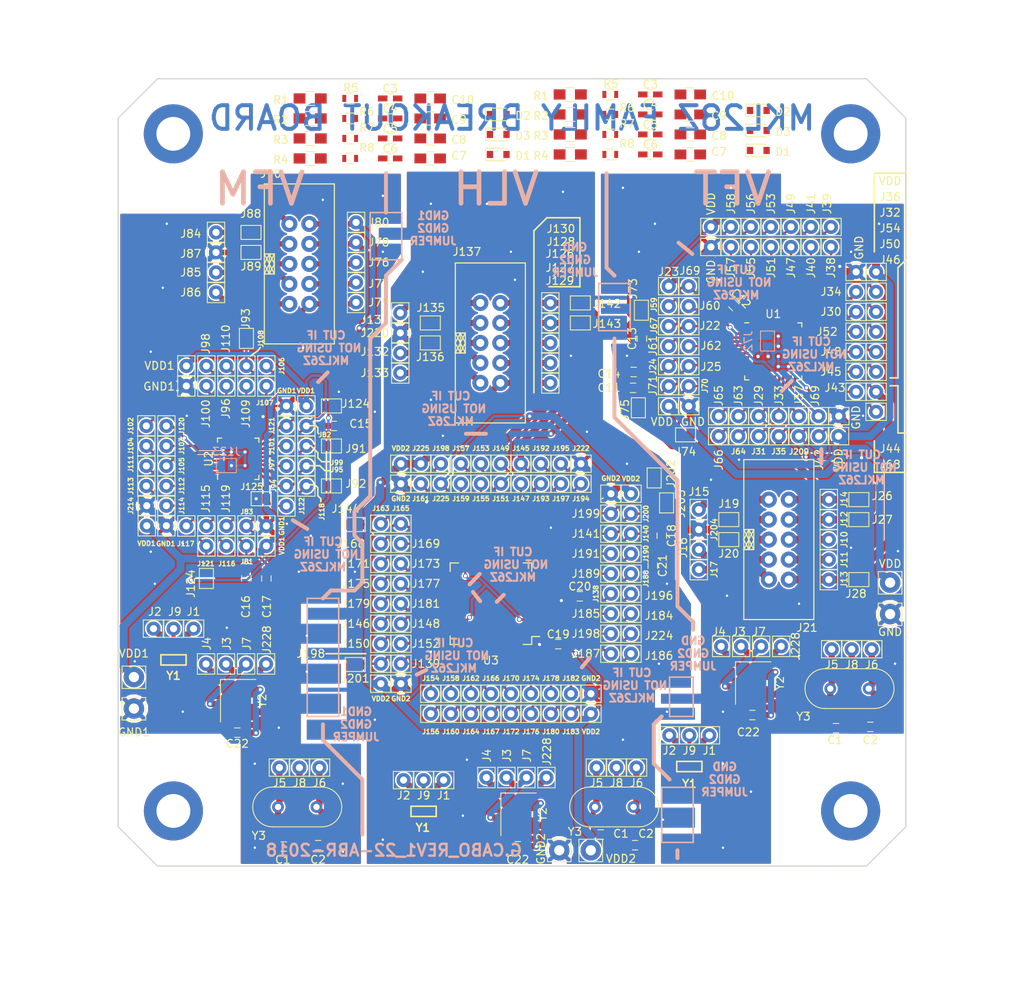
<source format=kicad_pcb>
(kicad_pcb (version 4) (host pcbnew 4.0.7-e2-6376~58~ubuntu16.04.1)
  (layers (0 F.Cu signal) (31 B.Cu signal) (34 B.Paste user hide) (35 F.Paste user) (36 B.SilkS user) (37 F.SilkS user hide) (38 B.Mask user) (39 F.Mask user) (44 Edge.Cuts user))
  (net 0 "")
  (net 1 "Net-(C1-Pad1)")
  (net 2 "Net-(C1-Pad2)")
  (net 3 "Net-(C2-Pad1)")
  (net 4 "Net-(C11-Pad1)")
  (net 5 GND)
  (net 6 "Net-(C13-Pad2)")
  (net 7 "Net-(C14-Pad1)")
  (net 8 "Net-(C16-Pad2)")
  (net 9 "Net-(C17-Pad1)")
  (net 10 "Net-(C18-Pad1)")
  (net 11 "Net-(C20-Pad2)")
  (net 12 "Net-(C21-Pad1)")
  (net 13 "Net-(J1-Pad1)")
  (net 14 "Net-(J2-Pad1)")
  (net 15 "Net-(J4-Pad1)")
  (net 16 "Net-(J9-Pad1)")
  (net 17 SWO)
  (net 18 NC)
  (net 19 SWDCLK)
  (net 20 NRESET)
  (net 21 SWDIO)
  (net 22 VTREF)
  (net 23 KEY)
  (net 24 GNDDETECT)
  (net 25 "Net-(J19-Pad1)")
  (net 26 "Net-(J20-Pad1)")
  (net 27 "Net-(J26-Pad1)")
  (net 28 "Net-(J27-Pad1)")
  (net 29 "Net-(J28-Pad1)")
  (net 30 "Net-(J30-Pad1)")
  (net 31 "Net-(J31-Pad1)")
  (net 32 "Net-(J32-Pad1)")
  (net 33 "Net-(J33-Pad1)")
  (net 34 "Net-(J34-Pad1)")
  (net 35 "Net-(J36-Pad1)")
  (net 36 "Net-(J37-Pad1)")
  (net 37 "Net-(J38-Pad1)")
  (net 38 "Net-(J39-Pad1)")
  (net 39 "Net-(J40-Pad1)")
  (net 40 "Net-(J41-Pad1)")
  (net 41 "Net-(J42-Pad1)")
  (net 42 "Net-(J43-Pad1)")
  (net 43 "Net-(J45-Pad1)")
  (net 44 "Net-(J46-Pad1)")
  (net 45 "Net-(J47-Pad1)")
  (net 46 "Net-(J48-Pad1)")
  (net 47 "Net-(J49-Pad1)")
  (net 48 "Net-(J50-Pad1)")
  (net 49 "Net-(J51-Pad1)")
  (net 50 "Net-(J52-Pad1)")
  (net 51 "Net-(J53-Pad1)")
  (net 52 "Net-(J54-Pad1)")
  (net 53 "Net-(J55-Pad1)")
  (net 54 "Net-(J56-Pad1)")
  (net 55 "Net-(J57-Pad1)")
  (net 56 "Net-(J58-Pad1)")
  (net 57 "Net-(J59-Pad1)")
  (net 58 "Net-(J60-Pad1)")
  (net 59 "Net-(J61-Pad1)")
  (net 60 "Net-(J62-Pad1)")
  (net 61 "Net-(J63-Pad1)")
  (net 62 "Net-(J64-Pad1)")
  (net 63 "Net-(J65-Pad1)")
  (net 64 "Net-(J66-Pad1)")
  (net 65 "Net-(J67-Pad1)")
  (net 66 "Net-(J68-Pad1)")
  (net 67 "Net-(J69-Pad1)")
  (net 68 "Net-(J70-Pad1)")
  (net 69 "Net-(J71-Pad1)")
  (net 70 SWO1)
  (net 71 NC1)
  (net 72 SWDCLK1)
  (net 73 NRESET1)
  (net 74 SWDIO1)
  (net 75 VTREF1)
  (net 76 KEY1)
  (net 77 GNDDETECT1)
  (net 78 GND1)
  (net 79 "Net-(J88-Pad1)")
  (net 80 "Net-(J89-Pad1)")
  (net 81 "Net-(J91-Pad1)")
  (net 82 "Net-(J92-Pad1)")
  (net 83 "Net-(J108-Pad1)")
  (net 84 "Net-(J95-Pad1)")
  (net 85 "Net-(J96-Pad1)")
  (net 86 "Net-(J97-Pad1)")
  (net 87 "Net-(J98-Pad1)")
  (net 88 "Net-(J100-Pad1)")
  (net 89 "Net-(J101-Pad1)")
  (net 90 "Net-(J102-Pad1)")
  (net 91 "Net-(J103-Pad1)")
  (net 92 "Net-(J104-Pad1)")
  (net 93 "Net-(J105-Pad1)")
  (net 94 "Net-(J106-Pad1)")
  (net 95 "Net-(J107-Pad1)")
  (net 96 "Net-(J109-Pad1)")
  (net 97 "Net-(J110-Pad1)")
  (net 98 "Net-(J111-Pad1)")
  (net 99 "Net-(J112-Pad1)")
  (net 100 "Net-(J113-Pad1)")
  (net 101 "Net-(J114-Pad1)")
  (net 102 "Net-(J115-Pad1)")
  (net 103 "Net-(J116-Pad1)")
  (net 104 "Net-(J117-Pad1)")
  (net 105 "Net-(J118-Pad1)")
  (net 106 "Net-(J119-Pad1)")
  (net 107 "Net-(J120-Pad1)")
  (net 108 "Net-(J121-Pad1)")
  (net 109 "Net-(J122-Pad1)")
  (net 110 SWO2)
  (net 111 NC2)
  (net 112 SWDCLK2)
  (net 113 NRESET2)
  (net 114 SWDIO2)
  (net 115 VTREF2)
  (net 116 KEY2)
  (net 117 GNDDETECT2)
  (net 118 GND2)
  (net 119 "Net-(J135-Pad1)")
  (net 120 "Net-(J136-Pad1)")
  (net 121 "Net-(J142-Pad1)")
  (net 122 "Net-(J143-Pad1)")
  (net 123 "Net-(J144-Pad1)")
  (net 124 "Net-(J146-Pad1)")
  (net 125 "Net-(J147-Pad1)")
  (net 126 "Net-(J148-Pad1)")
  (net 127 "Net-(J149-Pad1)")
  (net 128 "Net-(J150-Pad1)")
  (net 129 "Net-(J152-Pad1)")
  (net 130 "Net-(J153-Pad1)")
  (net 131 "Net-(J154-Pad1)")
  (net 132 "Net-(J155-Pad1)")
  (net 133 "Net-(J156-Pad1)")
  (net 134 "Net-(J157-Pad1)")
  (net 135 "Net-(J158-Pad1)")
  (net 136 "Net-(J159-Pad1)")
  (net 137 "Net-(J160-Pad1)")
  (net 138 "Net-(J161-Pad1)")
  (net 139 "Net-(J162-Pad1)")
  (net 140 "Net-(J163-Pad1)")
  (net 141 "Net-(J164-Pad1)")
  (net 142 "Net-(J166-Pad1)")
  (net 143 "Net-(J167-Pad1)")
  (net 144 "Net-(J168-Pad1)")
  (net 145 "Net-(J169-Pad1)")
  (net 146 "Net-(J170-Pad1)")
  (net 147 "Net-(J171-Pad1)")
  (net 148 "Net-(J172-Pad1)")
  (net 149 "Net-(J173-Pad1)")
  (net 150 "Net-(J174-Pad1)")
  (net 151 "Net-(J175-Pad1)")
  (net 152 "Net-(J176-Pad1)")
  (net 153 "Net-(J177-Pad1)")
  (net 154 "Net-(J178-Pad1)")
  (net 155 "Net-(J179-Pad1)")
  (net 156 "Net-(J180-Pad1)")
  (net 157 "Net-(J181-Pad1)")
  (net 158 "Net-(J182-Pad1)")
  (net 159 "Net-(J183-Pad1)")
  (net 160 "Net-(J184-Pad1)")
  (net 161 "Net-(J185-Pad1)")
  (net 162 "Net-(J186-Pad1)")
  (net 163 "Net-(J187-Pad1)")
  (net 164 "Net-(J188-Pad1)")
  (net 165 "Net-(J189-Pad1)")
  (net 166 "Net-(J190-Pad1)")
  (net 167 "Net-(J191-Pad1)")
  (net 168 "Net-(J192-Pad1)")
  (net 169 "Net-(J193-Pad1)")
  (net 170 "Net-(J194-Pad1)")
  (net 171 "Net-(J195-Pad1)")
  (net 172 "Net-(J196-Pad1)")
  (net 173 "Net-(J197-Pad1)")
  (net 174 "Net-(J198-Pad1)")
  (net 175 "Net-(J199-Pad1)")
  (net 176 "Net-(J200-Pad1)")
  (net 177 VDD)
  (net 178 VDD1)
  (net 179 VDD2)
  (net 180 "Net-(C22-Pad1)")
  (net 181 "Net-(C22-Pad2)")
  (net 182 "Net-(J228-Pad1)")
  (module Connectors:Pin_d1.4mm_L8.5mm_W2.8mm_FlatFork (layer F.Cu) (at 198 104)
    (fp_text reference VDD (at 0 -2.4) (layer F.SilkS))
    (fp_text value Pin_d1.4mm_L8.5mm_W2.8mm_FlatFork)
    (pad 1 thru_hole circle (at 0 0) (size 2.6 2.6) (drill 1.3) (layers *.Cu *.Mask) (net 177 VDD))
  )
  (module Connectors:Pin_d1.4mm_L8.5mm_W2.8mm_FlatFork (layer F.Cu) (at 160 138)
    (fp_text reference VDD2 (at 3.83 1.065) (layer F.SilkS))
    (fp_text value Pin_d1.4mm_L8.5mm_W2.8mm_FlatFork)
    (pad 1 thru_hole circle (at 0 0) (size 2.6 2.6) (drill 1.3) (layers *.Cu *.Mask) (net 179 VDD2))
  )
  (module Connectors:Pin_d1.4mm_L8.5mm_W2.8mm_FlatFork (layer F.Cu) (at 102 116)
    (fp_text reference VDD1 (at 0 -3 180) (layer F.SilkS))
    (fp_text value Pin_d1.4mm_L8.5mm_W2.8mm_FlatFork)
    (pad 1 thru_hole circle (at 0 0) (size 2.6 2.6) (drill 1.3) (layers *.Cu *.Mask) (net 178 VDD1))
  )
  (module Connectors:Pin_d1.4mm_L8.5mm_W2.8mm_FlatFork (layer F.Cu) (at 198 108)
    (fp_text reference GND (at 0 2.25) (layer F.SilkS))
    (fp_text value Pin_d1.4mm_L8.5mm_W2.8mm_FlatFork)
    (pad 1 thru_hole circle (at 0 0) (size 2.6 2.6) (drill 1.3) (layers *.Cu *.Mask) (net 5 GND))
  )
  (module Connectors:Pin_d1.4mm_L8.5mm_W2.8mm_FlatFork (layer F.Cu) (at 156 138)
    (fp_text reference GND2 (at -2.33 -0.205 90) (layer F.SilkS))
    (fp_text value Pin_d1.4mm_L8.5mm_W2.8mm_FlatFork)
    (pad 1 thru_hole circle (at 0 0) (size 2.6 2.6) (drill 1.3) (layers *.Cu *.Mask) (net 118 GND2))
  )
  (module Mounting_Holes:MountingHole_4.3mm_M4_DIN965_Pad (layer F.Cu) (at 192.9892 132.99948)
    (fp_text reference REF** hide)
    (fp_text value MountingHole_4.3mm_M4_DIN965_Pad)
    (pad 1 thru_hole circle (at 0 0) (size 7.5 7.5) (drill 4.3) (layers *.Cu *.Mask))
  )
  (module Mounting_Holes:MountingHole_4.3mm_M4_DIN965_Pad (layer F.Cu) (at 107.01528 132.99948)
    (fp_text reference REF** hide)
    (fp_text value MountingHole_4.3mm_M4_DIN965_Pad)
    (pad 1 thru_hole circle (at 0 0) (size 7.5 7.5) (drill 4.3) (layers *.Cu *.Mask))
  )
  (module Mounting_Holes:MountingHole_4.3mm_M4_DIN965_Pad (layer F.Cu) (at 192.99682 46.99254)
    (fp_text reference REF** hide)
    (fp_text value MountingHole_4.3mm_M4_DIN965_Pad)
    (pad 1 thru_hole circle (at 0 0) (size 7.5 7.5) (drill 4.3) (layers *.Cu *.Mask))
  )
  (module fp:VIA_0.6mm (layer F.Cu) (at 104.14 100.076)
    (fp_text reference REF** hide)
    (fp_text value VIA_0.6mm hide)
    (pad 1 thru_hole circle (at 0 0) (size 0.6 0.6) (drill 0.3) (layers *.Cu) (net 78 GND1))
  )
  (module fp:VIA_0.6mm (layer F.Cu) (at 108.204 99.06)
    (fp_text reference REF** hide)
    (fp_text value VIA_0.6mm hide)
    (pad 1 thru_hole circle (at 0 0) (size 0.6 0.6) (drill 0.3) (layers *.Cu) (net 78 GND1))
  )
  (module fp:VIA_0.6mm (layer F.Cu) (at 121.412 96.52)
    (fp_text reference REF** hide)
    (fp_text value VIA_0.6mm hide)
    (pad 1 thru_hole circle (at 0 0) (size 0.6 0.6) (drill 0.3) (layers *.Cu) (net 78 GND1))
  )
  (module fp:VIA_0.6mm (layer F.Cu) (at 128.016 79.756)
    (fp_text reference REF** hide)
    (fp_text value VIA_0.6mm hide)
    (pad 1 thru_hole circle (at 0 0) (size 0.6 0.6) (drill 0.3) (layers *.Cu) (net 78 GND1))
  )
  (module fp:VIA_0.6mm (layer F.Cu) (at 106.172 58.42)
    (fp_text reference REF** hide)
    (fp_text value VIA_0.6mm hide)
    (pad 1 thru_hole circle (at 0 0) (size 0.6 0.6) (drill 0.3) (layers *.Cu) (net 78 GND1))
  )
  (module fp:VIA_0.6mm (layer F.Cu) (at 104.14 74.676)
    (fp_text reference REF** hide)
    (fp_text value VIA_0.6mm hide)
    (pad 1 thru_hole circle (at 0 0) (size 0.6 0.6) (drill 0.3) (layers *.Cu) (net 78 GND1))
  )
  (module fp:VIA_0.6mm (layer F.Cu) (at 128.524 138.176)
    (fp_text reference REF** hide)
    (fp_text value VIA_0.6mm hide)
    (pad 1 thru_hole circle (at 0 0) (size 0.6 0.6) (drill 0.3) (layers *.Cu) (net 78 GND1))
  )
  (module fp:VIA_0.6mm (layer F.Cu) (at 117.348 137.668)
    (fp_text reference REF** hide)
    (fp_text value VIA_0.6mm hide)
    (pad 1 thru_hole circle (at 0 0) (size 0.6 0.6) (drill 0.3) (layers *.Cu) (net 78 GND1))
  )
  (module fp:VIA_0.6mm (layer F.Cu) (at 128.524 129.54)
    (fp_text reference REF** hide)
    (fp_text value VIA_0.6mm hide)
    (pad 1 thru_hole circle (at 0 0) (size 0.6 0.6) (drill 0.3) (layers *.Cu) (net 78 GND1))
  )
  (module fp:VIA_0.6mm (layer F.Cu) (at 117.348 127)
    (fp_text reference REF** hide)
    (fp_text value VIA_0.6mm hide)
    (pad 1 thru_hole circle (at 0 0) (size 0.6 0.6) (drill 0.3) (layers *.Cu) (net 78 GND1))
  )
  (module fp:VIA_0.6mm (layer F.Cu) (at 120.396 122.428)
    (fp_text reference REF** hide)
    (fp_text value VIA_0.6mm hide)
    (pad 1 thru_hole circle (at 0 0) (size 0.6 0.6) (drill 0.3) (layers *.Cu) (net 78 GND1))
  )
  (module fp:VIA_0.6mm (layer F.Cu) (at 108.204 120.396)
    (fp_text reference REF** hide)
    (fp_text value VIA_0.6mm hide)
    (pad 1 thru_hole circle (at 0 0) (size 0.6 0.6) (drill 0.3) (layers *.Cu) (net 78 GND1))
  )
  (module fp:VIA_0.6mm (layer F.Cu) (at 102.108 114)
    (fp_text reference REF** hide)
    (fp_text value VIA_0.6mm hide)
    (pad 1 thru_hole circle (at 0 0) (size 0.6 0.6) (drill 0.3) (layers *.Cu) (net 78 GND1))
  )
  (module fp:VIA_0.6mm (layer F.Cu) (at 104.648 104.14)
    (fp_text reference REF** hide)
    (fp_text value VIA_0.6mm hide)
    (pad 1 thru_hole circle (at 0 0) (size 0.6 0.6) (drill 0.3) (layers *.Cu) (net 78 GND1))
  )
  (module fp:VIA_0.6mm (layer F.Cu) (at 113.792 109.728)
    (fp_text reference REF** hide)
    (fp_text value VIA_0.6mm hide)
    (pad 1 thru_hole circle (at 0 0) (size 0.6 0.6) (drill 0.3) (layers *.Cu) (net 78 GND1))
  )
  (module fp:VIA_0.6mm (layer F.Cu) (at 123.952 115.316)
    (fp_text reference REF** hide)
    (fp_text value VIA_0.6mm hide)
    (pad 1 thru_hole circle (at 0 0) (size 0.6 0.6) (drill 0.3) (layers *.Cu) (net 78 GND1))
  )
  (module fp:VIA_0.6mm (layer F.Cu) (at 123.952 110.744)
    (fp_text reference REF** hide)
    (fp_text value VIA_0.6mm hide)
    (pad 1 thru_hole circle (at 0 0) (size 0.6 0.6) (drill 0.3) (layers *.Cu) (net 78 GND1))
  )
  (module fp:VIA_0.6mm (layer F.Cu) (at 122.936 102.616)
    (fp_text reference REF** hide)
    (fp_text value VIA_0.6mm hide)
    (pad 1 thru_hole circle (at 0 0) (size 0.6 0.6) (drill 0.3) (layers *.Cu) (net 78 GND1))
  )
  (module fp:VIA_0.6mm (layer F.Cu) (at 124.46 98.044)
    (fp_text reference REF** hide)
    (fp_text value VIA_0.6mm hide)
    (pad 1 thru_hole circle (at 0 0) (size 0.6 0.6) (drill 0.3) (layers *.Cu) (net 78 GND1))
  )
  (module fp:VIA_0.6mm (layer F.Cu) (at 132.588 82.296)
    (fp_text reference REF** hide)
    (fp_text value VIA_0.6mm hide)
    (pad 1 thru_hole circle (at 0 0) (size 0.6 0.6) (drill 0.3) (layers *.Cu) (net 78 GND1))
  )
  (module fp:VIA_0.6mm (layer F.Cu) (at 123.444 74.168)
    (fp_text reference REF** hide)
    (fp_text value VIA_0.6mm hide)
    (pad 1 thru_hole circle (at 0 0) (size 0.6 0.6) (drill 0.3) (layers *.Cu) (net 78 GND1))
  )
  (module fp:VIA_0.6mm (layer F.Cu) (at 108.712 82.804)
    (fp_text reference REF** hide)
    (fp_text value VIA_0.6mm hide)
    (pad 1 thru_hole circle (at 0 0) (size 0.6 0.6) (drill 0.3) (layers *.Cu) (net 78 GND1))
  )
  (module fp:VIA_0.6mm (layer F.Cu) (at 105.664 66.548)
    (fp_text reference REF** hide)
    (fp_text value VIA_0.6mm hide)
    (pad 1 thru_hole circle (at 0 0) (size 0.6 0.6) (drill 0.3) (layers *.Cu) (net 78 GND1))
  )
  (module fp:VIA_0.6mm (layer F.Cu) (at 133.604 61.976)
    (fp_text reference REF** hide)
    (fp_text value VIA_0.6mm hide)
    (pad 1 thru_hole circle (at 0 0) (size 0.6 0.6) (drill 0.3) (layers *.Cu) (net 78 GND1))
  )
  (module fp:VIA_0.6mm (layer F.Cu) (at 133.604 54.864)
    (fp_text reference REF** hide)
    (fp_text value VIA_0.6mm hide)
    (pad 1 thru_hole circle (at 0 0) (size 0.6 0.6) (drill 0.3) (layers *.Cu) (net 78 GND1))
  )
  (module fp:VIA_0.6mm (layer F.Cu) (at 125.984 55.372)
    (fp_text reference REF** hide)
    (fp_text value VIA_0.6mm hide)
    (pad 1 thru_hole circle (at 0 0) (size 0.6 0.6) (drill 0.3) (layers *.Cu) (net 78 GND1))
  )
  (module fp:VIA_0.6mm (layer F.Cu) (at 164.592 88.9)
    (fp_text reference REF** hide)
    (fp_text value VIA_0.6mm hide)
    (pad 1 thru_hole circle (at 0 0) (size 0.6 0.6) (drill 0.3) (layers *.Cu) (net 118 GND2))
  )
  (module fp:VIA_0.6mm (layer F.Cu) (at 169.672 104.14)
    (fp_text reference REF** hide)
    (fp_text value VIA_0.6mm hide)
    (pad 1 thru_hole circle (at 0 0) (size 0.6 0.6) (drill 0.3) (layers *.Cu) (net 118 GND2))
  )
  (module fp:VIA_0.6mm (layer F.Cu) (at 169.672 120.396)
    (fp_text reference REF** hide)
    (fp_text value VIA_0.6mm hide)
    (pad 1 thru_hole circle (at 0 0) (size 0.6 0.6) (drill 0.3) (layers *.Cu) (net 118 GND2))
  )
  (module fp:VIA_0.6mm (layer F.Cu) (at 169.164 134.112)
    (fp_text reference REF** hide)
    (fp_text value VIA_0.6mm hide)
    (pad 1 thru_hole circle (at 0 0) (size 0.6 0.6) (drill 0.3) (layers *.Cu) (net 118 GND2))
  )
  (module fp:VIA_0.6mm (layer F.Cu) (at 168.656 114.3)
    (fp_text reference REF** hide)
    (fp_text value VIA_0.6mm hide)
    (pad 1 thru_hole circle (at 0 0) (size 0.6 0.6) (drill 0.3) (layers *.Cu) (net 118 GND2))
  )
  (module fp:VIA_0.6mm (layer F.Cu) (at 164.084 123.952)
    (fp_text reference REF** hide)
    (fp_text value VIA_0.6mm hide)
    (pad 1 thru_hole circle (at 0 0) (size 0.6 0.6) (drill 0.3) (layers *.Cu) (net 118 GND2))
  )
  (module fp:VIA_0.6mm (layer F.Cu) (at 133.604 136.652)
    (fp_text reference REF** hide)
    (fp_text value VIA_0.6mm hide)
    (pad 1 thru_hole circle (at 0 0) (size 0.6 0.6) (drill 0.3) (layers *.Cu) (net 118 GND2))
  )
  (module fp:VIA_0.6mm (layer F.Cu) (at 143.764 133.604)
    (fp_text reference REF** hide)
    (fp_text value VIA_0.6mm hide)
    (pad 1 thru_hole circle (at 0 0) (size 0.6 0.6) (drill 0.3) (layers *.Cu) (net 118 GND2))
  )
  (module fp:VIA_0.6mm (layer F.Cu) (at 144.272 126.492)
    (fp_text reference REF** hide)
    (fp_text value VIA_0.6mm hide)
    (pad 1 thru_hole circle (at 0 0) (size 0.6 0.6) (drill 0.3) (layers *.Cu) (net 118 GND2))
  )
  (module fp:VIA_0.6mm (layer F.Cu) (at 132.588 121.412)
    (fp_text reference REF** hide)
    (fp_text value VIA_0.6mm hide)
    (pad 1 thru_hole circle (at 0 0) (size 0.6 0.6) (drill 0.3) (layers *.Cu) (net 118 GND2))
  )
  (module fp:VIA_0.6mm (layer F.Cu) (at 139.7 112.776)
    (fp_text reference REF** hide)
    (fp_text value VIA_0.6mm hide)
    (pad 1 thru_hole circle (at 0 0) (size 0.6 0.6) (drill 0.3) (layers *.Cu) (net 118 GND2))
  )
  (module fp:VIA_0.6mm (layer F.Cu) (at 130.048 102.616)
    (fp_text reference REF** hide)
    (fp_text value VIA_0.6mm hide)
    (pad 1 thru_hole circle (at 0 0) (size 0.6 0.6) (drill 0.3) (layers *.Cu) (net 118 GND2))
  )
  (module fp:VIA_0.6mm (layer F.Cu) (at 154.94 97.028)
    (fp_text reference REF** hide)
    (fp_text value VIA_0.6mm hide)
    (pad 1 thru_hole circle (at 0 0) (size 0.6 0.6) (drill 0.3) (layers *.Cu) (net 118 GND2))
  )
  (module fp:VIA_0.6mm (layer F.Cu) (at 159.512 84.836)
    (fp_text reference REF** hide)
    (fp_text value VIA_0.6mm hide)
    (pad 1 thru_hole circle (at 0 0) (size 0.6 0.6) (drill 0.3) (layers *.Cu) (net 118 GND2))
  )
  (module fp:VIA_0.6mm (layer F.Cu) (at 141.224 85.344)
    (fp_text reference REF** hide)
    (fp_text value VIA_0.6mm hide)
    (pad 1 thru_hole circle (at 0 0) (size 0.6 0.6) (drill 0.3) (layers *.Cu) (net 118 GND2))
  )
  (module fp:VIA_0.6mm (layer F.Cu) (at 139.7 80.772)
    (fp_text reference REF** hide)
    (fp_text value VIA_0.6mm hide)
    (pad 1 thru_hole circle (at 0 0) (size 0.6 0.6) (drill 0.3) (layers *.Cu) (net 118 GND2))
  )
  (module fp:VIA_0.6mm (layer F.Cu) (at 157.48 75.184)
    (fp_text reference REF** hide)
    (fp_text value VIA_0.6mm hide)
    (pad 1 thru_hole circle (at 0 0) (size 0.6 0.6) (drill 0.3) (layers *.Cu) (net 118 GND2))
  )
  (module fp:VIA_0.6mm (layer F.Cu) (at 150.368 65.532)
    (fp_text reference REF** hide)
    (fp_text value VIA_0.6mm hide)
    (pad 1 thru_hole circle (at 0 0) (size 0.6 0.6) (drill 0.3) (layers *.Cu) (net 118 GND2))
  )
  (module fp:VIA_0.6mm (layer F.Cu) (at 149.86 61.976)
    (fp_text reference REF** hide)
    (fp_text value VIA_0.6mm hide)
    (pad 1 thru_hole circle (at 0 0) (size 0.6 0.6) (drill 0.3) (layers *.Cu) (net 118 GND2))
  )
  (module fp:VIA_0.6mm (layer F.Cu) (at 156.464 54.356)
    (fp_text reference REF** hide)
    (fp_text value VIA_0.6mm hide)
    (pad 1 thru_hole circle (at 0 0) (size 0.6 0.6) (drill 0.3) (layers *.Cu) (net 118 GND2))
  )
  (module fp:VIA_0.6mm (layer F.Cu) (at 146.812 55.88)
    (fp_text reference REF** hide)
    (fp_text value VIA_0.6mm hide)
    (pad 1 thru_hole circle (at 0 0) (size 0.6 0.6) (drill 0.3) (layers *.Cu) (net 118 GND2))
  )
  (module fp:VIA_0.6mm (layer F.Cu) (at 139.7 55.88)
    (fp_text reference REF** hide)
    (fp_text value VIA_0.6mm hide)
    (pad 1 thru_hole circle (at 0 0) (size 0.6 0.6) (drill 0.3) (layers *.Cu) (net 118 GND2))
  )
  (module fp:VIA_0.6mm (layer F.Cu) (at 138.684 64.516)
    (fp_text reference REF** hide)
    (fp_text value VIA_0.6mm hide)
    (pad 1 thru_hole circle (at 0 0) (size 0.6 0.6) (drill 0.3) (layers *.Cu) (net 118 GND2))
  )
  (module fp:VIA_0.6mm (layer F.Cu) (at 176.276 65.532)
    (fp_text reference REF** hide)
    (fp_text value VIA_0.6mm hide)
    (pad 1 thru_hole circle (at 0 0) (size 0.6 0.6) (drill 0.3) (layers *.Cu) (net 5 GND))
  )
  (module fp:VIA_0.6mm (layer F.Cu) (at 164.592 75.184)
    (fp_text reference REF** hide)
    (fp_text value VIA_0.6mm hide)
    (pad 1 thru_hole circle (at 0 0) (size 0.6 0.6) (drill 0.3) (layers *.Cu) (net 5 GND))
  )
  (module fp:VIA_0.6mm (layer F.Cu) (at 178.816 88.392)
    (fp_text reference REF** hide)
    (fp_text value VIA_0.6mm hide)
    (pad 1 thru_hole circle (at 0 0) (size 0.6 0.6) (drill 0.3) (layers *.Cu) (net 5 GND))
  )
  (module fp:VIA_0.6mm (layer F.Cu) (at 175.26 90.932)
    (fp_text reference REF** hide)
    (fp_text value VIA_0.6mm hide)
    (pad 1 thru_hole circle (at 0 0) (size 0.6 0.6) (drill 0.3) (layers *.Cu) (net 5 GND))
  )
  (module fp:VIA_0.6mm (layer F.Cu) (at 198.628 114.3)
    (fp_text reference REF** hide)
    (fp_text value VIA_0.6mm hide)
    (pad 1 thru_hole circle (at 0 0) (size 0.6 0.6) (drill 0.3) (layers *.Cu) (net 5 GND))
  )
  (module fp:VIA_0.6mm (layer F.Cu) (at 176.784 137.668)
    (fp_text reference REF** hide)
    (fp_text value VIA_0.6mm hide)
    (pad 1 thru_hole circle (at 0 0) (size 0.6 0.6) (drill 0.3) (layers *.Cu) (net 5 GND))
  )
  (module fp:VIA_0.6mm (layer F.Cu) (at 180.34 130.556)
    (fp_text reference REF** hide)
    (fp_text value VIA_0.6mm hide)
    (pad 1 thru_hole circle (at 0 0) (size 0.6 0.6) (drill 0.3) (layers *.Cu) (net 5 GND))
  )
  (module fp:VIA_0.6mm (layer F.Cu) (at 176.784 127)
    (fp_text reference REF** hide)
    (fp_text value VIA_0.6mm hide)
    (pad 1 thru_hole circle (at 0 0) (size 0.6 0.6) (drill 0.3) (layers *.Cu) (net 5 GND))
  )
  (module fp:VIA_0.6mm (layer F.Cu) (at 176.784 120.396)
    (fp_text reference REF** hide)
    (fp_text value VIA_0.6mm hide)
    (pad 1 thru_hole circle (at 0 0) (size 0.6 0.6) (drill 0.3) (layers *.Cu) (net 5 GND))
  )
  (module fp:VIA_0.6mm (layer F.Cu) (at 186.436 113.284)
    (fp_text reference REF** hide)
    (fp_text value VIA_0.6mm hide)
    (pad 1 thru_hole circle (at 0 0) (size 0.6 0.6) (drill 0.3) (layers *.Cu) (net 5 GND))
  )
  (module fp:VIA_0.6mm (layer F.Cu) (at 177.292 105.664)
    (fp_text reference REF** hide)
    (fp_text value VIA_0.6mm hide)
    (pad 1 thru_hole circle (at 0 0) (size 0.6 0.6) (drill 0.3) (layers *.Cu) (net 5 GND))
  )
  (module fp:VIA_0.6mm (layer F.Cu) (at 186.436 106.68)
    (fp_text reference REF** hide)
    (fp_text value VIA_0.6mm hide)
    (pad 1 thru_hole circle (at 0 0) (size 0.6 0.6) (drill 0.3) (layers *.Cu) (net 5 GND))
  )
  (module fp:VIA_0.6mm (layer F.Cu) (at 199 100)
    (fp_text reference REF** hide)
    (fp_text value VIA_0.6mm hide)
    (pad 1 thru_hole circle (at 0 0) (size 0.6 0.6) (drill 0.3) (layers *.Cu) (net 5 GND))
  )
  (module fp:VIA_0.6mm (layer F.Cu) (at 193.04 99.568)
    (fp_text reference REF** hide)
    (fp_text value VIA_0.6mm hide)
    (pad 1 thru_hole circle (at 0 0) (size 0.6 0.6) (drill 0.3) (layers *.Cu) (net 5 GND))
  )
  (module fp:VIA_0.6mm (layer F.Cu) (at 194.564 82.804)
    (fp_text reference REF** hide)
    (fp_text value VIA_0.6mm hide)
    (pad 1 thru_hole circle (at 0 0) (size 0.6 0.6) (drill 0.3) (layers *.Cu) (net 5 GND))
  )
  (module fp:VIA_0.6mm (layer F.Cu) (at 196.596 58.42)
    (fp_text reference REF** hide)
    (fp_text value VIA_0.6mm hide)
    (pad 1 thru_hole circle (at 0 0) (size 0.6 0.6) (drill 0.3) (layers *.Cu) (net 5 GND))
  )
  (module fp:VIA_0.6mm (layer F.Cu) (at 193.04 61.976)
    (fp_text reference REF** hide)
    (fp_text value VIA_0.6mm hide)
    (pad 1 thru_hole circle (at 0 0) (size 0.6 0.6) (drill 0.3) (layers *.Cu) (net 5 GND))
  )
  (module fp:VIA_0.6mm (layer F.Cu) (at 177.8 53.848)
    (fp_text reference REF** hide)
    (fp_text value VIA_0.6mm hide)
    (pad 1 thru_hole circle (at 0 0) (size 0.6 0.6) (drill 0.3) (layers *.Cu) (net 5 GND))
  )
  (module fp:VIA_0.6mm (layer F.Cu) (at 164.084 53.848)
    (fp_text reference REF** hide)
    (fp_text value VIA_0.6mm hide)
    (pad 1 thru_hole circle (at 0 0) (size 0.6 0.6) (drill 0.3) (layers *.Cu) (net 5 GND))
  )
  (module fp:VIA_0.6mm (layer F.Cu) (at 168.148 58.42)
    (fp_text reference REF** hide)
    (fp_text value VIA_0.6mm hide)
    (pad 1 thru_hole circle (at 0 0) (size 0.6 0.6) (drill 0.3) (layers *.Cu) (net 5 GND))
  )
  (module fp:VIA_0.6mm (layer F.Cu) (at 166.116 61.976)
    (fp_text reference REF** hide)
    (fp_text value VIA_0.6mm hide)
    (pad 1 thru_hole circle (at 0 0) (size 0.6 0.6) (drill 0.3) (layers *.Cu) (net 5 GND))
  )
  (module Diodes_SMD:D_0805 (layer F.Cu) (at 181.26964 49.10836)
    (fp_text reference D1 (at 3.13436 0.16764) (layer F.SilkS))
    (fp_text value D)
    (pad 1 smd rect (at -1.05 0) (size 0.8 0.9) (layers F.Cu F.Paste F.Mask))
    (pad 2 smd rect (at 1.05 0) (size 0.8 0.9) (layers F.Cu F.Paste F.Mask))
  )
  (module Diodes_SMD:D_0805 (layer F.Cu) (at 181.26964 44.02836)
    (fp_text reference D2 (at 3.13436 0.16764) (layer F.SilkS))
    (fp_text value D)
    (pad 1 smd rect (at -1.05 0) (size 0.8 0.9) (layers F.Cu F.Paste F.Mask))
    (pad 2 smd rect (at 1.05 0) (size 0.8 0.9) (layers F.Cu F.Paste F.Mask))
  )
  (module Diodes_SMD:D_0805 (layer F.Cu) (at 181.26964 46.56836)
    (fp_text reference D3 (at 3.13436 0.16764) (layer F.SilkS))
    (fp_text value D)
    (pad 1 smd rect (at -1.05 0) (size 0.8 0.9) (layers F.Cu F.Paste F.Mask))
    (pad 2 smd rect (at 1.05 0) (size 0.8 0.9) (layers F.Cu F.Paste F.Mask))
  )
  (module Capacitors_SMD:C_0805_HandSoldering (layer F.Cu) (at 172.63364 44.53636)
    (fp_text reference C9 (at 3.64236 0.16764) (layer F.SilkS))
    (fp_text value C)
    (pad 1 smd rect (at -1.25 0) (size 1.5 1.25) (layers F.Cu F.Paste F.Mask))
    (pad 2 smd rect (at 1.25 0) (size 1.5 1.25) (layers F.Cu F.Paste F.Mask))
  )
  (module Capacitors_SMD:C_0805_HandSoldering (layer F.Cu) (at 172.63364 47.07636)
    (fp_text reference C8 (at 3.64236 0.16764) (layer F.SilkS))
    (fp_text value C)
    (pad 1 smd rect (at -1.25 0) (size 1.5 1.25) (layers F.Cu F.Paste F.Mask))
    (pad 2 smd rect (at 1.25 0) (size 1.5 1.25) (layers F.Cu F.Paste F.Mask))
  )
  (module Capacitors_SMD:C_0805_HandSoldering (layer F.Cu) (at 172.63364 41.99636)
    (fp_text reference C10 (at 4.15036 0.16764) (layer F.SilkS))
    (fp_text value C)
    (pad 1 smd rect (at -1.25 0) (size 1.5 1.25) (layers F.Cu F.Paste F.Mask))
    (pad 2 smd rect (at 1.25 0) (size 1.5 1.25) (layers F.Cu F.Paste F.Mask))
  )
  (module Resistors_SMD:R_0603 (layer F.Cu) (at 162.47364 49.61636)
    (fp_text reference R8 (at 2.11836 -1.35636) (layer F.SilkS))
    (fp_text value R)
    (pad 1 smd rect (at -0.75 0) (size 0.5 0.9) (layers F.Cu F.Paste F.Mask))
    (pad 2 smd rect (at 0.75 0) (size 0.5 0.9) (layers F.Cu F.Paste F.Mask))
  )
  (module Resistors_SMD:R_0603 (layer F.Cu) (at 162.47364 47.07636)
    (fp_text reference R7 (at 2.11836 -1.35636) (layer F.SilkS))
    (fp_text value R)
    (pad 1 smd rect (at -0.75 0) (size 0.5 0.9) (layers F.Cu F.Paste F.Mask))
    (pad 2 smd rect (at 0.75 0) (size 0.5 0.9) (layers F.Cu F.Paste F.Mask))
  )
  (module Resistors_SMD:R_0603 (layer F.Cu) (at 162.47364 41.99636)
    (fp_text reference R5 (at 0.08636 -1.35636) (layer F.SilkS))
    (fp_text value R)
    (pad 1 smd rect (at -0.75 0) (size 0.5 0.9) (layers F.Cu F.Paste F.Mask))
    (pad 2 smd rect (at 0.75 0) (size 0.5 0.9) (layers F.Cu F.Paste F.Mask))
  )
  (module Resistors_SMD:R_0603 (layer F.Cu) (at 162.47364 44.53636)
    (fp_text reference R6 (at 2.11836 -0.84836) (layer F.SilkS))
    (fp_text value R)
    (pad 1 smd rect (at -0.75 0) (size 0.5 0.9) (layers F.Cu F.Paste F.Mask))
    (pad 2 smd rect (at 0.75 0) (size 0.5 0.9) (layers F.Cu F.Paste F.Mask))
  )
  (module Capacitors_SMD:C_0805_HandSoldering (layer F.Cu) (at 172.63364 49.61636)
    (fp_text reference C7 (at 3.64236 -0.34036) (layer F.SilkS))
    (fp_text value C)
    (pad 1 smd rect (at -1.25 0) (size 1.5 1.25) (layers F.Cu F.Paste F.Mask))
    (pad 2 smd rect (at 1.25 0) (size 1.5 1.25) (layers F.Cu F.Paste F.Mask))
  )
  (module Capacitors_SMD:C_0603_HandSoldering (layer F.Cu) (at 167.55364 49.61636)
    (fp_text reference C6 (at 0 -1.25) (layer F.SilkS))
    (fp_text value C)
    (pad 1 smd rect (at -0.95 0) (size 1.2 0.75) (layers F.Cu F.Paste F.Mask))
    (pad 2 smd rect (at 0.95 0) (size 1.2 0.75) (layers F.Cu F.Paste F.Mask))
  )
  (module Capacitors_SMD:C_0603_HandSoldering (layer F.Cu) (at 167.55364 47.07636)
    (fp_text reference C5 (at 0 -1.25) (layer F.SilkS))
    (fp_text value C)
    (pad 1 smd rect (at -0.95 0) (size 1.2 0.75) (layers F.Cu F.Paste F.Mask))
    (pad 2 smd rect (at 0.95 0) (size 1.2 0.75) (layers F.Cu F.Paste F.Mask))
  )
  (module Capacitors_SMD:C_0603_HandSoldering (layer F.Cu) (at 167.55364 41.99636)
    (fp_text reference C3 (at 0 -1.25) (layer F.SilkS))
    (fp_text value C)
    (pad 1 smd rect (at -0.95 0) (size 1.2 0.75) (layers F.Cu F.Paste F.Mask))
    (pad 2 smd rect (at 0.95 0) (size 1.2 0.75) (layers F.Cu F.Paste F.Mask))
  )
  (module Capacitors_SMD:C_0603_HandSoldering (layer F.Cu) (at 167.55364 44.53636)
    (fp_text reference C4 (at 0 -1.25) (layer F.SilkS))
    (fp_text value C)
    (pad 1 smd rect (at -0.95 0) (size 1.2 0.75) (layers F.Cu F.Paste F.Mask))
    (pad 2 smd rect (at 0.95 0) (size 1.2 0.75) (layers F.Cu F.Paste F.Mask))
  )
  (module Resistors_SMD:R_0805_HandSoldering (layer F.Cu) (at 157.39364 47.07636)
    (fp_text reference R3 (at -3.72364 0.16764) (layer F.SilkS))
    (fp_text value R)
    (pad 1 smd rect (at -1.35 0) (size 1.5 1.3) (layers F.Cu F.Paste F.Mask))
    (pad 2 smd rect (at 1.35 0) (size 1.5 1.3) (layers F.Cu F.Paste F.Mask))
  )
  (module Resistors_SMD:R_0805_HandSoldering (layer F.Cu) (at 157.39364 49.61636)
    (fp_text reference R4 (at -3.72364 0.16764) (layer F.SilkS))
    (fp_text value R)
    (pad 1 smd rect (at -1.35 0) (size 1.5 1.3) (layers F.Cu F.Paste F.Mask))
    (pad 2 smd rect (at 1.35 0) (size 1.5 1.3) (layers F.Cu F.Paste F.Mask))
  )
  (module Resistors_SMD:R_0805_HandSoldering (layer F.Cu) (at 157.39364 44.53636)
    (fp_text reference R2 (at -3.72364 0.16764) (layer F.SilkS))
    (fp_text value R)
    (pad 1 smd rect (at -1.35 0) (size 1.5 1.3) (layers F.Cu F.Paste F.Mask))
    (pad 2 smd rect (at 1.35 0) (size 1.5 1.3) (layers F.Cu F.Paste F.Mask))
  )
  (module Resistors_SMD:R_0805_HandSoldering (layer F.Cu) (at 157.39364 41.99636)
    (fp_text reference R1 (at -3.72364 0.16764) (layer F.SilkS))
    (fp_text value R)
    (pad 1 smd rect (at -1.35 0) (size 1.5 1.3) (layers F.Cu F.Paste F.Mask))
    (pad 2 smd rect (at 1.35 0) (size 1.5 1.3) (layers F.Cu F.Paste F.Mask))
  )
  (module Diodes_SMD:D_0805 (layer F.Cu) (at 148.24964 47.07636)
    (fp_text reference D3 (at 3.13436 0.16764) (layer F.SilkS))
    (fp_text value D)
    (pad 1 smd rect (at -1.05 0) (size 0.8 0.9) (layers F.Cu F.Paste F.Mask))
    (pad 2 smd rect (at 1.05 0) (size 0.8 0.9) (layers F.Cu F.Paste F.Mask))
  )
  (module Diodes_SMD:D_0805 (layer F.Cu) (at 148.24964 49.61636)
    (fp_text reference D1 (at 3.13436 0.16764) (layer F.SilkS))
    (fp_text value D)
    (pad 1 smd rect (at -1.05 0) (size 0.8 0.9) (layers F.Cu F.Paste F.Mask))
    (pad 2 smd rect (at 1.05 0) (size 0.8 0.9) (layers F.Cu F.Paste F.Mask))
  )
  (module Diodes_SMD:D_0805 (layer F.Cu) (at 148.24964 44.53636)
    (fp_text reference D2 (at 3.13436 0.16764) (layer F.SilkS))
    (fp_text value D)
    (pad 1 smd rect (at -1.05 0) (size 0.8 0.9) (layers F.Cu F.Paste F.Mask))
    (pad 2 smd rect (at 1.05 0) (size 0.8 0.9) (layers F.Cu F.Paste F.Mask))
  )
  (module Capacitors_SMD:C_0603_HandSoldering (layer F.Cu) (at 191.13496 122.49404)
    (fp_text reference C1 (at -0.13496 1.50596) (layer F.SilkS))
    (fp_text value C)
    (pad 1 smd rect (at -0.95 0) (size 1.2 0.75) (layers F.Cu F.Paste F.Mask) (net 1 "Net-(C1-Pad1)"))
    (pad 2 smd rect (at 0.95 0) (size 1.2 0.75) (layers F.Cu F.Paste F.Mask) (net 2 "Net-(C1-Pad2)"))
  )
  (module Connectors:Pin_d0.9mm_L10.0mm_W2.4mm_FlatFork (layer F.Cu) (at 190.58636 112.46104)
    (fp_text reference J5 (at 0 1.95) (layer F.SilkS))
    (fp_text value TEST_1P)
    (pad 1 thru_hole circle (at 0 0) (size 1.8 1.8) (drill 0.9) (layers *.Cu *.Mask) (net 1 "Net-(C1-Pad1)"))
  )
  (module Connectors:Pin_d0.9mm_L10.0mm_W2.4mm_FlatFork (layer F.Cu) (at 193.12636 112.46104)
    (fp_text reference J8 (at 0 1.95) (layer F.SilkS))
    (fp_text value TEST_1P)
    (pad 1 thru_hole circle (at 0 0) (size 1.8 1.8) (drill 0.9) (layers *.Cu *.Mask) (net 2 "Net-(C1-Pad2)"))
  )
  (module Connectors:Pin_d0.9mm_L10.0mm_W2.4mm_FlatFork (layer F.Cu) (at 195.66636 112.46104)
    (fp_text reference J6 (at 0 1.95) (layer F.SilkS))
    (fp_text value TEST_1P)
    (pad 1 thru_hole circle (at 0 0) (size 1.8 1.8) (drill 0.9) (layers *.Cu *.Mask) (net 3 "Net-(C2-Pad1)"))
  )
  (module Capacitors_SMD:C_0603_HandSoldering (layer F.Cu) (at 195.48856 122.31624 180)
    (fp_text reference C2 (at 0 -1.68376 180) (layer F.SilkS))
    (fp_text value C)
    (pad 1 smd rect (at -0.95 0 180) (size 1.2 0.75) (layers F.Cu F.Paste F.Mask) (net 3 "Net-(C2-Pad1)"))
    (pad 2 smd rect (at 0.95 0 180) (size 1.2 0.75) (layers F.Cu F.Paste F.Mask) (net 2 "Net-(C1-Pad2)"))
  )
  (module Crystals:Crystal_HC49-U_Vertical (layer F.Cu) (at 190.40536 117.46484)
    (fp_text reference Y3 (at -3.40536 3.53516) (layer F.SilkS))
    (fp_text value Crystal)
    (pad 1 thru_hole circle (at 0 0) (size 1.5 1.5) (drill 0.8) (layers *.Cu *.Mask) (net 1 "Net-(C1-Pad1)"))
    (pad 2 thru_hole circle (at 4.88 0) (size 1.5 1.5) (drill 0.8) (layers *.Cu *.Mask) (net 3 "Net-(C2-Pad1)"))
  )
  (module Connectors:Pin_d0.9mm_L10.0mm_W2.4mm_FlatFork (layer F.Cu) (at 179.08524 112.09782 270)
    (fp_text reference J3 (at -1.86182 0.26924 360) (layer F.SilkS))
    (fp_text value TEST_1P)
    (pad 1 thru_hole circle (at 0 0 270) (size 1.8 1.8) (drill 0.9) (layers *.Cu *.Mask) (net 181 "Net-(C22-Pad2)"))
  )
  (module Capacitors_SMD:C_0603_HandSoldering (layer F.Cu) (at 180.52034 120.82272)
    (fp_text reference C22 (at -0.52034 2.17728) (layer F.SilkS))
    (fp_text value C)
    (pad 1 smd rect (at -0.95 0) (size 1.2 0.75) (layers F.Cu F.Paste F.Mask) (net 180 "Net-(C22-Pad1)"))
    (pad 2 smd rect (at 0.95 0) (size 1.2 0.75) (layers F.Cu F.Paste F.Mask) (net 181 "Net-(C22-Pad2)"))
  )
  (module Connectors:Pin_d0.9mm_L10.0mm_W2.4mm_FlatFork (layer F.Cu) (at 176.54524 112.09782 270)
    (fp_text reference J4 (at -1.86182 0.26924 360) (layer F.SilkS))
    (fp_text value TEST_1P)
    (pad 1 thru_hole circle (at 0 0 270) (size 1.8 1.8) (drill 0.9) (layers *.Cu *.Mask) (net 15 "Net-(J4-Pad1)"))
  )
  (module Connectors:Pin_d0.9mm_L10.0mm_W2.4mm_FlatFork (layer F.Cu) (at 181.62524 112.09782 270)
    (fp_text reference J7 (at -1.86182 0.26924 360) (layer F.SilkS))
    (fp_text value TEST_1P)
    (pad 1 thru_hole circle (at 0 0 270) (size 1.8 1.8) (drill 0.9) (layers *.Cu *.Mask) (net 180 "Net-(C22-Pad1)"))
  )
  (module Crystals:Crystal_SMD_TXC_7M-4pin_3.2x2.5mm_HandSoldering (layer F.Cu) (at 180.62874 116.762702 270)
    (fp_text reference Y2 (at 0 -3.37126 270) (layer F.SilkS))
    (fp_text value Crystal_GND23)
    (pad 1 smd rect (at -1.45 1.15 270) (size 2.1 1.8) (layers F.Cu F.Mask) (net 15 "Net-(J4-Pad1)"))
    (pad 2 smd rect (at 1.45 1.15 270) (size 2.1 1.8) (layers F.Cu F.Mask) (net 180 "Net-(C22-Pad1)"))
    (pad 3 smd rect (at 1.45 -1.15 270) (size 2.1 1.8) (layers F.Cu F.Mask) (net 182 "Net-(J228-Pad1)"))
    (pad 4 smd rect (at -1.45 -1.15 270) (size 2.1 1.8) (layers F.Cu F.Mask) (net 181 "Net-(C22-Pad2)"))
  )
  (module Connectors:Pin_d0.9mm_L10.0mm_W2.4mm_FlatFork (layer F.Cu) (at 184.16524 112.09782 270)
    (fp_text reference J228 (at 0 -1.83476 270) (layer F.SilkS))
    (fp_text value TEST_1P)
    (pad 1 thru_hole circle (at 0 0 270) (size 1.8 1.8) (drill 0.9) (layers *.Cu *.Mask) (net 182 "Net-(J228-Pad1)"))
  )
  (module Connectors:Pin_d0.9mm_L10.0mm_W2.4mm_FlatFork (layer F.Cu) (at 175.05426 123.38812)
    (fp_text reference J1 (at 0 1.95) (layer F.SilkS))
    (fp_text value TEST_1P)
    (pad 1 thru_hole circle (at 0 0) (size 1.8 1.8) (drill 0.9) (layers *.Cu *.Mask) (net 13 "Net-(J1-Pad1)"))
  )
  (module "pretty_pj:murata cstce16mov53" (layer F.Cu) (at 172.51426 127.35962)
    (fp_text reference Y1 (at 0 2.18038) (layer F.SilkS) (effects (font (thickness 0.2))))
    (fp_text value Crystal_GND2 hide)
    (pad 1 smd rect (at -0.95 0) (size 0.6 2) (layers F.Cu F.Paste F.Mask) (net 14 "Net-(J2-Pad1)"))
    (pad 2 smd rect (at 0 0) (size 0.6 2) (layers F.Cu F.Paste F.Mask) (net 16 "Net-(J9-Pad1)"))
    (pad 3 smd rect (at 0.95 0) (size 0.6 2) (layers F.Cu F.Paste F.Mask) (net 13 "Net-(J1-Pad1)"))
  )
  (module Connectors:Pin_d0.9mm_L10.0mm_W2.4mm_FlatFork (layer F.Cu) (at 169.97426 123.38812)
    (fp_text reference J2 (at 0 1.95) (layer F.SilkS))
    (fp_text value TEST_1P)
    (pad 1 thru_hole circle (at 0 0) (size 1.8 1.8) (drill 0.9) (layers *.Cu *.Mask) (net 14 "Net-(J2-Pad1)"))
  )
  (module Connectors:Pin_d0.9mm_L10.0mm_W2.4mm_FlatFork (layer F.Cu) (at 172.51426 123.38812)
    (fp_text reference J9 (at 0 1.95) (layer F.SilkS))
    (fp_text value TEST_1P)
    (pad 1 thru_hole circle (at 0 0) (size 1.8 1.8) (drill 0.9) (layers *.Cu *.Mask) (net 16 "Net-(J9-Pad1)"))
  )
  (module Connectors:Pin_d0.9mm_L10.0mm_W2.4mm_FlatFork (layer F.Cu) (at 136.23544 129.0828)
    (fp_text reference J2 (at 0 1.95) (layer F.SilkS))
    (fp_text value TEST_1P)
    (pad 1 thru_hole circle (at 0 0) (size 1.8 1.8) (drill 0.9) (layers *.Cu *.Mask) (net 14 "Net-(J2-Pad1)"))
  )
  (module Connectors:Pin_d0.9mm_L10.0mm_W2.4mm_FlatFork (layer F.Cu) (at 138.77544 129.0828)
    (fp_text reference J9 (at 0 1.95) (layer F.SilkS))
    (fp_text value TEST_1P)
    (pad 1 thru_hole circle (at 0 0) (size 1.8 1.8) (drill 0.9) (layers *.Cu *.Mask) (net 16 "Net-(J9-Pad1)"))
  )
  (module Connectors:Pin_d0.9mm_L10.0mm_W2.4mm_FlatFork (layer F.Cu) (at 141.31544 129.0828)
    (fp_text reference J1 (at 0 1.95) (layer F.SilkS))
    (fp_text value TEST_1P)
    (pad 1 thru_hole circle (at 0 0) (size 1.8 1.8) (drill 0.9) (layers *.Cu *.Mask) (net 13 "Net-(J1-Pad1)"))
  )
  (module "pretty_pj:murata cstce16mov53" (layer F.Cu) (at 138.77544 133.0543)
    (fp_text reference Y1 (at -0.09144 2.0737) (layer F.SilkS) (effects (font (thickness 0.2))))
    (fp_text value Crystal_GND2 hide)
    (pad 1 smd rect (at -0.95 0) (size 0.6 2) (layers F.Cu F.Paste F.Mask) (net 14 "Net-(J2-Pad1)"))
    (pad 2 smd rect (at 0 0) (size 0.6 2) (layers F.Cu F.Paste F.Mask) (net 16 "Net-(J9-Pad1)"))
    (pad 3 smd rect (at 0.95 0) (size 0.6 2) (layers F.Cu F.Paste F.Mask) (net 13 "Net-(J1-Pad1)"))
  )
  (module Connectors:Pin_d0.9mm_L10.0mm_W2.4mm_FlatFork (layer F.Cu) (at 154.3685 128.76276 270)
    (fp_text reference J228 (at -3.28676 -0.0635 270) (layer F.SilkS))
    (fp_text value TEST_1P)
    (pad 1 thru_hole circle (at 0 0 270) (size 1.8 1.8) (drill 0.9) (layers *.Cu *.Mask) (net 182 "Net-(J228-Pad1)"))
  )
  (module Crystals:Crystal_SMD_TXC_7M-4pin_3.2x2.5mm_HandSoldering (layer F.Cu) (at 150.832 133.427642 270)
    (fp_text reference Y2 (at 0 -3.05 270) (layer F.SilkS))
    (fp_text value Crystal_GND23)
    (pad 1 smd rect (at -1.45 1.15 270) (size 2.1 1.8) (layers F.Cu F.Mask) (net 15 "Net-(J4-Pad1)"))
    (pad 2 smd rect (at 1.45 1.15 270) (size 2.1 1.8) (layers F.Cu F.Mask) (net 180 "Net-(C22-Pad1)"))
    (pad 3 smd rect (at 1.45 -1.15 270) (size 2.1 1.8) (layers F.Cu F.Mask) (net 182 "Net-(J228-Pad1)"))
    (pad 4 smd rect (at -1.45 -1.15 270) (size 2.1 1.8) (layers F.Cu F.Mask) (net 181 "Net-(C22-Pad2)"))
  )
  (module Connectors:Pin_d0.9mm_L10.0mm_W2.4mm_FlatFork (layer F.Cu) (at 146.7485 128.76276 270)
    (fp_text reference J4 (at -2.77876 -0.0635 270) (layer F.SilkS))
    (fp_text value TEST_1P)
    (pad 1 thru_hole circle (at 0 0 270) (size 1.8 1.8) (drill 0.9) (layers *.Cu *.Mask) (net 15 "Net-(J4-Pad1)"))
  )
  (module Connectors:Pin_d0.9mm_L10.0mm_W2.4mm_FlatFork (layer F.Cu) (at 151.8285 128.76276 270)
    (fp_text reference J7 (at -2.77876 -0.0635 270) (layer F.SilkS))
    (fp_text value TEST_1P)
    (pad 1 thru_hole circle (at 0 0 270) (size 1.8 1.8) (drill 0.9) (layers *.Cu *.Mask) (net 180 "Net-(C22-Pad1)"))
  )
  (module Capacitors_SMD:C_0603_HandSoldering (layer F.Cu) (at 150.7236 137.48766)
    (fp_text reference C22 (at 0 1.70434) (layer F.SilkS))
    (fp_text value C)
    (pad 1 smd rect (at -0.95 0) (size 1.2 0.75) (layers F.Cu F.Paste F.Mask) (net 180 "Net-(C22-Pad1)"))
    (pad 2 smd rect (at 0.95 0) (size 1.2 0.75) (layers F.Cu F.Paste F.Mask) (net 181 "Net-(C22-Pad2)"))
  )
  (module Connectors:Pin_d0.9mm_L10.0mm_W2.4mm_FlatFork (layer F.Cu) (at 149.2885 128.76276 270)
    (fp_text reference J3 (at -2.77876 -0.0635 270) (layer F.SilkS))
    (fp_text value TEST_1P)
    (pad 1 thru_hole circle (at 0 0 270) (size 1.8 1.8) (drill 0.9) (layers *.Cu *.Mask) (net 181 "Net-(C22-Pad2)"))
  )
  (module Connectors:Pin_d0.9mm_L10.0mm_W2.4mm_FlatFork (layer F.Cu) (at 165.7985 127.49276)
    (fp_text reference J6 (at 0 1.95) (layer F.SilkS))
    (fp_text value TEST_1P)
    (pad 1 thru_hole circle (at 0 0) (size 1.8 1.8) (drill 0.9) (layers *.Cu *.Mask) (net 3 "Net-(C2-Pad1)"))
  )
  (module Capacitors_SMD:C_0603_HandSoldering (layer F.Cu) (at 165.6207 137.34796 180)
    (fp_text reference C2 (at -1.3843 1.45796 180) (layer F.SilkS))
    (fp_text value C)
    (pad 1 smd rect (at -0.95 0 180) (size 1.2 0.75) (layers F.Cu F.Paste F.Mask) (net 3 "Net-(C2-Pad1)"))
    (pad 2 smd rect (at 0.95 0 180) (size 1.2 0.75) (layers F.Cu F.Paste F.Mask) (net 2 "Net-(C1-Pad2)"))
  )
  (module Connectors:Pin_d0.9mm_L10.0mm_W2.4mm_FlatFork (layer F.Cu) (at 160.7185 127.49276)
    (fp_text reference J5 (at 0 1.95) (layer F.SilkS))
    (fp_text value TEST_1P)
    (pad 1 thru_hole circle (at 0 0) (size 1.8 1.8) (drill 0.9) (layers *.Cu *.Mask) (net 1 "Net-(C1-Pad1)"))
  )
  (module Capacitors_SMD:C_0603_HandSoldering (layer F.Cu) (at 161.2671 136)
    (fp_text reference C1 (at 2.5629 -0.11 180) (layer F.SilkS))
    (fp_text value C)
    (pad 1 smd rect (at -0.95 0) (size 1.2 0.75) (layers F.Cu F.Paste F.Mask) (net 1 "Net-(C1-Pad1)"))
    (pad 2 smd rect (at 0.95 0) (size 1.2 0.75) (layers F.Cu F.Paste F.Mask) (net 2 "Net-(C1-Pad2)"))
  )
  (module Connectors:Pin_d0.9mm_L10.0mm_W2.4mm_FlatFork (layer F.Cu) (at 163.2585 127.49276)
    (fp_text reference J8 (at 0 1.95) (layer F.SilkS))
    (fp_text value TEST_1P)
    (pad 1 thru_hole circle (at 0 0) (size 1.8 1.8) (drill 0.9) (layers *.Cu *.Mask) (net 2 "Net-(C1-Pad2)"))
  )
  (module Crystals:Crystal_HC49-U_Vertical (layer F.Cu) (at 160.5375 132.49656)
    (fp_text reference Y3 (at -2.5495 3.13944) (layer F.SilkS))
    (fp_text value Crystal)
    (pad 1 thru_hole circle (at 0 0) (size 1.5 1.5) (drill 0.8) (layers *.Cu *.Mask) (net 1 "Net-(C1-Pad1)"))
    (pad 2 thru_hole circle (at 4.88 0) (size 1.5 1.5) (drill 0.8) (layers *.Cu *.Mask) (net 3 "Net-(C2-Pad1)"))
  )
  (module Connectors:Pin_d0.9mm_L10.0mm_W2.4mm_FlatFork (layer F.Cu) (at 169.8879 66.34734)
    (fp_text reference J23 (at 0 -1.83134) (layer F.SilkS))
    (fp_text value TEST_1P)
    (pad 1 thru_hole circle (at 0 0) (size 1.8 1.8) (drill 0.9) (layers *.Cu *.Mask) (net 177 VDD))
  )
  (module Connectors:Pin_d0.9mm_L10.0mm_W2.4mm_FlatFork (layer F.Cu) (at 172.43044 66.34734)
    (fp_text reference J69 (at 0.16256 -1.95834) (layer F.SilkS))
    (fp_text value TEST_1P)
    (pad 1 thru_hole circle (at 0 0) (size 1.8 1.8) (drill 0.9) (layers *.Cu *.Mask) (net 67 "Net-(J69-Pad1)"))
  )
  (module Connectors:Pin_d0.9mm_L10.0mm_W2.4mm_FlatFork (layer F.Cu) (at 103.632 94.234 90)
    (fp_text reference J214 (at 0 -2.032 90) (layer F.SilkS) (effects (font (size 0.6 0.6))))
    (fp_text value TEST_1P)
    (pad 1 thru_hole circle (at 0 0 90) (size 1.8 1.8) (drill 0.9) (layers *.Cu *.Mask) (net 78 GND1))
  )
  (module Connectors:Pin_d0.9mm_L10.0mm_W2.4mm_FlatFork (layer F.Cu) (at 106.117405 94.234 90)
    (fp_text reference J114 (at 0 1.95 90) (layer F.SilkS) (effects (font (size 0.6 0.6))))
    (fp_text value TEST_1P)
    (pad 1 thru_hole circle (at 0 0 90) (size 1.8 1.8) (drill 0.9) (layers *.Cu *.Mask) (net 101 "Net-(J114-Pad1)"))
  )
  (module Connectors:Pin_d0.9mm_L10.0mm_W2.4mm_FlatFork (layer F.Cu) (at 162.56 110.49 180)
    (fp_text reference J198 (at 3.175 0 180) (layer F.SilkS))
    (fp_text value TEST_1P)
    (pad 1 thru_hole circle (at 0 0 180) (size 1.8 1.8) (drill 0.9) (layers *.Cu *.Mask) (net 174 "Net-(J198-Pad1)"))
  )
  (module Connectors:Pin_d0.9mm_L10.0mm_W2.4mm_FlatFork (layer F.Cu) (at 158.75 88.9 180)
    (fp_text reference J222 (at 0 1.95 180) (layer F.SilkS) (effects (font (size 0.6 0.6))))
    (fp_text value TEST_1P)
    (pad 1 thru_hole circle (at 0 0 180) (size 1.8 1.8) (drill 0.9) (layers *.Cu *.Mask) (net 118 GND2))
  )
  (module Connectors:Pin_d0.9mm_L10.0mm_W2.4mm_FlatFork (layer F.Cu) (at 140.97 91.44 180)
    (fp_text reference J225 (at 0 -1.905 180) (layer F.SilkS) (effects (font (size 0.6 0.6))))
    (fp_text value TEST_1P)
    (pad 1 thru_hole circle (at 0 0 180) (size 1.8 1.8) (drill 0.9) (layers *.Cu *.Mask) (net 179 VDD2))
  )
  (module Connectors:Pin_d0.9mm_L10.0mm_W2.4mm_FlatFork (layer F.Cu) (at 140.97 88.9 180)
    (fp_text reference J198 (at 0 1.95 180) (layer F.SilkS) (effects (font (size 0.6 0.6))))
    (fp_text value TEST_1P)
    (pad 1 thru_hole circle (at 0 0 180) (size 1.8 1.8) (drill 0.9) (layers *.Cu *.Mask) (net 174 "Net-(J198-Pad1)"))
  )
  (module Connectors:Pin_d0.9mm_L10.0mm_W2.4mm_FlatFork (layer F.Cu) (at 160.02 120.65 180)
    (fp_text reference VDD2 (at 0 -2.286 180) (layer F.SilkS) (effects (font (size 0.6 0.6))))
    (fp_text value TEST_1P)
    (pad 1 thru_hole circle (at 0 0 180) (size 1.8 1.8) (drill 0.9) (layers *.Cu *.Mask) (net 179 VDD2))
  )
  (module Connectors:Pin_d0.9mm_L10.0mm_W2.4mm_FlatFork (layer F.Cu) (at 165.1 92.71 180)
    (fp_text reference VDD2 (at 0 1.905 180) (layer F.SilkS) (effects (font (size 0.6 0.6))))
    (fp_text value TEST_1P)
    (pad 1 thru_hole circle (at 0 0 180) (size 1.8 1.8) (drill 0.9) (layers *.Cu *.Mask) (net 179 VDD2))
  )
  (module Connectors:GS2 (layer F.Cu) (at 111.197405 103.471299)
    (fp_text reference J124 (at -1.977405 0.668701 90) (layer F.SilkS))
    (fp_text value TEST_2P)
    (pad 1 smd rect (at 0 -0.64) (size 1.27 0.97) (layers F.Cu F.Paste F.Mask) (net 108 "Net-(J121-Pad1)"))
    (pad 2 smd rect (at 0 0.64) (size 1.27 0.97) (layers F.Cu F.Paste F.Mask) (net 78 GND1))
  )
  (module Connectors:GS2 (layer F.Cu) (at 127.077405 81.561299 90)
    (fp_text reference J124 (at 0.281299 3.097595 180) (layer F.SilkS))
    (fp_text value TEST_2P)
    (pad 1 smd rect (at 0 -0.64 90) (size 1.27 0.97) (layers F.Cu F.Paste F.Mask) (net 108 "Net-(J121-Pad1)"))
    (pad 2 smd rect (at 0 0.64 90) (size 1.27 0.97) (layers F.Cu F.Paste F.Mask) (net 78 GND1))
  )
  (module Capacitors_SMD:C_0603_HandSoldering (layer F.Cu) (at 121.02334 137.52576)
    (fp_text reference C1 (at -0.11934 1.66624) (layer F.SilkS))
    (fp_text value C)
    (pad 1 smd rect (at -0.95 0) (size 1.2 0.75) (layers F.Cu F.Paste F.Mask) (net 1 "Net-(C1-Pad1)"))
    (pad 2 smd rect (at 0.95 0) (size 1.2 0.75) (layers F.Cu F.Paste F.Mask) (net 2 "Net-(C1-Pad2)"))
  )
  (module Capacitors_SMD:C_0603_HandSoldering (layer F.Cu) (at 125.37694 137.34796 180)
    (fp_text reference C2 (at 0 -1.84404 180) (layer F.SilkS))
    (fp_text value C)
    (pad 1 smd rect (at -0.95 0 180) (size 1.2 0.75) (layers F.Cu F.Paste F.Mask) (net 3 "Net-(C2-Pad1)"))
    (pad 2 smd rect (at 0.95 0 180) (size 1.2 0.75) (layers F.Cu F.Paste F.Mask) (net 2 "Net-(C1-Pad2)"))
  )
  (module Capacitors_SMD:C_0603_HandSoldering (layer F.Cu) (at 134.53364 42.50436)
    (fp_text reference C3 (at 0 -1.25) (layer F.SilkS))
    (fp_text value C)
    (pad 1 smd rect (at -0.95 0) (size 1.2 0.75) (layers F.Cu F.Paste F.Mask))
    (pad 2 smd rect (at 0.95 0) (size 1.2 0.75) (layers F.Cu F.Paste F.Mask))
  )
  (module Capacitors_SMD:C_0603_HandSoldering (layer F.Cu) (at 134.53364 45.04436)
    (fp_text reference C4 (at 0 -1.25) (layer F.SilkS))
    (fp_text value C)
    (pad 1 smd rect (at -0.95 0) (size 1.2 0.75) (layers F.Cu F.Paste F.Mask))
    (pad 2 smd rect (at 0.95 0) (size 1.2 0.75) (layers F.Cu F.Paste F.Mask))
  )
  (module Capacitors_SMD:C_0603_HandSoldering (layer F.Cu) (at 134.53364 47.58436)
    (fp_text reference C5 (at 0 -1.25) (layer F.SilkS))
    (fp_text value C)
    (pad 1 smd rect (at -0.95 0) (size 1.2 0.75) (layers F.Cu F.Paste F.Mask))
    (pad 2 smd rect (at 0.95 0) (size 1.2 0.75) (layers F.Cu F.Paste F.Mask))
  )
  (module Capacitors_SMD:C_0603_HandSoldering (layer F.Cu) (at 134.53364 50.12436)
    (fp_text reference C6 (at 0 -1.25) (layer F.SilkS))
    (fp_text value C)
    (pad 1 smd rect (at -0.95 0) (size 1.2 0.75) (layers F.Cu F.Paste F.Mask))
    (pad 2 smd rect (at 0.95 0) (size 1.2 0.75) (layers F.Cu F.Paste F.Mask))
  )
  (module Capacitors_SMD:C_0805_HandSoldering (layer F.Cu) (at 139.61364 50.12436)
    (fp_text reference C7 (at 3.64236 -0.34036) (layer F.SilkS))
    (fp_text value C)
    (pad 1 smd rect (at -1.25 0) (size 1.5 1.25) (layers F.Cu F.Paste F.Mask))
    (pad 2 smd rect (at 1.25 0) (size 1.5 1.25) (layers F.Cu F.Paste F.Mask))
  )
  (module Capacitors_SMD:C_0805_HandSoldering (layer F.Cu) (at 139.61364 47.58436)
    (fp_text reference C8 (at 3.64236 0.16764) (layer F.SilkS))
    (fp_text value C)
    (pad 1 smd rect (at -1.25 0) (size 1.5 1.25) (layers F.Cu F.Paste F.Mask))
    (pad 2 smd rect (at 1.25 0) (size 1.5 1.25) (layers F.Cu F.Paste F.Mask))
  )
  (module Capacitors_SMD:C_0805_HandSoldering (layer F.Cu) (at 139.61364 45.04436)
    (fp_text reference C9 (at 3.64236 0.16764) (layer F.SilkS))
    (fp_text value C)
    (pad 1 smd rect (at -1.25 0) (size 1.5 1.25) (layers F.Cu F.Paste F.Mask))
    (pad 2 smd rect (at 1.25 0) (size 1.5 1.25) (layers F.Cu F.Paste F.Mask))
  )
  (module Capacitors_SMD:C_0805_HandSoldering (layer F.Cu) (at 139.61364 42.50436)
    (fp_text reference C10 (at 4.15036 0.16764) (layer F.SilkS))
    (fp_text value C)
    (pad 1 smd rect (at -1.25 0) (size 1.5 1.25) (layers F.Cu F.Paste F.Mask))
    (pad 2 smd rect (at 1.25 0) (size 1.5 1.25) (layers F.Cu F.Paste F.Mask))
  )
  (module Capacitors_SMD:C_0603_HandSoldering (layer F.Cu) (at 165.36924 79.2607 180)
    (fp_text reference C11 (at 3.06324 0.0127 180) (layer F.SilkS))
    (fp_text value C)
    (pad 1 smd rect (at -0.95 0 180) (size 1.2 0.75) (layers F.Cu F.Paste F.Mask) (net 4 "Net-(C11-Pad1)"))
    (pad 2 smd rect (at 0.95 0 180) (size 1.2 0.75) (layers F.Cu F.Paste F.Mask) (net 5 GND))
  )
  (module Capacitors_SMD:C_0603_HandSoldering (layer F.Cu) (at 178.17338 68.7959 315)
    (fp_text reference C12 (at 0 -1.25 315) (layer F.SilkS))
    (fp_text value C)
    (pad 1 smd rect (at -0.95 0 315) (size 1.2 0.75) (layers F.Cu F.Paste F.Mask) (net 5 GND))
    (pad 2 smd rect (at 0.95 0 315) (size 1.2 0.75) (layers F.Cu F.Paste F.Mask) (net 177 VDD))
  )
  (module Capacitors_SMD:C_0603_HandSoldering (layer F.Cu) (at 166.49192 73.01484 90)
    (fp_text reference C13 (at 0 -1.25 90) (layer F.SilkS))
    (fp_text value C)
    (pad 1 smd rect (at -0.95 0 90) (size 1.2 0.75) (layers F.Cu F.Paste F.Mask) (net 5 GND))
    (pad 2 smd rect (at 0.95 0 90) (size 1.2 0.75) (layers F.Cu F.Paste F.Mask) (net 6 "Net-(C13-Pad2)"))
  )
  (module Capacitors_SMD:C_0603_HandSoldering (layer F.Cu) (at 165.43528 77.24648 180)
    (fp_text reference C14 (at 3.12928 -0.22352 180) (layer F.SilkS))
    (fp_text value C)
    (pad 1 smd rect (at -0.95 0 180) (size 1.2 0.75) (layers F.Cu F.Paste F.Mask) (net 7 "Net-(C14-Pad1)"))
    (pad 2 smd rect (at 0.95 0 180) (size 1.2 0.75) (layers F.Cu F.Paste F.Mask) (net 5 GND))
  )
  (module Capacitors_SMD:C_0603_HandSoldering (layer F.Cu) (at 127.387405 84.101299 180)
    (fp_text reference C15 (at -3.422595 0.281299 180) (layer F.SilkS))
    (fp_text value C)
    (pad 1 smd rect (at -0.95 0 180) (size 1.2 0.75) (layers F.Cu F.Paste F.Mask) (net 78 GND1))
    (pad 2 smd rect (at 0.95 0 180) (size 1.2 0.75) (layers F.Cu F.Paste F.Mask) (net 178 VDD1))
  )
  (module Capacitors_SMD:C_0603_HandSoldering (layer F.Cu) (at 116.277405 103.471299 90)
    (fp_text reference C16 (at -3.589701 -0.072405 90) (layer F.SilkS))
    (fp_text value C)
    (pad 1 smd rect (at -0.95 0 90) (size 1.2 0.75) (layers F.Cu F.Paste F.Mask) (net 78 GND1))
    (pad 2 smd rect (at 0.95 0 90) (size 1.2 0.75) (layers F.Cu F.Paste F.Mask) (net 8 "Net-(C16-Pad2)"))
  )
  (module Capacitors_SMD:C_0603_HandSoldering (layer F.Cu) (at 118.817405 103.471299 270)
    (fp_text reference C17 (at 3.589701 -0.054595 270) (layer F.SilkS))
    (fp_text value C)
    (pad 1 smd rect (at -0.95 0 270) (size 1.2 0.75) (layers F.Cu F.Paste F.Mask) (net 9 "Net-(C17-Pad1)"))
    (pad 2 smd rect (at 0.95 0 270) (size 1.2 0.75) (layers F.Cu F.Paste F.Mask) (net 78 GND1))
  )
  (module Capacitors_SMD:C_0603_HandSoldering (layer F.Cu) (at 169.0116 98.044 270)
    (fp_text reference C18 (at 0 -1.25 270) (layer F.SilkS))
    (fp_text value C)
    (pad 1 smd rect (at -0.95 0 270) (size 1.2 0.75) (layers F.Cu F.Paste F.Mask) (net 10 "Net-(C18-Pad1)"))
    (pad 2 smd rect (at 0.95 0 270) (size 1.2 0.75) (layers F.Cu F.Paste F.Mask) (net 118 GND2))
  )
  (module Capacitors_SMD:C_0603_HandSoldering (layer F.Cu) (at 155.8671 111.8108)
    (fp_text reference C19 (at 0 -1.25) (layer F.SilkS))
    (fp_text value C)
    (pad 1 smd rect (at -0.95 0) (size 1.2 0.75) (layers F.Cu F.Paste F.Mask) (net 118 GND2))
    (pad 2 smd rect (at 0.95 0) (size 1.2 0.75) (layers F.Cu F.Paste F.Mask) (net 179 VDD2))
  )
  (module Capacitors_SMD:C_0603_HandSoldering (layer F.Cu) (at 158.6103 105.7402)
    (fp_text reference C20 (at 0 -1.25) (layer F.SilkS))
    (fp_text value C)
    (pad 1 smd rect (at -0.95 0) (size 1.2 0.75) (layers F.Cu F.Paste F.Mask) (net 118 GND2))
    (pad 2 smd rect (at 0.95 0) (size 1.2 0.75) (layers F.Cu F.Paste F.Mask) (net 11 "Net-(C20-Pad2)"))
  )
  (module Capacitors_SMD:C_0603_HandSoldering (layer F.Cu) (at 167.8686 101.854 270)
    (fp_text reference C21 (at 0 -1.25 270) (layer F.SilkS))
    (fp_text value C)
    (pad 1 smd rect (at -0.95 0 270) (size 1.2 0.75) (layers F.Cu F.Paste F.Mask) (net 12 "Net-(C21-Pad1)"))
    (pad 2 smd rect (at 0.95 0 270) (size 1.2 0.75) (layers F.Cu F.Paste F.Mask) (net 118 GND2))
  )
  (module Connectors:GS2 (layer F.Cu) (at 177.5206 95.99676 270)
    (fp_text reference J19 (at -2.01676 0 360) (layer F.SilkS))
    (fp_text value TEST_2P)
    (pad 1 smd rect (at 0 -0.64 270) (size 1.27 0.97) (layers F.Cu F.Paste F.Mask) (net 25 "Net-(J19-Pad1)"))
    (pad 2 smd rect (at 0 0.64 270) (size 1.27 0.97) (layers F.Cu F.Paste F.Mask) (net 5 GND))
  )
  (module Connectors:GS2 (layer F.Cu) (at 177.5206 98.53676 270)
    (fp_text reference J20 (at 1.78 0 360) (layer F.SilkS))
    (fp_text value TEST_2P)
    (pad 1 smd rect (at 0 -0.64 270) (size 1.27 0.97) (layers F.Cu F.Paste F.Mask) (net 26 "Net-(J20-Pad1)"))
    (pad 2 smd rect (at 0 0.64 270) (size 1.27 0.97) (layers F.Cu F.Paste F.Mask) (net 5 GND))
  )
  (module "pretty_pj:70246-1004 MOLEX 10 PIN" (layer F.Cu) (at 183.8706 98.53676 90)
    (fp_text reference J21 (at -11.19124 3.5814 180) (layer F.SilkS))
    (fp_text value CONN_02X05)
    (pad 1 thru_hole circle (at 5.08 -1.27 90) (size 2.04 2.04) (drill 1.02) (layers *.Cu *.Mask) (net 22 VTREF))
    (pad 2 thru_hole circle (at 5.08 1.27 90) (size 2.04 2.04) (drill 1.02) (layers *.Cu *.Mask) (net 21 SWDIO))
    (pad 3 thru_hole circle (at 2.54 -1.27 90) (size 2.04 2.04) (drill 1.02) (layers *.Cu *.Mask) (net 25 "Net-(J19-Pad1)"))
    (pad 4 thru_hole circle (at 2.54 1.27 90) (size 2.04 2.04) (drill 1.02) (layers *.Cu *.Mask) (net 19 SWDCLK))
    (pad 5 thru_hole circle (at 0 -1.27 90) (size 2.04 2.04) (drill 1.02) (layers *.Cu *.Mask) (net 26 "Net-(J20-Pad1)"))
    (pad 6 thru_hole circle (at 0 1.27 90) (size 2.04 2.04) (drill 1.02) (layers *.Cu *.Mask) (net 17 SWO))
    (pad 7 thru_hole circle (at -2.54 -1.27 90) (size 2.04 2.04) (drill 1.02) (layers *.Cu *.Mask) (net 23 KEY))
    (pad 8 thru_hole circle (at -2.54 1.27 90) (size 2.04 2.04) (drill 1.02) (layers *.Cu *.Mask) (net 18 NC))
    (pad 9 thru_hole circle (at -5.08 -1.27 90) (size 2.04 2.04) (drill 1.02) (layers *.Cu *.Mask) (net 24 GNDDETECT))
    (pad 10 thru_hole circle (at -5.08 1.27 90) (size 2.04 2.04) (drill 1.02) (layers *.Cu *.Mask) (net 20 NRESET))
  )
  (module Connectors:GS2 (layer F.Cu) (at 194.0306 93.45676 270)
    (fp_text reference J26 (at -0.45676 -2.9694 360) (layer F.SilkS))
    (fp_text value TEST_2P)
    (pad 1 smd rect (at 0 -0.64 270) (size 1.27 0.97) (layers F.Cu F.Paste F.Mask) (net 27 "Net-(J26-Pad1)"))
    (pad 2 smd rect (at 0 0.64 270) (size 1.27 0.97) (layers F.Cu F.Paste F.Mask) (net 21 SWDIO))
  )
  (module Connectors:GS2 (layer F.Cu) (at 194.0306 95.99676 270)
    (fp_text reference J27 (at 0.00324 -2.9694 360) (layer F.SilkS))
    (fp_text value TEST_2P)
    (pad 1 smd rect (at 0 -0.64 270) (size 1.27 0.97) (layers F.Cu F.Paste F.Mask) (net 28 "Net-(J27-Pad1)"))
    (pad 2 smd rect (at 0 0.64 270) (size 1.27 0.97) (layers F.Cu F.Paste F.Mask) (net 19 SWDCLK))
  )
  (module Connectors:GS2 (layer F.Cu) (at 194.0306 103.61676 270)
    (fp_text reference J28 (at 1.79324 0.3556 360) (layer F.SilkS))
    (fp_text value TEST_2P)
    (pad 1 smd rect (at 0 -0.64 270) (size 1.27 0.97) (layers F.Cu F.Paste F.Mask) (net 29 "Net-(J28-Pad1)"))
    (pad 2 smd rect (at 0 0.64 270) (size 1.27 0.97) (layers F.Cu F.Paste F.Mask) (net 20 NRESET))
  )
  (module Connectors:GS2 (layer B.Cu) (at 182.4355 73.31448)
    (fp_text reference J72 (at -2.4355 0 270) (layer B.SilkS) (effects (justify mirror)))
    (fp_text value TEST_2P)
    (pad 1 smd rect (at 0 0.64) (size 1.27 0.97) (layers B.Cu B.Paste B.Mask) (net 66 "Net-(J68-Pad1)"))
    (pad 2 smd rect (at 0 -0.64) (size 1.27 0.97) (layers B.Cu B.Paste B.Mask) (net 5 GND))
  )
  (module Connectors:GS2 (layer F.Cu) (at 166.42334 69.40296)
    (fp_text reference J73 (at -1.06934 -2.72796 90) (layer F.SilkS))
    (fp_text value TEST_2P)
    (pad 1 smd rect (at 0 -0.64) (size 1.27 0.97) (layers F.Cu F.Paste F.Mask) (net 67 "Net-(J69-Pad1)"))
    (pad 2 smd rect (at 0 0.64) (size 1.27 0.97) (layers F.Cu F.Paste F.Mask) (net 5 GND))
  )
  (module Connectors:GS2 (layer F.Cu) (at 172.03166 85.23732 90)
    (fp_text reference J74 (at -2.13868 0 180) (layer F.SilkS))
    (fp_text value TEST_2P)
    (pad 1 smd rect (at 0 -0.64 90) (size 1.27 0.97) (layers F.Cu F.Paste F.Mask) (net 68 "Net-(J70-Pad1)"))
    (pad 2 smd rect (at 0 0.64 90) (size 1.27 0.97) (layers F.Cu F.Paste F.Mask) (net 5 GND))
  )
  (module Connectors:GS2 (layer F.Cu) (at 166.03726 81.79054)
    (fp_text reference J75 (at -1.69926 0.25146 90) (layer F.SilkS))
    (fp_text value TEST_2P)
    (pad 1 smd rect (at 0 -0.64) (size 1.27 0.97) (layers F.Cu F.Paste F.Mask) (net 69 "Net-(J71-Pad1)"))
    (pad 2 smd rect (at 0 0.64) (size 1.27 0.97) (layers F.Cu F.Paste F.Mask) (net 5 GND))
  )
  (module Connectors:GS2 (layer F.Cu) (at 116.865524 59.521198 270)
    (fp_text reference J88 (at -2.371198 0.025524 360) (layer F.SilkS))
    (fp_text value TEST_2P)
    (pad 1 smd rect (at 0 -0.64 270) (size 1.27 0.97) (layers F.Cu F.Paste F.Mask) (net 79 "Net-(J88-Pad1)"))
    (pad 2 smd rect (at 0 0.64 270) (size 1.27 0.97) (layers F.Cu F.Paste F.Mask) (net 78 GND1))
  )
  (module Connectors:GS2 (layer F.Cu) (at 116.865524 62.061198 270)
    (fp_text reference J89 (at 1.78 0 360) (layer F.SilkS))
    (fp_text value TEST_2P)
    (pad 1 smd rect (at 0 -0.64 270) (size 1.27 0.97) (layers F.Cu F.Paste F.Mask) (net 80 "Net-(J89-Pad1)"))
    (pad 2 smd rect (at 0 0.64 270) (size 1.27 0.97) (layers F.Cu F.Paste F.Mask) (net 78 GND1))
  )
  (module "pretty_pj:70246-1004 MOLEX 10 PIN" (layer F.Cu) (at 123.000524 63.521198 90)
    (fp_text reference J90 (at 11.451198 -3.620524 180) (layer F.SilkS))
    (fp_text value CONN_02X05)
    (pad 1 thru_hole circle (at 5.08 -1.27 90) (size 2.04 2.04) (drill 1.02) (layers *.Cu *.Mask) (net 75 VTREF1))
    (pad 2 thru_hole circle (at 5.08 1.27 90) (size 2.04 2.04) (drill 1.02) (layers *.Cu *.Mask) (net 74 SWDIO1))
    (pad 3 thru_hole circle (at 2.54 -1.27 90) (size 2.04 2.04) (drill 1.02) (layers *.Cu *.Mask) (net 79 "Net-(J88-Pad1)"))
    (pad 4 thru_hole circle (at 2.54 1.27 90) (size 2.04 2.04) (drill 1.02) (layers *.Cu *.Mask) (net 72 SWDCLK1))
    (pad 5 thru_hole circle (at 0 -1.27 90) (size 2.04 2.04) (drill 1.02) (layers *.Cu *.Mask) (net 80 "Net-(J89-Pad1)"))
    (pad 6 thru_hole circle (at 0 1.27 90) (size 2.04 2.04) (drill 1.02) (layers *.Cu *.Mask) (net 70 SWO1))
    (pad 7 thru_hole circle (at -2.54 -1.27 90) (size 2.04 2.04) (drill 1.02) (layers *.Cu *.Mask) (net 76 KEY1))
    (pad 8 thru_hole circle (at -2.54 1.27 90) (size 2.04 2.04) (drill 1.02) (layers *.Cu *.Mask) (net 71 NC1))
    (pad 9 thru_hole circle (at -5.08 -1.27 90) (size 2.04 2.04) (drill 1.02) (layers *.Cu *.Mask) (net 77 GNDDETECT1))
    (pad 10 thru_hole circle (at -5.08 1.27 90) (size 2.04 2.04) (drill 1.02) (layers *.Cu *.Mask) (net 73 NRESET1))
  )
  (module Connectors:GS2 (layer F.Cu) (at 127.077405 86.641299 90)
    (fp_text reference J91 (at -0.353701 3.097595 180) (layer F.SilkS))
    (fp_text value TEST_2P)
    (pad 1 smd rect (at 0 -0.64 90) (size 1.27 0.97) (layers F.Cu F.Paste F.Mask) (net 81 "Net-(J91-Pad1)"))
    (pad 2 smd rect (at 0 0.64 90) (size 1.27 0.97) (layers F.Cu F.Paste F.Mask) (net 74 SWDIO1))
  )
  (module Connectors:GS2 (layer F.Cu) (at 127.077405 91.721299 90)
    (fp_text reference J92 (at 0.281299 3.097595 180) (layer F.SilkS))
    (fp_text value TEST_2P)
    (pad 1 smd rect (at 0 -0.64 90) (size 1.27 0.97) (layers F.Cu F.Paste F.Mask) (net 82 "Net-(J92-Pad1)"))
    (pad 2 smd rect (at 0 0.64 90) (size 1.27 0.97) (layers F.Cu F.Paste F.Mask) (net 72 SWDCLK1))
  )
  (module Connectors:GS2 (layer F.Cu) (at 116.277405 72.976099 180)
    (fp_text reference J93 (at 0.072405 2.491099 270) (layer F.SilkS))
    (fp_text value TEST_2P)
    (pad 1 smd rect (at 0 -0.64 180) (size 1.27 0.97) (layers F.Cu F.Paste F.Mask) (net 83 "Net-(J108-Pad1)"))
    (pad 2 smd rect (at 0 0.64 180) (size 1.27 0.97) (layers F.Cu F.Paste F.Mask) (net 73 NRESET1))
  )
  (module Connectors:GS2 (layer B.Cu) (at 113.737405 89.133798 90)
    (fp_text reference J123 (at 1.78 0 360) (layer B.SilkS) (effects (justify mirror)))
    (fp_text value TEST_2P)
    (pad 1 smd rect (at 0 0.64 90) (size 1.27 0.97) (layers B.Cu B.Paste B.Mask) (net 107 "Net-(J120-Pad1)"))
    (pad 2 smd rect (at 0 -0.64 90) (size 1.27 0.97) (layers B.Cu B.Paste B.Mask) (net 78 GND1))
  )
  (module Connectors:GS2 (layer F.Cu) (at 118.157005 93.346899 270)
    (fp_text reference J125 (at -1.525899 1.190005 360) (layer F.SilkS) (effects (font (size 0.8 0.8))))
    (fp_text value TEST_2P)
    (pad 1 smd rect (at 0 -0.64 270) (size 1.27 0.97) (layers F.Cu F.Paste F.Mask) (net 109 "Net-(J122-Pad1)"))
    (pad 2 smd rect (at 0 0.64 270) (size 1.27 0.97) (layers F.Cu F.Paste F.Mask) (net 78 GND1))
  )
  (module Connectors:GS2 (layer F.Cu) (at 139.627892 71.017856 270)
    (fp_text reference J135 (at -1.929856 -0.072108 360) (layer F.SilkS))
    (fp_text value TEST_2P)
    (pad 1 smd rect (at 0 -0.64 270) (size 1.27 0.97) (layers F.Cu F.Paste F.Mask) (net 119 "Net-(J135-Pad1)"))
    (pad 2 smd rect (at 0 0.64 270) (size 1.27 0.97) (layers F.Cu F.Paste F.Mask) (net 118 GND2))
  )
  (module Connectors:GS2 (layer F.Cu) (at 139.627892 73.557856 270)
    (fp_text reference J136 (at 1.78 0 360) (layer F.SilkS))
    (fp_text value TEST_2P)
    (pad 1 smd rect (at 0 -0.64 270) (size 1.27 0.97) (layers F.Cu F.Paste F.Mask) (net 120 "Net-(J136-Pad1)"))
    (pad 2 smd rect (at 0 0.64 270) (size 1.27 0.97) (layers F.Cu F.Paste F.Mask) (net 118 GND2))
  )
  (module "pretty_pj:70246-1004 MOLEX 10 PIN" (layer F.Cu) (at 147.247892 73.557856 90)
    (fp_text reference J137 (at 11.581856 -2.975892 180) (layer F.SilkS))
    (fp_text value CONN_02X05)
    (pad 1 thru_hole circle (at 5.08 -1.27 90) (size 2.04 2.04) (drill 1.02) (layers *.Cu *.Mask) (net 115 VTREF2))
    (pad 2 thru_hole circle (at 5.08 1.27 90) (size 2.04 2.04) (drill 1.02) (layers *.Cu *.Mask) (net 114 SWDIO2))
    (pad 3 thru_hole circle (at 2.54 -1.27 90) (size 2.04 2.04) (drill 1.02) (layers *.Cu *.Mask) (net 119 "Net-(J135-Pad1)"))
    (pad 4 thru_hole circle (at 2.54 1.27 90) (size 2.04 2.04) (drill 1.02) (layers *.Cu *.Mask) (net 112 SWDCLK2))
    (pad 5 thru_hole circle (at 0 -1.27 90) (size 2.04 2.04) (drill 1.02) (layers *.Cu *.Mask) (net 120 "Net-(J136-Pad1)"))
    (pad 6 thru_hole circle (at 0 1.27 90) (size 2.04 2.04) (drill 1.02) (layers *.Cu *.Mask) (net 110 SWO2))
    (pad 7 thru_hole circle (at -2.54 -1.27 90) (size 2.04 2.04) (drill 1.02) (layers *.Cu *.Mask) (net 116 KEY2))
    (pad 8 thru_hole circle (at -2.54 1.27 90) (size 2.04 2.04) (drill 1.02) (layers *.Cu *.Mask) (net 111 NC2))
    (pad 9 thru_hole circle (at -5.08 -1.27 90) (size 2.04 2.04) (drill 1.02) (layers *.Cu *.Mask) (net 117 GNDDETECT2))
    (pad 10 thru_hole circle (at -5.08 1.27 90) (size 2.04 2.04) (drill 1.02) (layers *.Cu *.Mask) (net 113 NRESET2))
  )
  (module Connectors:GS2 (layer F.Cu) (at 158.677892 68.477856 270)
    (fp_text reference J142 (at 0.102144 -3.374108 360) (layer F.SilkS))
    (fp_text value TEST_2P)
    (pad 1 smd rect (at 0 -0.64 270) (size 1.27 0.97) (layers F.Cu F.Paste F.Mask) (net 121 "Net-(J142-Pad1)"))
    (pad 2 smd rect (at 0 0.64 270) (size 1.27 0.97) (layers F.Cu F.Paste F.Mask) (net 114 SWDIO2))
  )
  (module Connectors:GS2 (layer F.Cu) (at 158.677892 71.017856 270)
    (fp_text reference J143 (at 0.102144 -3.374108 360) (layer F.SilkS))
    (fp_text value TEST_2P)
    (pad 1 smd rect (at 0 -0.64 270) (size 1.27 0.97) (layers F.Cu F.Paste F.Mask) (net 122 "Net-(J143-Pad1)"))
    (pad 2 smd rect (at 0 0.64 270) (size 1.27 0.97) (layers F.Cu F.Paste F.Mask) (net 112 SWDCLK2))
  )
  (module Connectors:GS2 (layer F.Cu) (at 130.0988 96.6216 270)
    (fp_text reference J144 (at -2.0066 1.1938 360) (layer F.SilkS))
    (fp_text value TEST_2P)
    (pad 1 smd rect (at 0 -0.64 270) (size 1.27 0.97) (layers F.Cu F.Paste F.Mask) (net 123 "Net-(J144-Pad1)"))
    (pad 2 smd rect (at 0 0.64 270) (size 1.27 0.97) (layers F.Cu F.Paste F.Mask) (net 113 NRESET2))
  )
  (module Connectors:GS2 (layer F.Cu) (at 130.0988 114.4016 270)
    (fp_text reference J201 (at 1.78 0 360) (layer F.SilkS))
    (fp_text value TEST_2P)
    (pad 1 smd rect (at 0 -0.64 270) (size 1.27 0.97) (layers F.Cu F.Paste F.Mask) (net 174 "Net-(J198-Pad1)"))
    (pad 2 smd rect (at 0 0.64 270) (size 1.27 0.97) (layers F.Cu F.Paste F.Mask) (net 118 GND2))
  )
  (module Connectors:GS2 (layer F.Cu) (at 168.0464 90.7034 180)
    (fp_text reference J202 (at -2.1336 0.5334 270) (layer F.SilkS))
    (fp_text value TEST_2P)
    (pad 1 smd rect (at 0 -0.64 180) (size 1.27 0.97) (layers F.Cu F.Paste F.Mask) (net 175 "Net-(J199-Pad1)"))
    (pad 2 smd rect (at 0 0.64 180) (size 1.27 0.97) (layers F.Cu F.Paste F.Mask) (net 118 GND2))
  )
  (module Connectors:GS2 (layer F.Cu) (at 169.6212 93.8784 180)
    (fp_text reference J203 (at -1.8288 -0.1016 270) (layer F.SilkS))
    (fp_text value TEST_2P)
    (pad 1 smd rect (at 0 -0.64 180) (size 1.27 0.97) (layers F.Cu F.Paste F.Mask) (net 176 "Net-(J200-Pad1)"))
    (pad 2 smd rect (at 0 0.64 180) (size 1.27 0.97) (layers F.Cu F.Paste F.Mask) (net 118 GND2))
  )
  (module Resistors_SMD:R_0805_HandSoldering (layer F.Cu) (at 124.37364 42.50436)
    (fp_text reference R1 (at -3.72364 0.16764) (layer F.SilkS))
    (fp_text value R)
    (pad 1 smd rect (at -1.35 0) (size 1.5 1.3) (layers F.Cu F.Paste F.Mask))
    (pad 2 smd rect (at 1.35 0) (size 1.5 1.3) (layers F.Cu F.Paste F.Mask))
  )
  (module Resistors_SMD:R_0805_HandSoldering (layer F.Cu) (at 124.37364 45.04436)
    (fp_text reference R2 (at -3.72364 0.16764) (layer F.SilkS))
    (fp_text value R)
    (pad 1 smd rect (at -1.35 0) (size 1.5 1.3) (layers F.Cu F.Paste F.Mask))
    (pad 2 smd rect (at 1.35 0) (size 1.5 1.3) (layers F.Cu F.Paste F.Mask))
  )
  (module Resistors_SMD:R_0805_HandSoldering (layer F.Cu) (at 124.37364 47.58436)
    (fp_text reference R3 (at -3.72364 0.16764) (layer F.SilkS))
    (fp_text value R)
    (pad 1 smd rect (at -1.35 0) (size 1.5 1.3) (layers F.Cu F.Paste F.Mask))
    (pad 2 smd rect (at 1.35 0) (size 1.5 1.3) (layers F.Cu F.Paste F.Mask))
  )
  (module Resistors_SMD:R_0805_HandSoldering (layer F.Cu) (at 124.37364 50.12436)
    (fp_text reference R4 (at -3.72364 0.16764) (layer F.SilkS))
    (fp_text value R)
    (pad 1 smd rect (at -1.35 0) (size 1.5 1.3) (layers F.Cu F.Paste F.Mask))
    (pad 2 smd rect (at 1.35 0) (size 1.5 1.3) (layers F.Cu F.Paste F.Mask))
  )
  (module Resistors_SMD:R_0603 (layer F.Cu) (at 129.45364 42.50436)
    (fp_text reference R5 (at 0.08636 -1.35636) (layer F.SilkS))
    (fp_text value R)
    (pad 1 smd rect (at -0.75 0) (size 0.5 0.9) (layers F.Cu F.Paste F.Mask))
    (pad 2 smd rect (at 0.75 0) (size 0.5 0.9) (layers F.Cu F.Paste F.Mask))
  )
  (module Resistors_SMD:R_0603 (layer F.Cu) (at 129.45364 45.04436)
    (fp_text reference R6 (at 2.11836 -0.84836) (layer F.SilkS))
    (fp_text value R)
    (pad 1 smd rect (at -0.75 0) (size 0.5 0.9) (layers F.Cu F.Paste F.Mask))
    (pad 2 smd rect (at 0.75 0) (size 0.5 0.9) (layers F.Cu F.Paste F.Mask))
  )
  (module Resistors_SMD:R_0603 (layer F.Cu) (at 129.45364 47.58436)
    (fp_text reference R7 (at 2.11836 -1.35636) (layer F.SilkS))
    (fp_text value R)
    (pad 1 smd rect (at -0.75 0) (size 0.5 0.9) (layers F.Cu F.Paste F.Mask))
    (pad 2 smd rect (at 0.75 0) (size 0.5 0.9) (layers F.Cu F.Paste F.Mask))
  )
  (module Resistors_SMD:R_0603 (layer F.Cu) (at 129.45364 50.12436)
    (fp_text reference R8 (at 2.11836 -1.35636) (layer F.SilkS))
    (fp_text value R)
    (pad 1 smd rect (at -0.75 0) (size 0.5 0.9) (layers F.Cu F.Paste F.Mask))
    (pad 2 smd rect (at 0.75 0) (size 0.5 0.9) (layers F.Cu F.Paste F.Mask))
  )
  (module Housings_DFN_QFN:QFN-48-1EP_7x7mm_Pitch0.5mm (layer F.Cu) (at 183.16419 74.62859)
    (fp_text reference U1 (at 0 -4.75) (layer F.SilkS))
    (fp_text value MKL26Z64VFT4)
    (pad 1 smd rect (at -3.4 -2.75) (size 0.7 0.25) (layers F.Cu F.Paste F.Mask) (net 177 VDD))
    (pad 2 smd rect (at -3.4 -2.25) (size 0.7 0.25) (layers F.Cu F.Paste F.Mask) (net 67 "Net-(J69-Pad1)"))
    (pad 3 smd rect (at -3.4 -1.75) (size 0.7 0.25) (layers F.Cu F.Paste F.Mask) (net 57 "Net-(J59-Pad1)"))
    (pad 4 smd rect (at -3.4 -1.25) (size 0.7 0.25) (layers F.Cu F.Paste F.Mask) (net 58 "Net-(J60-Pad1)"))
    (pad 5 smd rect (at -3.4 -0.75) (size 0.7 0.25) (layers F.Cu F.Paste F.Mask) (net 65 "Net-(J67-Pad1)"))
    (pad 6 smd rect (at -3.4 -0.25) (size 0.7 0.25) (layers F.Cu F.Paste F.Mask) (net 6 "Net-(C13-Pad2)"))
    (pad 7 smd rect (at -3.4 0.25) (size 0.7 0.25) (layers F.Cu F.Paste F.Mask) (net 59 "Net-(J61-Pad1)"))
    (pad 8 smd rect (at -3.4 0.75) (size 0.7 0.25) (layers F.Cu F.Paste F.Mask) (net 60 "Net-(J62-Pad1)"))
    (pad 9 smd rect (at -3.4 1.25) (size 0.7 0.25) (layers F.Cu F.Paste F.Mask) (net 7 "Net-(C14-Pad1)"))
    (pad 10 smd rect (at -3.4 1.75) (size 0.7 0.25) (layers F.Cu F.Paste F.Mask) (net 4 "Net-(C11-Pad1)"))
    (pad 11 smd rect (at -3.4 2.25) (size 0.7 0.25) (layers F.Cu F.Paste F.Mask) (net 69 "Net-(J71-Pad1)"))
    (pad 12 smd rect (at -3.4 2.75) (size 0.7 0.25) (layers F.Cu F.Paste F.Mask) (net 68 "Net-(J70-Pad1)"))
    (pad 13 smd rect (at -2.75 3.4 90) (size 0.7 0.25) (layers F.Cu F.Paste F.Mask) (net 63 "Net-(J65-Pad1)"))
    (pad 14 smd rect (at -2.25 3.4 90) (size 0.7 0.25) (layers F.Cu F.Paste F.Mask) (net 64 "Net-(J66-Pad1)"))
    (pad 15 smd rect (at -1.75 3.4 90) (size 0.7 0.25) (layers F.Cu F.Paste F.Mask) (net 61 "Net-(J63-Pad1)"))
    (pad 16 smd rect (at -1.25 3.4 90) (size 0.7 0.25) (layers F.Cu F.Paste F.Mask) (net 62 "Net-(J64-Pad1)"))
    (pad 17 smd rect (at -0.75 3.4 90) (size 0.7 0.25) (layers F.Cu F.Paste F.Mask) (net 28 "Net-(J27-Pad1)"))
    (pad 18 smd rect (at -0.25 3.4 90) (size 0.7 0.25) (layers F.Cu F.Paste F.Mask) (net 31 "Net-(J31-Pad1)"))
    (pad 19 smd rect (at 0.25 3.4 90) (size 0.7 0.25) (layers F.Cu F.Paste F.Mask) (net 33 "Net-(J33-Pad1)"))
    (pad 20 smd rect (at 0.75 3.4 90) (size 0.7 0.25) (layers F.Cu F.Paste F.Mask) (net 27 "Net-(J26-Pad1)"))
    (pad 21 smd rect (at 1.25 3.4 90) (size 0.7 0.25) (layers F.Cu F.Paste F.Mask) (net 36 "Net-(J37-Pad1)"))
    (pad 22 smd rect (at 1.75 3.4 90) (size 0.7 0.25) (layers F.Cu F.Paste F.Mask) (net 177 VDD))
    (pad 23 smd rect (at 2.25 3.4 90) (size 0.7 0.25) (layers F.Cu F.Paste F.Mask) (net 67 "Net-(J69-Pad1)"))
    (pad 24 smd rect (at 2.75 3.4 90) (size 0.7 0.25) (layers F.Cu F.Paste F.Mask) (net 41 "Net-(J42-Pad1)"))
    (pad 25 smd rect (at 3.4 2.75) (size 0.7 0.25) (layers F.Cu F.Paste F.Mask) (net 42 "Net-(J43-Pad1)"))
    (pad 26 smd rect (at 3.4 2.25) (size 0.7 0.25) (layers F.Cu F.Paste F.Mask) (net 29 "Net-(J28-Pad1)"))
    (pad 27 smd rect (at 3.4 1.75) (size 0.7 0.25) (layers F.Cu F.Paste F.Mask) (net 43 "Net-(J45-Pad1)"))
    (pad 28 smd rect (at 3.4 1.25) (size 0.7 0.25) (layers F.Cu F.Paste F.Mask) (net 44 "Net-(J46-Pad1)"))
    (pad 29 smd rect (at 3.4 0.75) (size 0.7 0.25) (layers F.Cu F.Paste F.Mask) (net 46 "Net-(J48-Pad1)"))
    (pad 30 smd rect (at 3.4 0.25) (size 0.7 0.25) (layers F.Cu F.Paste F.Mask) (net 48 "Net-(J50-Pad1)"))
    (pad 31 smd rect (at 3.4 -0.25) (size 0.7 0.25) (layers F.Cu F.Paste F.Mask) (net 50 "Net-(J52-Pad1)"))
    (pad 32 smd rect (at 3.4 -0.75) (size 0.7 0.25) (layers F.Cu F.Paste F.Mask) (net 52 "Net-(J54-Pad1)"))
    (pad 33 smd rect (at 3.4 -1.25) (size 0.7 0.25) (layers F.Cu F.Paste F.Mask) (net 30 "Net-(J30-Pad1)"))
    (pad 34 smd rect (at 3.4 -1.75) (size 0.7 0.25) (layers F.Cu F.Paste F.Mask) (net 32 "Net-(J32-Pad1)"))
    (pad 35 smd rect (at 3.4 -2.25) (size 0.7 0.25) (layers F.Cu F.Paste F.Mask) (net 34 "Net-(J34-Pad1)"))
    (pad 36 smd rect (at 3.4 -2.75) (size 0.7 0.25) (layers F.Cu F.Paste F.Mask) (net 35 "Net-(J36-Pad1)"))
    (pad 37 smd rect (at 2.75 -3.4 90) (size 0.7 0.25) (layers F.Cu F.Paste F.Mask) (net 37 "Net-(J38-Pad1)"))
    (pad 38 smd rect (at 2.25 -3.4 90) (size 0.7 0.25) (layers F.Cu F.Paste F.Mask) (net 38 "Net-(J39-Pad1)"))
    (pad 39 smd rect (at 1.75 -3.4 90) (size 0.7 0.25) (layers F.Cu F.Paste F.Mask) (net 39 "Net-(J40-Pad1)"))
    (pad 40 smd rect (at 1.25 -3.4 90) (size 0.7 0.25) (layers F.Cu F.Paste F.Mask) (net 40 "Net-(J41-Pad1)"))
    (pad 41 smd rect (at 0.75 -3.4 90) (size 0.7 0.25) (layers F.Cu F.Paste F.Mask) (net 45 "Net-(J47-Pad1)"))
    (pad 42 smd rect (at 0.25 -3.4 90) (size 0.7 0.25) (layers F.Cu F.Paste F.Mask) (net 47 "Net-(J49-Pad1)"))
    (pad 43 smd rect (at -0.25 -3.4 90) (size 0.7 0.25) (layers F.Cu F.Paste F.Mask) (net 49 "Net-(J51-Pad1)"))
    (pad 44 smd rect (at -0.75 -3.4 90) (size 0.7 0.25) (layers F.Cu F.Paste F.Mask) (net 51 "Net-(J53-Pad1)"))
    (pad 45 smd rect (at -1.25 -3.4 90) (size 0.7 0.25) (layers F.Cu F.Paste F.Mask) (net 53 "Net-(J55-Pad1)"))
    (pad 46 smd rect (at -1.75 -3.4 90) (size 0.7 0.25) (layers F.Cu F.Paste F.Mask) (net 54 "Net-(J56-Pad1)"))
    (pad 47 smd rect (at -2.25 -3.4 90) (size 0.7 0.25) (layers F.Cu F.Paste F.Mask) (net 55 "Net-(J57-Pad1)"))
    (pad 48 smd rect (at -2.75 -3.4 90) (size 0.7 0.25) (layers F.Cu F.Paste F.Mask) (net 56 "Net-(J58-Pad1)"))
    (pad 49 smd rect (at 1.93125 1.93125) (size 1.2875 1.2875) (layers F.Cu F.Paste F.Mask) (net 66 "Net-(J68-Pad1)"))
    (pad 49 smd rect (at 1.93125 0.64375) (size 1.2875 1.2875) (layers F.Cu F.Paste F.Mask) (net 66 "Net-(J68-Pad1)"))
    (pad 49 smd rect (at 1.93125 -0.64375) (size 1.2875 1.2875) (layers F.Cu F.Paste F.Mask) (net 66 "Net-(J68-Pad1)"))
    (pad 49 smd rect (at 1.93125 -1.93125) (size 1.2875 1.2875) (layers F.Cu F.Paste F.Mask) (net 66 "Net-(J68-Pad1)"))
    (pad 49 smd rect (at 0.64375 1.93125) (size 1.2875 1.2875) (layers F.Cu F.Paste F.Mask) (net 66 "Net-(J68-Pad1)"))
    (pad 49 smd rect (at 0.64375 0.64375) (size 1.2875 1.2875) (layers F.Cu F.Paste F.Mask) (net 66 "Net-(J68-Pad1)"))
    (pad 49 smd rect (at 0.64375 -0.64375) (size 1.2875 1.2875) (layers F.Cu F.Paste F.Mask) (net 66 "Net-(J68-Pad1)"))
    (pad 49 smd rect (at 0.64375 -1.93125) (size 1.2875 1.2875) (layers F.Cu F.Paste F.Mask) (net 66 "Net-(J68-Pad1)"))
    (pad 49 smd rect (at -0.64375 1.93125) (size 1.2875 1.2875) (layers F.Cu F.Paste F.Mask) (net 66 "Net-(J68-Pad1)"))
    (pad 49 smd rect (at -0.64375 0.64375) (size 1.2875 1.2875) (layers F.Cu F.Paste F.Mask) (net 66 "Net-(J68-Pad1)"))
    (pad 49 smd rect (at -0.64375 -0.64375) (size 1.2875 1.2875) (layers F.Cu F.Paste F.Mask) (net 66 "Net-(J68-Pad1)"))
    (pad 49 smd rect (at -0.64375 -1.93125) (size 1.2875 1.2875) (layers F.Cu F.Paste F.Mask) (net 66 "Net-(J68-Pad1)"))
    (pad 49 smd rect (at -1.93125 1.93125) (size 1.2875 1.2875) (layers F.Cu F.Paste F.Mask) (net 66 "Net-(J68-Pad1)"))
    (pad 49 smd rect (at -1.93125 0.64375) (size 1.2875 1.2875) (layers F.Cu F.Paste F.Mask) (net 66 "Net-(J68-Pad1)"))
    (pad 49 smd rect (at -1.93125 -0.64375) (size 1.2875 1.2875) (layers F.Cu F.Paste F.Mask) (net 66 "Net-(J68-Pad1)"))
    (pad 49 smd rect (at -1.93125 -1.93125) (size 1.2875 1.2875) (layers F.Cu F.Paste F.Mask) (net 66 "Net-(J68-Pad1)"))
  )
  (module Housings_DFN_QFN:QFN-32-1EP_5x5mm_Pitch0.5mm (layer F.Cu) (at 115.239905 88.271298 90)
    (fp_text reference U2 (at 0 -3.75 90) (layer F.SilkS))
    (fp_text value MKL26Z64VFM4)
    (pad 1 smd rect (at -2.4 -1.75 90) (size 0.7 0.25) (layers F.Cu F.Paste F.Mask) (net 104 "Net-(J117-Pad1)"))
    (pad 2 smd rect (at -2.4 -1.25 90) (size 0.7 0.25) (layers F.Cu F.Paste F.Mask) (net 108 "Net-(J121-Pad1)"))
    (pad 3 smd rect (at -2.4 -0.75 90) (size 0.7 0.25) (layers F.Cu F.Paste F.Mask) (net 102 "Net-(J115-Pad1)"))
    (pad 4 smd rect (at -2.4 -0.25 90) (size 0.7 0.25) (layers F.Cu F.Paste F.Mask) (net 103 "Net-(J116-Pad1)"))
    (pad 5 smd rect (at -2.4 0.25 90) (size 0.7 0.25) (layers F.Cu F.Paste F.Mask) (net 106 "Net-(J119-Pad1)"))
    (pad 6 smd rect (at -2.4 0.75 90) (size 0.7 0.25) (layers F.Cu F.Paste F.Mask) (net 8 "Net-(C16-Pad2)"))
    (pad 7 smd rect (at -2.4 1.25 90) (size 0.7 0.25) (layers F.Cu F.Paste F.Mask) (net 9 "Net-(C17-Pad1)"))
    (pad 8 smd rect (at -2.4 1.75 90) (size 0.7 0.25) (layers F.Cu F.Paste F.Mask) (net 109 "Net-(J122-Pad1)"))
    (pad 9 smd rect (at -1.75 2.4 180) (size 0.7 0.25) (layers F.Cu F.Paste F.Mask) (net 105 "Net-(J118-Pad1)"))
    (pad 10 smd rect (at -1.25 2.4 180) (size 0.7 0.25) (layers F.Cu F.Paste F.Mask) (net 82 "Net-(J92-Pad1)"))
    (pad 11 smd rect (at -0.75 2.4 180) (size 0.7 0.25) (layers F.Cu F.Paste F.Mask) (net 84 "Net-(J95-Pad1)"))
    (pad 12 smd rect (at -0.25 2.4 180) (size 0.7 0.25) (layers F.Cu F.Paste F.Mask) (net 86 "Net-(J97-Pad1)"))
    (pad 13 smd rect (at 0.25 2.4 180) (size 0.7 0.25) (layers F.Cu F.Paste F.Mask) (net 81 "Net-(J91-Pad1)"))
    (pad 14 smd rect (at 0.75 2.4 180) (size 0.7 0.25) (layers F.Cu F.Paste F.Mask) (net 89 "Net-(J101-Pad1)"))
    (pad 15 smd rect (at 1.25 2.4 180) (size 0.7 0.25) (layers F.Cu F.Paste F.Mask) (net 178 VDD1))
    (pad 16 smd rect (at 1.75 2.4 180) (size 0.7 0.25) (layers F.Cu F.Paste F.Mask) (net 108 "Net-(J121-Pad1)"))
    (pad 17 smd rect (at 2.4 1.75 90) (size 0.7 0.25) (layers F.Cu F.Paste F.Mask) (net 94 "Net-(J106-Pad1)"))
    (pad 18 smd rect (at 2.4 1.25 90) (size 0.7 0.25) (layers F.Cu F.Paste F.Mask) (net 95 "Net-(J107-Pad1)"))
    (pad 19 smd rect (at 2.4 0.75 90) (size 0.7 0.25) (layers F.Cu F.Paste F.Mask) (net 83 "Net-(J108-Pad1)"))
    (pad 20 smd rect (at 2.4 0.25 90) (size 0.7 0.25) (layers F.Cu F.Paste F.Mask) (net 96 "Net-(J109-Pad1)"))
    (pad 21 smd rect (at 2.4 -0.25 90) (size 0.7 0.25) (layers F.Cu F.Paste F.Mask) (net 97 "Net-(J110-Pad1)"))
    (pad 22 smd rect (at 2.4 -0.75 90) (size 0.7 0.25) (layers F.Cu F.Paste F.Mask) (net 85 "Net-(J96-Pad1)"))
    (pad 23 smd rect (at 2.4 -1.25 90) (size 0.7 0.25) (layers F.Cu F.Paste F.Mask) (net 87 "Net-(J98-Pad1)"))
    (pad 24 smd rect (at 2.4 -1.75 90) (size 0.7 0.25) (layers F.Cu F.Paste F.Mask) (net 88 "Net-(J100-Pad1)"))
    (pad 25 smd rect (at 1.75 -2.4 180) (size 0.7 0.25) (layers F.Cu F.Paste F.Mask) (net 90 "Net-(J102-Pad1)"))
    (pad 26 smd rect (at 1.25 -2.4 180) (size 0.7 0.25) (layers F.Cu F.Paste F.Mask) (net 91 "Net-(J103-Pad1)"))
    (pad 27 smd rect (at 0.75 -2.4 180) (size 0.7 0.25) (layers F.Cu F.Paste F.Mask) (net 92 "Net-(J104-Pad1)"))
    (pad 28 smd rect (at 0.25 -2.4 180) (size 0.7 0.25) (layers F.Cu F.Paste F.Mask) (net 93 "Net-(J105-Pad1)"))
    (pad 29 smd rect (at -0.25 -2.4 180) (size 0.7 0.25) (layers F.Cu F.Paste F.Mask) (net 98 "Net-(J111-Pad1)"))
    (pad 30 smd rect (at -0.75 -2.4 180) (size 0.7 0.25) (layers F.Cu F.Paste F.Mask) (net 99 "Net-(J112-Pad1)"))
    (pad 31 smd rect (at -1.25 -2.4 180) (size 0.7 0.25) (layers F.Cu F.Paste F.Mask) (net 100 "Net-(J113-Pad1)"))
    (pad 32 smd rect (at -1.75 -2.4 180) (size 0.7 0.25) (layers F.Cu F.Paste F.Mask) (net 101 "Net-(J114-Pad1)"))
    (pad 33 smd rect (at 0.8625 0.8625 90) (size 1.725 1.725) (layers F.Cu F.Paste F.Mask) (net 107 "Net-(J120-Pad1)"))
    (pad 33 smd rect (at 0.8625 -0.8625 90) (size 1.725 1.725) (layers F.Cu F.Paste F.Mask) (net 107 "Net-(J120-Pad1)"))
    (pad 33 smd rect (at -0.8625 0.8625 90) (size 1.725 1.725) (layers F.Cu F.Paste F.Mask) (net 107 "Net-(J120-Pad1)"))
    (pad 33 smd rect (at -0.8625 -0.8625 90) (size 1.725 1.725) (layers F.Cu F.Paste F.Mask) (net 107 "Net-(J120-Pad1)"))
  )
  (module Housings_QFP:LQFP-64_10x10mm_Pitch0.5mm (layer F.Cu) (at 147.32 106.68 180)
    (fp_text reference U3 (at 0 -7.2 180) (layer F.SilkS))
    (fp_text value MKL26Z64VLH4)
    (pad 1 smd rect (at -5.7 -3.75 180) (size 1 0.25) (layers F.Cu F.Paste F.Mask) (net 162 "Net-(J186-Pad1)"))
    (pad 2 smd rect (at -5.7 -3.25 180) (size 1 0.25) (layers F.Cu F.Paste F.Mask) (net 163 "Net-(J187-Pad1)"))
    (pad 3 smd rect (at -5.7 -2.75 180) (size 1 0.25) (layers F.Cu F.Paste F.Mask) (net 179 VDD2))
    (pad 4 smd rect (at -5.7 -2.25 180) (size 1 0.25) (layers F.Cu F.Paste F.Mask) (net 174 "Net-(J198-Pad1)"))
    (pad 5 smd rect (at -5.7 -1.75 180) (size 1 0.25) (layers F.Cu F.Paste F.Mask) (net 160 "Net-(J184-Pad1)"))
    (pad 6 smd rect (at -5.7 -1.25 180) (size 1 0.25) (layers F.Cu F.Paste F.Mask) (net 161 "Net-(J185-Pad1)"))
    (pad 7 smd rect (at -5.7 -0.75 180) (size 1 0.25) (layers F.Cu F.Paste F.Mask) (net 172 "Net-(J196-Pad1)"))
    (pad 8 smd rect (at -5.7 -0.25 180) (size 1 0.25) (layers F.Cu F.Paste F.Mask) (net 11 "Net-(C20-Pad2)"))
    (pad 9 smd rect (at -5.7 0.25 180) (size 1 0.25) (layers F.Cu F.Paste F.Mask) (net 164 "Net-(J188-Pad1)"))
    (pad 10 smd rect (at -5.7 0.75 180) (size 1 0.25) (layers F.Cu F.Paste F.Mask) (net 165 "Net-(J189-Pad1)"))
    (pad 11 smd rect (at -5.7 1.25 180) (size 1 0.25) (layers F.Cu F.Paste F.Mask) (net 166 "Net-(J190-Pad1)"))
    (pad 12 smd rect (at -5.7 1.75 180) (size 1 0.25) (layers F.Cu F.Paste F.Mask) (net 167 "Net-(J191-Pad1)"))
    (pad 13 smd rect (at -5.7 2.25 180) (size 1 0.25) (layers F.Cu F.Paste F.Mask) (net 12 "Net-(C21-Pad1)"))
    (pad 14 smd rect (at -5.7 2.75 180) (size 1 0.25) (layers F.Cu F.Paste F.Mask) (net 10 "Net-(C18-Pad1)"))
    (pad 15 smd rect (at -5.7 3.25 180) (size 1 0.25) (layers F.Cu F.Paste F.Mask) (net 176 "Net-(J200-Pad1)"))
    (pad 16 smd rect (at -5.7 3.75 180) (size 1 0.25) (layers F.Cu F.Paste F.Mask) (net 175 "Net-(J199-Pad1)"))
    (pad 17 smd rect (at -3.75 5.7 270) (size 1 0.25) (layers F.Cu F.Paste F.Mask) (net 170 "Net-(J194-Pad1)"))
    (pad 18 smd rect (at -3.25 5.7 270) (size 1 0.25) (layers F.Cu F.Paste F.Mask) (net 171 "Net-(J195-Pad1)"))
    (pad 19 smd rect (at -2.75 5.7 270) (size 1 0.25) (layers F.Cu F.Paste F.Mask) (net 173 "Net-(J197-Pad1)"))
    (pad 20 smd rect (at -2.25 5.7 270) (size 1 0.25) (layers F.Cu F.Paste F.Mask) (net 168 "Net-(J192-Pad1)"))
    (pad 21 smd rect (at -1.75 5.7 270) (size 1 0.25) (layers F.Cu F.Paste F.Mask) (net 169 "Net-(J193-Pad1)"))
    (pad 22 smd rect (at -1.25 5.7 270) (size 1 0.25) (layers F.Cu F.Paste F.Mask) (net 122 "Net-(J143-Pad1)"))
    (pad 23 smd rect (at -0.75 5.7 270) (size 1 0.25) (layers F.Cu F.Paste F.Mask) (net 125 "Net-(J147-Pad1)"))
    (pad 24 smd rect (at -0.25 5.7 270) (size 1 0.25) (layers F.Cu F.Paste F.Mask) (net 127 "Net-(J149-Pad1)"))
    (pad 25 smd rect (at 0.25 5.7 270) (size 1 0.25) (layers F.Cu F.Paste F.Mask) (net 121 "Net-(J142-Pad1)"))
    (pad 26 smd rect (at 0.75 5.7 270) (size 1 0.25) (layers F.Cu F.Paste F.Mask) (net 130 "Net-(J153-Pad1)"))
    (pad 27 smd rect (at 1.25 5.7 270) (size 1 0.25) (layers F.Cu F.Paste F.Mask) (net 132 "Net-(J155-Pad1)"))
    (pad 28 smd rect (at 1.75 5.7 270) (size 1 0.25) (layers F.Cu F.Paste F.Mask) (net 134 "Net-(J157-Pad1)"))
    (pad 29 smd rect (at 2.25 5.7 270) (size 1 0.25) (layers F.Cu F.Paste F.Mask) (net 136 "Net-(J159-Pad1)"))
    (pad 30 smd rect (at 2.75 5.7 270) (size 1 0.25) (layers F.Cu F.Paste F.Mask) (net 179 VDD2))
    (pad 31 smd rect (at 3.25 5.7 270) (size 1 0.25) (layers F.Cu F.Paste F.Mask) (net 174 "Net-(J198-Pad1)"))
    (pad 32 smd rect (at 3.75 5.7 270) (size 1 0.25) (layers F.Cu F.Paste F.Mask) (net 138 "Net-(J161-Pad1)"))
    (pad 33 smd rect (at 5.7 3.75 180) (size 1 0.25) (layers F.Cu F.Paste F.Mask) (net 140 "Net-(J163-Pad1)"))
    (pad 34 smd rect (at 5.7 3.25 180) (size 1 0.25) (layers F.Cu F.Paste F.Mask) (net 123 "Net-(J144-Pad1)"))
    (pad 35 smd rect (at 5.7 2.75 180) (size 1 0.25) (layers F.Cu F.Paste F.Mask) (net 144 "Net-(J168-Pad1)"))
    (pad 36 smd rect (at 5.7 2.25 180) (size 1 0.25) (layers F.Cu F.Paste F.Mask) (net 145 "Net-(J169-Pad1)"))
    (pad 37 smd rect (at 5.7 1.75 180) (size 1 0.25) (layers F.Cu F.Paste F.Mask) (net 147 "Net-(J171-Pad1)"))
    (pad 38 smd rect (at 5.7 1.25 180) (size 1 0.25) (layers F.Cu F.Paste F.Mask) (net 149 "Net-(J173-Pad1)"))
    (pad 39 smd rect (at 5.7 0.75 180) (size 1 0.25) (layers F.Cu F.Paste F.Mask) (net 151 "Net-(J175-Pad1)"))
    (pad 40 smd rect (at 5.7 0.25 180) (size 1 0.25) (layers F.Cu F.Paste F.Mask) (net 153 "Net-(J177-Pad1)"))
    (pad 41 smd rect (at 5.7 -0.25 180) (size 1 0.25) (layers F.Cu F.Paste F.Mask) (net 155 "Net-(J179-Pad1)"))
    (pad 42 smd rect (at 5.7 -0.75 180) (size 1 0.25) (layers F.Cu F.Paste F.Mask) (net 157 "Net-(J181-Pad1)"))
    (pad 43 smd rect (at 5.7 -1.25 180) (size 1 0.25) (layers F.Cu F.Paste F.Mask) (net 124 "Net-(J146-Pad1)"))
    (pad 44 smd rect (at 5.7 -1.75 180) (size 1 0.25) (layers F.Cu F.Paste F.Mask) (net 126 "Net-(J148-Pad1)"))
    (pad 45 smd rect (at 5.7 -2.25 180) (size 1 0.25) (layers F.Cu F.Paste F.Mask) (net 128 "Net-(J150-Pad1)"))
    (pad 46 smd rect (at 5.7 -2.75 180) (size 1 0.25) (layers F.Cu F.Paste F.Mask) (net 129 "Net-(J152-Pad1)"))
    (pad 47 smd rect (at 5.7 -3.25 180) (size 1 0.25) (layers F.Cu F.Paste F.Mask) (net 174 "Net-(J198-Pad1)"))
    (pad 48 smd rect (at 5.7 -3.75 180) (size 1 0.25) (layers F.Cu F.Paste F.Mask) (net 179 VDD2))
    (pad 49 smd rect (at 3.75 -5.7 270) (size 1 0.25) (layers F.Cu F.Paste F.Mask) (net 131 "Net-(J154-Pad1)"))
    (pad 50 smd rect (at 3.25 -5.7 270) (size 1 0.25) (layers F.Cu F.Paste F.Mask) (net 133 "Net-(J156-Pad1)"))
    (pad 51 smd rect (at 2.75 -5.7 270) (size 1 0.25) (layers F.Cu F.Paste F.Mask) (net 135 "Net-(J158-Pad1)"))
    (pad 52 smd rect (at 2.25 -5.7 270) (size 1 0.25) (layers F.Cu F.Paste F.Mask) (net 137 "Net-(J160-Pad1)"))
    (pad 53 smd rect (at 1.75 -5.7 270) (size 1 0.25) (layers F.Cu F.Paste F.Mask) (net 139 "Net-(J162-Pad1)"))
    (pad 54 smd rect (at 1.25 -5.7 270) (size 1 0.25) (layers F.Cu F.Paste F.Mask) (net 141 "Net-(J164-Pad1)"))
    (pad 55 smd rect (at 0.75 -5.7 270) (size 1 0.25) (layers F.Cu F.Paste F.Mask) (net 142 "Net-(J166-Pad1)"))
    (pad 56 smd rect (at 0.25 -5.7 270) (size 1 0.25) (layers F.Cu F.Paste F.Mask) (net 143 "Net-(J167-Pad1)"))
    (pad 57 smd rect (at -0.25 -5.7 270) (size 1 0.25) (layers F.Cu F.Paste F.Mask) (net 146 "Net-(J170-Pad1)"))
    (pad 58 smd rect (at -0.75 -5.7 270) (size 1 0.25) (layers F.Cu F.Paste F.Mask) (net 148 "Net-(J172-Pad1)"))
    (pad 59 smd rect (at -1.25 -5.7 270) (size 1 0.25) (layers F.Cu F.Paste F.Mask) (net 150 "Net-(J174-Pad1)"))
    (pad 60 smd rect (at -1.75 -5.7 270) (size 1 0.25) (layers F.Cu F.Paste F.Mask) (net 152 "Net-(J176-Pad1)"))
    (pad 61 smd rect (at -2.25 -5.7 270) (size 1 0.25) (layers F.Cu F.Paste F.Mask) (net 154 "Net-(J178-Pad1)"))
    (pad 62 smd rect (at -2.75 -5.7 270) (size 1 0.25) (layers F.Cu F.Paste F.Mask) (net 156 "Net-(J180-Pad1)"))
    (pad 63 smd rect (at -3.25 -5.7 270) (size 1 0.25) (layers F.Cu F.Paste F.Mask) (net 158 "Net-(J182-Pad1)"))
    (pad 64 smd rect (at -3.75 -5.7 270) (size 1 0.25) (layers F.Cu F.Paste F.Mask) (net 159 "Net-(J183-Pad1)"))
  )
  (module "pretty_pj:murata cstce16mov53" (layer F.Cu) (at 107.02798 113.81888)
    (fp_text reference Y1 (at 0 2.00512) (layer F.SilkS) (effects (font (thickness 0.2))))
    (fp_text value Crystal_GND2 hide)
    (pad 1 smd rect (at -0.95 0) (size 0.6 2) (layers F.Cu F.Paste F.Mask) (net 14 "Net-(J2-Pad1)"))
    (pad 2 smd rect (at 0 0) (size 0.6 2) (layers F.Cu F.Paste F.Mask) (net 16 "Net-(J9-Pad1)"))
    (pad 3 smd rect (at 0.95 0) (size 0.6 2) (layers F.Cu F.Paste F.Mask) (net 13 "Net-(J1-Pad1)"))
  )
  (module Crystals:Crystal_SMD_TXC_7M-4pin_3.2x2.5mm_HandSoldering (layer F.Cu) (at 115.23898 118.997902 270)
    (fp_text reference Y2 (at 0 -3.05 270) (layer F.SilkS))
    (fp_text value Crystal_GND23)
    (pad 1 smd rect (at -1.45 1.15 270) (size 2.1 1.8) (layers F.Cu F.Mask) (net 15 "Net-(J4-Pad1)"))
    (pad 2 smd rect (at 1.45 1.15 270) (size 2.1 1.8) (layers F.Cu F.Mask) (net 180 "Net-(C22-Pad1)"))
    (pad 3 smd rect (at 1.45 -1.15 270) (size 2.1 1.8) (layers F.Cu F.Mask) (net 182 "Net-(J228-Pad1)"))
    (pad 4 smd rect (at -1.45 -1.15 270) (size 2.1 1.8) (layers F.Cu F.Mask) (net 181 "Net-(C22-Pad2)"))
  )
  (module Crystals:Crystal_HC49-U_Vertical (layer F.Cu) (at 120.29374 132.49656)
    (fp_text reference Y3 (at -2.43774 3.64744) (layer F.SilkS))
    (fp_text value Crystal)
    (pad 1 thru_hole circle (at 0 0) (size 1.5 1.5) (drill 0.8) (layers *.Cu *.Mask) (net 1 "Net-(C1-Pad1)"))
    (pad 2 thru_hole circle (at 4.88 0) (size 1.5 1.5) (drill 0.8) (layers *.Cu *.Mask) (net 3 "Net-(C2-Pad1)"))
  )
  (module Connectors:Pin_d0.9mm_L10.0mm_W2.4mm_FlatFork (layer F.Cu) (at 109.56798 109.84738)
    (fp_text reference J1 (at 0 -2.15138) (layer F.SilkS))
    (fp_text value TEST_1P)
    (pad 1 thru_hole circle (at 0 0) (size 1.8 1.8) (drill 0.9) (layers *.Cu *.Mask) (net 13 "Net-(J1-Pad1)"))
  )
  (module Connectors:Pin_d0.9mm_L10.0mm_W2.4mm_FlatFork (layer F.Cu) (at 104.48798 109.84738)
    (fp_text reference J2 (at 0.16002 -2.15138) (layer F.SilkS))
    (fp_text value TEST_1P)
    (pad 1 thru_hole circle (at 0 0) (size 1.8 1.8) (drill 0.9) (layers *.Cu *.Mask) (net 14 "Net-(J2-Pad1)"))
  )
  (module Connectors:Pin_d0.9mm_L10.0mm_W2.4mm_FlatFork (layer F.Cu) (at 113.69548 114.33302 270)
    (fp_text reference J3 (at -2.57302 -0.09652 270) (layer F.SilkS))
    (fp_text value TEST_1P)
    (pad 1 thru_hole circle (at 0 0 270) (size 1.8 1.8) (drill 0.9) (layers *.Cu *.Mask) (net 181 "Net-(C22-Pad2)"))
  )
  (module Connectors:Pin_d0.9mm_L10.0mm_W2.4mm_FlatFork (layer F.Cu) (at 111.15548 114.33302 270)
    (fp_text reference J4 (at -2.57302 -0.09652 270) (layer F.SilkS))
    (fp_text value TEST_1P)
    (pad 1 thru_hole circle (at 0 0 270) (size 1.8 1.8) (drill 0.9) (layers *.Cu *.Mask) (net 15 "Net-(J4-Pad1)"))
  )
  (module Connectors:Pin_d0.9mm_L10.0mm_W2.4mm_FlatFork (layer F.Cu) (at 120.47474 127.49276)
    (fp_text reference J5 (at 0 1.95) (layer F.SilkS))
    (fp_text value TEST_1P)
    (pad 1 thru_hole circle (at 0 0) (size 1.8 1.8) (drill 0.9) (layers *.Cu *.Mask) (net 1 "Net-(C1-Pad1)"))
  )
  (module Connectors:Pin_d0.9mm_L10.0mm_W2.4mm_FlatFork (layer F.Cu) (at 125.55474 127.49276)
    (fp_text reference J6 (at 0 1.95) (layer F.SilkS))
    (fp_text value TEST_1P)
    (pad 1 thru_hole circle (at 0 0) (size 1.8 1.8) (drill 0.9) (layers *.Cu *.Mask) (net 3 "Net-(C2-Pad1)"))
  )
  (module Connectors:Pin_d0.9mm_L10.0mm_W2.4mm_FlatFork (layer F.Cu) (at 116.23548 114.33302 270)
    (fp_text reference J7 (at -2.57302 -0.09652 270) (layer F.SilkS))
    (fp_text value TEST_1P)
    (pad 1 thru_hole circle (at 0 0 270) (size 1.8 1.8) (drill 0.9) (layers *.Cu *.Mask) (net 180 "Net-(C22-Pad1)"))
  )
  (module Connectors:Pin_d0.9mm_L10.0mm_W2.4mm_FlatFork (layer F.Cu) (at 123.01474 127.49276)
    (fp_text reference J8 (at 0 1.95) (layer F.SilkS))
    (fp_text value TEST_1P)
    (pad 1 thru_hole circle (at 0 0) (size 1.8 1.8) (drill 0.9) (layers *.Cu *.Mask) (net 2 "Net-(C1-Pad2)"))
  )
  (module Connectors:Pin_d0.9mm_L10.0mm_W2.4mm_FlatFork (layer F.Cu) (at 107.02798 109.84738)
    (fp_text reference J9 (at 0.16002 -2.15138) (layer F.SilkS))
    (fp_text value TEST_1P)
    (pad 1 thru_hole circle (at 0 0) (size 1.8 1.8) (drill 0.9) (layers *.Cu *.Mask) (net 16 "Net-(J9-Pad1)"))
  )
  (module Connectors:Pin_d0.9mm_L10.0mm_W2.4mm_FlatFork (layer F.Cu) (at 190.2206 98.53676 90)
    (fp_text reference J10 (at 0 1.95 90) (layer F.SilkS) (effects (font (size 0.8 0.8))))
    (fp_text value TEST_1P)
    (pad 1 thru_hole circle (at 0 0 90) (size 1.8 1.8) (drill 0.9) (layers *.Cu *.Mask) (net 17 SWO))
  )
  (module Connectors:Pin_d0.9mm_L10.0mm_W2.4mm_FlatFork (layer F.Cu) (at 190.2206 101.07676 90)
    (fp_text reference J11 (at 0 1.95 90) (layer F.SilkS) (effects (font (size 0.8 0.8))))
    (fp_text value TEST_1P)
    (pad 1 thru_hole circle (at 0 0 90) (size 1.8 1.8) (drill 0.9) (layers *.Cu *.Mask) (net 18 NC))
  )
  (module Connectors:Pin_d0.9mm_L10.0mm_W2.4mm_FlatFork (layer F.Cu) (at 190.2206 95.99676 90)
    (fp_text reference J12 (at 0 1.95 90) (layer F.SilkS) (effects (font (size 0.8 0.8))))
    (fp_text value TEST_1P)
    (pad 1 thru_hole circle (at 0 0 90) (size 1.8 1.8) (drill 0.9) (layers *.Cu *.Mask) (net 19 SWDCLK))
  )
  (module Connectors:Pin_d0.9mm_L10.0mm_W2.4mm_FlatFork (layer F.Cu) (at 190.2206 103.61676 90)
    (fp_text reference J13 (at 0 1.95 90) (layer F.SilkS) (effects (font (size 0.8 0.8))))
    (fp_text value TEST_1P)
    (pad 1 thru_hole circle (at 0 0 90) (size 1.8 1.8) (drill 0.9) (layers *.Cu *.Mask) (net 20 NRESET))
  )
  (module Connectors:Pin_d0.9mm_L10.0mm_W2.4mm_FlatFork (layer F.Cu) (at 190.2206 93.45676 90)
    (fp_text reference J14 (at 0 1.95 90) (layer F.SilkS) (effects (font (size 0.8 0.8))))
    (fp_text value TEST_1P)
    (pad 1 thru_hole circle (at 0 0 90) (size 1.8 1.8) (drill 0.9) (layers *.Cu *.Mask) (net 21 SWDIO))
  )
  (module Connectors:Pin_d0.9mm_L10.0mm_W2.4mm_FlatFork (layer F.Cu) (at 173.7106 94.72676 90)
    (fp_text reference J15 (at 2.27076 0.0254 180) (layer F.SilkS))
    (fp_text value TEST_1P)
    (pad 1 thru_hole circle (at 0 0 90) (size 1.8 1.8) (drill 0.9) (layers *.Cu *.Mask) (net 22 VTREF))
  )
  (module Connectors:Pin_d0.9mm_L10.0mm_W2.4mm_FlatFork (layer F.Cu) (at 173.7106 99.80676 90)
    (fp_text reference J16 (at 0.23876 -2.0066 270) (layer F.SilkS))
    (fp_text value TEST_1P)
    (pad 1 thru_hole circle (at 0 0 90) (size 1.8 1.8) (drill 0.9) (layers *.Cu *.Mask) (net 23 KEY))
  )
  (module Connectors:Pin_d0.9mm_L10.0mm_W2.4mm_FlatFork (layer F.Cu) (at 173.7106 102.34676 90)
    (fp_text reference J17 (at 0 1.95 90) (layer F.SilkS) (effects (font (size 0.8 0.8))))
    (fp_text value TEST_1P)
    (pad 1 thru_hole circle (at 0 0 90) (size 1.8 1.8) (drill 0.9) (layers *.Cu *.Mask) (net 24 GNDDETECT))
  )
  (module Connectors:Pin_d0.9mm_L10.0mm_W2.4mm_FlatFork (layer F.Cu) (at 172.43044 81.58734)
    (fp_text reference GND (at 0.54356 1.97866) (layer F.SilkS))
    (fp_text value TEST_1P)
    (pad 1 thru_hole circle (at 0 0) (size 1.8 1.8) (drill 0.9) (layers *.Cu *.Mask) (net 5 GND))
  )
  (module Connectors:Pin_d0.9mm_L10.0mm_W2.4mm_FlatFork (layer F.Cu) (at 172.43044 71.42734)
    (fp_text reference J22 (at 2.70256 -0.05334) (layer F.SilkS))
    (fp_text value TEST_1P)
    (pad 1 thru_hole circle (at 0 0) (size 1.8 1.8) (drill 0.9) (layers *.Cu *.Mask) (net 6 "Net-(C13-Pad2)"))
  )
  (module Connectors:Pin_d0.9mm_L10.0mm_W2.4mm_FlatFork (layer F.Cu) (at 169.89044 81.58734)
    (fp_text reference VDD (at -0.85344 1.97866) (layer F.SilkS))
    (fp_text value TEST_1P)
    (pad 1 thru_hole circle (at 0 0) (size 1.8 1.8) (drill 0.9) (layers *.Cu *.Mask) (net 177 VDD))
  )
  (module Connectors:Pin_d0.9mm_L10.0mm_W2.4mm_FlatFork (layer F.Cu) (at 169.89044 76.50734)
    (fp_text reference J24 (at -1.99644 0.07366 90) (layer F.SilkS) (effects (font (size 0.8 0.8))))
    (fp_text value TEST_1P)
    (pad 1 thru_hole circle (at 0 0) (size 1.8 1.8) (drill 0.9) (layers *.Cu *.Mask) (net 7 "Net-(C14-Pad1)"))
  )
  (module Connectors:Pin_d0.9mm_L10.0mm_W2.4mm_FlatFork (layer F.Cu) (at 172.43044 76.50734)
    (fp_text reference J25 (at 2.82956 0.07366 180) (layer F.SilkS))
    (fp_text value TEST_1P)
    (pad 1 thru_hole circle (at 0 0) (size 1.8 1.8) (drill 0.9) (layers *.Cu *.Mask) (net 4 "Net-(C11-Pad1)"))
  )
  (module Connectors:Pin_d0.9mm_L10.0mm_W2.4mm_FlatFork (layer F.Cu) (at 181.32044 82.85734)
    (fp_text reference J29 (at 0 -2.59334 90) (layer F.SilkS))
    (fp_text value TEST_1P)
    (pad 1 thru_hole circle (at 0 0) (size 1.8 1.8) (drill 0.9) (layers *.Cu *.Mask) (net 28 "Net-(J27-Pad1)"))
  )
  (module Connectors:Pin_d0.9mm_L10.0mm_W2.4mm_FlatFork (layer F.Cu) (at 193.68008 69.61858)
    (fp_text reference J30 (at -3.18008 -0.02258) (layer F.SilkS))
    (fp_text value TEST_1P)
    (pad 1 thru_hole circle (at 0 0) (size 1.8 1.8) (drill 0.9) (layers *.Cu *.Mask) (net 30 "Net-(J30-Pad1)"))
  )
  (module Connectors:Pin_d0.9mm_L10.0mm_W2.4mm_FlatFork (layer F.Cu) (at 181.32044 85.39734)
    (fp_text reference J31 (at 0 1.95) (layer F.SilkS) (effects (font (size 0.7 0.7))))
    (fp_text value TEST_1P)
    (pad 1 thru_hole circle (at 0 0) (size 1.8 1.8) (drill 0.9) (layers *.Cu *.Mask) (net 31 "Net-(J31-Pad1)"))
  )
  (module Connectors:Pin_d0.9mm_L10.0mm_W2.4mm_FlatFork (layer F.Cu) (at 196.22008 69.60108)
    (fp_text reference J32 (at 1.77992 -12.60108) (layer F.SilkS))
    (fp_text value TEST_1P)
    (pad 1 thru_hole circle (at 0 0) (size 1.8 1.8) (drill 0.9) (layers *.Cu *.Mask) (net 32 "Net-(J32-Pad1)"))
  )
  (module Connectors:Pin_d0.9mm_L10.0mm_W2.4mm_FlatFork (layer F.Cu) (at 183.86044 82.85734)
    (fp_text reference J33 (at 0.03556 -2.59334 90) (layer F.SilkS))
    (fp_text value TEST_1P)
    (pad 1 thru_hole circle (at 0 0) (size 1.8 1.8) (drill 0.9) (layers *.Cu *.Mask) (net 33 "Net-(J33-Pad1)"))
  )
  (module Connectors:Pin_d0.9mm_L10.0mm_W2.4mm_FlatFork (layer F.Cu) (at 193.68008 67.07858)
    (fp_text reference J34 (at -3.18008 -0.02258) (layer F.SilkS))
    (fp_text value TEST_1P)
    (pad 1 thru_hole circle (at 0 0) (size 1.8 1.8) (drill 0.9) (layers *.Cu *.Mask) (net 34 "Net-(J34-Pad1)"))
  )
  (module Connectors:Pin_d0.9mm_L10.0mm_W2.4mm_FlatFork (layer F.Cu) (at 183.86044 85.39734)
    (fp_text reference J35 (at 0 1.95 180) (layer F.SilkS) (effects (font (size 0.7 0.7))))
    (fp_text value TEST_1P)
    (pad 1 thru_hole circle (at 0 0) (size 1.8 1.8) (drill 0.9) (layers *.Cu *.Mask) (net 27 "Net-(J26-Pad1)"))
  )
  (module Connectors:Pin_d0.9mm_L10.0mm_W2.4mm_FlatFork (layer F.Cu) (at 196.22008 67.06108)
    (fp_text reference J36 (at 1.77992 -12.06108) (layer F.SilkS))
    (fp_text value TEST_1P)
    (pad 1 thru_hole circle (at 0 0) (size 1.8 1.8) (drill 0.9) (layers *.Cu *.Mask) (net 35 "Net-(J36-Pad1)"))
  )
  (module Connectors:Pin_d0.9mm_L10.0mm_W2.4mm_FlatFork (layer F.Cu) (at 186.40044 82.85734)
    (fp_text reference J37 (at 0.03556 -2.59334 90) (layer F.SilkS))
    (fp_text value TEST_1P)
    (pad 1 thru_hole circle (at 0 0) (size 1.8 1.8) (drill 0.9) (layers *.Cu *.Mask) (net 36 "Net-(J37-Pad1)"))
  )
  (module Connectors:Pin_d0.9mm_L10.0mm_W2.4mm_FlatFork (layer F.Cu) (at 190.49238 61.3664)
    (fp_text reference J38 (at 0 2.6416 90) (layer F.SilkS))
    (fp_text value TEST_1P)
    (pad 1 thru_hole circle (at 0 0) (size 1.8 1.8) (drill 0.9) (layers *.Cu *.Mask) (net 37 "Net-(J38-Pad1)"))
  )
  (module Connectors:Pin_d0.9mm_L10.0mm_W2.4mm_FlatFork (layer F.Cu) (at 190.49238 58.8264)
    (fp_text reference J39 (at -0.50038 -2.9464 90) (layer F.SilkS))
    (fp_text value TEST_1P)
    (pad 1 thru_hole circle (at 0 0) (size 1.8 1.8) (drill 0.9) (layers *.Cu *.Mask) (net 38 "Net-(J39-Pad1)"))
  )
  (module Connectors:Pin_d0.9mm_L10.0mm_W2.4mm_FlatFork (layer F.Cu) (at 187.95238 61.3664)
    (fp_text reference J40 (at 0.00762 2.6416 90) (layer F.SilkS))
    (fp_text value TEST_1P)
    (pad 1 thru_hole circle (at 0 0) (size 1.8 1.8) (drill 0.9) (layers *.Cu *.Mask) (net 39 "Net-(J40-Pad1)"))
  )
  (module Connectors:Pin_d0.9mm_L10.0mm_W2.4mm_FlatFork (layer F.Cu) (at 187.95238 58.8264)
    (fp_text reference J41 (at 0.00762 -2.9464 90) (layer F.SilkS))
    (fp_text value TEST_1P)
    (pad 1 thru_hole circle (at 0 0) (size 1.8 1.8) (drill 0.9) (layers *.Cu *.Mask) (net 40 "Net-(J41-Pad1)"))
  )
  (module Connectors:Pin_d0.9mm_L10.0mm_W2.4mm_FlatFork (layer F.Cu) (at 188.94044 85.39734)
    (fp_text reference J42 (at 0.03556 2.99466 90) (layer F.SilkS))
    (fp_text value TEST_1P)
    (pad 1 thru_hole circle (at 0 0) (size 1.8 1.8) (drill 0.9) (layers *.Cu *.Mask) (net 41 "Net-(J42-Pad1)"))
  )
  (module Connectors:Pin_d0.9mm_L10.0mm_W2.4mm_FlatFork (layer F.Cu) (at 193.68008 79.76108)
    (fp_text reference J43 (at -2.67208 -0.51308) (layer F.SilkS))
    (fp_text value TEST_1P)
    (pad 1 thru_hole circle (at 0 0) (size 1.8 1.8) (drill 0.9) (layers *.Cu *.Mask) (net 42 "Net-(J43-Pad1)"))
  )
  (module Connectors:Pin_d0.9mm_L10.0mm_W2.4mm_FlatFork (layer F.Cu) (at 196.22008 79.76108)
    (fp_text reference J44 (at 1.77992 7.23892) (layer F.SilkS))
    (fp_text value TEST_1P)
    (pad 1 thru_hole circle (at 0 0) (size 1.8 1.8) (drill 0.9) (layers *.Cu *.Mask) (net 29 "Net-(J28-Pad1)"))
  )
  (module Connectors:Pin_d0.9mm_L10.0mm_W2.4mm_FlatFork (layer F.Cu) (at 193.68008 77.22108)
    (fp_text reference J45 (at -3.18008 -0.00508) (layer F.SilkS))
    (fp_text value TEST_1P)
    (pad 1 thru_hole circle (at 0 0) (size 1.8 1.8) (drill 0.9) (layers *.Cu *.Mask) (net 43 "Net-(J45-Pad1)"))
  )
  (module Connectors:Pin_d0.9mm_L10.0mm_W2.4mm_FlatFork (layer F.Cu) (at 196.22008 77.22108)
    (fp_text reference J46 (at 1.77992 -14.22108) (layer F.SilkS))
    (fp_text value TEST_1P)
    (pad 1 thru_hole circle (at 0 0) (size 1.8 1.8) (drill 0.9) (layers *.Cu *.Mask) (net 44 "Net-(J46-Pad1)"))
  )
  (module Connectors:Pin_d0.9mm_L10.0mm_W2.4mm_FlatFork (layer F.Cu) (at 185.41238 61.3664)
    (fp_text reference J47 (at 0.00762 2.6416 90) (layer F.SilkS))
    (fp_text value TEST_1P)
    (pad 1 thru_hole circle (at 0 0) (size 1.8 1.8) (drill 0.9) (layers *.Cu *.Mask) (net 45 "Net-(J47-Pad1)"))
  )
  (module Connectors:Pin_d0.9mm_L10.0mm_W2.4mm_FlatFork (layer F.Cu) (at 193.68008 74.69858)
    (fp_text reference J48 (at -3.18008 -0.02258) (layer F.SilkS))
    (fp_text value TEST_1P)
    (pad 1 thru_hole circle (at 0 0) (size 1.8 1.8) (drill 0.9) (layers *.Cu *.Mask) (net 46 "Net-(J48-Pad1)"))
  )
  (module Connectors:Pin_d0.9mm_L10.0mm_W2.4mm_FlatFork (layer F.Cu) (at 185.41238 58.8264)
    (fp_text reference J49 (at 0.00762 -2.9464 90) (layer F.SilkS))
    (fp_text value TEST_1P)
    (pad 1 thru_hole circle (at 0 0) (size 1.8 1.8) (drill 0.9) (layers *.Cu *.Mask) (net 47 "Net-(J49-Pad1)"))
  )
  (module Connectors:Pin_d0.9mm_L10.0mm_W2.4mm_FlatFork (layer F.Cu) (at 196.22008 74.69858)
    (fp_text reference J50 (at 1.77992 -13.69858) (layer F.SilkS))
    (fp_text value TEST_1P)
    (pad 1 thru_hole circle (at 0 0) (size 1.8 1.8) (drill 0.9) (layers *.Cu *.Mask) (net 48 "Net-(J50-Pad1)"))
  )
  (module Connectors:Pin_d0.9mm_L10.0mm_W2.4mm_FlatFork (layer F.Cu) (at 182.87238 61.3664)
    (fp_text reference J51 (at 0.00762 2.6416 90) (layer F.SilkS))
    (fp_text value TEST_1P)
    (pad 1 thru_hole circle (at 0 0) (size 1.8 1.8) (drill 0.9) (layers *.Cu *.Mask) (net 49 "Net-(J51-Pad1)"))
  )
  (module Connectors:Pin_d0.9mm_L10.0mm_W2.4mm_FlatFork (layer F.Cu) (at 193.68008 72.14108)
    (fp_text reference J52 (at -3.68808 -0.00508) (layer F.SilkS))
    (fp_text value TEST_1P)
    (pad 1 thru_hole circle (at 0 0) (size 1.8 1.8) (drill 0.9) (layers *.Cu *.Mask) (net 50 "Net-(J52-Pad1)"))
  )
  (module Connectors:Pin_d0.9mm_L10.0mm_W2.4mm_FlatFork (layer F.Cu) (at 182.87238 58.8264)
    (fp_text reference J53 (at 0 -2.9464 90) (layer F.SilkS))
    (fp_text value TEST_1P)
    (pad 1 thru_hole circle (at 0 0) (size 1.8 1.8) (drill 0.9) (layers *.Cu *.Mask) (net 51 "Net-(J53-Pad1)"))
  )
  (module Connectors:Pin_d0.9mm_L10.0mm_W2.4mm_FlatFork (layer F.Cu) (at 196.22008 72.14108)
    (fp_text reference J54 (at 1.77992 -13.14108) (layer F.SilkS))
    (fp_text value TEST_1P)
    (pad 1 thru_hole circle (at 0 0) (size 1.8 1.8) (drill 0.9) (layers *.Cu *.Mask) (net 52 "Net-(J54-Pad1)"))
  )
  (module Connectors:Pin_d0.9mm_L10.0mm_W2.4mm_FlatFork (layer F.Cu) (at 180.33238 61.3664)
    (fp_text reference J55 (at 0.00762 2.6416 90) (layer F.SilkS))
    (fp_text value TEST_1P)
    (pad 1 thru_hole circle (at 0 0) (size 1.8 1.8) (drill 0.9) (layers *.Cu *.Mask) (net 53 "Net-(J55-Pad1)"))
  )
  (module Connectors:Pin_d0.9mm_L10.0mm_W2.4mm_FlatFork (layer F.Cu) (at 180.33238 58.8264)
    (fp_text reference J56 (at 0 -2.9464 90) (layer F.SilkS))
    (fp_text value TEST_1P)
    (pad 1 thru_hole circle (at 0 0) (size 1.8 1.8) (drill 0.9) (layers *.Cu *.Mask) (net 54 "Net-(J56-Pad1)"))
  )
  (module Connectors:Pin_d0.9mm_L10.0mm_W2.4mm_FlatFork (layer F.Cu) (at 177.79238 61.3664)
    (fp_text reference J57 (at 0.00762 2.6416 90) (layer F.SilkS))
    (fp_text value TEST_1P)
    (pad 1 thru_hole circle (at 0 0) (size 1.8 1.8) (drill 0.9) (layers *.Cu *.Mask) (net 55 "Net-(J57-Pad1)"))
  )
  (module Connectors:Pin_d0.9mm_L10.0mm_W2.4mm_FlatFork (layer F.Cu) (at 177.79238 58.8264)
    (fp_text reference J58 (at 0.00762 -2.9464 90) (layer F.SilkS))
    (fp_text value TEST_1P)
    (pad 1 thru_hole circle (at 0 0) (size 1.8 1.8) (drill 0.9) (layers *.Cu *.Mask) (net 56 "Net-(J58-Pad1)"))
  )
  (module Connectors:Pin_d0.9mm_L10.0mm_W2.4mm_FlatFork (layer F.Cu) (at 169.89044 68.88734)
    (fp_text reference J59 (at -1.86944 -0.18034 90) (layer F.SilkS) (effects (font (size 0.7 0.7))))
    (fp_text value TEST_1P)
    (pad 1 thru_hole circle (at 0 0) (size 1.8 1.8) (drill 0.9) (layers *.Cu *.Mask) (net 57 "Net-(J59-Pad1)"))
  )
  (module Connectors:Pin_d0.9mm_L10.0mm_W2.4mm_FlatFork (layer F.Cu) (at 172.43044 68.88734)
    (fp_text reference J60 (at 2.70256 -0.05334) (layer F.SilkS))
    (fp_text value TEST_1P)
    (pad 1 thru_hole circle (at 0 0) (size 1.8 1.8) (drill 0.9) (layers *.Cu *.Mask) (net 58 "Net-(J60-Pad1)"))
  )
  (module Connectors:Pin_d0.9mm_L10.0mm_W2.4mm_FlatFork (layer F.Cu) (at 169.89044 73.96734)
    (fp_text reference J61 (at -1.99644 -0.05334 90) (layer F.SilkS))
    (fp_text value TEST_1P)
    (pad 1 thru_hole circle (at 0 0) (size 1.8 1.8) (drill 0.9) (layers *.Cu *.Mask) (net 59 "Net-(J61-Pad1)"))
  )
  (module Connectors:Pin_d0.9mm_L10.0mm_W2.4mm_FlatFork (layer F.Cu) (at 172.43044 73.96734)
    (fp_text reference J62 (at 2.82956 -0.05334) (layer F.SilkS))
    (fp_text value TEST_1P)
    (pad 1 thru_hole circle (at 0 0) (size 1.8 1.8) (drill 0.9) (layers *.Cu *.Mask) (net 60 "Net-(J62-Pad1)"))
  )
  (module Connectors:Pin_d0.9mm_L10.0mm_W2.4mm_FlatFork (layer F.Cu) (at 178.74544 82.85734)
    (fp_text reference J63 (at 0 -2.59334 90) (layer F.SilkS))
    (fp_text value TEST_1P)
    (pad 1 thru_hole circle (at 0 0) (size 1.8 1.8) (drill 0.9) (layers *.Cu *.Mask) (net 61 "Net-(J63-Pad1)"))
  )
  (module Connectors:Pin_d0.9mm_L10.0mm_W2.4mm_FlatFork (layer F.Cu) (at 178.74544 85.39734)
    (fp_text reference J64 (at 0 1.95) (layer F.SilkS) (effects (font (size 0.7 0.7))))
    (fp_text value TEST_1P)
    (pad 1 thru_hole circle (at 0 0) (size 1.8 1.8) (drill 0.9) (layers *.Cu *.Mask) (net 62 "Net-(J64-Pad1)"))
  )
  (module Connectors:Pin_d0.9mm_L10.0mm_W2.4mm_FlatFork (layer F.Cu) (at 176.24044 82.85734)
    (fp_text reference J65 (at 0 -2.59334 90) (layer F.SilkS))
    (fp_text value TEST_1P)
    (pad 1 thru_hole circle (at 0 0) (size 1.8 1.8) (drill 0.9) (layers *.Cu *.Mask) (net 63 "Net-(J65-Pad1)"))
  )
  (module Connectors:Pin_d0.9mm_L10.0mm_W2.4mm_FlatFork (layer F.Cu) (at 176.24044 85.39734)
    (fp_text reference J66 (at 0 2.99466 90) (layer F.SilkS))
    (fp_text value TEST_1P)
    (pad 1 thru_hole circle (at 0 0) (size 1.8 1.8) (drill 0.9) (layers *.Cu *.Mask) (net 64 "Net-(J66-Pad1)"))
  )
  (module Connectors:Pin_d0.9mm_L10.0mm_W2.4mm_FlatFork (layer F.Cu) (at 169.89044 71.42734)
    (fp_text reference J67 (at -1.86944 -0.05334 90) (layer F.SilkS) (effects (font (size 0.8 0.8))))
    (fp_text value TEST_1P)
    (pad 1 thru_hole circle (at 0 0) (size 1.8 1.8) (drill 0.9) (layers *.Cu *.Mask) (net 65 "Net-(J67-Pad1)"))
  )
  (module Connectors:Pin_d0.9mm_L10.0mm_W2.4mm_FlatFork (layer F.Cu) (at 196.22008 82.30108)
    (fp_text reference J68 (at 1.77992 6.69892) (layer F.SilkS))
    (fp_text value TEST_1P)
    (pad 1 thru_hole circle (at 0 0) (size 1.8 1.8) (drill 0.9) (layers *.Cu *.Mask) (net 66 "Net-(J68-Pad1)"))
  )
  (module Connectors:Pin_d0.9mm_L10.0mm_W2.4mm_FlatFork (layer F.Cu) (at 188.90544 82.85734)
    (fp_text reference J69 (at -0.43744 -2.59334 90) (layer F.SilkS))
    (fp_text value TEST_1P)
    (pad 1 thru_hole circle (at 0 0) (size 1.8 1.8) (drill 0.9) (layers *.Cu *.Mask) (net 67 "Net-(J69-Pad1)"))
  )
  (module Connectors:Pin_d0.9mm_L10.0mm_W2.4mm_FlatFork (layer F.Cu) (at 172.43044 79.04734)
    (fp_text reference J70 (at 2.06756 -0.05334 90) (layer F.SilkS) (effects (font (size 0.7 0.7))))
    (fp_text value TEST_1P)
    (pad 1 thru_hole circle (at 0 0) (size 1.8 1.8) (drill 0.9) (layers *.Cu *.Mask) (net 68 "Net-(J70-Pad1)"))
  )
  (module Connectors:Pin_d0.9mm_L10.0mm_W2.4mm_FlatFork (layer F.Cu) (at 169.89044 79.04734)
    (fp_text reference J71 (at -1.99644 -0.05334 90) (layer F.SilkS))
    (fp_text value TEST_1P)
    (pad 1 thru_hole circle (at 0 0) (size 1.8 1.8) (drill 0.9) (layers *.Cu *.Mask) (net 69 "Net-(J71-Pad1)"))
  )
  (module Connectors:Pin_d0.9mm_L10.0mm_W2.4mm_FlatFork (layer F.Cu) (at 130.200524 63.331198 90)
    (fp_text reference J76 (at 0 2.895476 180) (layer F.SilkS))
    (fp_text value TEST_1P)
    (pad 1 thru_hole circle (at 0 0 90) (size 1.8 1.8) (drill 0.9) (layers *.Cu *.Mask) (net 70 SWO1))
  )
  (module Connectors:Pin_d0.9mm_L10.0mm_W2.4mm_FlatFork (layer F.Cu) (at 130.200524 65.871198 90)
    (fp_text reference J77 (at -0.168802 2.895476 180) (layer F.SilkS))
    (fp_text value TEST_1P)
    (pad 1 thru_hole circle (at 0 0 90) (size 1.8 1.8) (drill 0.9) (layers *.Cu *.Mask) (net 71 NC1))
  )
  (module Connectors:Pin_d0.9mm_L10.0mm_W2.4mm_FlatFork (layer F.Cu) (at 130.200524 60.791198 90)
    (fp_text reference J78 (at 0 2.895476 180) (layer F.SilkS))
    (fp_text value TEST_1P)
    (pad 1 thru_hole circle (at 0 0 90) (size 1.8 1.8) (drill 0.9) (layers *.Cu *.Mask) (net 72 SWDCLK1))
  )
  (module Connectors:Pin_d0.9mm_L10.0mm_W2.4mm_FlatFork (layer F.Cu) (at 130.200524 68.411198 90)
    (fp_text reference J79 (at 0 2.895476 180) (layer F.SilkS))
    (fp_text value TEST_1P)
    (pad 1 thru_hole circle (at 0 0 90) (size 1.8 1.8) (drill 0.9) (layers *.Cu *.Mask) (net 73 NRESET1))
  )
  (module Connectors:Pin_d0.9mm_L10.0mm_W2.4mm_FlatFork (layer F.Cu) (at 130.200524 58.251198 90)
    (fp_text reference J80 (at 0 2.895476 180) (layer F.SilkS))
    (fp_text value TEST_1P)
    (pad 1 thru_hole circle (at 0 0 90) (size 1.8 1.8) (drill 0.9) (layers *.Cu *.Mask) (net 74 SWDIO1))
  )
  (module Connectors:Pin_d0.9mm_L10.0mm_W2.4mm_FlatFork (layer F.Cu) (at 116.277405 99.341299 90)
    (fp_text reference J81 (at -2.004701 0.054595 180) (layer F.SilkS) (effects (font (size 0.6 0.6))))
    (fp_text value TEST_1P)
    (pad 1 thru_hole circle (at 0 0 90) (size 1.8 1.8) (drill 0.9) (layers *.Cu *.Mask) (net 8 "Net-(C16-Pad2)"))
  )
  (module Connectors:Pin_d0.9mm_L10.0mm_W2.4mm_FlatFork (layer F.Cu) (at 123.897405 84.101299 90)
    (fp_text reference J82 (at -1.115701 2.340595 180) (layer F.SilkS) (effects (font (size 0.6 0.6))))
    (fp_text value TEST_1P)
    (pad 1 thru_hole circle (at 0 0 90) (size 1.8 1.8) (drill 0.9) (layers *.Cu *.Mask) (net 178 VDD1))
  )
  (module Connectors:Pin_d0.9mm_L10.0mm_W2.4mm_FlatFork (layer F.Cu) (at 116.277405 96.801299 90)
    (fp_text reference J83 (at 1.805299 0.054595 180) (layer F.SilkS) (effects (font (size 0.6 0.6))))
    (fp_text value TEST_1P)
    (pad 1 thru_hole circle (at 0 0 90) (size 1.8 1.8) (drill 0.9) (layers *.Cu *.Mask) (net 9 "Net-(C17-Pad1)"))
  )
  (module Connectors:Pin_d0.9mm_L10.0mm_W2.4mm_FlatFork (layer F.Cu) (at 112.420524 59.521198 90)
    (fp_text reference J84 (at -0.168802 -3.200524 180) (layer F.SilkS))
    (fp_text value TEST_1P)
    (pad 1 thru_hole circle (at 0 0 90) (size 1.8 1.8) (drill 0.9) (layers *.Cu *.Mask) (net 75 VTREF1))
  )
  (module Connectors:Pin_d0.9mm_L10.0mm_W2.4mm_FlatFork (layer F.Cu) (at 112.420524 64.601198 90)
    (fp_text reference J85 (at 0 -3.200524 180) (layer F.SilkS))
    (fp_text value TEST_1P)
    (pad 1 thru_hole circle (at 0 0 90) (size 1.8 1.8) (drill 0.9) (layers *.Cu *.Mask) (net 76 KEY1))
  )
  (module Connectors:Pin_d0.9mm_L10.0mm_W2.4mm_FlatFork (layer F.Cu) (at 112.420524 67.141198 90)
    (fp_text reference J86 (at 0 -3.200524 180) (layer F.SilkS))
    (fp_text value TEST_1P)
    (pad 1 thru_hole circle (at 0 0 90) (size 1.8 1.8) (drill 0.9) (layers *.Cu *.Mask) (net 77 GNDDETECT1))
  )
  (module Connectors:Pin_d0.9mm_L10.0mm_W2.4mm_FlatFork (layer F.Cu) (at 112.420524 62.061198 90)
    (fp_text reference J87 (at -0.168802 -3.200524 180) (layer F.SilkS))
    (fp_text value TEST_1P)
    (pad 1 thru_hole circle (at 0 0 90) (size 1.8 1.8) (drill 0.9) (layers *.Cu *.Mask) (net 78 GND1))
  )
  (module Connectors:Pin_d0.9mm_L10.0mm_W2.4mm_FlatFork (layer F.Cu) (at 121.357405 91.721299 90)
    (fp_text reference J94 (at 0.027299 -1.596405 90) (layer F.SilkS) (effects (font (size 0.6 0.6))))
    (fp_text value TEST_1P)
    (pad 1 thru_hole circle (at 0 0 90) (size 1.8 1.8) (drill 0.9) (layers *.Cu *.Mask) (net 82 "Net-(J92-Pad1)"))
  )
  (module Connectors:Pin_d0.9mm_L10.0mm_W2.4mm_FlatFork (layer F.Cu) (at 123.897405 89.181299 90)
    (fp_text reference J95 (at -0.480701 3.864595 180) (layer F.SilkS) (effects (font (size 0.6 0.6))))
    (fp_text value TEST_1P)
    (pad 1 thru_hole circle (at 0 0 90) (size 1.8 1.8) (drill 0.9) (layers *.Cu *.Mask) (net 84 "Net-(J95-Pad1)"))
  )
  (module Connectors:Pin_d0.9mm_L10.0mm_W2.4mm_FlatFork (layer F.Cu) (at 113.737405 79.021299 90)
    (fp_text reference J96 (at -2.893701 -0.072405 90) (layer F.SilkS))
    (fp_text value TEST_1P)
    (pad 1 thru_hole circle (at 0 0 90) (size 1.8 1.8) (drill 0.9) (layers *.Cu *.Mask) (net 85 "Net-(J96-Pad1)"))
  )
  (module Connectors:Pin_d0.9mm_L10.0mm_W2.4mm_FlatFork (layer F.Cu) (at 121.357405 89.181299 90)
    (fp_text reference J97 (at 0.154299 -1.850405 90) (layer F.SilkS) (effects (font (size 0.6 0.6))))
    (fp_text value TEST_1P)
    (pad 1 thru_hole circle (at 0 0 90) (size 1.8 1.8) (drill 0.9) (layers *.Cu *.Mask) (net 86 "Net-(J97-Pad1)"))
  )
  (module Connectors:Pin_d0.9mm_L10.0mm_W2.4mm_FlatFork (layer F.Cu) (at 111.197405 76.481299 90)
    (fp_text reference J98 (at 2.821299 -0.072405 90) (layer F.SilkS))
    (fp_text value TEST_1P)
    (pad 1 thru_hole circle (at 0 0 90) (size 1.8 1.8) (drill 0.9) (layers *.Cu *.Mask) (net 87 "Net-(J98-Pad1)"))
  )
  (module Connectors:Pin_d0.9mm_L10.0mm_W2.4mm_FlatFork (layer F.Cu) (at 123.897405 86.641299 90)
    (fp_text reference J99 (at -2.131701 3.864595 180) (layer F.SilkS) (effects (font (size 0.6 0.6))))
    (fp_text value TEST_1P)
    (pad 1 thru_hole circle (at 0 0 90) (size 1.8 1.8) (drill 0.9) (layers *.Cu *.Mask) (net 81 "Net-(J91-Pad1)"))
  )
  (module Connectors:Pin_d0.9mm_L10.0mm_W2.4mm_FlatFork (layer F.Cu) (at 111.197405 79.021299 90)
    (fp_text reference J100 (at -3.528701 -0.072405 90) (layer F.SilkS))
    (fp_text value TEST_1P)
    (pad 1 thru_hole circle (at 0 0 90) (size 1.8 1.8) (drill 0.9) (layers *.Cu *.Mask) (net 88 "Net-(J100-Pad1)"))
  )
  (module Connectors:Pin_d0.9mm_L10.0mm_W2.4mm_FlatFork (layer F.Cu) (at 121.357405 86.641299 90)
    (fp_text reference J101 (at 0 -1.850405 90) (layer F.SilkS) (effects (font (size 0.6 0.6))))
    (fp_text value TEST_1P)
    (pad 1 thru_hole circle (at 0 0 90) (size 1.8 1.8) (drill 0.9) (layers *.Cu *.Mask) (net 89 "Net-(J101-Pad1)"))
  )
  (module Connectors:Pin_d0.9mm_L10.0mm_W2.4mm_FlatFork (layer F.Cu) (at 103.577405 84.101299 90)
    (fp_text reference J102 (at 0 -1.977405 90) (layer F.SilkS) (effects (font (size 0.6 0.6))))
    (fp_text value TEST_1P)
    (pad 1 thru_hole circle (at 0 0 90) (size 1.8 1.8) (drill 0.9) (layers *.Cu *.Mask) (net 90 "Net-(J102-Pad1)"))
  )
  (module Connectors:Pin_d0.9mm_L10.0mm_W2.4mm_FlatFork (layer F.Cu) (at 106.117405 86.641299 90)
    (fp_text reference J103 (at 0 1.95 90) (layer F.SilkS) (effects (font (size 0.6 0.6))))
    (fp_text value TEST_1P)
    (pad 1 thru_hole circle (at 0 0 90) (size 1.8 1.8) (drill 0.9) (layers *.Cu *.Mask) (net 91 "Net-(J103-Pad1)"))
  )
  (module Connectors:Pin_d0.9mm_L10.0mm_W2.4mm_FlatFork (layer F.Cu) (at 103.577405 86.641299 90)
    (fp_text reference J104 (at 0 -1.977405 90) (layer F.SilkS) (effects (font (size 0.6 0.6))))
    (fp_text value TEST_1P)
    (pad 1 thru_hole circle (at 0 0 90) (size 1.8 1.8) (drill 0.9) (layers *.Cu *.Mask) (net 92 "Net-(J104-Pad1)"))
  )
  (module Connectors:Pin_d0.9mm_L10.0mm_W2.4mm_FlatFork (layer F.Cu) (at 106.117405 89.181299 90)
    (fp_text reference J105 (at 0 1.95 90) (layer F.SilkS) (effects (font (size 0.6 0.6))))
    (fp_text value TEST_1P)
    (pad 1 thru_hole circle (at 0 0 90) (size 1.8 1.8) (drill 0.9) (layers *.Cu *.Mask) (net 93 "Net-(J105-Pad1)"))
  )
  (module Connectors:Pin_d0.9mm_L10.0mm_W2.4mm_FlatFork (layer F.Cu) (at 118.817405 76.481299 90)
    (fp_text reference J106 (at 0 1.95 90) (layer F.SilkS) (effects (font (size 0.6 0.6))))
    (fp_text value TEST_1P)
    (pad 1 thru_hole circle (at 0 0 90) (size 1.8 1.8) (drill 0.9) (layers *.Cu *.Mask) (net 94 "Net-(J106-Pad1)"))
  )
  (module Connectors:Pin_d0.9mm_L10.0mm_W2.4mm_FlatFork (layer F.Cu) (at 118.817405 79.021299 90)
    (fp_text reference J107 (at -2.131701 -0.199405 180) (layer F.SilkS) (effects (font (size 0.6 0.6))))
    (fp_text value TEST_1P)
    (pad 1 thru_hole circle (at 0 0 90) (size 1.8 1.8) (drill 0.9) (layers *.Cu *.Mask) (net 95 "Net-(J107-Pad1)"))
  )
  (module Connectors:Pin_d0.9mm_L10.0mm_W2.4mm_FlatFork (layer F.Cu) (at 116.277405 76.481299 90)
    (fp_text reference J108 (at 3.456299 1.832595 270) (layer F.SilkS) (effects (font (size 0.6 0.6))))
    (fp_text value TEST_1P)
    (pad 1 thru_hole circle (at 0 0 90) (size 1.8 1.8) (drill 0.9) (layers *.Cu *.Mask) (net 83 "Net-(J108-Pad1)"))
  )
  (module Connectors:Pin_d0.9mm_L10.0mm_W2.4mm_FlatFork (layer F.Cu) (at 116.277405 79.021299 90)
    (fp_text reference J109 (at -3.528701 -0.072405 90) (layer F.SilkS))
    (fp_text value TEST_1P)
    (pad 1 thru_hole circle (at 0 0 90) (size 1.8 1.8) (drill 0.9) (layers *.Cu *.Mask) (net 96 "Net-(J109-Pad1)"))
  )
  (module Connectors:Pin_d0.9mm_L10.0mm_W2.4mm_FlatFork (layer F.Cu) (at 113.737405 76.481299 90)
    (fp_text reference J110 (at 3.456299 -0.072405 270) (layer F.SilkS))
    (fp_text value TEST_1P)
    (pad 1 thru_hole circle (at 0 0 90) (size 1.8 1.8) (drill 0.9) (layers *.Cu *.Mask) (net 97 "Net-(J110-Pad1)"))
  )
  (module Connectors:Pin_d0.9mm_L10.0mm_W2.4mm_FlatFork (layer F.Cu) (at 103.577405 89.181299 90)
    (fp_text reference J111 (at 0.281299 -1.977405 90) (layer F.SilkS) (effects (font (size 0.6 0.6))))
    (fp_text value TEST_1P)
    (pad 1 thru_hole circle (at 0 0 90) (size 1.8 1.8) (drill 0.9) (layers *.Cu *.Mask) (net 98 "Net-(J111-Pad1)"))
  )
  (module Connectors:Pin_d0.9mm_L10.0mm_W2.4mm_FlatFork (layer F.Cu) (at 106.117405 91.721299 90)
    (fp_text reference J112 (at 0 1.95 90) (layer F.SilkS) (effects (font (size 0.6 0.6))))
    (fp_text value TEST_1P)
    (pad 1 thru_hole circle (at 0 0 90) (size 1.8 1.8) (drill 0.9) (layers *.Cu *.Mask) (net 99 "Net-(J112-Pad1)"))
  )
  (module Connectors:Pin_d0.9mm_L10.0mm_W2.4mm_FlatFork (layer F.Cu) (at 103.577405 91.721299 90)
    (fp_text reference J113 (at 0 -1.977405 90) (layer F.SilkS) (effects (font (size 0.6 0.6))))
    (fp_text value TEST_1P)
    (pad 1 thru_hole circle (at 0 0 90) (size 1.8 1.8) (drill 0.9) (layers *.Cu *.Mask) (net 100 "Net-(J113-Pad1)"))
  )
  (module Connectors:Pin_d0.9mm_L10.0mm_W2.4mm_FlatFork (layer F.Cu) (at 111.197405 96.801299 90)
    (fp_text reference J115 (at 3.456299 -0.072405 90) (layer F.SilkS))
    (fp_text value TEST_1P)
    (pad 1 thru_hole circle (at 0 0 90) (size 1.8 1.8) (drill 0.9) (layers *.Cu *.Mask) (net 102 "Net-(J115-Pad1)"))
  )
  (module Connectors:Pin_d0.9mm_L10.0mm_W2.4mm_FlatFork (layer F.Cu) (at 113.737405 99.341299 90)
    (fp_text reference J116 (at -2.258701 0.054595 180) (layer F.SilkS) (effects (font (size 0.6 0.6))))
    (fp_text value TEST_1P)
    (pad 1 thru_hole circle (at 0 0 90) (size 1.8 1.8) (drill 0.9) (layers *.Cu *.Mask) (net 103 "Net-(J116-Pad1)"))
  )
  (module Connectors:Pin_d0.9mm_L10.0mm_W2.4mm_FlatFork (layer F.Cu) (at 108.657405 96.801299 90)
    (fp_text reference J117 (at -2.258701 -0.072405 180) (layer F.SilkS) (effects (font (size 0.6 0.6))))
    (fp_text value TEST_1P)
    (pad 1 thru_hole circle (at 0 0 90) (size 1.8 1.8) (drill 0.9) (layers *.Cu *.Mask) (net 104 "Net-(J117-Pad1)"))
  )
  (module Connectors:Pin_d0.9mm_L10.0mm_W2.4mm_FlatFork (layer F.Cu) (at 123.897405 91.721299 90)
    (fp_text reference J118 (at -3.274701 1.959595 90) (layer F.SilkS) (effects (font (size 0.6 0.6))))
    (fp_text value TEST_1P)
    (pad 1 thru_hole circle (at 0 0 90) (size 1.8 1.8) (drill 0.9) (layers *.Cu *.Mask) (net 105 "Net-(J118-Pad1)"))
  )
  (module Connectors:Pin_d0.9mm_L10.0mm_W2.4mm_FlatFork (layer F.Cu) (at 113.737405 96.801299 90)
    (fp_text reference J119 (at 3.456299 -0.072405 90) (layer F.SilkS))
    (fp_text value TEST_1P)
    (pad 1 thru_hole circle (at 0 0 90) (size 1.8 1.8) (drill 0.9) (layers *.Cu *.Mask) (net 106 "Net-(J119-Pad1)"))
  )
  (module Connectors:Pin_d0.9mm_L10.0mm_W2.4mm_FlatFork (layer F.Cu) (at 106.117405 84.101299 90)
    (fp_text reference J120 (at 0 1.95 90) (layer F.SilkS) (effects (font (size 0.6 0.6))))
    (fp_text value TEST_1P)
    (pad 1 thru_hole circle (at 0 0 90) (size 1.8 1.8) (drill 0.9) (layers *.Cu *.Mask) (net 107 "Net-(J120-Pad1)"))
  )
  (module Connectors:Pin_d0.9mm_L10.0mm_W2.4mm_FlatFork (layer F.Cu) (at 111.197405 99.341299 90)
    (fp_text reference J121 (at -2.258701 -0.072405 180) (layer F.SilkS) (effects (font (size 0.6 0.6))))
    (fp_text value TEST_1P)
    (pad 1 thru_hole circle (at 0 0 90) (size 1.8 1.8) (drill 0.9) (layers *.Cu *.Mask) (net 108 "Net-(J121-Pad1)"))
  )
  (module Connectors:Pin_d0.9mm_L10.0mm_W2.4mm_FlatFork (layer F.Cu) (at 121.357405 94.261299 90)
    (fp_text reference J122 (at 0 1.95 90) (layer F.SilkS) (effects (font (size 0.6 0.6))))
    (fp_text value TEST_1P)
    (pad 1 thru_hole circle (at 0 0 90) (size 1.8 1.8) (drill 0.9) (layers *.Cu *.Mask) (net 109 "Net-(J122-Pad1)"))
  )
  (module Connectors:Pin_d0.9mm_L10.0mm_W2.4mm_FlatFork (layer F.Cu) (at 154.867892 73.557856 90)
    (fp_text reference J126 (at 11.327856 1.215108 180) (layer F.SilkS))
    (fp_text value TEST_1P)
    (pad 1 thru_hole circle (at 0 0 90) (size 1.8 1.8) (drill 0.9) (layers *.Cu *.Mask) (net 110 SWO2))
  )
  (module Connectors:Pin_d0.9mm_L10.0mm_W2.4mm_FlatFork (layer F.Cu) (at 154.867892 76.097856 90)
    (fp_text reference J127 (at 12.089856 1.215108 180) (layer F.SilkS))
    (fp_text value TEST_1P)
    (pad 1 thru_hole circle (at 0 0 90) (size 1.8 1.8) (drill 0.9) (layers *.Cu *.Mask) (net 111 NC2))
  )
  (module Connectors:Pin_d0.9mm_L10.0mm_W2.4mm_FlatFork (layer F.Cu) (at 154.867892 71.017856 90)
    (fp_text reference J128 (at 10.311856 1.342108 180) (layer F.SilkS))
    (fp_text value TEST_1P)
    (pad 1 thru_hole circle (at 0 0 90) (size 1.8 1.8) (drill 0.9) (layers *.Cu *.Mask) (net 112 SWDCLK2))
  )
  (module Connectors:Pin_d0.9mm_L10.0mm_W2.4mm_FlatFork (layer F.Cu) (at 154.867892 78.637856 90)
    (fp_text reference J129 (at 12.978856 1.215108 180) (layer F.SilkS))
    (fp_text value TEST_1P)
    (pad 1 thru_hole circle (at 0 0 90) (size 1.8 1.8) (drill 0.9) (layers *.Cu *.Mask) (net 113 NRESET2))
  )
  (module Connectors:Pin_d0.9mm_L10.0mm_W2.4mm_FlatFork (layer F.Cu) (at 154.867892 68.477856 90)
    (fp_text reference J130 (at 9.422856 1.342108 180) (layer F.SilkS))
    (fp_text value TEST_1P)
    (pad 1 thru_hole circle (at 0 0 90) (size 1.8 1.8) (drill 0.9) (layers *.Cu *.Mask) (net 114 SWDIO2))
  )
  (module Connectors:Pin_d0.9mm_L10.0mm_W2.4mm_FlatFork (layer F.Cu) (at 135.817892 69.747856 90)
    (fp_text reference J131 (at -0.864144 -3.229892 180) (layer F.SilkS))
    (fp_text value TEST_1P)
    (pad 1 thru_hole circle (at 0 0 90) (size 1.8 1.8) (drill 0.9) (layers *.Cu *.Mask) (net 115 VTREF2))
  )
  (module Connectors:Pin_d0.9mm_L10.0mm_W2.4mm_FlatFork (layer F.Cu) (at 135.817892 74.827856 90)
    (fp_text reference J132 (at 0.151856 -3.229892 180) (layer F.SilkS))
    (fp_text value TEST_1P)
    (pad 1 thru_hole circle (at 0 0 90) (size 1.8 1.8) (drill 0.9) (layers *.Cu *.Mask) (net 116 KEY2))
  )
  (module Connectors:Pin_d0.9mm_L10.0mm_W2.4mm_FlatFork (layer F.Cu) (at 135.817892 77.367856 90)
    (fp_text reference J133 (at 0 -3.229892 180) (layer F.SilkS))
    (fp_text value TEST_1P)
    (pad 1 thru_hole circle (at 0 0 90) (size 1.8 1.8) (drill 0.9) (layers *.Cu *.Mask) (net 117 GNDDETECT2))
  )
  (module Connectors:Pin_d0.9mm_L10.0mm_W2.4mm_FlatFork (layer F.Cu) (at 160.02 118.11 180)
    (fp_text reference GND2 (at 0 1.95 180) (layer F.SilkS) (effects (font (size 0.6 0.6))))
    (fp_text value TEST_1P)
    (pad 1 thru_hole circle (at 0 0 180) (size 1.8 1.8) (drill 0.9) (layers *.Cu *.Mask) (net 118 GND2))
  )
  (module Connectors:Pin_d0.9mm_L10.0mm_W2.4mm_FlatFork (layer F.Cu) (at 162.56 105.41 180)
    (fp_text reference J138 (at 1.905 0 270) (layer F.SilkS) (effects (font (size 0.6 0.6))))
    (fp_text value TEST_1P)
    (pad 1 thru_hole circle (at 0 0 180) (size 1.8 1.8) (drill 0.9) (layers *.Cu *.Mask) (net 11 "Net-(C20-Pad2)"))
  )
  (module Connectors:Pin_d0.9mm_L10.0mm_W2.4mm_FlatFork (layer F.Cu) (at 135.89 114.3 180)
    (fp_text reference J139 (at -3.175 0 180) (layer F.SilkS))
    (fp_text value TEST_1P)
    (pad 1 thru_hole circle (at 0 0 180) (size 1.8 1.8) (drill 0.9) (layers *.Cu *.Mask) (net 179 VDD2))
  )
  (module Connectors:Pin_d0.9mm_L10.0mm_W2.4mm_FlatFork (layer F.Cu) (at 165.1 97.79 180)
    (fp_text reference J140 (at -1.905 0 270) (layer F.SilkS) (effects (font (size 0.6 0.6))))
    (fp_text value TEST_1P)
    (pad 1 thru_hole circle (at 0 0 180) (size 1.8 1.8) (drill 0.9) (layers *.Cu *.Mask) (net 12 "Net-(C21-Pad1)"))
  )
  (module Connectors:Pin_d0.9mm_L10.0mm_W2.4mm_FlatFork (layer F.Cu) (at 162.56 97.79 180)
    (fp_text reference J141 (at 3.175 0 180) (layer F.SilkS))
    (fp_text value TEST_1P)
    (pad 1 thru_hole circle (at 0 0 180) (size 1.8 1.8) (drill 0.9) (layers *.Cu *.Mask) (net 10 "Net-(C18-Pad1)"))
  )
  (module Connectors:Pin_d0.9mm_L10.0mm_W2.4mm_FlatFork (layer F.Cu) (at 151.13 88.9 180)
    (fp_text reference J145 (at 0 1.95 180) (layer F.SilkS) (effects (font (size 0.6 0.6))))
    (fp_text value TEST_1P)
    (pad 1 thru_hole circle (at 0 0 180) (size 1.8 1.8) (drill 0.9) (layers *.Cu *.Mask) (net 122 "Net-(J143-Pad1)"))
  )
  (module Connectors:Pin_d0.9mm_L10.0mm_W2.4mm_FlatFork (layer F.Cu) (at 133.35 109.22 180)
    (fp_text reference J146 (at 3.175 0 180) (layer F.SilkS))
    (fp_text value TEST_1P)
    (pad 1 thru_hole circle (at 0 0 180) (size 1.8 1.8) (drill 0.9) (layers *.Cu *.Mask) (net 124 "Net-(J146-Pad1)"))
  )
  (module Connectors:Pin_d0.9mm_L10.0mm_W2.4mm_FlatFork (layer F.Cu) (at 151.13 91.44 180)
    (fp_text reference J147 (at 0 -1.905 180) (layer F.SilkS) (effects (font (size 0.6 0.6))))
    (fp_text value TEST_1P)
    (pad 1 thru_hole circle (at 0 0 180) (size 1.8 1.8) (drill 0.9) (layers *.Cu *.Mask) (net 125 "Net-(J147-Pad1)"))
  )
  (module Connectors:Pin_d0.9mm_L10.0mm_W2.4mm_FlatFork (layer F.Cu) (at 135.89 109.22 180)
    (fp_text reference J148 (at -3.175 0 180) (layer F.SilkS))
    (fp_text value TEST_1P)
    (pad 1 thru_hole circle (at 0 0 180) (size 1.8 1.8) (drill 0.9) (layers *.Cu *.Mask) (net 126 "Net-(J148-Pad1)"))
  )
  (module Connectors:Pin_d0.9mm_L10.0mm_W2.4mm_FlatFork (layer F.Cu) (at 148.59 88.9 180)
    (fp_text reference J149 (at 0 1.95 180) (layer F.SilkS) (effects (font (size 0.6 0.6))))
    (fp_text value TEST_1P)
    (pad 1 thru_hole circle (at 0 0 180) (size 1.8 1.8) (drill 0.9) (layers *.Cu *.Mask) (net 127 "Net-(J149-Pad1)"))
  )
  (module Connectors:Pin_d0.9mm_L10.0mm_W2.4mm_FlatFork (layer F.Cu) (at 133.35 111.76 180)
    (fp_text reference J150 (at 3.175 0 180) (layer F.SilkS))
    (fp_text value TEST_1P)
    (pad 1 thru_hole circle (at 0 0 180) (size 1.8 1.8) (drill 0.9) (layers *.Cu *.Mask) (net 128 "Net-(J150-Pad1)"))
  )
  (module Connectors:Pin_d0.9mm_L10.0mm_W2.4mm_FlatFork (layer F.Cu) (at 148.59 91.44 180)
    (fp_text reference J151 (at 0 -1.905 180) (layer F.SilkS) (effects (font (size 0.6 0.6))))
    (fp_text value TEST_1P)
    (pad 1 thru_hole circle (at 0 0 180) (size 1.8 1.8) (drill 0.9) (layers *.Cu *.Mask) (net 121 "Net-(J142-Pad1)"))
  )
  (module Connectors:Pin_d0.9mm_L10.0mm_W2.4mm_FlatFork (layer F.Cu) (at 135.89 111.76 180)
    (fp_text reference J152 (at -3.175 0 180) (layer F.SilkS))
    (fp_text value TEST_1P)
    (pad 1 thru_hole circle (at 0 0 180) (size 1.8 1.8) (drill 0.9) (layers *.Cu *.Mask) (net 129 "Net-(J152-Pad1)"))
  )
  (module Connectors:Pin_d0.9mm_L10.0mm_W2.4mm_FlatFork (layer F.Cu) (at 146.05 88.9 180)
    (fp_text reference J153 (at 0 1.95 180) (layer F.SilkS) (effects (font (size 0.6 0.6))))
    (fp_text value TEST_1P)
    (pad 1 thru_hole circle (at 0 0 180) (size 1.8 1.8) (drill 0.9) (layers *.Cu *.Mask) (net 130 "Net-(J153-Pad1)"))
  )
  (module Connectors:Pin_d0.9mm_L10.0mm_W2.4mm_FlatFork (layer F.Cu) (at 139.7 118.11 180)
    (fp_text reference J154 (at 0 1.95 180) (layer F.SilkS) (effects (font (size 0.6 0.6))))
    (fp_text value TEST_1P)
    (pad 1 thru_hole circle (at 0 0 180) (size 1.8 1.8) (drill 0.9) (layers *.Cu *.Mask) (net 131 "Net-(J154-Pad1)"))
  )
  (module Connectors:Pin_d0.9mm_L10.0mm_W2.4mm_FlatFork (layer F.Cu) (at 146.05 91.44 180)
    (fp_text reference J155 (at 0 -1.905 180) (layer F.SilkS) (effects (font (size 0.6 0.6))))
    (fp_text value TEST_1P)
    (pad 1 thru_hole circle (at 0 0 180) (size 1.8 1.8) (drill 0.9) (layers *.Cu *.Mask) (net 132 "Net-(J155-Pad1)"))
  )
  (module Connectors:Pin_d0.9mm_L10.0mm_W2.4mm_FlatFork (layer F.Cu) (at 139.7 120.65 180)
    (fp_text reference J156 (at 0 -2.286 180) (layer F.SilkS) (effects (font (size 0.6 0.6))))
    (fp_text value TEST_1P)
    (pad 1 thru_hole circle (at 0 0 180) (size 1.8 1.8) (drill 0.9) (layers *.Cu *.Mask) (net 133 "Net-(J156-Pad1)"))
  )
  (module Connectors:Pin_d0.9mm_L10.0mm_W2.4mm_FlatFork (layer F.Cu) (at 143.51 88.9 180)
    (fp_text reference J157 (at 0 1.95 180) (layer F.SilkS) (effects (font (size 0.6 0.6))))
    (fp_text value TEST_1P)
    (pad 1 thru_hole circle (at 0 0 180) (size 1.8 1.8) (drill 0.9) (layers *.Cu *.Mask) (net 134 "Net-(J157-Pad1)"))
  )
  (module Connectors:Pin_d0.9mm_L10.0mm_W2.4mm_FlatFork (layer F.Cu) (at 142.24 118.11 180)
    (fp_text reference J158 (at 0 1.95 180) (layer F.SilkS) (effects (font (size 0.6 0.6))))
    (fp_text value TEST_1P)
    (pad 1 thru_hole circle (at 0 0 180) (size 1.8 1.8) (drill 0.9) (layers *.Cu *.Mask) (net 135 "Net-(J158-Pad1)"))
  )
  (module Connectors:Pin_d0.9mm_L10.0mm_W2.4mm_FlatFork (layer F.Cu) (at 143.51 91.44 180)
    (fp_text reference J159 (at 0 -1.905 180) (layer F.SilkS) (effects (font (size 0.6 0.6))))
    (fp_text value TEST_1P)
    (pad 1 thru_hole circle (at 0 0 180) (size 1.8 1.8) (drill 0.9) (layers *.Cu *.Mask) (net 136 "Net-(J159-Pad1)"))
  )
  (module Connectors:Pin_d0.9mm_L10.0mm_W2.4mm_FlatFork (layer F.Cu) (at 142.24 120.65 180)
    (fp_text reference J160 (at 0 -2.286 180) (layer F.SilkS) (effects (font (size 0.6 0.6))))
    (fp_text value TEST_1P)
    (pad 1 thru_hole circle (at 0 0 180) (size 1.8 1.8) (drill 0.9) (layers *.Cu *.Mask) (net 137 "Net-(J160-Pad1)"))
  )
  (module Connectors:Pin_d0.9mm_L10.0mm_W2.4mm_FlatFork (layer F.Cu) (at 138.43 91.44 180)
    (fp_text reference J161 (at 0 -1.905 180) (layer F.SilkS) (effects (font (size 0.6 0.6))))
    (fp_text value TEST_1P)
    (pad 1 thru_hole circle (at 0 0 180) (size 1.8 1.8) (drill 0.9) (layers *.Cu *.Mask) (net 138 "Net-(J161-Pad1)"))
  )
  (module Connectors:Pin_d0.9mm_L10.0mm_W2.4mm_FlatFork (layer F.Cu) (at 144.78 118.11 180)
    (fp_text reference J162 (at 0 1.95 180) (layer F.SilkS) (effects (font (size 0.6 0.6))))
    (fp_text value TEST_1P)
    (pad 1 thru_hole circle (at 0 0 180) (size 1.8 1.8) (drill 0.9) (layers *.Cu *.Mask) (net 139 "Net-(J162-Pad1)"))
  )
  (module Connectors:Pin_d0.9mm_L10.0mm_W2.4mm_FlatFork (layer F.Cu) (at 133.35 96.52 180)
    (fp_text reference J163 (at 0 1.95 180) (layer F.SilkS) (effects (font (size 0.6 0.6))))
    (fp_text value TEST_1P)
    (pad 1 thru_hole circle (at 0 0 180) (size 1.8 1.8) (drill 0.9) (layers *.Cu *.Mask) (net 140 "Net-(J163-Pad1)"))
  )
  (module Connectors:Pin_d0.9mm_L10.0mm_W2.4mm_FlatFork (layer F.Cu) (at 144.78 120.65 180)
    (fp_text reference J164 (at 0 -2.286 180) (layer F.SilkS) (effects (font (size 0.6 0.6))))
    (fp_text value TEST_1P)
    (pad 1 thru_hole circle (at 0 0 180) (size 1.8 1.8) (drill 0.9) (layers *.Cu *.Mask) (net 141 "Net-(J164-Pad1)"))
  )
  (module Connectors:Pin_d0.9mm_L10.0mm_W2.4mm_FlatFork (layer F.Cu) (at 135.89 96.52 180)
    (fp_text reference J165 (at 0 1.95 180) (layer F.SilkS) (effects (font (size 0.6 0.6))))
    (fp_text value TEST_1P)
    (pad 1 thru_hole circle (at 0 0 180) (size 1.8 1.8) (drill 0.9) (layers *.Cu *.Mask) (net 123 "Net-(J144-Pad1)"))
  )
  (module Connectors:Pin_d0.9mm_L10.0mm_W2.4mm_FlatFork (layer F.Cu) (at 147.32 118.11 180)
    (fp_text reference J166 (at 0 1.95 180) (layer F.SilkS) (effects (font (size 0.6 0.6))))
    (fp_text value TEST_1P)
    (pad 1 thru_hole circle (at 0 0 180) (size 1.8 1.8) (drill 0.9) (layers *.Cu *.Mask) (net 142 "Net-(J166-Pad1)"))
  )
  (module Connectors:Pin_d0.9mm_L10.0mm_W2.4mm_FlatFork (layer F.Cu) (at 147.32 120.65 180)
    (fp_text reference J167 (at 0 -2.286 180) (layer F.SilkS) (effects (font (size 0.6 0.6))))
    (fp_text value TEST_1P)
    (pad 1 thru_hole circle (at 0 0 180) (size 1.8 1.8) (drill 0.9) (layers *.Cu *.Mask) (net 143 "Net-(J167-Pad1)"))
  )
  (module Connectors:Pin_d0.9mm_L10.0mm_W2.4mm_FlatFork (layer F.Cu) (at 133.35 99.06 180)
    (fp_text reference J168 (at 3.81 0 180) (layer F.SilkS))
    (fp_text value TEST_1P)
    (pad 1 thru_hole circle (at 0 0 180) (size 1.8 1.8) (drill 0.9) (layers *.Cu *.Mask) (net 144 "Net-(J168-Pad1)"))
  )
  (module Connectors:Pin_d0.9mm_L10.0mm_W2.4mm_FlatFork (layer F.Cu) (at 135.89 99.06 180)
    (fp_text reference J169 (at -3.175 0 180) (layer F.SilkS))
    (fp_text value TEST_1P)
    (pad 1 thru_hole circle (at 0 0 180) (size 1.8 1.8) (drill 0.9) (layers *.Cu *.Mask) (net 145 "Net-(J169-Pad1)"))
  )
  (module Connectors:Pin_d0.9mm_L10.0mm_W2.4mm_FlatFork (layer F.Cu) (at 149.86 118.11 180)
    (fp_text reference J170 (at 0 1.95 180) (layer F.SilkS) (effects (font (size 0.6 0.6))))
    (fp_text value TEST_1P)
    (pad 1 thru_hole circle (at 0 0 180) (size 1.8 1.8) (drill 0.9) (layers *.Cu *.Mask) (net 146 "Net-(J170-Pad1)"))
  )
  (module Connectors:Pin_d0.9mm_L10.0mm_W2.4mm_FlatFork (layer F.Cu) (at 133.35 101.6 180)
    (fp_text reference J171 (at 3.175 0 180) (layer F.SilkS))
    (fp_text value TEST_1P)
    (pad 1 thru_hole circle (at 0 0 180) (size 1.8 1.8) (drill 0.9) (layers *.Cu *.Mask) (net 147 "Net-(J171-Pad1)"))
  )
  (module Connectors:Pin_d0.9mm_L10.0mm_W2.4mm_FlatFork (layer F.Cu) (at 149.86 120.65 180)
    (fp_text reference J172 (at 0 -2.286 180) (layer F.SilkS) (effects (font (size 0.6 0.6))))
    (fp_text value TEST_1P)
    (pad 1 thru_hole circle (at 0 0 180) (size 1.8 1.8) (drill 0.9) (layers *.Cu *.Mask) (net 148 "Net-(J172-Pad1)"))
  )
  (module Connectors:Pin_d0.9mm_L10.0mm_W2.4mm_FlatFork (layer F.Cu) (at 135.89 101.6 180)
    (fp_text reference J173 (at -3.175 0 180) (layer F.SilkS))
    (fp_text value TEST_1P)
    (pad 1 thru_hole circle (at 0 0 180) (size 1.8 1.8) (drill 0.9) (layers *.Cu *.Mask) (net 149 "Net-(J173-Pad1)"))
  )
  (module Connectors:Pin_d0.9mm_L10.0mm_W2.4mm_FlatFork (layer F.Cu) (at 152.4 118.11 180)
    (fp_text reference J174 (at 0 1.95 180) (layer F.SilkS) (effects (font (size 0.6 0.6))))
    (fp_text value TEST_1P)
    (pad 1 thru_hole circle (at 0 0 180) (size 1.8 1.8) (drill 0.9) (layers *.Cu *.Mask) (net 150 "Net-(J174-Pad1)"))
  )
  (module Connectors:Pin_d0.9mm_L10.0mm_W2.4mm_FlatFork (layer F.Cu) (at 133.35 104.14 180)
    (fp_text reference J175 (at 3.175 0 180) (layer F.SilkS))
    (fp_text value TEST_1P)
    (pad 1 thru_hole circle (at 0 0 180) (size 1.8 1.8) (drill 0.9) (layers *.Cu *.Mask) (net 151 "Net-(J175-Pad1)"))
  )
  (module Connectors:Pin_d0.9mm_L10.0mm_W2.4mm_FlatFork (layer F.Cu) (at 152.4 120.65 180)
    (fp_text reference J176 (at 0 -2.286 180) (layer F.SilkS) (effects (font (size 0.6 0.6))))
    (fp_text value TEST_1P)
    (pad 1 thru_hole circle (at 0 0 180) (size 1.8 1.8) (drill 0.9) (layers *.Cu *.Mask) (net 152 "Net-(J176-Pad1)"))
  )
  (module Connectors:Pin_d0.9mm_L10.0mm_W2.4mm_FlatFork (layer F.Cu) (at 135.89 104.14 180)
    (fp_text reference J177 (at -3.175 0 180) (layer F.SilkS))
    (fp_text value TEST_1P)
    (pad 1 thru_hole circle (at 0 0 180) (size 1.8 1.8) (drill 0.9) (layers *.Cu *.Mask) (net 153 "Net-(J177-Pad1)"))
  )
  (module Connectors:Pin_d0.9mm_L10.0mm_W2.4mm_FlatFork (layer F.Cu) (at 154.94 118.11 180)
    (fp_text reference J178 (at 0 1.95 180) (layer F.SilkS) (effects (font (size 0.6 0.6))))
    (fp_text value TEST_1P)
    (pad 1 thru_hole circle (at 0 0 180) (size 1.8 1.8) (drill 0.9) (layers *.Cu *.Mask) (net 154 "Net-(J178-Pad1)"))
  )
  (module Connectors:Pin_d0.9mm_L10.0mm_W2.4mm_FlatFork (layer F.Cu) (at 133.35 106.68 180)
    (fp_text reference J179 (at 3.175 0 180) (layer F.SilkS))
    (fp_text value TEST_1P)
    (pad 1 thru_hole circle (at 0 0 180) (size 1.8 1.8) (drill 0.9) (layers *.Cu *.Mask) (net 155 "Net-(J179-Pad1)"))
  )
  (module Connectors:Pin_d0.9mm_L10.0mm_W2.4mm_FlatFork (layer F.Cu) (at 154.94 120.65 180)
    (fp_text reference J180 (at 0 -2.286 180) (layer F.SilkS) (effects (font (size 0.6 0.6))))
    (fp_text value TEST_1P)
    (pad 1 thru_hole circle (at 0 0 180) (size 1.8 1.8) (drill 0.9) (layers *.Cu *.Mask) (net 156 "Net-(J180-Pad1)"))
  )
  (module Connectors:Pin_d0.9mm_L10.0mm_W2.4mm_FlatFork (layer F.Cu) (at 135.89 106.68 180)
    (fp_text reference J181 (at -3.175 0 180) (layer F.SilkS))
    (fp_text value TEST_1P)
    (pad 1 thru_hole circle (at 0 0 180) (size 1.8 1.8) (drill 0.9) (layers *.Cu *.Mask) (net 157 "Net-(J181-Pad1)"))
  )
  (module Connectors:Pin_d0.9mm_L10.0mm_W2.4mm_FlatFork (layer F.Cu) (at 157.48 118.11 180)
    (fp_text reference J182 (at 0 1.95 180) (layer F.SilkS) (effects (font (size 0.6 0.6))))
    (fp_text value TEST_1P)
    (pad 1 thru_hole circle (at 0 0 180) (size 1.8 1.8) (drill 0.9) (layers *.Cu *.Mask) (net 158 "Net-(J182-Pad1)"))
  )
  (module Connectors:Pin_d0.9mm_L10.0mm_W2.4mm_FlatFork (layer F.Cu) (at 157.48 120.65 180)
    (fp_text reference J183 (at 0 -2.286 180) (layer F.SilkS) (effects (font (size 0.6 0.6))))
    (fp_text value TEST_1P)
    (pad 1 thru_hole circle (at 0 0 180) (size 1.8 1.8) (drill 0.9) (layers *.Cu *.Mask) (net 159 "Net-(J183-Pad1)"))
  )
  (module Connectors:Pin_d0.9mm_L10.0mm_W2.4mm_FlatFork (layer F.Cu) (at 165.1 107.95 180)
    (fp_text reference J184 (at -3.556 -0.254 180) (layer F.SilkS))
    (fp_text value TEST_1P)
    (pad 1 thru_hole circle (at 0 0 180) (size 1.8 1.8) (drill 0.9) (layers *.Cu *.Mask) (net 160 "Net-(J184-Pad1)"))
  )
  (module Connectors:Pin_d0.9mm_L10.0mm_W2.4mm_FlatFork (layer F.Cu) (at 162.56 107.95 180)
    (fp_text reference J185 (at 3.175 0 180) (layer F.SilkS))
    (fp_text value TEST_1P)
    (pad 1 thru_hole circle (at 0 0 180) (size 1.8 1.8) (drill 0.9) (layers *.Cu *.Mask) (net 161 "Net-(J185-Pad1)"))
  )
  (module Connectors:Pin_d0.9mm_L10.0mm_W2.4mm_FlatFork (layer F.Cu) (at 165.1 113.03 180)
    (fp_text reference J186 (at -3.556 -0.254 180) (layer F.SilkS))
    (fp_text value TEST_1P)
    (pad 1 thru_hole circle (at 0 0 180) (size 1.8 1.8) (drill 0.9) (layers *.Cu *.Mask) (net 162 "Net-(J186-Pad1)"))
  )
  (module Connectors:Pin_d0.9mm_L10.0mm_W2.4mm_FlatFork (layer F.Cu) (at 162.56 113.03 180)
    (fp_text reference J187 (at 3.175 0 180) (layer F.SilkS))
    (fp_text value TEST_1P)
    (pad 1 thru_hole circle (at 0 0 180) (size 1.8 1.8) (drill 0.9) (layers *.Cu *.Mask) (net 163 "Net-(J187-Pad1)"))
  )
  (module Connectors:Pin_d0.9mm_L10.0mm_W2.4mm_FlatFork (layer F.Cu) (at 165.1 102.87 180)
    (fp_text reference J188 (at -1.905 -0.635 270) (layer F.SilkS) (effects (font (size 0.6 0.6))))
    (fp_text value TEST_1P)
    (pad 1 thru_hole circle (at 0 0 180) (size 1.8 1.8) (drill 0.9) (layers *.Cu *.Mask) (net 164 "Net-(J188-Pad1)"))
  )
  (module Connectors:Pin_d0.9mm_L10.0mm_W2.4mm_FlatFork (layer F.Cu) (at 162.56 102.87 180)
    (fp_text reference J189 (at 3.175 0 180) (layer F.SilkS))
    (fp_text value TEST_1P)
    (pad 1 thru_hole circle (at 0 0 180) (size 1.8 1.8) (drill 0.9) (layers *.Cu *.Mask) (net 165 "Net-(J189-Pad1)"))
  )
  (module Connectors:Pin_d0.9mm_L10.0mm_W2.4mm_FlatFork (layer F.Cu) (at 165.1 100.33 180)
    (fp_text reference J190 (at -1.905 0 270) (layer F.SilkS) (effects (font (size 0.6 0.6))))
    (fp_text value TEST_1P)
    (pad 1 thru_hole circle (at 0 0 180) (size 1.8 1.8) (drill 0.9) (layers *.Cu *.Mask) (net 166 "Net-(J190-Pad1)"))
  )
  (module Connectors:Pin_d0.9mm_L10.0mm_W2.4mm_FlatFork (layer F.Cu) (at 162.56 100.33 180)
    (fp_text reference J191 (at 3.175 0 180) (layer F.SilkS))
    (fp_text value TEST_1P)
    (pad 1 thru_hole circle (at 0 0 180) (size 1.8 1.8) (drill 0.9) (layers *.Cu *.Mask) (net 167 "Net-(J191-Pad1)"))
  )
  (module Connectors:Pin_d0.9mm_L10.0mm_W2.4mm_FlatFork (layer F.Cu) (at 153.67 88.9 180)
    (fp_text reference J192 (at 0 1.95 180) (layer F.SilkS) (effects (font (size 0.6 0.6))))
    (fp_text value TEST_1P)
    (pad 1 thru_hole circle (at 0 0 180) (size 1.8 1.8) (drill 0.9) (layers *.Cu *.Mask) (net 168 "Net-(J192-Pad1)"))
  )
  (module Connectors:Pin_d0.9mm_L10.0mm_W2.4mm_FlatFork (layer F.Cu) (at 153.67 91.44 180)
    (fp_text reference J193 (at 0 -1.905 180) (layer F.SilkS) (effects (font (size 0.6 0.6))))
    (fp_text value TEST_1P)
    (pad 1 thru_hole circle (at 0 0 180) (size 1.8 1.8) (drill 0.9) (layers *.Cu *.Mask) (net 169 "Net-(J193-Pad1)"))
  )
  (module Connectors:Pin_d0.9mm_L10.0mm_W2.4mm_FlatFork (layer F.Cu) (at 158.75 91.44 180)
    (fp_text reference J194 (at 0 -1.905 180) (layer F.SilkS) (effects (font (size 0.6 0.6))))
    (fp_text value TEST_1P)
    (pad 1 thru_hole circle (at 0 0 180) (size 1.8 1.8) (drill 0.9) (layers *.Cu *.Mask) (net 170 "Net-(J194-Pad1)"))
  )
  (module Connectors:Pin_d0.9mm_L10.0mm_W2.4mm_FlatFork (layer F.Cu) (at 156.21 88.9 180)
    (fp_text reference J195 (at 0 1.95 180) (layer F.SilkS) (effects (font (size 0.6 0.6))))
    (fp_text value TEST_1P)
    (pad 1 thru_hole circle (at 0 0 180) (size 1.8 1.8) (drill 0.9) (layers *.Cu *.Mask) (net 171 "Net-(J195-Pad1)"))
  )
  (module Connectors:Pin_d0.9mm_L10.0mm_W2.4mm_FlatFork (layer F.Cu) (at 165.1 105.41 180)
    (fp_text reference J196 (at -3.556 -0.254 180) (layer F.SilkS))
    (fp_text value TEST_1P)
    (pad 1 thru_hole circle (at 0 0 180) (size 1.8 1.8) (drill 0.9) (layers *.Cu *.Mask) (net 172 "Net-(J196-Pad1)"))
  )
  (module Connectors:Pin_d0.9mm_L10.0mm_W2.4mm_FlatFork (layer F.Cu) (at 156.21 91.44 180)
    (fp_text reference J197 (at 0 -1.905 180) (layer F.SilkS) (effects (font (size 0.6 0.6))))
    (fp_text value TEST_1P)
    (pad 1 thru_hole circle (at 0 0 180) (size 1.8 1.8) (drill 0.9) (layers *.Cu *.Mask) (net 173 "Net-(J197-Pad1)"))
  )
  (module Connectors:Pin_d0.9mm_L10.0mm_W2.4mm_FlatFork (layer F.Cu) (at 133.35 114.3 180)
    (fp_text reference J198 (at 8.89 1.27 180) (layer F.SilkS))
    (fp_text value TEST_1P)
    (pad 1 thru_hole circle (at 0 0 180) (size 1.8 1.8) (drill 0.9) (layers *.Cu *.Mask) (net 174 "Net-(J198-Pad1)"))
  )
  (module Connectors:Pin_d0.9mm_L10.0mm_W2.4mm_FlatFork (layer F.Cu) (at 162.56 95.25 180)
    (fp_text reference J199 (at 3.175 0 180) (layer F.SilkS))
    (fp_text value TEST_1P)
    (pad 1 thru_hole circle (at 0 0 180) (size 1.8 1.8) (drill 0.9) (layers *.Cu *.Mask) (net 175 "Net-(J199-Pad1)"))
  )
  (module Connectors:Pin_d0.9mm_L10.0mm_W2.4mm_FlatFork (layer F.Cu) (at 165.1 95.25 180)
    (fp_text reference J200 (at -1.905 0 270) (layer F.SilkS) (effects (font (size 0.6 0.6))))
    (fp_text value TEST_1P)
    (pad 1 thru_hole circle (at 0 0 180) (size 1.8 1.8) (drill 0.9) (layers *.Cu *.Mask) (net 176 "Net-(J200-Pad1)"))
  )
  (module Connectors:Pin_d0.9mm_L10.0mm_W2.4mm_FlatFork (layer F.Cu) (at 173.7106 97.26676 90)
    (fp_text reference J204 (at 0 1.95 90) (layer F.SilkS) (effects (font (size 0.8 0.8))))
    (fp_text value TEST_1P)
    (pad 1 thru_hole circle (at 0 0 90) (size 1.8 1.8) (drill 0.9) (layers *.Cu *.Mask) (net 5 GND))
  )
  (module Connectors:Pin_d0.9mm_L10.0mm_W2.4mm_FlatFork (layer F.Cu) (at 175.25238 61.3664)
    (fp_text reference GND (at 0.00762 3.1496 90) (layer F.SilkS))
    (fp_text value TEST_1P)
    (pad 1 thru_hole circle (at 0 0) (size 1.8 1.8) (drill 0.9) (layers *.Cu *.Mask) (net 5 GND))
  )
  (module Connectors:Pin_d0.9mm_L10.0mm_W2.4mm_FlatFork (layer F.Cu) (at 193.68008 64.53858)
    (fp_text reference GND (at 0.37592 -3.07058 90) (layer F.SilkS))
    (fp_text value TEST_1P)
    (pad 1 thru_hole circle (at 0 0) (size 1.8 1.8) (drill 0.9) (layers *.Cu *.Mask) (net 5 GND))
  )
  (module Connectors:Pin_d0.9mm_L10.0mm_W2.4mm_FlatFork (layer F.Cu) (at 191.48044 82.85734)
    (fp_text reference GND (at 2.19964 0.17018 90) (layer F.SilkS))
    (fp_text value TEST_1P)
    (pad 1 thru_hole circle (at 0 0) (size 1.8 1.8) (drill 0.9) (layers *.Cu *.Mask) (net 5 GND))
  )
  (module Connectors:Pin_d0.9mm_L10.0mm_W2.4mm_FlatFork (layer F.Cu) (at 175.25238 58.8264)
    (fp_text reference VDD (at 0.00762 -2.9464 90) (layer F.SilkS))
    (fp_text value TEST_1P)
    (pad 1 thru_hole circle (at 0 0) (size 1.8 1.8) (drill 0.9) (layers *.Cu *.Mask) (net 177 VDD))
  )
  (module Connectors:Pin_d0.9mm_L10.0mm_W2.4mm_FlatFork (layer F.Cu) (at 186.40044 85.39734)
    (fp_text reference J209 (at 0.03556 1.97866) (layer F.SilkS) (effects (font (size 0.7 0.7))))
    (fp_text value TEST_1P)
    (pad 1 thru_hole circle (at 0 0) (size 1.8 1.8) (drill 0.9) (layers *.Cu *.Mask) (net 177 VDD))
  )
  (module Connectors:Pin_d0.9mm_L10.0mm_W2.4mm_FlatFork (layer F.Cu) (at 191.44544 85.39734)
    (fp_text reference VDD (at 0 2.99466 90) (layer F.SilkS))
    (fp_text value TEST_1P)
    (pad 1 thru_hole circle (at 0 0) (size 1.8 1.8) (drill 0.9) (layers *.Cu *.Mask) (net 177 VDD))
  )
  (module Connectors:Pin_d0.9mm_L10.0mm_W2.4mm_FlatFork (layer F.Cu) (at 196.22008 64.53858)
    (fp_text reference VDD (at 1.77992 -11.53858) (layer F.SilkS))
    (fp_text value TEST_1P)
    (pad 1 thru_hole circle (at 0 0) (size 1.8 1.8) (drill 0.9) (layers *.Cu *.Mask) (net 177 VDD))
  )
  (module Connectors:Pin_d0.9mm_L10.0mm_W2.4mm_FlatFork (layer F.Cu) (at 121.357405 81.561299 90)
    (fp_text reference GND1 (at 1.932299 0.054595 180) (layer F.SilkS) (effects (font (size 0.6 0.6))))
    (fp_text value TEST_1P)
    (pad 1 thru_hole circle (at 0 0 90) (size 1.8 1.8) (drill 0.9) (layers *.Cu *.Mask) (net 78 GND1))
  )
  (module Connectors:Pin_d0.9mm_L10.0mm_W2.4mm_FlatFork (layer F.Cu) (at 118.817405 96.801299 90)
    (fp_text reference GND1 (at 0 1.95 90) (layer F.SilkS) (effects (font (size 0.6 0.6))))
    (fp_text value TEST_1P)
    (pad 1 thru_hole circle (at 0 0 90) (size 1.8 1.8) (drill 0.9) (layers *.Cu *.Mask) (net 78 GND1))
  )
  (module Connectors:Pin_d0.9mm_L10.0mm_W2.4mm_FlatFork (layer F.Cu) (at 106.117405 96.774 90)
    (fp_text reference GND1 (at -2.286 -0.072405 180) (layer F.SilkS) (effects (font (size 0.6 0.6))))
    (fp_text value TEST_1P)
    (pad 1 thru_hole circle (at 0 0 90) (size 1.8 1.8) (drill 0.9) (layers *.Cu *.Mask) (net 78 GND1))
  )
  (module Connectors:Pin_d0.9mm_L10.0mm_W2.4mm_FlatFork (layer F.Cu) (at 108.657405 79.021299 90)
    (fp_text reference GND1 (at -0.064141 -3.453145 180) (layer F.SilkS))
    (fp_text value TEST_1P)
    (pad 1 thru_hole circle (at 0 0 90) (size 1.8 1.8) (drill 0.9) (layers *.Cu *.Mask) (net 78 GND1))
  )
  (module Connectors:Pin_d0.9mm_L10.0mm_W2.4mm_FlatFork (layer F.Cu) (at 103.632 96.774 90)
    (fp_text reference VDD1 (at -2.25552 -0.04064 180) (layer F.SilkS) (effects (font (size 0.6 0.6))))
    (fp_text value TEST_1P)
    (pad 1 thru_hole circle (at 0 0 90) (size 1.8 1.8) (drill 0.9) (layers *.Cu *.Mask) (net 178 VDD1))
  )
  (module Connectors:Pin_d0.9mm_L10.0mm_W2.4mm_FlatFork (layer F.Cu) (at 108.657405 76.481299 90)
    (fp_text reference VDD1 (at 0.027299 -3.417585 180) (layer F.SilkS))
    (fp_text value TEST_1P)
    (pad 1 thru_hole circle (at 0 0 90) (size 1.8 1.8) (drill 0.9) (layers *.Cu *.Mask) (net 178 VDD1))
  )
  (module Connectors:Pin_d0.9mm_L10.0mm_W2.4mm_FlatFork (layer F.Cu) (at 118.817405 99.341299 90)
    (fp_text reference VDD1 (at 0 1.95 90) (layer F.SilkS) (effects (font (size 0.6 0.6))))
    (fp_text value TEST_1P)
    (pad 1 thru_hole circle (at 0 0 90) (size 1.8 1.8) (drill 0.9) (layers *.Cu *.Mask) (net 178 VDD1))
  )
  (module Connectors:Pin_d0.9mm_L10.0mm_W2.4mm_FlatFork (layer F.Cu) (at 123.897405 81.561299 90)
    (fp_text reference VDD1 (at 1.932299 -0.072405 180) (layer F.SilkS) (effects (font (size 0.6 0.6))))
    (fp_text value TEST_1P)
    (pad 1 thru_hole circle (at 0 0 90) (size 1.8 1.8) (drill 0.9) (layers *.Cu *.Mask) (net 178 VDD1))
  )
  (module Connectors:Pin_d0.9mm_L10.0mm_W2.4mm_FlatFork (layer F.Cu) (at 135.817892 72.287856 90)
    (fp_text reference J220 (at 0 -3.229892 180) (layer F.SilkS))
    (fp_text value TEST_1P)
    (pad 1 thru_hole circle (at 0 0 90) (size 1.8 1.8) (drill 0.9) (layers *.Cu *.Mask) (net 118 GND2))
  )
  (module Connectors:Pin_d0.9mm_L10.0mm_W2.4mm_FlatFork (layer F.Cu) (at 162.56 92.71 180)
    (fp_text reference GND2 (at 0 1.95 180) (layer F.SilkS) (effects (font (size 0.6 0.6))))
    (fp_text value TEST_1P)
    (pad 1 thru_hole circle (at 0 0 180) (size 1.8 1.8) (drill 0.9) (layers *.Cu *.Mask) (net 118 GND2))
  )
  (module Connectors:Pin_d0.9mm_L10.0mm_W2.4mm_FlatFork (layer F.Cu) (at 135.89 91.44 180)
    (fp_text reference GND2 (at 0 -1.905 180) (layer F.SilkS) (effects (font (size 0.6 0.6))))
    (fp_text value TEST_1P)
    (pad 1 thru_hole circle (at 0 0 180) (size 1.8 1.8) (drill 0.9) (layers *.Cu *.Mask) (net 118 GND2))
  )
  (module Connectors:Pin_d0.9mm_L10.0mm_W2.4mm_FlatFork (layer F.Cu) (at 135.89 116.84 180)
    (fp_text reference GND2 (at 0 -1.905 180) (layer F.SilkS) (effects (font (size 0.6 0.6))))
    (fp_text value TEST_1P)
    (pad 1 thru_hole circle (at 0 0 180) (size 1.8 1.8) (drill 0.9) (layers *.Cu *.Mask) (net 118 GND2))
  )
  (module Connectors:Pin_d0.9mm_L10.0mm_W2.4mm_FlatFork (layer F.Cu) (at 165.1 110.49 180)
    (fp_text reference J224 (at -3.556 -0.254 180) (layer F.SilkS))
    (fp_text value TEST_1P)
    (pad 1 thru_hole circle (at 0 0 180) (size 1.8 1.8) (drill 0.9) (layers *.Cu *.Mask) (net 179 VDD2))
  )
  (module Connectors:Pin_d0.9mm_L10.0mm_W2.4mm_FlatFork (layer F.Cu) (at 138.43 88.9 180)
    (fp_text reference J225 (at 0 1.95 180) (layer F.SilkS) (effects (font (size 0.6 0.6))))
    (fp_text value TEST_1P)
    (pad 1 thru_hole circle (at 0 0 180) (size 1.8 1.8) (drill 0.9) (layers *.Cu *.Mask) (net 179 VDD2))
  )
  (module Connectors:Pin_d0.9mm_L10.0mm_W2.4mm_FlatFork (layer F.Cu) (at 135.89 88.9 180)
    (fp_text reference VDD2 (at 0 1.95 180) (layer F.SilkS) (effects (font (size 0.6 0.6))))
    (fp_text value TEST_1P)
    (pad 1 thru_hole circle (at 0 0 180) (size 1.8 1.8) (drill 0.9) (layers *.Cu *.Mask) (net 179 VDD2))
  )
  (module Connectors:Pin_d0.9mm_L10.0mm_W2.4mm_FlatFork (layer F.Cu) (at 133.35 116.84 180)
    (fp_text reference VDD2 (at 0 -1.905 180) (layer F.SilkS) (effects (font (size 0.6 0.6))))
    (fp_text value TEST_1P)
    (pad 1 thru_hole circle (at 0 0 180) (size 1.8 1.8) (drill 0.9) (layers *.Cu *.Mask) (net 179 VDD2))
  )
  (module Connectors:Pin_d0.9mm_L10.0mm_W2.4mm_FlatFork (layer F.Cu) (at 121.357405 84.101299 90)
    (fp_text reference J121 (at 0.027299 -1.850405 270) (layer F.SilkS) (effects (font (size 0.6 0.6))))
    (fp_text value TEST_1P)
    (pad 1 thru_hole circle (at 0 0 90) (size 1.8 1.8) (drill 0.9) (layers *.Cu *.Mask) (net 108 "Net-(J121-Pad1)"))
  )
  (module Connectors:Pin_d0.9mm_L10.0mm_W2.4mm_FlatFork (layer F.Cu) (at 118.77548 114.33302 270)
    (fp_text reference J228 (at -3.08102 -0.09652 270) (layer F.SilkS))
    (fp_text value TEST_1P)
    (pad 1 thru_hole circle (at 0 0 270) (size 1.8 1.8) (drill 0.9) (layers *.Cu *.Mask) (net 182 "Net-(J228-Pad1)"))
  )
  (module Capacitors_SMD:C_0603_HandSoldering (layer F.Cu) (at 115.13058 123.05792)
    (fp_text reference C22 (at 0 1.40208) (layer F.SilkS))
    (fp_text value C)
    (pad 1 smd rect (at -0.95 0) (size 1.2 0.75) (layers F.Cu F.Paste F.Mask) (net 180 "Net-(C22-Pad1)"))
    (pad 2 smd rect (at 0.95 0) (size 1.2 0.75) (layers F.Cu F.Paste F.Mask) (net 181 "Net-(C22-Pad2)"))
  )
  (module Mounting_Holes:MountingHole_4.3mm_M4_DIN965_Pad (layer F.Cu) (at 107.00258 47.00016)
    (fp_text reference REF** hide)
    (fp_text value MountingHole_4.3mm_M4_DIN965_Pad)
    (pad 1 thru_hole circle (at 0 0) (size 7.5 7.5) (drill 4.3) (layers *.Cu *.Mask))
  )
  (module Connectors:Pin_d1.4mm_L8.5mm_W2.8mm_FlatFork (layer F.Cu) (at 102 120)
    (fp_text reference GND1 (at 0 3 180) (layer F.SilkS))
    (fp_text value Pin_d1.4mm_L8.5mm_W2.8mm_FlatFork)
    (pad 1 thru_hole circle (at 0 0) (size 2.6 2.6) (drill 1.3) (layers *.Cu *.Mask) (net 78 GND1))
  )
  (gr_line (start 131 135) (end 131 136) (layer B.SilkS) (width 0.5))
  (gr_line (start 168 122) (end 169 121) (layer B.SilkS) (width 0.5))
  (gr_line (start 171 138) (end 171 139) (layer B.SilkS) (width 0.5))
  (gr_line (start 170 129) (end 168 127) (layer B.SilkS) (width 0.5))
  (gr_line (start 168 122) (end 168 127) (layer B.SilkS) (width 0.5))
  (gr_line (start 173 110) (end 173 109) (layer B.SilkS) (width 0.5))
  (gr_line (start 171 107) (end 173 109) (layer B.SilkS) (width 0.5))
  (gr_line (start 171 103) (end 171 107) (layer B.SilkS) (width 0.5))
  (gr_line (start 171 91) (end 171 103) (layer B.SilkS) (width 0.5))
  (gr_line (start 163 83) (end 171 91) (layer B.SilkS) (width 0.5))
  (gr_line (start 163 73) (end 163 83) (layer B.SilkS) (width 0.5))
  (gr_line (start 163 65) (end 163 65) (layer B.SilkS) (width 0.5))
  (gr_line (start 162 64) (end 163 65) (layer B.SilkS) (width 0.5))
  (gr_line (start 162 52) (end 162 64) (layer B.SilkS) (width 0.5))
  (gr_line (start 131 135) (end 131 135) (layer B.SilkS) (width 0.5))
  (gr_line (start 131 129) (end 131 135) (layer B.SilkS) (width 0.5))
  (gr_line (start 126 124) (end 131 129) (layer B.SilkS) (width 0.5))
  (gr_line (start 126 122) (end 126 124) (layer B.SilkS) (width 0.5))
  (gr_line (start 126 106) (end 126 106) (layer B.SilkS) (width 0.5))
  (gr_line (start 127 105) (end 126 106) (layer B.SilkS) (width 0.5))
  (gr_line (start 130 105) (end 127 105) (layer B.SilkS) (width 0.5))
  (gr_line (start 131 104) (end 130 105) (layer B.SilkS) (width 0.5))
  (gr_line (start 131 99) (end 131 104) (layer B.SilkS) (width 0.5))
  (gr_line (start 130 98) (end 131 99) (layer B.SilkS) (width 0.5))
  (gr_line (start 130 95) (end 130 98) (layer B.SilkS) (width 0.5))
  (gr_line (start 132 93) (end 130 95) (layer B.SilkS) (width 0.5))
  (gr_line (start 132 73) (end 132 93) (layer B.SilkS) (width 0.5))
  (gr_line (start 134 71) (end 132 73) (layer B.SilkS) (width 0.5))
  (gr_line (start 134 65) (end 134 71) (layer B.SilkS) (width 0.5))
  (gr_line (start 136 63) (end 134 65) (layer B.SilkS) (width 0.5))
  (gr_line (start 134 52) (end 134 57) (layer B.SilkS) (width 0.5))
  (gr_text VFM (at 118 54) (layer B.SilkS) (effects (font (size 4 4) (thickness 0.6)) (justify mirror)))
  (gr_text VLH (at 148 54) (layer B.SilkS) (effects (font (size 4 4) (thickness 0.6)) (justify mirror)))
  (gr_text "VFT\n" (at 178 54) (layer B.SilkS) (effects (font (size 4 4) (thickness 0.6)) (justify mirror)))
  (gr_text G.CABO_REV1_22-ABR-2018 (at 135 138) (layer B.SilkS) (effects (font (size 1.5 1.5) (thickness 0.3)) (justify mirror)))
  (gr_text "MKL28Z FAMILY BREAKOUT BOARD" (at 150 45) (layer B.Cu) (effects (font (size 3 3) (thickness 0.5)) (justify mirror)))
  (gr_line (start 100 135) (end 100 45) (layer Edge.Cuts) (width 0.15))
  (gr_line (start 200 135) (end 200 45) (layer Edge.Cuts) (width 0.15))
  (gr_line (start 125.476 85.09) (end 125.476 85.09) (layer F.SilkS) (width 0.2))
  (gr_line (start 125.349 84.963) (end 125.476 85.09) (layer F.SilkS) (width 0.2))
  (gr_line (start 125.349 84.328) (end 125.349 84.963) (layer F.SilkS) (width 0.2))
  (gr_line (start 125.095 84.074) (end 125.349 84.328) (layer F.SilkS) (width 0.2))
  (gr_line (start 123.952 84.074) (end 125.095 84.074) (layer F.SilkS) (width 0.2))
  (gr_line (start 123.952 91.694) (end 123.952 91.694) (layer F.SilkS) (width 0.2))
  (gr_line (start 124.079 91.567) (end 123.952 91.694) (layer F.SilkS) (width 0.2))
  (gr_line (start 124.968 91.567) (end 124.079 91.567) (layer F.SilkS) (width 0.2))
  (gr_line (start 125.349 91.948) (end 124.968 91.567) (layer F.SilkS) (width 0.2))
  (gr_line (start 125.349 92.202) (end 125.349 91.948) (layer F.SilkS) (width 0.2))
  (gr_line (start 125.349 92.964) (end 125.349 92.202) (layer F.SilkS) (width 0.2))
  (gr_line (start 125.73 93.345) (end 125.349 92.964) (layer F.SilkS) (width 0.2))
  (gr_line (start 125.603 89.154) (end 124.079 89.154) (layer F.SilkS) (width 0.2))
  (gr_line (start 126.238 89.789) (end 125.603 89.154) (layer F.SilkS) (width 0.2))
  (gr_line (start 124.46 86.614) (end 123.952 86.614) (layer F.SilkS) (width 0.2))
  (gr_line (start 125.349 87.503) (end 124.46 86.614) (layer F.SilkS) (width 0.2))
  (gr_line (start 125.349 88.138) (end 125.349 87.503) (layer F.SilkS) (width 0.2))
  (gr_line (start 125.857 88.646) (end 125.349 88.138) (layer F.SilkS) (width 0.2))
  (gr_line (start 126.873 88.646) (end 125.857 88.646) (layer F.SilkS) (width 0.2))
  (gr_line (start 126.873 89.789) (end 126.365 89.789) (layer F.SilkS) (width 0.2))
  (gr_line (start 125.73 93.726) (end 125.73 93.345) (layer F.SilkS) (width 0.2))
  (gr_line (start 117.7544 74.5236) (end 118.0338 74.1426) (layer F.SilkS) (width 0.2))
  (gr_line (start 116.8146 75.2094) (end 117.7544 74.5236) (layer F.SilkS) (width 0.2))
  (gr_line (start 131.445 113.03) (end 126.365 113.03) (layer F.SilkS) (width 0.2))
  (gr_line (start 144.145 85.09) (end 146.685 85.09) (layer B.SilkS) (width 0.5))
  (gr_text "CUT IF\nNOT USING \nMKL26Z\n" (at 142.24 81.915) (layer B.SilkS) (effects (font (size 1 1) (thickness 0.25)) (justify mirror)))
  (gr_line (start 161 67) (end 161 66) (layer B.SilkS) (width 0.2))
  (gr_line (start 161 72) (end 161 67) (layer B.SilkS) (width 0.2))
  (gr_line (start 165 72) (end 161 72) (layer B.SilkS) (width 0.2))
  (gr_line (start 165 66) (end 165 72) (layer B.SilkS) (width 0.2))
  (gr_line (start 161 66) (end 165 66) (layer B.SilkS) (width 0.2))
  (gr_text "GND\nGND2\nJUMPER" (at 173 113) (layer B.SilkS) (effects (font (size 1 1) (thickness 0.25)) (justify mirror)))
  (gr_line (start 173 116) (end 170 116) (layer B.SilkS) (width 0.2))
  (gr_line (start 173 121) (end 173 116) (layer B.SilkS) (width 0.2))
  (gr_line (start 170 121) (end 173 121) (layer B.SilkS) (width 0.2))
  (gr_line (start 170 120) (end 170 121) (layer B.SilkS) (width 0.2))
  (gr_line (start 170 116) (end 170 120) (layer B.SilkS) (width 0.2))
  (gr_line (start 173 137) (end 173 130) (layer B.SilkS) (width 0.2))
  (gr_line (start 169 137) (end 173 137) (layer B.SilkS) (width 0.2))
  (gr_line (start 169 130) (end 169 137) (layer B.SilkS) (width 0.2))
  (gr_line (start 173 130) (end 169 130) (layer B.SilkS) (width 0.2))
  (gr_text "GND\nGND2\nJUMPER" (at 177 129) (layer B.SilkS) (effects (font (size 1 1) (thickness 0.25)) (justify mirror)))
  (gr_text "GND\nGND2\nJUMPER" (at 158 63) (layer B.SilkS) (effects (font (size 1 1) (thickness 0.25)) (justify mirror)))
  (gr_line (start 132 63) (end 133 63) (layer B.SilkS) (width 0.2))
  (gr_line (start 132 57) (end 132 63) (layer B.SilkS) (width 0.2))
  (gr_line (start 133 57) (end 132 57) (layer B.SilkS) (width 0.2))
  (gr_line (start 136 57) (end 135 57) (layer B.SilkS) (width 0.2))
  (gr_line (start 136 63) (end 136 57) (layer B.SilkS) (width 0.2))
  (gr_line (start 133 63) (end 136 63) (layer B.SilkS) (width 0.2))
  (gr_line (start 135 57) (end 133 57) (layer B.SilkS) (width 0.2))
  (gr_line (start 128 106) (end 128 121) (layer B.SilkS) (width 0.2))
  (gr_line (start 124 106) (end 128 106) (layer B.SilkS) (width 0.2))
  (gr_line (start 124 121) (end 124 106) (layer B.SilkS) (width 0.2))
  (gr_line (start 128 121) (end 124 121) (layer B.SilkS) (width 0.2))
  (gr_text "GND1\nGND2\nJUMPER" (at 130.2 122) (layer B.SilkS) (effects (font (size 1 1) (thickness 0.25)) (justify mirror)))
  (gr_text "GND1\nGND2\nJUMPER" (at 140 59) (layer B.SilkS) (effects (font (size 1 1) (thickness 0.25)) (justify mirror)))
  (gr_line (start 196 61) (end 196 62) (layer F.SilkS) (width 0.2))
  (gr_line (start 196 52) (end 196 61) (layer F.SilkS) (width 0.2))
  (gr_line (start 200 52) (end 196 52) (layer F.SilkS) (width 0.2))
  (gr_line (start 200 63) (end 200 52) (layer F.SilkS) (width 0.2))
  (gr_line (start 199 64) (end 200 63) (layer F.SilkS) (width 0.2))
  (gr_line (start 199 78) (end 199 64) (layer F.SilkS) (width 0.2))
  (gr_line (start 198 78) (end 199 78) (layer F.SilkS) (width 0.2))
  (gr_line (start 199 79) (end 198 79) (layer F.SilkS) (width 0.2))
  (gr_line (start 199 85) (end 199 79) (layer F.SilkS) (width 0.2))
  (gr_line (start 200 85) (end 199 85) (layer F.SilkS) (width 0.2))
  (gr_line (start 200 90) (end 200 85) (layer F.SilkS) (width 0.2))
  (gr_line (start 196 90) (end 200 90) (layer F.SilkS) (width 0.2))
  (gr_line (start 196 86) (end 196 90) (layer F.SilkS) (width 0.2))
  (gr_line (start 158.623 66.421) (end 154.686 66.421) (layer F.SilkS) (width 0.2))
  (gr_line (start 158.623 57.658) (end 158.623 66.421) (layer F.SilkS) (width 0.2))
  (gr_line (start 154.432 57.658) (end 158.623 57.658) (layer F.SilkS) (width 0.2))
  (gr_line (start 152.781 59.309) (end 154.432 57.658) (layer F.SilkS) (width 0.2))
  (gr_line (start 152.781 79.883) (end 152.781 59.309) (layer F.SilkS) (width 0.2))
  (gr_text "CUT IF\nNOT USING \nMKL26Z\n" (at 188 75) (layer B.SilkS) (effects (font (size 1 1) (thickness 0.25)) (justify mirror)))
  (gr_line (start 184.22112 79.67472) (end 185.51398 78.359) (layer B.SilkS) (width 0.5))
  (gr_line (start 189.26556 87.0458) (end 189.26556 88.86444) (layer B.SilkS) (width 0.5))
  (gr_text "CUT IF\nNOT USING \nMKL26Z\n" (at 194.36334 89.36736) (layer B.SilkS) (effects (font (size 1 1) (thickness 0.25)) (justify mirror)))
  (gr_line (start 171.14774 60.82792) (end 172.8851 62.25032) (layer B.SilkS) (width 0.5))
  (gr_text "CUT IF\nNOT USING \nMKL26Z\n" (at 178.4604 65.86982) (layer B.SilkS) (effects (font (size 1 1) (thickness 0.25)) (justify mirror)))
  (gr_line (start 126.59868 77.30744) (end 125.3871 78.52918) (layer B.SilkS) (width 0.5))
  (gr_text "CUT IF\nNOT USING \nMKL26Z\n" (at 126.39548 74.20356) (layer B.SilkS) (effects (font (size 1 1) (thickness 0.25)) (justify mirror)))
  (gr_line (start 122.17908 96.08566) (end 124.01804 97.18294) (layer B.SilkS) (width 0.5))
  (gr_text "CUT IF\nNOT USING \nMKL26Z\n" (at 126.00686 100.40874) (layer B.SilkS) (effects (font (size 1 1) (thickness 0.25)) (justify mirror)))
  (gr_line (start 137.8966 115.69192) (end 139.13104 115.09248) (layer B.SilkS) (width 0.5))
  (gr_text "CUT IF\nNOT USING \nMKL26Z\n" (at 142.61592 113.27638) (layer B.SilkS) (effects (font (size 1 1) (thickness 0.25)) (justify mirror)))
  (gr_line (start 159.84728 113.58372) (end 158.86938 114.76228) (layer B.SilkS) (width 0.5))
  (gr_text "CUT IF\nNOT USING \nMKL26Z\n" (at 165.22446 117.06352) (layer B.SilkS) (effects (font (size 1 1) (thickness 0.25)) (justify mirror)))
  (gr_line (start 148.06168 106.44124) (end 148.95322 105.55986) (layer B.SilkS) (width 0.5))
  (gr_line (start 145.04162 105.1814) (end 145.95602 106.3498) (layer B.SilkS) (width 0.5))
  (gr_line (start 145.90522 102.89286) (end 144.61998 104.2289) (layer B.SilkS) (width 0.5))
  (gr_text "CUT IF\nNOT USING \nMKL26Z\n" (at 150.12162 101.70922) (layer B.SilkS) (effects (font (size 1 1) (thickness 0.25)) (justify mirror)))
  (gr_line (start 105 140) (end 110 140) (layer Edge.Cuts) (width 0.15))
  (gr_line (start 100 135) (end 105 140) (layer Edge.Cuts) (width 0.15))
  (gr_line (start 195 140) (end 200 135) (layer Edge.Cuts) (width 0.15))
  (gr_line (start 190 140) (end 195 140) (layer Edge.Cuts) (width 0.15))
  (gr_line (start 110 140) (end 190 140) (layer Edge.Cuts) (width 0.15))
  (gr_line (start 195 40) (end 200 45) (layer Edge.Cuts) (width 0.15))
  (gr_line (start 100 45) (end 105 40) (layer Edge.Cuts) (width 0.15))
  (gr_line (start 105 40) (end 195 40) (layer Edge.Cuts) (width 0.15))
  (segment (start 160.3171 136) (end 160.3171 132.71696) (width 0.6) (layer F.Cu) (net 1))
  (segment (start 160.3171 132.71696) (end 160.5375 132.49656) (width 0.6) (layer F.Cu) (net 1))
  (segment (start 190.58636 117.28384) (end 190.40536 117.46484) (width 0.8) (layer F.Cu) (net 1))
  (segment (start 190.40536 122.27364) (end 190.18496 122.49404) (width 0.8) (layer F.Cu) (net 1))
  (segment (start 190.58636 112.46104) (end 190.58636 117.28384) (width 0.8) (layer F.Cu) (net 1))
  (segment (start 190.40536 117.46484) (end 190.40536 122.27364) (width 0.8) (layer F.Cu) (net 1))
  (segment (start 160.7185 132.31556) (end 160.5375 132.49656) (width 0.8) (layer F.Cu) (net 1))
  (segment (start 160.7185 127.49276) (end 160.7185 132.31556) (width 0.8) (layer F.Cu) (net 1))
  (segment (start 120.29374 132.49656) (end 120.29374 137.30536) (width 0.8) (layer F.Cu) (net 1))
  (segment (start 120.29374 137.30536) (end 120.07334 137.52576) (width 0.8) (layer F.Cu) (net 1))
  (segment (start 120.47474 127.49276) (end 120.47474 132.31556) (width 0.8) (layer F.Cu) (net 1))
  (segment (start 120.47474 132.31556) (end 120.29374 132.49656) (width 0.8) (layer F.Cu) (net 1))
  (segment (start 163.32274 136) (end 163.2585 135.93576) (width 0.6) (layer F.Cu) (net 2))
  (segment (start 163.2585 135.93576) (end 163.2585 127.49276) (width 0.6) (layer F.Cu) (net 2))
  (segment (start 162.2171 136) (end 163.32274 136) (width 0.6) (layer F.Cu) (net 2))
  (segment (start 163.32274 136) (end 164.6707 137.34796) (width 0.6) (layer F.Cu) (net 2))
  (segment (start 192.26276 122.31624) (end 192.08496 122.49404) (width 0.7) (layer F.Cu) (net 2))
  (segment (start 193.12636 122.31624) (end 192.26276 122.31624) (width 0.7) (layer F.Cu) (net 2))
  (segment (start 194.53856 122.31624) (end 193.12636 122.31624) (width 0.7) (layer F.Cu) (net 2))
  (segment (start 193.12636 112.46104) (end 193.12636 122.31624) (width 0.8) (layer F.Cu) (net 2))
  (segment (start 124.42694 137.34796) (end 123.01474 137.34796) (width 0.7) (layer F.Cu) (net 2))
  (segment (start 123.01474 137.34796) (end 122.15114 137.34796) (width 0.7) (layer F.Cu) (net 2))
  (segment (start 123.01474 127.49276) (end 123.01474 137.34796) (width 0.8) (layer F.Cu) (net 2))
  (segment (start 122.15114 137.34796) (end 121.97334 137.52576) (width 0.7) (layer F.Cu) (net 2))
  (segment (start 195.66636 112.46104) (end 195.66636 117.08384) (width 0.8) (layer F.Cu) (net 3))
  (segment (start 195.66636 117.08384) (end 195.28536 117.46484) (width 0.8) (layer F.Cu) (net 3))
  (segment (start 196.43856 122.31624) (end 196.43856 118.61804) (width 0.8) (layer F.Cu) (net 3))
  (segment (start 196.43856 118.61804) (end 195.28536 117.46484) (width 0.8) (layer F.Cu) (net 3))
  (segment (start 165.7985 132.11556) (end 165.4175 132.49656) (width 0.8) (layer F.Cu) (net 3))
  (segment (start 165.7985 127.49276) (end 165.7985 132.11556) (width 0.8) (layer F.Cu) (net 3))
  (segment (start 166.5707 133.64976) (end 165.4175 132.49656) (width 0.8) (layer F.Cu) (net 3))
  (segment (start 166.5707 137.34796) (end 166.5707 133.64976) (width 0.8) (layer F.Cu) (net 3))
  (segment (start 125.55474 127.49276) (end 125.55474 132.11556) (width 0.8) (layer F.Cu) (net 3))
  (segment (start 125.55474 132.11556) (end 125.17374 132.49656) (width 0.8) (layer F.Cu) (net 3))
  (segment (start 126.32694 137.34796) (end 126.32694 133.64976) (width 0.8) (layer F.Cu) (net 3))
  (segment (start 126.32694 133.64976) (end 125.17374 132.49656) (width 0.8) (layer F.Cu) (net 3))
  (segment (start 166.31924 79.2607) (end 167.21924 79.2607) (width 0.3) (layer F.Cu) (net 4))
  (segment (start 167.21924 79.2607) (end 168.5756 77.90434) (width 0.3) (layer F.Cu) (net 4))
  (segment (start 168.5756 77.90434) (end 169.183438 77.90434) (width 0.3) (layer F.Cu) (net 4))
  (segment (start 166.54424 79.2607) (end 166.31924 79.2607) (width 0.3) (layer F.Cu) (net 4))
  (segment (start 169.183438 77.90434) (end 169.330437 77.757341) (width 0.3) (layer F.Cu) (net 4))
  (segment (start 169.330437 77.757341) (end 171.163317 77.757341) (width 0.3) (layer F.Cu) (net 4))
  (segment (start 171.163317 77.757341) (end 172.413318 76.50734) (width 0.3) (layer F.Cu) (net 4))
  (segment (start 172.413318 76.50734) (end 172.43044 76.50734) (width 0.3) (layer F.Cu) (net 4))
  (segment (start 179.76419 76.37859) (end 172.55919 76.37859) (width 0.3) (layer F.Cu) (net 4))
  (segment (start 172.55919 76.37859) (end 172.43044 76.50734) (width 0.3) (layer F.Cu) (net 4))
  (via (at 194.37604 88.14308) (size 0.6) (drill 0.4) (layers F.Cu B.Cu) (net 5))
  (via (at 165.088339 67.717959) (size 0.6) (drill 0.4) (layers F.Cu B.Cu) (net 5))
  (segment (start 193.68008 64.53858) (end 192.780081 65.438579) (width 1) (layer B.Cu) (net 5))
  (segment (start 192.780081 65.438579) (end 188.186401 65.438579) (width 1) (layer B.Cu) (net 5))
  (segment (start 188.186401 65.438579) (end 182.4355 71.18948) (width 1) (layer B.Cu) (net 5))
  (segment (start 182.4355 71.18948) (end 182.4355 72.67448) (width 1) (layer B.Cu) (net 5))
  (segment (start 181.3433 72.67448) (end 182.4355 72.67448) (width 1) (layer B.Cu) (net 5))
  (segment (start 175.25238 61.3664) (end 175.25238 65.64136) (width 1) (layer B.Cu) (net 5))
  (segment (start 175.25238 65.64136) (end 182.2855 72.67448) (width 1) (layer B.Cu) (net 5))
  (segment (start 182.2855 72.67448) (end 182.4355 72.67448) (width 1) (layer B.Cu) (net 5))
  (segment (start 191.48044 82.85734) (end 190.580441 81.957341) (width 1) (layer B.Cu) (net 5))
  (segment (start 190.580441 81.957341) (end 190.580441 77.989839) (width 1) (layer B.Cu) (net 5))
  (segment (start 190.580441 77.989839) (end 184.287941 71.697339) (width 1) (layer B.Cu) (net 5))
  (segment (start 184.287941 71.697339) (end 183.327939 71.697339) (width 1) (layer B.Cu) (net 5))
  (segment (start 183.327939 71.697339) (end 182.4355 72.589778) (width 1) (layer B.Cu) (net 5))
  (segment (start 182.4355 72.589778) (end 182.4355 72.67448) (width 1) (layer B.Cu) (net 5))
  (segment (start 194.37604 88.14308) (end 190.782361 91.736759) (width 1) (layer B.Cu) (net 5))
  (segment (start 190.782361 91.736759) (end 174.332599 91.736759) (width 1) (layer B.Cu) (net 5))
  (segment (start 172.810601 96.366761) (end 173.7106 97.26676) (width 1) (layer B.Cu) (net 5))
  (segment (start 174.332599 91.736759) (end 172.110599 93.958759) (width 1) (layer B.Cu) (net 5))
  (segment (start 172.110599 93.958759) (end 172.110599 95.666759) (width 1) (layer B.Cu) (net 5))
  (segment (start 172.110599 95.666759) (end 172.810601 96.366761) (width 1) (layer B.Cu) (net 5))
  (segment (start 191.48044 82.85734) (end 194.37604 85.75294) (width 1) (layer F.Cu) (net 5))
  (segment (start 194.37604 85.75294) (end 194.37604 88.14308) (width 1) (layer F.Cu) (net 5))
  (segment (start 191.60236 63.83274) (end 177.71872 63.83274) (width 1) (layer B.Cu) (net 5))
  (segment (start 177.71872 63.83274) (end 175.25238 61.3664) (width 1) (layer B.Cu) (net 5))
  (segment (start 193.68008 64.53858) (end 192.3082 64.53858) (width 1) (layer F.Cu) (net 5))
  (segment (start 192.3082 64.53858) (end 191.60236 63.83274) (width 1) (layer F.Cu) (net 5))
  (via (at 191.60236 63.83274) (size 0.6) (drill 0.4) (layers F.Cu B.Cu) (net 5))
  (segment (start 174.036931 64.17818) (end 173.60608 63.747329) (width 1) (layer F.Cu) (net 5))
  (segment (start 177.006655 67.147904) (end 174.036931 64.17818) (width 1) (layer F.Cu) (net 5))
  (segment (start 174.036931 64.17818) (end 174.036931 62.581849) (width 1) (layer F.Cu) (net 5))
  (segment (start 174.036931 62.581849) (end 175.25238 61.3664) (width 1) (layer F.Cu) (net 5))
  (segment (start 177.501629 68.124149) (end 177.006655 67.629175) (width 1) (layer F.Cu) (net 5))
  (segment (start 177.006655 67.629175) (end 177.006655 67.147904) (width 1) (layer F.Cu) (net 5))
  (segment (start 173.60608 63.747329) (end 169.058969 63.747329) (width 1) (layer F.Cu) (net 5))
  (segment (start 165.088339 67.717959) (end 165.088339 69.807961) (width 1) (layer F.Cu) (net 5))
  (segment (start 169.058969 63.747329) (end 165.088339 67.717959) (width 1) (layer F.Cu) (net 5))
  (segment (start 165.323338 70.04296) (end 166.42334 70.04296) (width 1) (layer F.Cu) (net 5))
  (segment (start 165.088339 69.807961) (end 165.323338 70.04296) (width 1) (layer F.Cu) (net 5))
  (segment (start 166.49192 73.96484) (end 166.156918 73.96484) (width 1) (layer F.Cu) (net 5))
  (segment (start 164.78834 71.52796) (end 166.27334 70.04296) (width 1) (layer F.Cu) (net 5))
  (segment (start 166.156918 73.96484) (end 164.78834 72.596262) (width 1) (layer F.Cu) (net 5))
  (segment (start 164.78834 72.596262) (end 164.78834 71.52796) (width 1) (layer F.Cu) (net 5))
  (segment (start 166.27334 70.04296) (end 166.42334 70.04296) (width 1) (layer F.Cu) (net 5))
  (segment (start 164.48528 77.24648) (end 164.48528 75.97148) (width 1) (layer F.Cu) (net 5))
  (segment (start 164.48528 75.97148) (end 166.49192 73.96484) (width 1) (layer F.Cu) (net 5))
  (segment (start 164.41924 79.2607) (end 164.41924 77.31252) (width 1) (layer F.Cu) (net 5))
  (segment (start 164.41924 77.31252) (end 164.48528 77.24648) (width 1) (layer F.Cu) (net 5))
  (segment (start 164.41924 79.2607) (end 164.41924 81.912522) (width 1) (layer F.Cu) (net 5))
  (segment (start 164.41924 81.912522) (end 164.937258 82.43054) (width 1) (layer F.Cu) (net 5))
  (segment (start 164.937258 82.43054) (end 166.03726 82.43054) (width 1) (layer F.Cu) (net 5))
  (segment (start 172.67166 85.23732) (end 172.67166 81.82856) (width 1) (layer F.Cu) (net 5))
  (segment (start 172.67166 81.82856) (end 172.43044 81.58734) (width 1) (layer F.Cu) (net 5))
  (segment (start 166.03726 82.43054) (end 166.204878 82.43054) (width 1) (layer F.Cu) (net 5))
  (segment (start 166.204878 82.43054) (end 170.346659 86.572321) (width 1) (layer F.Cu) (net 5))
  (segment (start 170.346659 86.572321) (end 172.436661 86.572321) (width 1) (layer F.Cu) (net 5))
  (segment (start 172.436661 86.572321) (end 172.67166 86.337322) (width 1) (layer F.Cu) (net 5))
  (segment (start 172.67166 86.337322) (end 172.67166 85.23732) (width 1) (layer F.Cu) (net 5))
  (segment (start 173.7106 97.26676) (end 172.437808 97.26676) (width 1) (layer F.Cu) (net 5))
  (segment (start 172.437808 97.26676) (end 172.110599 96.939551) (width 1) (layer F.Cu) (net 5))
  (segment (start 172.110599 96.939551) (end 172.110599 87.433381) (width 1) (layer F.Cu) (net 5))
  (segment (start 172.110599 87.433381) (end 172.67166 86.87232) (width 1) (layer F.Cu) (net 5))
  (segment (start 172.67166 86.87232) (end 172.67166 85.23732) (width 1) (layer F.Cu) (net 5))
  (segment (start 173.7106 97.26676) (end 175.6106 97.26676) (width 1) (layer F.Cu) (net 5))
  (segment (start 175.6106 97.26676) (end 176.8806 95.99676) (width 1) (layer F.Cu) (net 5))
  (segment (start 166.49192 72.06484) (end 168.02798 72.06484) (width 0.3) (layer F.Cu) (net 6))
  (segment (start 168.02798 72.06484) (end 168.640481 72.677341) (width 0.3) (layer F.Cu) (net 6))
  (segment (start 168.640481 72.677341) (end 170.473319 72.677341) (width 0.3) (layer F.Cu) (net 6))
  (segment (start 170.473319 72.677341) (end 171.72332 71.42734) (width 0.3) (layer F.Cu) (net 6))
  (segment (start 171.72332 71.42734) (end 172.43044 71.42734) (width 0.3) (layer F.Cu) (net 6))
  (segment (start 172.43044 71.42734) (end 173.703232 71.42734) (width 0.3) (layer F.Cu) (net 6))
  (segment (start 173.703232 71.42734) (end 176.654482 74.37859) (width 0.3) (layer F.Cu) (net 6))
  (segment (start 176.654482 74.37859) (end 179.11419 74.37859) (width 0.3) (layer F.Cu) (net 6))
  (segment (start 179.11419 74.37859) (end 179.76419 74.37859) (width 0.3) (layer F.Cu) (net 6))
  (segment (start 166.38528 77.24648) (end 169.1513 77.24648) (width 0.3) (layer F.Cu) (net 7))
  (segment (start 169.1513 77.24648) (end 169.89044 76.50734) (width 0.3) (layer F.Cu) (net 7))
  (segment (start 169.89044 76.50734) (end 171.140441 75.257339) (width 0.3) (layer F.Cu) (net 7))
  (segment (start 171.140441 75.257339) (end 173.791559 75.257339) (width 0.3) (layer F.Cu) (net 7))
  (segment (start 173.791559 75.257339) (end 174.41281 75.87859) (width 0.3) (layer F.Cu) (net 7))
  (segment (start 174.41281 75.87859) (end 179.11419 75.87859) (width 0.3) (layer F.Cu) (net 7))
  (segment (start 179.11419 75.87859) (end 179.76419 75.87859) (width 0.3) (layer F.Cu) (net 7))
  (segment (start 116.277405 102.521299) (end 116.277405 101.621299) (width 0.3) (layer F.Cu) (net 8))
  (segment (start 116.277405 101.621299) (end 116.277405 99.341299) (width 0.3) (layer F.Cu) (net 8))
  (segment (start 116.277405 99.341299) (end 115.027404 98.091298) (width 0.3) (layer F.Cu) (net 8))
  (segment (start 115.027404 98.091298) (end 115.027404 96.21842) (width 0.3) (layer F.Cu) (net 8))
  (segment (start 115.027404 96.21842) (end 115.989925 95.255899) (width 0.3) (layer F.Cu) (net 8))
  (segment (start 115.989925 95.255899) (end 115.989925 90.671298) (width 0.3) (layer F.Cu) (net 8))
  (segment (start 118.817405 102.521299) (end 118.817405 101.621299) (width 0.3) (layer F.Cu) (net 9))
  (segment (start 118.817405 101.621299) (end 117.527406 100.3313) (width 0.3) (layer F.Cu) (net 9))
  (segment (start 117.527406 100.3313) (end 117.527406 98.0513) (width 0.3) (layer F.Cu) (net 9))
  (segment (start 117.527406 98.0513) (end 117.177404 97.701298) (width 0.3) (layer F.Cu) (net 9))
  (segment (start 117.177404 97.701298) (end 116.277405 96.801299) (width 0.3) (layer F.Cu) (net 9))
  (segment (start 116.277405 96.801299) (end 117.177404 95.9013) (width 0.3) (layer F.Cu) (net 9))
  (segment (start 117.177404 95.161298) (end 116.489935 94.473829) (width 0.3) (layer F.Cu) (net 9))
  (segment (start 116.489935 94.473829) (end 116.489935 90.878448) (width 0.3) (layer F.Cu) (net 9))
  (segment (start 117.177404 95.9013) (end 117.177404 95.161298) (width 0.3) (layer F.Cu) (net 9))
  (segment (start 162.56 97.79) (end 163.26712 97.79) (width 0.3) (layer F.Cu) (net 10))
  (segment (start 164.53712 96.52) (end 168.91 96.52) (width 0.3) (layer F.Cu) (net 10))
  (segment (start 163.26712 97.79) (end 164.53712 96.52) (width 0.3) (layer F.Cu) (net 10))
  (segment (start 168.91 96.52) (end 169.0116 96.6216) (width 0.3) (layer F.Cu) (net 10))
  (segment (start 169.0116 96.6216) (end 169.0116 97.094) (width 0.3) (layer F.Cu) (net 10))
  (segment (start 153.82 103.93) (end 153.02 103.93) (width 0.3) (layer F.Cu) (net 10))
  (segment (start 154.027122 103.93) (end 153.82 103.93) (width 0.3) (layer F.Cu) (net 10))
  (segment (start 160.167122 97.79) (end 154.027122 103.93) (width 0.3) (layer F.Cu) (net 10))
  (segment (start 162.56 97.79) (end 160.167122 97.79) (width 0.3) (layer F.Cu) (net 10))
  (segment (start 161.03995 106.93005) (end 158.0388 106.93005) (width 0.3) (layer F.Cu) (net 11))
  (segment (start 158.0388 106.93005) (end 155.68663 106.93005) (width 0.3) (layer F.Cu) (net 11))
  (segment (start 159.5603 105.7402) (end 159.3353 105.7402) (width 0.3) (layer F.Cu) (net 11))
  (segment (start 159.3353 105.7402) (end 158.14545 106.93005) (width 0.3) (layer F.Cu) (net 11))
  (segment (start 158.14545 106.93005) (end 158.0388 106.93005) (width 0.3) (layer F.Cu) (net 11))
  (segment (start 162.56 105.41) (end 161.03995 106.93005) (width 0.3) (layer F.Cu) (net 11))
  (segment (start 155.68663 106.93005) (end 153.02 106.93005) (width 0.3) (layer F.Cu) (net 11))
  (segment (start 162.56 105.41) (end 162.88004 105.41) (width 0.3) (layer F.Cu) (net 11))
  (segment (start 165.1 97.79) (end 167.365 97.79) (width 0.3) (layer F.Cu) (net 12))
  (segment (start 167.365 97.79) (end 167.8686 98.2936) (width 0.3) (layer F.Cu) (net 12))
  (segment (start 167.8686 98.2936) (end 167.8686 99.1514) (width 0.3) (layer F.Cu) (net 12))
  (segment (start 167.8686 99.1514) (end 167.8686 100.904) (width 0.3) (layer F.Cu) (net 12))
  (segment (start 153.82 104.43) (end 153.02 104.43) (width 0.3) (layer F.Cu) (net 12))
  (segment (start 154.234244 104.43) (end 153.82 104.43) (width 0.3) (layer F.Cu) (net 12))
  (segment (start 165.1 97.79) (end 163.849999 99.040001) (width 0.3) (layer F.Cu) (net 12))
  (segment (start 159.624243 99.040001) (end 154.234244 104.43) (width 0.3) (layer F.Cu) (net 12))
  (segment (start 163.849999 99.040001) (end 159.624243 99.040001) (width 0.3) (layer F.Cu) (net 12))
  (segment (start 173.46426 127.35962) (end 173.46426 124.97812) (width 0.8) (layer F.Cu) (net 13))
  (segment (start 173.46426 124.97812) (end 175.05426 123.38812) (width 0.8) (layer F.Cu) (net 13))
  (segment (start 139.72544 130.6728) (end 141.31544 129.0828) (width 0.8) (layer F.Cu) (net 13))
  (segment (start 139.72544 133.0543) (end 139.72544 130.6728) (width 0.8) (layer F.Cu) (net 13))
  (segment (start 107.97798 113.81888) (end 107.97798 111.43738) (width 0.8) (layer F.Cu) (net 13))
  (segment (start 107.97798 111.43738) (end 109.56798 109.84738) (width 0.8) (layer F.Cu) (net 13))
  (segment (start 171.56426 127.35962) (end 171.56426 124.97812) (width 0.8) (layer F.Cu) (net 14))
  (segment (start 171.56426 124.97812) (end 169.97426 123.38812) (width 0.8) (layer F.Cu) (net 14))
  (segment (start 137.82544 133.0543) (end 137.82544 130.6728) (width 0.8) (layer F.Cu) (net 14))
  (segment (start 137.82544 130.6728) (end 136.23544 129.0828) (width 0.8) (layer F.Cu) (net 14))
  (segment (start 106.07798 113.81888) (end 106.07798 111.43738) (width 0.8) (layer F.Cu) (net 14))
  (segment (start 106.07798 111.43738) (end 104.48798 109.84738) (width 0.8) (layer F.Cu) (net 14))
  (segment (start 176.54524 112.379202) (end 179.47874 115.312702) (width 0.8) (layer F.Cu) (net 15))
  (segment (start 176.54524 112.09782) (end 176.54524 112.379202) (width 0.8) (layer F.Cu) (net 15))
  (segment (start 146.7485 129.044142) (end 149.682 131.977642) (width 0.8) (layer F.Cu) (net 15))
  (segment (start 146.7485 128.76276) (end 146.7485 129.044142) (width 0.8) (layer F.Cu) (net 15))
  (segment (start 111.15548 114.33302) (end 111.15548 114.614402) (width 0.8) (layer F.Cu) (net 15))
  (segment (start 111.15548 114.614402) (end 114.08898 117.547902) (width 0.8) (layer F.Cu) (net 15))
  (segment (start 172.51426 127.35962) (end 172.51426 123.38812) (width 0.5) (layer F.Cu) (net 16))
  (segment (start 138.77544 133.0543) (end 138.77544 129.0828) (width 0.5) (layer F.Cu) (net 16))
  (segment (start 107.02798 113.81888) (end 107.02798 109.84738) (width 0.5) (layer F.Cu) (net 16))
  (segment (start 190.2206 98.53676) (end 185.1406 98.53676) (width 1) (layer F.Cu) (net 17))
  (segment (start 190.2206 101.07676) (end 185.1406 101.07676) (width 1) (layer F.Cu) (net 18))
  (segment (start 193.3906 95.99676) (end 190.2206 95.99676) (width 1) (layer F.Cu) (net 19))
  (segment (start 190.2206 95.99676) (end 185.1406 95.99676) (width 1) (layer F.Cu) (net 19))
  (segment (start 193.3906 103.61676) (end 190.2206 103.61676) (width 1) (layer F.Cu) (net 20))
  (segment (start 190.2206 103.61676) (end 185.1406 103.61676) (width 1) (layer F.Cu) (net 20))
  (segment (start 193.3906 93.45676) (end 190.2206 93.45676) (width 1) (layer F.Cu) (net 21))
  (segment (start 190.2206 93.45676) (end 185.1406 93.45676) (width 1) (layer F.Cu) (net 21))
  (segment (start 182.6006 93.45676) (end 174.9806 93.45676) (width 1) (layer F.Cu) (net 22))
  (segment (start 174.9806 93.45676) (end 173.7106 94.72676) (width 1) (layer F.Cu) (net 22))
  (segment (start 173.7106 99.80676) (end 174.9806 101.07676) (width 1) (layer F.Cu) (net 23))
  (segment (start 174.9806 101.07676) (end 182.6006 101.07676) (width 1) (layer F.Cu) (net 23))
  (segment (start 173.7106 102.34676) (end 181.3306 102.34676) (width 1) (layer F.Cu) (net 24))
  (segment (start 181.3306 102.34676) (end 182.6006 103.61676) (width 1) (layer F.Cu) (net 24))
  (segment (start 178.1606 95.99676) (end 182.6006 95.99676) (width 1) (layer F.Cu) (net 25))
  (segment (start 178.1606 98.53676) (end 182.6006 98.53676) (width 1) (layer F.Cu) (net 26))
  (segment (start 183.86044 85.39734) (end 183.86044 86.670132) (width 0.8) (layer F.Cu) (net 27))
  (segment (start 183.86044 86.670132) (end 189.147067 91.956759) (width 0.8) (layer F.Cu) (net 27))
  (segment (start 189.147067 91.956759) (end 194.605599 91.956759) (width 0.8) (layer F.Cu) (net 27))
  (segment (start 194.605599 91.956759) (end 194.6706 92.02176) (width 0.8) (layer F.Cu) (net 27))
  (segment (start 194.6706 92.02176) (end 194.6706 93.45676) (width 0.8) (layer F.Cu) (net 27))
  (segment (start 183.86044 85.39734) (end 185.110441 84.147339) (width 0.3) (layer F.Cu) (net 27))
  (segment (start 185.110441 84.147339) (end 185.110441 82.127429) (width 0.3) (layer F.Cu) (net 27))
  (segment (start 185.110441 82.127429) (end 183.91422 80.931208) (width 0.3) (layer F.Cu) (net 27))
  (segment (start 183.91422 80.931208) (end 183.91422 78.02862) (width 0.3) (layer F.Cu) (net 27))
  (segment (start 183.91422 78.02862) (end 183.91422 78.02859) (width 0.3) (layer F.Cu) (net 27))
  (segment (start 187.325 88.0491) (end 187.025001 87.749101) (width 0.3) (layer B.Cu) (net 28))
  (segment (start 187.025001 87.749101) (end 186.902199 87.749101) (width 0.3) (layer B.Cu) (net 28))
  (segment (start 186.902199 87.749101) (end 185.110441 85.957343) (width 0.3) (layer B.Cu) (net 28))
  (segment (start 185.110441 85.957343) (end 185.110441 84.797339) (width 0.3) (layer B.Cu) (net 28))
  (segment (start 185.110441 84.797339) (end 184.420443 84.107341) (width 0.3) (layer B.Cu) (net 28))
  (segment (start 184.420443 84.107341) (end 182.570441 84.107341) (width 0.3) (layer B.Cu) (net 28))
  (segment (start 182.570441 84.107341) (end 182.220439 83.757339) (width 0.3) (layer B.Cu) (net 28))
  (segment (start 182.220439 83.757339) (end 181.32044 82.85734) (width 0.3) (layer B.Cu) (net 28))
  (via (at 187.325 88.0491) (size 0.6) (drill 0.4) (layers F.Cu B.Cu) (net 28))
  (segment (start 192.112167 88.0491) (end 187.325 88.0491) (width 0.8) (layer F.Cu) (net 28))
  (segment (start 194.6706 95.99676) (end 194.6706 95.84676) (width 0.8) (layer F.Cu) (net 28))
  (segment (start 194.6706 95.84676) (end 195.755601 94.761759) (width 0.8) (layer F.Cu) (net 28))
  (segment (start 195.755601 94.761759) (end 195.755601 91.692534) (width 0.8) (layer F.Cu) (net 28))
  (segment (start 195.755601 91.692534) (end 192.112167 88.0491) (width 0.8) (layer F.Cu) (net 28))
  (segment (start 181.32044 82.85734) (end 182.23992 81.93786) (width 0.3) (layer F.Cu) (net 28))
  (segment (start 182.23992 81.93786) (end 182.23992 80.7771) (width 0.3) (layer F.Cu) (net 28))
  (segment (start 182.23992 80.7771) (end 182.4142 80.60282) (width 0.3) (layer F.Cu) (net 28))
  (segment (start 182.4142 80.60282) (end 182.4142 78.47148) (width 0.3) (layer F.Cu) (net 28))
  (segment (start 182.4142 78.47148) (end 182.41419 78.47147) (width 0.3) (layer F.Cu) (net 28))
  (segment (start 182.41419 78.47147) (end 182.41419 78.02859) (width 0.3) (layer F.Cu) (net 28))
  (segment (start 194.6706 103.61676) (end 194.6706 101.98176) (width 1) (layer F.Cu) (net 29))
  (segment (start 194.6706 101.98176) (end 197.820081 98.832279) (width 1) (layer F.Cu) (net 29))
  (segment (start 197.820081 81.361081) (end 197.120079 80.661079) (width 1) (layer F.Cu) (net 29))
  (segment (start 197.820081 98.832279) (end 197.820081 81.361081) (width 1) (layer F.Cu) (net 29))
  (segment (start 197.120079 80.661079) (end 196.22008 79.76108) (width 1) (layer F.Cu) (net 29))
  (segment (start 196.22008 79.76108) (end 194.930081 78.471081) (width 0.3) (layer F.Cu) (net 29))
  (segment (start 188.761683 78.471081) (end 187.169182 76.87858) (width 0.3) (layer F.Cu) (net 29))
  (segment (start 194.930081 78.471081) (end 188.761683 78.471081) (width 0.3) (layer F.Cu) (net 29))
  (segment (start 187.169182 76.87858) (end 186.56419 76.87858) (width 0.3) (layer F.Cu) (net 29))
  (segment (start 193.68008 69.61858) (end 193.46854 69.61858) (width 0.3) (layer F.Cu) (net 30))
  (segment (start 193.46854 69.61858) (end 189.70861 73.37851) (width 0.3) (layer F.Cu) (net 30))
  (segment (start 189.70861 73.37851) (end 187.28073 73.37851) (width 0.3) (layer F.Cu) (net 30))
  (segment (start 187.28073 73.37851) (end 186.56419 73.37851) (width 0.3) (layer F.Cu) (net 30))
  (segment (start 181.32044 85.39734) (end 182.570441 84.147339) (width 0.3) (layer F.Cu) (net 31))
  (segment (start 182.570441 84.147339) (end 182.570441 82.314459) (width 0.3) (layer F.Cu) (net 31))
  (segment (start 182.570441 82.314459) (end 182.9142 81.9707) (width 0.3) (layer F.Cu) (net 31))
  (segment (start 182.9142 81.9707) (end 182.9142 78.0286) (width 0.3) (layer F.Cu) (net 31))
  (segment (start 182.9142 78.0286) (end 182.91419 78.02859) (width 0.3) (layer F.Cu) (net 31))
  (segment (start 189.5015 72.8785) (end 187.487838 72.8785) (width 0.3) (layer F.Cu) (net 32))
  (segment (start 192.430079 69.949921) (end 189.5015 72.8785) (width 0.3) (layer F.Cu) (net 32))
  (segment (start 187.487838 72.8785) (end 186.56419 72.8785) (width 0.3) (layer F.Cu) (net 32))
  (segment (start 192.430079 69.018579) (end 192.430079 69.949921) (width 0.3) (layer F.Cu) (net 32))
  (segment (start 194.987579 68.368579) (end 193.080079 68.368579) (width 0.3) (layer F.Cu) (net 32))
  (segment (start 193.080079 68.368579) (end 192.430079 69.018579) (width 0.3) (layer F.Cu) (net 32))
  (segment (start 196.22008 69.60108) (end 194.987579 68.368579) (width 0.3) (layer F.Cu) (net 32))
  (segment (start 183.86044 82.85734) (end 183.86044 81.584548) (width 0.3) (layer F.Cu) (net 33))
  (segment (start 183.86044 81.584548) (end 183.41421 81.138318) (width 0.3) (layer F.Cu) (net 33))
  (segment (start 183.41421 81.138318) (end 183.41421 78.02859) (width 0.3) (layer F.Cu) (net 33))
  (segment (start 189.547416 72.125462) (end 188.834138 72.125462) (width 0.3) (layer F.Cu) (net 34))
  (segment (start 193.091032 67.868568) (end 192.872967 67.868569) (width 0.3) (layer F.Cu) (net 34))
  (segment (start 191.930068 68.811468) (end 191.930068 69.74281) (width 0.3) (layer F.Cu) (net 34))
  (segment (start 192.872967 67.868569) (end 191.930068 68.811468) (width 0.3) (layer F.Cu) (net 34))
  (segment (start 188.581111 72.378489) (end 187.280726 72.37849) (width 0.3) (layer F.Cu) (net 34))
  (segment (start 193.68008 67.27952) (end 193.091032 67.868568) (width 0.3) (layer F.Cu) (net 34))
  (segment (start 193.68008 67.07858) (end 193.68008 67.27952) (width 0.3) (layer F.Cu) (net 34))
  (segment (start 191.930068 69.74281) (end 189.547416 72.125462) (width 0.3) (layer F.Cu) (net 34))
  (segment (start 188.834138 72.125462) (end 188.581111 72.378489) (width 0.3) (layer F.Cu) (net 34))
  (segment (start 187.280726 72.37849) (end 186.56419 72.37849) (width 0.3) (layer F.Cu) (net 34))
  (segment (start 187.774572 71.625452) (end 187.521543 71.878481) (width 0.3) (layer F.Cu) (net 35))
  (segment (start 187.521543 71.878481) (end 187.487836 71.87848) (width 0.3) (layer F.Cu) (net 35))
  (segment (start 187.487836 71.87848) (end 186.56419 71.87848) (width 0.3) (layer F.Cu) (net 35))
  (segment (start 191.35852 69.60362) (end 189.336688 71.625452) (width 0.3) (layer F.Cu) (net 35))
  (segment (start 189.336688 71.625452) (end 187.774572 71.625452) (width 0.3) (layer F.Cu) (net 35))
  (segment (start 191.35852 67.550138) (end 191.35852 69.60362) (width 0.3) (layer F.Cu) (net 35))
  (segment (start 196.22008 67.06108) (end 194.987579 65.828579) (width 0.3) (layer F.Cu) (net 35))
  (segment (start 194.987579 65.828579) (end 193.080079 65.828579) (width 0.3) (layer F.Cu) (net 35))
  (segment (start 193.080079 65.828579) (end 191.35852 67.550138) (width 0.3) (layer F.Cu) (net 35))
  (segment (start 184.439189 80.749057) (end 184.439189 80.667489) (width 0.3) (layer F.Cu) (net 36))
  (segment (start 184.439189 80.667489) (end 184.41423 80.64253) (width 0.3) (layer F.Cu) (net 36))
  (segment (start 184.41423 80.64253) (end 184.41423 78.02859) (width 0.3) (layer F.Cu) (net 36))
  (segment (start 186.40044 82.85734) (end 186.40044 82.710308) (width 0.3) (layer F.Cu) (net 36))
  (segment (start 186.40044 82.710308) (end 184.439189 80.749057) (width 0.3) (layer F.Cu) (net 36))
  (segment (start 190.49238 61.3664) (end 190.49238 66.69786) (width 0.3) (layer F.Cu) (net 37))
  (segment (start 190.49238 66.69786) (end 185.96165 71.22859) (width 0.3) (layer F.Cu) (net 37))
  (segment (start 185.96165 71.22859) (end 185.91419 71.22859) (width 0.3) (layer F.Cu) (net 37))
  (segment (start 185.41419 70.57859) (end 185.41419 71.22859) (width 0.3) (layer F.Cu) (net 38))
  (segment (start 189.242379 66.750401) (end 185.41419 70.57859) (width 0.3) (layer F.Cu) (net 38))
  (segment (start 190.49238 58.8264) (end 189.242379 60.076401) (width 0.3) (layer F.Cu) (net 38))
  (segment (start 189.242379 60.076401) (end 189.242379 66.750401) (width 0.3) (layer F.Cu) (net 38))
  (segment (start 187.79744 67.14236) (end 185.04154 69.89826) (width 0.3) (layer F.Cu) (net 39))
  (segment (start 185.04154 69.89826) (end 185.04154 70.24412) (width 0.3) (layer F.Cu) (net 39))
  (segment (start 185.04154 70.24412) (end 184.91419 70.37147) (width 0.3) (layer F.Cu) (net 39))
  (segment (start 184.91419 70.37147) (end 184.91419 70.57859) (width 0.3) (layer F.Cu) (net 39))
  (segment (start 184.91419 70.57859) (end 184.91419 71.22859) (width 0.3) (layer F.Cu) (net 39))
  (segment (start 187.79744 62.794132) (end 187.79744 67.14236) (width 0.3) (layer F.Cu) (net 39))
  (segment (start 187.95238 61.3664) (end 187.95238 62.639192) (width 0.3) (layer F.Cu) (net 39))
  (segment (start 187.95238 62.639192) (end 187.79744 62.794132) (width 0.3) (layer F.Cu) (net 39))
  (segment (start 186.662381 66.374959) (end 184.41419 68.62315) (width 0.3) (layer F.Cu) (net 40))
  (segment (start 184.41419 68.62315) (end 184.41419 71.22859) (width 0.3) (layer F.Cu) (net 40))
  (segment (start 187.95238 58.8264) (end 186.662381 60.116399) (width 0.3) (layer F.Cu) (net 40))
  (segment (start 186.662381 60.116399) (end 186.662381 66.374959) (width 0.3) (layer F.Cu) (net 40))
  (segment (start 188.94044 85.39734) (end 190.155441 84.182339) (width 0.3) (layer F.Cu) (net 41))
  (segment (start 190.155441 84.182339) (end 190.155441 82.257339) (width 0.3) (layer F.Cu) (net 41))
  (segment (start 190.155441 82.257339) (end 189.505441 81.607339) (width 0.3) (layer F.Cu) (net 41))
  (segment (start 189.505441 81.607339) (end 188.454979 81.607339) (width 0.3) (layer F.Cu) (net 41))
  (segment (start 188.454979 81.607339) (end 185.91426 79.06662) (width 0.3) (layer F.Cu) (net 41))
  (segment (start 185.91426 79.06662) (end 185.91426 78.02859) (width 0.3) (layer F.Cu) (net 41))
  (segment (start 193.68008 79.76108) (end 188.94668 79.76108) (width 0.3) (layer F.Cu) (net 42))
  (segment (start 188.94668 79.76108) (end 187.21419 78.02859) (width 0.3) (layer F.Cu) (net 42))
  (segment (start 186.78919 77.37859) (end 186.56419 77.37859) (width 0.3) (layer F.Cu) (net 42))
  (segment (start 187.21419 78.02859) (end 187.21419 77.80359) (width 0.3) (layer F.Cu) (net 42))
  (segment (start 187.21419 77.80359) (end 186.78919 77.37859) (width 0.3) (layer F.Cu) (net 42))
  (segment (start 193.68008 77.22108) (end 188.218802 77.22108) (width 0.3) (layer F.Cu) (net 43))
  (segment (start 188.218802 77.22108) (end 187.376292 76.37857) (width 0.3) (layer F.Cu) (net 43))
  (segment (start 187.376292 76.37857) (end 186.56419 76.37857) (width 0.3) (layer F.Cu) (net 43))
  (segment (start 196.22008 77.22108) (end 194.947581 75.948581) (width 0.3) (layer F.Cu) (net 44))
  (segment (start 187.653423 75.948581) (end 187.583402 75.87856) (width 0.3) (layer F.Cu) (net 44))
  (segment (start 194.947581 75.948581) (end 187.653423 75.948581) (width 0.3) (layer F.Cu) (net 44))
  (segment (start 187.583402 75.87856) (end 186.56419 75.87856) (width 0.3) (layer F.Cu) (net 44))
  (segment (start 185.41238 65.532) (end 184.23128 66.7131) (width 0.3) (layer F.Cu) (net 45))
  (segment (start 184.23128 66.7131) (end 184.23128 68.09894) (width 0.3) (layer F.Cu) (net 45))
  (segment (start 184.23128 68.09894) (end 183.91419 68.41603) (width 0.3) (layer F.Cu) (net 45))
  (segment (start 183.91419 68.41603) (end 183.91419 70.57859) (width 0.3) (layer F.Cu) (net 45))
  (segment (start 183.91419 70.57859) (end 183.91419 71.22859) (width 0.3) (layer F.Cu) (net 45))
  (segment (start 185.41238 61.3664) (end 185.41238 65.532) (width 0.3) (layer F.Cu) (net 45))
  (segment (start 191.657297 75.448571) (end 187.860533 75.448571) (width 0.3) (layer F.Cu) (net 46))
  (segment (start 187.860533 75.448571) (end 187.790512 75.37855) (width 0.3) (layer F.Cu) (net 46))
  (segment (start 187.790512 75.37855) (end 186.56419 75.37855) (width 0.3) (layer F.Cu) (net 46))
  (segment (start 193.68008 74.69858) (end 192.407288 74.69858) (width 0.3) (layer F.Cu) (net 46))
  (segment (start 192.407288 74.69858) (end 191.657297 75.448571) (width 0.3) (layer F.Cu) (net 46))
  (segment (start 183.73127 66.50599) (end 183.73127 67.89183) (width 0.3) (layer F.Cu) (net 47))
  (segment (start 183.73127 67.89183) (end 183.41419 68.20891) (width 0.3) (layer F.Cu) (net 47))
  (segment (start 183.41419 70.57859) (end 183.41419 71.22859) (width 0.3) (layer F.Cu) (net 47))
  (segment (start 183.41419 68.20891) (end 183.41419 70.57859) (width 0.3) (layer F.Cu) (net 47))
  (segment (start 185.41238 58.8264) (end 184.122381 60.116399) (width 0.3) (layer F.Cu) (net 47))
  (segment (start 184.122381 60.116399) (end 184.122381 66.114879) (width 0.3) (layer F.Cu) (net 47))
  (segment (start 184.122381 66.114879) (end 183.73127 66.50599) (width 0.3) (layer F.Cu) (net 47))
  (segment (start 196.22008 74.69858) (end 195.530082 74.69858) (width 0.3) (layer F.Cu) (net 48))
  (segment (start 195.530082 74.69858) (end 194.280081 73.448579) (width 0.3) (layer F.Cu) (net 48))
  (segment (start 191.389 74.92238) (end 191.30264 74.92238) (width 0.3) (layer F.Cu) (net 48))
  (segment (start 194.280081 73.448579) (end 192.946621 73.448579) (width 0.3) (layer F.Cu) (net 48))
  (segment (start 191.276459 74.948561) (end 188.067643 74.948561) (width 0.3) (layer F.Cu) (net 48))
  (segment (start 192.946621 73.448579) (end 191.4906 74.9046) (width 0.3) (layer F.Cu) (net 48))
  (segment (start 191.4906 74.9046) (end 191.40678 74.9046) (width 0.3) (layer F.Cu) (net 48))
  (segment (start 191.40678 74.9046) (end 191.389 74.92238) (width 0.3) (layer F.Cu) (net 48))
  (segment (start 191.30264 74.92238) (end 191.276459 74.948561) (width 0.3) (layer F.Cu) (net 48))
  (segment (start 188.067643 74.948561) (end 187.997622 74.87854) (width 0.3) (layer F.Cu) (net 48))
  (segment (start 187.997622 74.87854) (end 186.56419 74.87854) (width 0.3) (layer F.Cu) (net 48))
  (segment (start 182.87238 61.3664) (end 182.91419 61.40821) (width 0.3) (layer F.Cu) (net 49))
  (segment (start 182.91419 61.40821) (end 182.91419 70.623588) (width 0.3) (layer F.Cu) (net 49))
  (segment (start 182.91419 70.623588) (end 182.91419 71.22859) (width 0.3) (layer F.Cu) (net 49))
  (segment (start 190.1444 74.403968) (end 189.740792 74.403968) (width 0.3) (layer F.Cu) (net 50))
  (segment (start 189.740792 74.403968) (end 189.715354 74.37853) (width 0.3) (layer F.Cu) (net 50))
  (segment (start 189.715354 74.37853) (end 188.204732 74.37853) (width 0.3) (layer F.Cu) (net 50))
  (segment (start 188.204732 74.37853) (end 186.56419 74.37853) (width 0.3) (layer F.Cu) (net 50))
  (segment (start 193.68008 72.14108) (end 192.407288 72.14108) (width 0.3) (layer F.Cu) (net 50))
  (segment (start 192.407288 72.14108) (end 190.1444 74.403968) (width 0.3) (layer F.Cu) (net 50))
  (segment (start 181.582381 62.227781) (end 182.41419 63.05959) (width 0.3) (layer F.Cu) (net 51))
  (segment (start 182.41419 63.05959) (end 182.41419 71.22859) (width 0.3) (layer F.Cu) (net 51))
  (segment (start 182.87238 58.8264) (end 181.582381 60.116399) (width 0.3) (layer F.Cu) (net 51))
  (segment (start 181.582381 60.116399) (end 181.582381 62.227781) (width 0.3) (layer F.Cu) (net 51))
  (segment (start 189.91572 73.87852) (end 187.07362 73.87852) (width 0.3) (layer F.Cu) (net 52))
  (segment (start 187.07362 73.87852) (end 186.56419 73.87852) (width 0.3) (layer F.Cu) (net 52))
  (segment (start 192.903161 70.891079) (end 189.91572 73.87852) (width 0.3) (layer F.Cu) (net 52))
  (segment (start 196.22008 72.14108) (end 194.970079 70.891079) (width 0.3) (layer F.Cu) (net 52))
  (segment (start 194.970079 70.891079) (end 192.903161 70.891079) (width 0.3) (layer F.Cu) (net 52))
  (segment (start 181.589428 63.89624) (end 181.589428 64.919608) (width 0.3) (layer F.Cu) (net 53))
  (segment (start 181.589428 64.919608) (end 181.91419 65.24437) (width 0.3) (layer F.Cu) (net 53))
  (segment (start 181.91419 65.24437) (end 181.91419 70.57859) (width 0.3) (layer F.Cu) (net 53))
  (segment (start 181.91419 70.57859) (end 181.91419 71.22859) (width 0.3) (layer F.Cu) (net 53))
  (segment (start 180.33238 61.3664) (end 180.33238 62.639192) (width 0.3) (layer F.Cu) (net 53))
  (segment (start 180.33238 62.639192) (end 181.589428 63.89624) (width 0.3) (layer F.Cu) (net 53))
  (segment (start 180.33238 58.8264) (end 179.082379 60.076401) (width 0.3) (layer F.Cu) (net 54))
  (segment (start 179.082379 60.076401) (end 179.082379 62.096311) (width 0.3) (layer F.Cu) (net 54))
  (segment (start 179.082379 62.096311) (end 181.089418 64.10335) (width 0.3) (layer F.Cu) (net 54))
  (segment (start 181.089418 64.10335) (end 181.089418 66.621778) (width 0.3) (layer F.Cu) (net 54))
  (segment (start 181.089418 66.621778) (end 181.41419 66.94655) (width 0.3) (layer F.Cu) (net 54))
  (segment (start 181.41419 66.94655) (end 181.41419 71.22859) (width 0.3) (layer F.Cu) (net 54))
  (segment (start 180.41366 66.90106) (end 180.91419 67.40159) (width 0.3) (layer F.Cu) (net 55))
  (segment (start 180.91419 67.40159) (end 180.91419 71.22859) (width 0.3) (layer F.Cu) (net 55))
  (segment (start 180.41366 65.260472) (end 180.41366 66.90106) (width 0.3) (layer F.Cu) (net 55))
  (segment (start 177.79238 61.3664) (end 177.79238 62.639192) (width 0.3) (layer F.Cu) (net 55))
  (segment (start 177.79238 62.639192) (end 180.41366 65.260472) (width 0.3) (layer F.Cu) (net 55))
  (segment (start 180.41419 71.22859) (end 180.41419 67.60871) (width 0.3) (layer F.Cu) (net 56))
  (segment (start 180.41419 67.60871) (end 179.7812 66.97572) (width 0.3) (layer F.Cu) (net 56))
  (segment (start 179.7812 66.97572) (end 179.7812 65.65646) (width 0.3) (layer F.Cu) (net 56))
  (segment (start 176.542379 62.417639) (end 176.542379 60.076401) (width 0.3) (layer F.Cu) (net 56))
  (segment (start 179.7812 65.65646) (end 176.542379 62.417639) (width 0.3) (layer F.Cu) (net 56))
  (segment (start 176.542379 60.076401) (end 176.892381 59.726399) (width 0.3) (layer F.Cu) (net 56))
  (segment (start 176.892381 59.726399) (end 177.79238 58.8264) (width 0.3) (layer F.Cu) (net 56))
  (segment (start 169.89044 68.88734) (end 171.140441 67.637339) (width 0.3) (layer F.Cu) (net 57))
  (segment (start 171.140441 67.637339) (end 173.030441 67.637339) (width 0.3) (layer F.Cu) (net 57))
  (segment (start 176.99736 71.604258) (end 176.99736 72.01816) (width 0.3) (layer F.Cu) (net 57))
  (segment (start 176.99736 72.01816) (end 177.85779 72.87859) (width 0.3) (layer F.Cu) (net 57))
  (segment (start 177.85779 72.87859) (end 179.76419 72.87859) (width 0.3) (layer F.Cu) (net 57))
  (segment (start 173.030441 67.637339) (end 176.99736 71.604258) (width 0.3) (layer F.Cu) (net 57))
  (segment (start 172.43044 68.88734) (end 172.56252 69.01942) (width 0.3) (layer F.Cu) (net 58))
  (segment (start 172.56252 69.01942) (end 172.56252 69.30898) (width 0.3) (layer F.Cu) (net 58))
  (segment (start 172.56252 69.30898) (end 173.58106 69.30898) (width 0.3) (layer F.Cu) (net 58))
  (segment (start 173.58106 69.30898) (end 177.65067 73.37859) (width 0.3) (layer F.Cu) (net 58))
  (segment (start 177.65067 73.37859) (end 179.76419 73.37859) (width 0.3) (layer F.Cu) (net 58))
  (segment (start 173.621379 72.717339) (end 175.78263 74.87859) (width 0.3) (layer F.Cu) (net 59))
  (segment (start 175.78263 74.87859) (end 179.76419 74.87859) (width 0.3) (layer F.Cu) (net 59))
  (segment (start 169.89044 73.96734) (end 171.140441 72.717339) (width 0.3) (layer F.Cu) (net 59))
  (segment (start 171.140441 72.717339) (end 173.621379 72.717339) (width 0.3) (layer F.Cu) (net 59))
  (segment (start 172.43044 73.96734) (end 173.703232 73.96734) (width 0.3) (layer F.Cu) (net 60))
  (segment (start 173.703232 73.96734) (end 175.114482 75.37859) (width 0.3) (layer F.Cu) (net 60))
  (segment (start 175.114482 75.37859) (end 179.76419 75.37859) (width 0.3) (layer F.Cu) (net 60))
  (segment (start 181.41419 78.67859) (end 181.41419 78.02859) (width 0.3) (layer F.Cu) (net 61))
  (segment (start 178.74544 82.85734) (end 181.41419 80.18859) (width 0.3) (layer F.Cu) (net 61))
  (segment (start 181.41419 80.18859) (end 181.41419 78.67859) (width 0.3) (layer F.Cu) (net 61))
  (segment (start 179.995441 84.147339) (end 179.995441 82.314459) (width 0.3) (layer F.Cu) (net 62))
  (segment (start 179.995441 82.314459) (end 181.91419 80.39571) (width 0.3) (layer F.Cu) (net 62))
  (segment (start 181.91419 78.67859) (end 181.91419 78.02859) (width 0.3) (layer F.Cu) (net 62))
  (segment (start 178.74544 85.39734) (end 179.995441 84.147339) (width 0.3) (layer F.Cu) (net 62))
  (segment (start 181.91419 80.39571) (end 181.91419 78.67859) (width 0.3) (layer F.Cu) (net 62))
  (segment (start 180.41419 78.02859) (end 180.41419 78.68359) (width 0.3) (layer F.Cu) (net 63))
  (segment (start 180.41419 78.68359) (end 176.24044 82.85734) (width 0.3) (layer F.Cu) (net 63))
  (segment (start 177.140439 84.497341) (end 176.24044 85.39734) (width 0.3) (layer F.Cu) (net 64))
  (segment (start 177.490441 84.147339) (end 177.140439 84.497341) (width 0.3) (layer F.Cu) (net 64))
  (segment (start 177.490441 82.326159) (end 177.490441 84.147339) (width 0.3) (layer F.Cu) (net 64))
  (segment (start 180.91419 78.02859) (end 180.91419 78.90241) (width 0.3) (layer F.Cu) (net 64))
  (segment (start 180.91419 78.90241) (end 177.490441 82.326159) (width 0.3) (layer F.Cu) (net 64))
  (segment (start 169.89044 71.42734) (end 170.580438 71.42734) (width 0.3) (layer F.Cu) (net 65))
  (segment (start 171.830439 70.177339) (end 173.160351 70.177339) (width 0.3) (layer F.Cu) (net 65))
  (segment (start 170.580438 71.42734) (end 171.830439 70.177339) (width 0.3) (layer F.Cu) (net 65))
  (segment (start 173.160351 70.177339) (end 176.861602 73.87859) (width 0.3) (layer F.Cu) (net 65))
  (segment (start 176.861602 73.87859) (end 179.11419 73.87859) (width 0.3) (layer F.Cu) (net 65))
  (segment (start 179.11419 73.87859) (end 179.76419 73.87859) (width 0.3) (layer F.Cu) (net 65))
  (segment (start 182.52044 73.98484) (end 182.52044 72.69734) (width 0.3) (layer F.Cu) (net 66))
  (segment (start 181.23294 75.27234) (end 182.52044 73.98484) (width 0.3) (layer F.Cu) (net 66))
  (segment (start 181.23294 76.55984) (end 181.23294 75.27234) (width 0.3) (layer F.Cu) (net 66))
  (segment (start 182.52044 76.55984) (end 181.23294 76.55984) (width 0.3) (layer F.Cu) (net 66))
  (segment (start 183.80794 76.55984) (end 182.52044 76.55984) (width 0.3) (layer F.Cu) (net 66))
  (segment (start 185.09544 75.27234) (end 183.80794 75.27234) (width 0.3) (layer F.Cu) (net 66))
  (segment (start 185.09544 76.55984) (end 185.09544 75.27234) (width 0.3) (layer F.Cu) (net 66))
  (segment (start 185.09544 73.98484) (end 185.09544 76.55984) (width 0.3) (layer F.Cu) (net 66))
  (segment (start 182.52044 73.98484) (end 185.09544 73.98484) (width 0.3) (layer F.Cu) (net 66))
  (segment (start 181.23294 73.98484) (end 182.52044 73.98484) (width 0.3) (layer F.Cu) (net 66))
  (segment (start 181.23294 72.69734) (end 181.23294 73.98484) (width 0.3) (layer F.Cu) (net 66))
  (segment (start 185.09544 72.69734) (end 181.23294 72.69734) (width 0.3) (layer F.Cu) (net 66))
  (segment (start 182.4355 73.95448) (end 183.3705 73.95448) (width 0.3) (layer B.Cu) (net 66))
  (segment (start 183.3705 73.95448) (end 183.80794 73.51704) (width 0.3) (layer B.Cu) (net 66))
  (segment (start 183.80794 73.51704) (end 183.80794 72.69734) (width 0.3) (layer B.Cu) (net 66))
  (via (at 183.80794 72.69734) (size 0.6) (drill 0.4) (layers F.Cu B.Cu) (net 66))
  (segment (start 182.4355 73.95448) (end 182.4355 74.06978) (width 0.3) (layer B.Cu) (net 66))
  (segment (start 182.4355 74.06978) (end 181.23294 75.27234) (width 0.3) (layer B.Cu) (net 66))
  (via (at 181.23294 75.27234) (size 0.6) (drill 0.4) (layers F.Cu B.Cu) (net 66))
  (segment (start 182.4355 73.95448) (end 182.4355 75.1874) (width 0.3) (layer B.Cu) (net 66))
  (segment (start 182.4355 75.1874) (end 182.52044 75.27234) (width 0.3) (layer B.Cu) (net 66))
  (via (at 182.52044 75.27234) (size 0.6) (drill 0.4) (layers F.Cu B.Cu) (net 66))
  (segment (start 182.4355 73.95448) (end 183.77758 73.95448) (width 0.3) (layer B.Cu) (net 66))
  (segment (start 183.77758 73.95448) (end 183.80794 73.98484) (width 0.3) (layer B.Cu) (net 66))
  (via (at 183.80794 73.98484) (size 0.6) (drill 0.4) (layers F.Cu B.Cu) (net 66))
  (segment (start 182.52044 75.27234) (end 183.80794 73.98484) (width 0.3) (layer F.Cu) (net 66))
  (via (at 183.80794 73.98484) (size 0.6) (drill 0.4) (layers F.Cu B.Cu) (net 66))
  (segment (start 183.80794 75.27234) (end 182.52044 75.27234) (width 0.3) (layer F.Cu) (net 66))
  (via (at 182.52044 75.27234) (size 0.6) (drill 0.4) (layers F.Cu B.Cu) (net 66))
  (segment (start 183.80794 76.55984) (end 183.80794 75.27234) (width 0.3) (layer B.Cu) (net 66))
  (via (at 183.80794 75.27234) (size 0.6) (drill 0.4) (layers F.Cu B.Cu) (net 66))
  (segment (start 185.09544 76.55984) (end 183.80794 76.55984) (width 0.3) (layer B.Cu) (net 66))
  (via (at 183.80794 76.55984) (size 0.6) (drill 0.4) (layers F.Cu B.Cu) (net 66))
  (segment (start 187.38088 79.25816) (end 185.09544 76.97272) (width 0.3) (layer B.Cu) (net 66))
  (segment (start 185.09544 76.97272) (end 185.09544 76.55984) (width 0.3) (layer B.Cu) (net 66))
  (via (at 185.09544 76.55984) (size 0.6) (drill 0.4) (layers F.Cu B.Cu) (net 66))
  (segment (start 196.22008 82.30108) (end 195.026329 81.107329) (width 0.3) (layer F.Cu) (net 66))
  (segment (start 195.026329 81.107329) (end 189.230049 81.107329) (width 0.3) (layer F.Cu) (net 66))
  (segment (start 189.230049 81.107329) (end 187.38088 79.25816) (width 0.3) (layer F.Cu) (net 66))
  (via (at 187.38088 79.25816) (size 0.6) (drill 0.4) (layers F.Cu B.Cu) (net 66))
  (segment (start 178.478812 72.37859) (end 177.68062 71.580398) (width 0.3) (layer F.Cu) (net 67))
  (segment (start 178.478812 72.37859) (end 177.68062 71.580398) (width 0.3) (layer B.Cu) (net 67))
  (segment (start 177.68062 71.580398) (end 172.447562 66.34734) (width 0.3) (layer F.Cu) (net 67))
  (via (at 177.68062 71.580398) (size 0.6) (drill 0.4) (layers F.Cu B.Cu) (net 67))
  (segment (start 188.90544 82.85734) (end 181.970441 75.922341) (width 0.3) (layer B.Cu) (net 67))
  (segment (start 180.920939 75.922341) (end 178.478812 73.480214) (width 0.3) (layer B.Cu) (net 67))
  (segment (start 181.970441 75.922341) (end 180.920939 75.922341) (width 0.3) (layer B.Cu) (net 67))
  (segment (start 178.478812 73.480214) (end 178.478812 72.37859) (width 0.3) (layer B.Cu) (net 67))
  (segment (start 167.95748 67.87642) (end 167.45988 67.87642) (width 0.3) (layer F.Cu) (net 67))
  (segment (start 166.57334 68.76296) (end 166.42334 68.76296) (width 0.3) (layer F.Cu) (net 67))
  (segment (start 167.45988 67.87642) (end 166.57334 68.76296) (width 0.3) (layer F.Cu) (net 67))
  (segment (start 168.236559 67.597341) (end 170.473319 67.597341) (width 0.3) (layer F.Cu) (net 67))
  (segment (start 167.95748 67.87642) (end 168.236559 67.597341) (width 0.3) (layer F.Cu) (net 67))
  (segment (start 170.473319 67.597341) (end 171.72332 66.34734) (width 0.3) (layer F.Cu) (net 67))
  (segment (start 171.72332 66.34734) (end 172.43044 66.34734) (width 0.3) (layer F.Cu) (net 67))
  (segment (start 179.76419 72.37859) (end 178.478812 72.37859) (width 0.3) (layer F.Cu) (net 67))
  (segment (start 172.447562 66.34734) (end 172.43044 66.34734) (width 0.3) (layer F.Cu) (net 67))
  (segment (start 188.90544 82.85734) (end 188.90544 82.805218) (width 0.3) (layer F.Cu) (net 67))
  (segment (start 185.41425 79.30321) (end 185.41425 78.02859) (width 0.3) (layer F.Cu) (net 67))
  (segment (start 188.90544 82.805218) (end 186.407402 80.30718) (width 0.3) (layer F.Cu) (net 67))
  (segment (start 186.407402 80.30718) (end 186.407402 80.296362) (width 0.3) (layer F.Cu) (net 67))
  (segment (start 186.407402 80.296362) (end 185.41425 79.30321) (width 0.3) (layer F.Cu) (net 67))
  (segment (start 171.39166 85.23732) (end 171.39166 84.30232) (width 0.3) (layer F.Cu) (net 68))
  (segment (start 171.39166 84.30232) (end 171.180439 84.091099) (width 0.3) (layer F.Cu) (net 68))
  (segment (start 171.180439 84.091099) (end 171.180439 80.297341) (width 0.3) (layer F.Cu) (net 68))
  (segment (start 171.180439 80.297341) (end 171.530441 79.947339) (width 0.3) (layer F.Cu) (net 68))
  (segment (start 171.530441 79.947339) (end 172.43044 79.04734) (width 0.3) (layer F.Cu) (net 68))
  (segment (start 172.43044 79.04734) (end 178.52044 79.04734) (width 0.3) (layer F.Cu) (net 68))
  (segment (start 178.52044 79.04734) (end 179.76419 77.80359) (width 0.3) (layer F.Cu) (net 68))
  (segment (start 179.76419 77.80359) (end 179.76419 77.37859) (width 0.3) (layer F.Cu) (net 68))
  (segment (start 166.03726 81.15054) (end 166.70782 81.15054) (width 0.3) (layer F.Cu) (net 69))
  (segment (start 166.70782 81.15054) (end 166.78656 81.0718) (width 0.3) (layer F.Cu) (net 69))
  (segment (start 166.78656 81.0718) (end 167.86598 81.0718) (width 0.3) (layer F.Cu) (net 69))
  (segment (start 167.86598 81.0718) (end 169.89044 79.04734) (width 0.3) (layer F.Cu) (net 69))
  (segment (start 169.89044 79.04734) (end 170.580438 79.04734) (width 0.3) (layer F.Cu) (net 69))
  (segment (start 170.580438 79.04734) (end 171.830439 77.797339) (width 0.3) (layer F.Cu) (net 69))
  (segment (start 171.830439 77.797339) (end 176.339179 77.797339) (width 0.3) (layer F.Cu) (net 69))
  (segment (start 176.339179 77.797339) (end 177.257928 76.87859) (width 0.3) (layer F.Cu) (net 69))
  (segment (start 177.257928 76.87859) (end 179.55707 76.87859) (width 0.3) (layer F.Cu) (net 69))
  (segment (start 179.55707 76.87859) (end 179.76419 76.87859) (width 0.3) (layer F.Cu) (net 69))
  (segment (start 124.270524 63.521198) (end 130.010524 63.521198) (width 0.7) (layer F.Cu) (net 70))
  (segment (start 130.010524 63.521198) (end 130.200524 63.331198) (width 0.7) (layer F.Cu) (net 70))
  (segment (start 124.270524 66.061198) (end 130.010524 66.061198) (width 0.7) (layer F.Cu) (net 71))
  (segment (start 130.010524 66.061198) (end 130.200524 65.871198) (width 0.7) (layer F.Cu) (net 71))
  (segment (start 130.200524 60.791198) (end 131.6482 62.238874) (width 0.7) (layer F.Cu) (net 72))
  (segment (start 131.6482 62.238874) (end 131.6482 62.632872) (width 0.7) (layer F.Cu) (net 72))
  (segment (start 131.6482 62.632872) (end 131.650525 62.635197) (width 0.7) (layer F.Cu) (net 72))
  (segment (start 131.650525 62.635197) (end 131.650525 64.027199) (width 0.7) (layer F.Cu) (net 72))
  (segment (start 131.650525 64.027199) (end 131.6482 64.029524) (width 0.7) (layer F.Cu) (net 72))
  (segment (start 131.6482 64.029524) (end 131.6482 65.172872) (width 0.7) (layer F.Cu) (net 72))
  (segment (start 131.6482 66.569524) (end 131.6482 67.712872) (width 0.7) (layer F.Cu) (net 72))
  (segment (start 131.6482 65.172872) (end 131.650525 65.175197) (width 0.7) (layer F.Cu) (net 72))
  (segment (start 131.650525 66.567199) (end 131.6482 66.569524) (width 0.7) (layer F.Cu) (net 72))
  (segment (start 131.650525 65.175197) (end 131.650525 66.567199) (width 0.7) (layer F.Cu) (net 72))
  (segment (start 131.6482 67.712872) (end 131.650525 67.715197) (width 0.7) (layer F.Cu) (net 72))
  (segment (start 131.650525 67.715197) (end 131.650525 72.794075) (width 0.7) (layer F.Cu) (net 72))
  (segment (start 131.650525 72.794075) (end 130.937 73.5076) (width 0.7) (layer F.Cu) (net 72))
  (segment (start 130.937 73.5076) (end 130.937 85.7504) (width 0.7) (layer F.Cu) (net 72))
  (segment (start 130.937 85.7504) (end 127.717405 88.969995) (width 0.7) (layer F.Cu) (net 72))
  (segment (start 127.717405 88.969995) (end 127.717405 91.721299) (width 0.7) (layer F.Cu) (net 72))
  (segment (start 124.270524 60.981198) (end 130.010524 60.981198) (width 0.7) (layer F.Cu) (net 72))
  (segment (start 130.010524 60.981198) (end 130.200524 60.791198) (width 0.7) (layer F.Cu) (net 72))
  (segment (start 124.270524 68.601198) (end 130.010524 68.601198) (width 0.7) (layer F.Cu) (net 73))
  (segment (start 130.010524 68.601198) (end 130.200524 68.411198) (width 0.7) (layer F.Cu) (net 73))
  (segment (start 124.270524 68.601198) (end 120.535623 72.336099) (width 0.7) (layer F.Cu) (net 73))
  (segment (start 120.535623 72.336099) (end 116.277405 72.336099) (width 0.7) (layer F.Cu) (net 73))
  (segment (start 127.717405 86.641299) (end 128.064901 86.641299) (width 0.7) (layer F.Cu) (net 74))
  (segment (start 130.615705 72.482695) (end 130.615705 71.667999) (width 0.7) (layer F.Cu) (net 74))
  (segment (start 128.064901 86.641299) (end 130.0226 84.6836) (width 0.7) (layer F.Cu) (net 74))
  (segment (start 130.0226 84.6836) (end 130.0226 73.0758) (width 0.7) (layer F.Cu) (net 74))
  (segment (start 130.0226 73.0758) (end 130.615705 72.482695) (width 0.7) (layer F.Cu) (net 74))
  (segment (start 130.615705 71.667999) (end 132.3086 69.975104) (width 0.7) (layer B.Cu) (net 74))
  (segment (start 132.3086 69.975104) (end 132.3086 60.359274) (width 0.7) (layer B.Cu) (net 74))
  (segment (start 132.3086 60.359274) (end 130.200524 58.251198) (width 0.7) (layer B.Cu) (net 74))
  (segment (start 124.270524 58.441198) (end 130.010524 58.441198) (width 0.7) (layer F.Cu) (net 74))
  (segment (start 130.010524 58.441198) (end 130.200524 58.251198) (width 0.7) (layer F.Cu) (net 74))
  (via (at 130.615705 71.667999) (size 0.6) (drill 0.4) (layers F.Cu B.Cu) (net 74))
  (segment (start 112.420524 59.521198) (end 113.693316 59.521198) (width 0.7) (layer F.Cu) (net 75))
  (segment (start 113.693316 59.521198) (end 115.793315 57.421199) (width 0.7) (layer F.Cu) (net 75))
  (segment (start 115.793315 57.421199) (end 120.710525 57.421199) (width 0.7) (layer F.Cu) (net 75))
  (segment (start 120.710525 57.421199) (end 121.730524 58.441198) (width 0.7) (layer F.Cu) (net 75))
  (segment (start 121.730524 66.061198) (end 120.270524 64.601198) (width 0.7) (layer F.Cu) (net 76))
  (segment (start 120.270524 64.601198) (end 112.420524 64.601198) (width 0.7) (layer F.Cu) (net 76))
  (segment (start 121.730524 68.601198) (end 113.880524 68.601198) (width 0.7) (layer F.Cu) (net 77))
  (segment (start 113.880524 68.601198) (end 112.420524 67.141198) (width 0.7) (layer F.Cu) (net 77))
  (segment (start 117.9195 83.39328) (end 118.39702 82.91576) (width 0.7) (layer B.Cu) (net 78))
  (segment (start 117.619501 88.874704) (end 117.619501 85.240139) (width 0.7) (layer B.Cu) (net 78))
  (segment (start 116.375406 90.118799) (end 117.619501 88.874704) (width 0.7) (layer B.Cu) (net 78))
  (segment (start 116.079406 90.118799) (end 116.375406 90.118799) (width 0.7) (layer B.Cu) (net 78))
  (segment (start 117.619501 85.240139) (end 117.9195 84.94014) (width 0.7) (layer B.Cu) (net 78))
  (segment (start 117.9195 84.94014) (end 117.9195 83.39328) (width 0.7) (layer B.Cu) (net 78))
  (segment (start 119.751481 81.561299) (end 118.697019 82.615761) (width 0.3) (layer F.Cu) (net 78))
  (segment (start 121.357405 81.561299) (end 119.751481 81.561299) (width 0.3) (layer F.Cu) (net 78))
  (segment (start 118.697019 82.615761) (end 118.39702 82.91576) (width 0.3) (layer F.Cu) (net 78))
  (via (at 118.39702 82.91576) (size 0.6) (drill 0.4) (layers F.Cu B.Cu) (net 78))
  (segment (start 106.117405 96.774) (end 106.117405 96.719405) (width 1) (layer B.Cu) (net 78))
  (segment (start 106.117405 96.719405) (end 103.632 94.234) (width 1) (layer B.Cu) (net 78))
  (segment (start 103.632 94.234) (end 101.977404 92.579404) (width 1) (layer B.Cu) (net 78))
  (segment (start 101.977404 92.579404) (end 101.977404 83.333298) (width 1) (layer B.Cu) (net 78))
  (segment (start 101.977404 83.333298) (end 106.289403 79.021299) (width 1) (layer B.Cu) (net 78))
  (segment (start 106.289403 79.021299) (end 107.384613 79.021299) (width 1) (layer B.Cu) (net 78))
  (segment (start 107.384613 79.021299) (end 108.657405 79.021299) (width 1) (layer B.Cu) (net 78))
  (segment (start 108.657405 79.021299) (end 109.557404 79.921298) (width 1) (layer B.Cu) (net 78))
  (segment (start 109.557404 79.921298) (end 109.729402 79.921298) (width 1) (layer B.Cu) (net 78))
  (segment (start 109.729402 79.921298) (end 114.722203 84.914099) (width 1) (layer B.Cu) (net 78))
  (segment (start 114.722203 84.914099) (end 117.767395 84.914099) (width 1) (layer B.Cu) (net 78))
  (segment (start 118.817405 104.421299) (end 119.892405 104.421299) (width 0.7) (layer F.Cu) (net 78))
  (segment (start 119.892405 104.421299) (end 120.267406 104.046298) (width 0.7) (layer F.Cu) (net 78))
  (segment (start 120.267406 104.046298) (end 120.267406 98.2513) (width 0.7) (layer F.Cu) (net 78))
  (segment (start 120.267406 98.2513) (end 119.717404 97.701298) (width 0.7) (layer F.Cu) (net 78))
  (segment (start 119.717404 97.701298) (end 118.817405 96.801299) (width 0.7) (layer F.Cu) (net 78))
  (segment (start 119.223805 104.421299) (end 118.817405 104.421299) (width 0.7) (layer F.Cu) (net 78))
  (segment (start 116.277405 104.421299) (end 119.223805 104.421299) (width 0.7) (layer F.Cu) (net 78))
  (segment (start 111.197405 104.111299) (end 115.967405 104.111299) (width 0.7) (layer F.Cu) (net 78))
  (segment (start 115.967405 104.111299) (end 116.277405 104.421299) (width 0.7) (layer F.Cu) (net 78))
  (segment (start 116.225524 62.061198) (end 116.225524 59.521198) (width 0.7) (layer F.Cu) (net 78))
  (segment (start 116.225524 62.061198) (end 112.420524 62.061198) (width 0.7) (layer F.Cu) (net 78))
  (segment (start 116.079406 90.118799) (end 115.879406 90.318799) (width 0.7) (layer B.Cu) (net 78))
  (segment (start 115.879406 90.318799) (end 113.452404 90.318799) (width 0.7) (layer B.Cu) (net 78))
  (segment (start 113.452404 90.318799) (end 113.097405 89.9638) (width 0.7) (layer B.Cu) (net 78))
  (segment (start 113.097405 89.9638) (end 113.097405 89.133798) (width 0.7) (layer B.Cu) (net 78))
  (segment (start 117.517005 93.346899) (end 117.517005 92.011899) (width 0.7) (layer B.Cu) (net 78))
  (segment (start 117.517005 92.011899) (end 116.079406 90.5743) (width 0.7) (layer B.Cu) (net 78))
  (segment (start 116.079406 90.5743) (end 116.079406 90.118799) (width 0.7) (layer B.Cu) (net 78))
  (via (at 117.517005 93.346899) (size 0.6) (drill 0.4) (layers F.Cu B.Cu) (net 78))
  (segment (start 118.817405 96.801299) (end 118.817405 95.477301) (width 0.7) (layer F.Cu) (net 78))
  (segment (start 118.817405 95.477301) (end 117.517005 94.176901) (width 0.7) (layer F.Cu) (net 78))
  (segment (start 117.517005 94.176901) (end 117.517005 93.346899) (width 0.7) (layer F.Cu) (net 78))
  (segment (start 108.657405 79.021299) (end 107.207404 77.571298) (width 0.7) (layer B.Cu) (net 78))
  (segment (start 107.207404 67.274318) (end 111.520525 62.961197) (width 0.7) (layer B.Cu) (net 78))
  (segment (start 107.207404 77.571298) (end 107.207404 67.274318) (width 0.7) (layer B.Cu) (net 78))
  (segment (start 111.520525 62.961197) (end 112.420524 62.061198) (width 0.7) (layer B.Cu) (net 78))
  (segment (start 126.413807 79.427699) (end 123.491005 79.427699) (width 0.7) (layer F.Cu) (net 78))
  (segment (start 123.491005 79.427699) (end 121.357405 81.561299) (width 0.7) (layer F.Cu) (net 78))
  (segment (start 127.717405 81.561299) (end 127.717405 80.731297) (width 0.7) (layer F.Cu) (net 78))
  (segment (start 127.717405 80.731297) (end 126.413807 79.427699) (width 0.7) (layer F.Cu) (net 78))
  (segment (start 128.337405 84.101299) (end 128.337405 82.181299) (width 0.7) (layer F.Cu) (net 78))
  (segment (start 128.337405 82.181299) (end 127.717405 81.561299) (width 0.7) (layer F.Cu) (net 78))
  (segment (start 121.730524 60.981198) (end 118.965524 60.981198) (width 0.7) (layer F.Cu) (net 79))
  (segment (start 118.965524 60.981198) (end 117.505524 59.521198) (width 0.7) (layer F.Cu) (net 79))
  (segment (start 121.730524 63.521198) (end 118.965524 63.521198) (width 0.7) (layer F.Cu) (net 80))
  (segment (start 118.965524 63.521198) (end 117.505524 62.061198) (width 0.7) (layer F.Cu) (net 80))
  (segment (start 126.437405 86.641299) (end 123.897405 86.641299) (width 0.3) (layer F.Cu) (net 81))
  (segment (start 123.897405 86.641299) (end 122.607406 87.931298) (width 0.3) (layer F.Cu) (net 81))
  (segment (start 122.607406 87.931298) (end 118.949806 87.931298) (width 0.3) (layer F.Cu) (net 81))
  (segment (start 118.949806 87.931298) (end 118.859846 88.021258) (width 0.3) (layer F.Cu) (net 81))
  (segment (start 118.859846 88.021258) (end 117.639905 88.021258) (width 0.3) (layer F.Cu) (net 81))
  (segment (start 126.437405 91.721299) (end 126.437405 91.571299) (width 0.3) (layer F.Cu) (net 82))
  (segment (start 125.337404 90.471298) (end 123.314526 90.471298) (width 0.3) (layer F.Cu) (net 82))
  (segment (start 126.437405 91.571299) (end 125.337404 90.471298) (width 0.3) (layer F.Cu) (net 82))
  (segment (start 123.314526 90.471298) (end 122.064525 91.721299) (width 0.3) (layer F.Cu) (net 82))
  (segment (start 122.064525 91.721299) (end 121.357405 91.721299) (width 0.3) (layer F.Cu) (net 82))
  (segment (start 121.357405 91.721299) (end 120.272026 91.721299) (width 0.3) (layer F.Cu) (net 82))
  (segment (start 120.272026 91.721299) (end 118.339906 89.789179) (width 0.3) (layer F.Cu) (net 82))
  (segment (start 118.339906 89.789179) (end 118.339906 89.616297) (width 0.3) (layer F.Cu) (net 82))
  (segment (start 118.339906 89.616297) (end 118.269906 89.546297) (width 0.3) (layer F.Cu) (net 82))
  (segment (start 118.269906 89.546297) (end 118.097024 89.546297) (width 0.3) (layer F.Cu) (net 82))
  (segment (start 118.097024 89.546297) (end 118.072015 89.521288) (width 0.3) (layer F.Cu) (net 82))
  (segment (start 118.072015 89.521288) (end 117.639915 89.521288) (width 0.3) (layer F.Cu) (net 82))
  (segment (start 117.639915 89.521288) (end 117.639905 89.521298) (width 0.3) (layer F.Cu) (net 82))
  (segment (start 116.277405 73.616099) (end 116.277405 76.481299) (width 0.3) (layer F.Cu) (net 83))
  (segment (start 117.547405 77.751299) (end 117.547405 80.037299) (width 0.3) (layer F.Cu) (net 83))
  (segment (start 116.277405 76.481299) (end 117.547405 77.751299) (width 0.3) (layer F.Cu) (net 83))
  (segment (start 117.547405 80.037299) (end 115.989955 81.594749) (width 0.3) (layer F.Cu) (net 83))
  (segment (start 115.989955 85.591849) (end 115.989955 85.871298) (width 0.3) (layer F.Cu) (net 83))
  (segment (start 115.989955 81.594749) (end 115.989955 85.591849) (width 0.3) (layer F.Cu) (net 83))
  (segment (start 123.897405 89.181299) (end 122.647404 90.4313) (width 0.3) (layer F.Cu) (net 84))
  (segment (start 122.647404 90.4313) (end 119.862029 90.4313) (width 0.3) (layer F.Cu) (net 84))
  (segment (start 119.862029 90.4313) (end 118.452007 89.021278) (width 0.3) (layer F.Cu) (net 84))
  (segment (start 118.452007 89.021278) (end 117.639905 89.021278) (width 0.3) (layer F.Cu) (net 84))
  (segment (start 113.737405 79.021299) (end 113.737405 80.294091) (width 0.3) (layer F.Cu) (net 85))
  (segment (start 113.737405 80.294091) (end 114.489925 81.046611) (width 0.3) (layer F.Cu) (net 85))
  (segment (start 114.489925 81.046611) (end 114.489925 85.871298) (width 0.3) (layer F.Cu) (net 85))
  (segment (start 121.357405 89.181299) (end 119.319148 89.181299) (width 0.3) (layer F.Cu) (net 86))
  (segment (start 119.319148 89.181299) (end 118.659117 88.521268) (width 0.3) (layer F.Cu) (net 86))
  (segment (start 118.659117 88.521268) (end 117.639905 88.521268) (width 0.3) (layer F.Cu) (net 86))
  (segment (start 113.989915 85.584911) (end 113.989915 85.871298) (width 0.3) (layer F.Cu) (net 87))
  (segment (start 112.487404 80.112176) (end 113.989915 81.614687) (width 0.3) (layer F.Cu) (net 87))
  (segment (start 113.989915 81.614687) (end 113.989915 85.584911) (width 0.3) (layer F.Cu) (net 87))
  (segment (start 112.487404 77.771298) (end 112.487404 80.112176) (width 0.3) (layer F.Cu) (net 87))
  (segment (start 111.197405 76.481299) (end 112.487404 77.771298) (width 0.3) (layer F.Cu) (net 87))
  (segment (start 113.489905 81.821799) (end 113.489905 85.871298) (width 0.3) (layer F.Cu) (net 88))
  (segment (start 111.197405 79.021299) (end 111.197405 79.529299) (width 0.3) (layer F.Cu) (net 88))
  (segment (start 111.197405 79.529299) (end 113.489905 81.821799) (width 0.3) (layer F.Cu) (net 88))
  (segment (start 118.652736 87.521248) (end 118.274954 87.521248) (width 0.3) (layer F.Cu) (net 89))
  (segment (start 118.274954 87.521248) (end 117.639905 87.521248) (width 0.3) (layer F.Cu) (net 89))
  (segment (start 121.357405 86.641299) (end 119.532685 86.641299) (width 0.3) (layer F.Cu) (net 89))
  (segment (start 119.532685 86.641299) (end 118.652736 87.521248) (width 0.3) (layer F.Cu) (net 89))
  (segment (start 112.839905 86.521298) (end 110.442404 86.521298) (width 0.3) (layer F.Cu) (net 90))
  (segment (start 110.442404 86.521298) (end 106.772404 82.851298) (width 0.3) (layer F.Cu) (net 90))
  (segment (start 106.772404 82.851298) (end 104.827406 82.851298) (width 0.3) (layer F.Cu) (net 90))
  (segment (start 104.827406 82.851298) (end 104.477404 83.2013) (width 0.3) (layer F.Cu) (net 90))
  (segment (start 104.477404 83.2013) (end 103.577405 84.101299) (width 0.3) (layer F.Cu) (net 90))
  (segment (start 106.117405 86.641299) (end 109.800287 86.641299) (width 0.3) (layer F.Cu) (net 91))
  (segment (start 110.180286 87.021298) (end 112.189905 87.021298) (width 0.3) (layer F.Cu) (net 91))
  (segment (start 109.800287 86.641299) (end 110.180286 87.021298) (width 0.3) (layer F.Cu) (net 91))
  (segment (start 112.189905 87.021298) (end 112.839905 87.021298) (width 0.3) (layer F.Cu) (net 91))
  (segment (start 107.070284 87.521298) (end 112.189905 87.521298) (width 0.3) (layer F.Cu) (net 92))
  (segment (start 106.700282 87.8913) (end 107.070284 87.521298) (width 0.3) (layer F.Cu) (net 92))
  (segment (start 104.827406 87.8913) (end 106.700282 87.8913) (width 0.3) (layer F.Cu) (net 92))
  (segment (start 103.577405 86.641299) (end 104.827406 87.8913) (width 0.3) (layer F.Cu) (net 92))
  (segment (start 112.189905 87.521298) (end 112.839905 87.521298) (width 0.3) (layer F.Cu) (net 92))
  (segment (start 112.189905 88.021298) (end 112.839905 88.021298) (width 0.3) (layer F.Cu) (net 93))
  (segment (start 106.117405 89.181299) (end 107.277406 88.021298) (width 0.3) (layer F.Cu) (net 93))
  (segment (start 107.277406 88.021298) (end 112.189905 88.021298) (width 0.3) (layer F.Cu) (net 93))
  (segment (start 120.067406 79.6213) (end 119.417406 80.2713) (width 0.3) (layer F.Cu) (net 94))
  (segment (start 118.817405 76.481299) (end 120.067406 77.7313) (width 0.3) (layer F.Cu) (net 94))
  (segment (start 120.067406 77.7313) (end 120.067406 79.6213) (width 0.3) (layer F.Cu) (net 94))
  (segment (start 119.417406 80.2713) (end 119.317415 80.2713) (width 0.3) (layer F.Cu) (net 94))
  (segment (start 119.317415 80.2713) (end 119.317415 80.299287) (width 0.3) (layer F.Cu) (net 94))
  (segment (start 119.317415 80.299287) (end 116.989975 82.626727) (width 0.3) (layer F.Cu) (net 94))
  (segment (start 116.989975 82.626727) (end 116.989975 85.177629) (width 0.3) (layer F.Cu) (net 94))
  (segment (start 116.989975 85.177629) (end 116.989975 85.871298) (width 0.3) (layer F.Cu) (net 94))
  (segment (start 116.489965 85.384741) (end 116.489965 85.871298) (width 0.3) (layer F.Cu) (net 95))
  (segment (start 118.817405 79.021299) (end 118.817405 80.092177) (width 0.3) (layer F.Cu) (net 95))
  (segment (start 116.489964 82.419618) (end 116.489965 85.384741) (width 0.3) (layer F.Cu) (net 95))
  (segment (start 118.817405 80.092177) (end 116.489964 82.419618) (width 0.3) (layer F.Cu) (net 95))
  (segment (start 115.489945 81.081551) (end 115.489945 85.871298) (width 0.3) (layer F.Cu) (net 96))
  (segment (start 116.277405 80.294091) (end 115.489945 81.081551) (width 0.3) (layer F.Cu) (net 96))
  (segment (start 116.277405 79.021299) (end 116.277405 80.294091) (width 0.3) (layer F.Cu) (net 96))
  (segment (start 113.737405 76.481299) (end 114.989935 77.733829) (width 0.3) (layer F.Cu) (net 97))
  (segment (start 114.989935 77.733829) (end 114.989935 80.839501) (width 0.3) (layer F.Cu) (net 97))
  (segment (start 114.989935 80.839501) (end 114.989935 85.871298) (width 0.3) (layer F.Cu) (net 97))
  (segment (start 110.117015 88.521327) (end 112.839905 88.521328) (width 0.3) (layer F.Cu) (net 98))
  (segment (start 103.577405 89.181299) (end 104.867404 90.471298) (width 0.3) (layer F.Cu) (net 98))
  (segment (start 104.867404 90.471298) (end 108.16704 90.471298) (width 0.3) (layer F.Cu) (net 98))
  (segment (start 108.16704 90.471298) (end 110.117015 88.521327) (width 0.3) (layer F.Cu) (net 98))
  (segment (start 106.117405 91.721299) (end 107.624161 91.721299) (width 0.3) (layer F.Cu) (net 99))
  (segment (start 112.632795 89.021338) (end 112.839905 89.021338) (width 0.3) (layer F.Cu) (net 99))
  (segment (start 107.624161 91.721299) (end 110.324125 89.021337) (width 0.3) (layer F.Cu) (net 99))
  (segment (start 110.324125 89.021337) (end 112.632795 89.021338) (width 0.3) (layer F.Cu) (net 99))
  (segment (start 107.081282 92.9713) (end 110.531235 89.521347) (width 0.3) (layer F.Cu) (net 100))
  (segment (start 112.425685 89.521348) (end 112.839905 89.521348) (width 0.3) (layer F.Cu) (net 100))
  (segment (start 110.531235 89.521347) (end 112.425685 89.521348) (width 0.3) (layer F.Cu) (net 100))
  (segment (start 104.827406 92.9713) (end 107.081282 92.9713) (width 0.3) (layer F.Cu) (net 100))
  (segment (start 103.577405 91.721299) (end 104.827406 92.9713) (width 0.3) (layer F.Cu) (net 100))
  (segment (start 106.117405 94.234) (end 107.390197 94.234) (width 0.3) (layer F.Cu) (net 101))
  (segment (start 107.390197 94.234) (end 111.602841 90.021357) (width 0.3) (layer F.Cu) (net 101))
  (segment (start 111.602841 90.021357) (end 112.218575 90.021358) (width 0.3) (layer F.Cu) (net 101))
  (segment (start 112.218575 90.021358) (end 112.839905 90.021358) (width 0.3) (layer F.Cu) (net 101))
  (segment (start 114.489905 90.671298) (end 114.489905 93.508799) (width 0.3) (layer F.Cu) (net 102))
  (segment (start 114.489905 93.508799) (end 111.197405 96.801299) (width 0.3) (layer F.Cu) (net 102))
  (segment (start 112.447406 97.3401) (end 112.447406 96.258418) (width 0.3) (layer F.Cu) (net 103))
  (segment (start 112.447406 96.258418) (end 114.989905 93.715919) (width 0.3) (layer F.Cu) (net 103))
  (segment (start 114.989905 93.715919) (end 114.989905 91.321298) (width 0.3) (layer F.Cu) (net 103))
  (segment (start 114.989905 91.321298) (end 114.989905 90.671298) (width 0.3) (layer F.Cu) (net 103))
  (segment (start 113.737405 99.341299) (end 112.487404 98.091298) (width 0.3) (layer F.Cu) (net 103))
  (segment (start 112.487404 98.091298) (end 112.487404 97.380098) (width 0.3) (layer F.Cu) (net 103))
  (segment (start 112.487404 97.380098) (end 112.447406 97.3401) (width 0.3) (layer F.Cu) (net 103))
  (segment (start 113.489905 90.671298) (end 113.489905 91.968799) (width 0.3) (layer F.Cu) (net 104))
  (segment (start 113.489905 91.968799) (end 108.657405 96.801299) (width 0.3) (layer F.Cu) (net 104))
  (segment (start 123.897405 91.721299) (end 122.647404 92.9713) (width 0.3) (layer F.Cu) (net 105))
  (segment (start 122.647404 92.9713) (end 120.814907 92.9713) (width 0.3) (layer F.Cu) (net 105))
  (segment (start 120.814907 92.9713) (end 117.864905 90.021298) (width 0.3) (layer F.Cu) (net 105))
  (segment (start 117.864905 90.021298) (end 117.639905 90.021298) (width 0.3) (layer F.Cu) (net 105))
  (segment (start 113.737405 96.801299) (end 115.489915 95.048789) (width 0.3) (layer F.Cu) (net 106))
  (segment (start 115.489915 95.048789) (end 115.489915 91.528408) (width 0.3) (layer F.Cu) (net 106))
  (segment (start 115.489915 91.528408) (end 115.489915 90.671298) (width 0.3) (layer F.Cu) (net 106))
  (segment (start 116.102405 87.408798) (end 116.102405 89.133798) (width 0.3) (layer B.Cu) (net 107))
  (segment (start 116.102405 87.408798) (end 114.377405 87.408798) (width 0.3) (layer B.Cu) (net 107))
  (segment (start 114.377405 89.133798) (end 116.102405 87.408798) (width 0.3) (layer B.Cu) (net 107))
  (via (at 116.102405 87.408798) (size 0.6) (drill 0.4) (layers F.Cu B.Cu) (net 107))
  (segment (start 114.377405 89.133798) (end 116.102405 89.133798) (width 0.3) (layer B.Cu) (net 107))
  (via (at 116.102405 89.133798) (size 0.6) (drill 0.4) (layers F.Cu B.Cu) (net 107))
  (via (at 114.377405 89.133798) (size 0.6) (drill 0.4) (layers F.Cu B.Cu) (net 107))
  (segment (start 114.377405 89.133798) (end 114.377405 87.408798) (width 0.3) (layer B.Cu) (net 107))
  (segment (start 108.403405 85.625299) (end 110.186904 87.408798) (width 0.3) (layer B.Cu) (net 107))
  (segment (start 110.186904 87.408798) (end 114.377405 87.408798) (width 0.3) (layer B.Cu) (net 107))
  (via (at 114.377405 87.408798) (size 0.6) (drill 0.4) (layers F.Cu B.Cu) (net 107))
  (segment (start 106.117405 84.101299) (end 106.879405 84.101299) (width 0.3) (layer F.Cu) (net 107))
  (segment (start 106.879405 84.101299) (end 108.403405 85.625299) (width 0.3) (layer F.Cu) (net 107))
  (via (at 108.403405 85.625299) (size 0.6) (drill 0.4) (layers F.Cu B.Cu) (net 107))
  (segment (start 126.69012 83.09102) (end 126.69012 81.814014) (width 0.3) (layer F.Cu) (net 108))
  (segment (start 126.69012 81.814014) (end 126.437405 81.561299) (width 0.3) (layer F.Cu) (net 108))
  (segment (start 109.27334 103.67772) (end 116.330986 103.67772) (width 0.3) (layer B.Cu) (net 108))
  (segment (start 116.330986 103.67772) (end 126.69012 93.318586) (width 0.3) (layer B.Cu) (net 108))
  (segment (start 126.69012 93.318586) (end 126.69012 83.09102) (width 0.3) (layer B.Cu) (net 108))
  (via (at 126.69012 83.09102) (size 0.6) (drill 0.4) (layers F.Cu B.Cu) (net 108))
  (segment (start 111.197405 102.831299) (end 110.119761 102.831299) (width 0.3) (layer F.Cu) (net 108))
  (segment (start 110.119761 102.831299) (end 109.27334 103.67772) (width 0.3) (layer F.Cu) (net 108))
  (via (at 109.27334 103.67772) (size 0.6) (drill 0.4) (layers F.Cu B.Cu) (net 108))
  (segment (start 121.357405 84.101299) (end 120.658445 84.101299) (width 0.3) (layer F.Cu) (net 108))
  (segment (start 120.658445 84.101299) (end 118.364455 86.395289) (width 0.3) (layer F.Cu) (net 108))
  (segment (start 118.364455 86.395289) (end 118.301415 86.395289) (width 0.3) (layer F.Cu) (net 108))
  (segment (start 118.301415 86.395289) (end 118.175476 86.521228) (width 0.3) (layer F.Cu) (net 108))
  (segment (start 118.175476 86.521228) (end 117.639905 86.521228) (width 0.3) (layer F.Cu) (net 108))
  (segment (start 111.197405 102.831299) (end 111.197405 102.046299) (width 0.3) (layer F.Cu) (net 108))
  (segment (start 111.197405 102.046299) (end 111.197405 99.341299) (width 0.3) (layer F.Cu) (net 108))
  (segment (start 111.197405 99.341299) (end 109.907406 98.0513) (width 0.3) (layer F.Cu) (net 108))
  (segment (start 109.907406 98.0513) (end 109.907406 96.258418) (width 0.3) (layer F.Cu) (net 108))
  (segment (start 109.907406 96.258418) (end 113.989905 92.175919) (width 0.3) (layer F.Cu) (net 108))
  (segment (start 113.989905 92.175919) (end 113.989905 91.321298) (width 0.3) (layer F.Cu) (net 108))
  (segment (start 113.989905 91.321298) (end 113.989905 90.671298) (width 0.3) (layer F.Cu) (net 108))
  (segment (start 126.437405 81.561299) (end 126.437405 81.711299) (width 0.3) (layer F.Cu) (net 108))
  (segment (start 126.437405 81.711299) (end 125.297406 82.851298) (width 0.3) (layer F.Cu) (net 108))
  (segment (start 125.297406 82.851298) (end 122.607406 82.851298) (width 0.3) (layer F.Cu) (net 108))
  (segment (start 122.607406 82.851298) (end 122.257404 83.2013) (width 0.3) (layer F.Cu) (net 108))
  (segment (start 122.257404 83.2013) (end 121.357405 84.101299) (width 0.3) (layer F.Cu) (net 108))
  (segment (start 118.797005 93.346899) (end 118.797005 92.411899) (width 0.3) (layer F.Cu) (net 109))
  (segment (start 118.797005 92.411899) (end 117.056404 90.671298) (width 0.3) (layer F.Cu) (net 109))
  (segment (start 117.056404 90.671298) (end 116.989905 90.671298) (width 0.3) (layer F.Cu) (net 109))
  (segment (start 121.357405 94.261299) (end 119.711405 94.261299) (width 0.3) (layer F.Cu) (net 109))
  (segment (start 119.711405 94.261299) (end 119.690805 94.281899) (width 0.3) (layer F.Cu) (net 109))
  (segment (start 119.582005 94.281899) (end 118.797005 93.496899) (width 0.3) (layer F.Cu) (net 109))
  (segment (start 119.690805 94.281899) (end 119.582005 94.281899) (width 0.3) (layer F.Cu) (net 109))
  (segment (start 118.797005 93.496899) (end 118.797005 93.346899) (width 0.3) (layer F.Cu) (net 109))
  (segment (start 154.867892 73.557856) (end 148.517892 73.557856) (width 0.8) (layer F.Cu) (net 110))
  (segment (start 154.867892 76.097856) (end 148.517892 76.097856) (width 0.8) (layer F.Cu) (net 111))
  (segment (start 158.037892 71.017856) (end 154.867892 71.017856) (width 0.8) (layer F.Cu) (net 112))
  (segment (start 154.867892 71.017856) (end 148.517892 71.017856) (width 0.8) (layer F.Cu) (net 112))
  (segment (start 148.517892 78.637856) (end 143.335748 83.82) (width 0.8) (layer F.Cu) (net 113))
  (segment (start 143.335748 83.82) (end 138.43 83.82) (width 0.8) (layer F.Cu) (net 113))
  (segment (start 138.43 83.82) (end 132.08 90.17) (width 0.8) (layer F.Cu) (net 113))
  (segment (start 132.08 90.17) (end 132.08 92.71) (width 0.8) (layer F.Cu) (net 113))
  (segment (start 129.4588 95.3312) (end 129.4588 96.6216) (width 0.8) (layer F.Cu) (net 113))
  (segment (start 132.08 92.71) (end 129.4588 95.3312) (width 0.8) (layer F.Cu) (net 113))
  (segment (start 154.867892 78.637856) (end 148.517892 78.637856) (width 0.8) (layer F.Cu) (net 113))
  (segment (start 158.037892 68.477856) (end 154.867892 68.477856) (width 0.8) (layer F.Cu) (net 114))
  (segment (start 154.867892 68.477856) (end 148.517892 68.477856) (width 0.8) (layer F.Cu) (net 114))
  (segment (start 145.977892 68.477856) (end 137.087892 68.477856) (width 0.8) (layer F.Cu) (net 115))
  (segment (start 137.087892 68.477856) (end 135.817892 69.747856) (width 0.8) (layer F.Cu) (net 115))
  (segment (start 135.817892 74.827856) (end 144.707892 74.827856) (width 0.8) (layer F.Cu) (net 116))
  (segment (start 144.707892 74.827856) (end 145.977892 76.097856) (width 0.8) (layer F.Cu) (net 116))
  (segment (start 135.817892 77.367856) (end 144.707892 77.367856) (width 0.8) (layer F.Cu) (net 117))
  (segment (start 144.707892 77.367856) (end 145.977892 78.637856) (width 0.8) (layer F.Cu) (net 117))
  (segment (start 137.087892 71.017856) (end 135.817892 72.287856) (width 0.8) (layer F.Cu) (net 118))
  (segment (start 138.987892 71.017856) (end 137.087892 71.017856) (width 0.8) (layer F.Cu) (net 118))
  (segment (start 169.0116 98.994) (end 169.8866 98.994) (width 0.5) (layer F.Cu) (net 118))
  (segment (start 169.8866 98.994) (end 170.706201 98.174399) (width 0.5) (layer F.Cu) (net 118))
  (segment (start 170.706201 98.174399) (end 170.706201 93.673399) (width 0.5) (layer F.Cu) (net 118))
  (segment (start 170.706201 93.673399) (end 170.271202 93.2384) (width 0.5) (layer F.Cu) (net 118))
  (segment (start 170.271202 93.2384) (end 169.6212 93.2384) (width 0.5) (layer F.Cu) (net 118))
  (segment (start 135.817892 72.287856) (end 134.217891 73.887857) (width 1) (layer B.Cu) (net 118))
  (segment (start 134.217891 73.887857) (end 134.217891 89.767891) (width 1) (layer B.Cu) (net 118))
  (segment (start 134.217891 89.767891) (end 134.990001 90.540001) (width 1) (layer B.Cu) (net 118))
  (segment (start 134.990001 90.540001) (end 135.89 91.44) (width 1) (layer B.Cu) (net 118))
  (segment (start 135.89 116.84) (end 138.099999 119.049999) (width 1) (layer F.Cu) (net 118))
  (segment (start 138.099999 119.049999) (end 138.099999 121.418001) (width 1) (layer F.Cu) (net 118))
  (segment (start 138.931999 122.250001) (end 160.788001 122.250001) (width 1) (layer F.Cu) (net 118))
  (segment (start 138.099999 121.418001) (end 138.931999 122.250001) (width 1) (layer F.Cu) (net 118))
  (segment (start 160.788001 122.250001) (end 162.388002 120.65) (width 1) (layer F.Cu) (net 118))
  (segment (start 162.388002 120.65) (end 162.388002 118.11) (width 1) (layer F.Cu) (net 118))
  (segment (start 129.4588 114.4016) (end 129.4588 116.0366) (width 1) (layer F.Cu) (net 118))
  (segment (start 131.862201 118.440001) (end 134.289999 118.440001) (width 1) (layer F.Cu) (net 118))
  (segment (start 129.4588 116.0366) (end 131.862201 118.440001) (width 1) (layer F.Cu) (net 118))
  (segment (start 134.289999 118.440001) (end 134.990001 117.739999) (width 1) (layer F.Cu) (net 118))
  (segment (start 134.990001 117.739999) (end 135.89 116.84) (width 1) (layer F.Cu) (net 118))
  (segment (start 157.6603 105.7402) (end 156.80436 105.7402) (width 0.5) (layer F.Cu) (net 118))
  (segment (start 156.80436 105.7402) (end 156.26588 106.27868) (width 0.5) (layer F.Cu) (net 118))
  (segment (start 153.4922 111.85652) (end 153.4922 109.05236) (width 1) (layer B.Cu) (net 118))
  (segment (start 153.4922 109.05236) (end 156.26588 106.27868) (width 1) (layer B.Cu) (net 118))
  (via (at 156.26588 106.27868) (size 0.6) (drill 0.4) (layers F.Cu B.Cu) (net 118))
  (segment (start 154.9171 111.8108) (end 153.53792 111.8108) (width 1) (layer F.Cu) (net 118))
  (via (at 153.4922 111.85652) (size 0.6) (drill 0.4) (layers F.Cu B.Cu) (net 118))
  (segment (start 153.53792 111.8108) (end 153.4922 111.85652) (width 1) (layer F.Cu) (net 118))
  (segment (start 160.02 118.11) (end 162.388002 118.11) (width 1) (layer F.Cu) (net 118))
  (segment (start 162.388002 118.11) (end 167.8686 112.629402) (width 1) (layer F.Cu) (net 118))
  (segment (start 167.8686 112.629402) (end 167.8686 104.404) (width 1) (layer F.Cu) (net 118))
  (segment (start 167.8686 104.404) (end 167.8686 102.804) (width 1) (layer F.Cu) (net 118))
  (segment (start 154.9171 111.8108) (end 154.9171 112.145802) (width 1) (layer F.Cu) (net 118))
  (segment (start 154.9171 112.145802) (end 160.02 117.248702) (width 1) (layer F.Cu) (net 118))
  (segment (start 160.02 117.248702) (end 160.02 118.11) (width 1) (layer F.Cu) (net 118))
  (segment (start 167.8686 102.804) (end 168.203602 102.804) (width 1) (layer F.Cu) (net 118))
  (segment (start 168.203602 102.804) (end 169.0116 101.996002) (width 1) (layer F.Cu) (net 118))
  (segment (start 169.0116 101.996002) (end 169.0116 100.594) (width 1) (layer F.Cu) (net 118))
  (segment (start 169.0116 100.594) (end 169.0116 98.994) (width 1) (layer F.Cu) (net 118))
  (segment (start 169.0116 98.994) (end 169.346602 98.994) (width 1) (layer F.Cu) (net 118))
  (segment (start 139.15136 93.74632) (end 139.451359 93.446321) (width 1) (layer B.Cu) (net 118))
  (segment (start 139.451359 93.446321) (end 160.550887 93.446321) (width 1) (layer B.Cu) (net 118))
  (segment (start 160.550887 93.446321) (end 161.287208 92.71) (width 1) (layer B.Cu) (net 118))
  (segment (start 161.287208 92.71) (end 162.56 92.71) (width 1) (layer B.Cu) (net 118))
  (segment (start 135.89 91.44) (end 138.19632 93.74632) (width 1) (layer F.Cu) (net 118))
  (segment (start 138.19632 93.74632) (end 139.15136 93.74632) (width 1) (layer F.Cu) (net 118))
  (via (at 139.15136 93.74632) (size 0.6) (drill 0.4) (layers F.Cu B.Cu) (net 118))
  (segment (start 168.0464 90.0634) (end 169.146402 90.0634) (width 1) (layer F.Cu) (net 118))
  (segment (start 169.146402 90.0634) (end 169.6212 90.538198) (width 1) (layer F.Cu) (net 118))
  (segment (start 169.6212 90.538198) (end 169.6212 91.7534) (width 1) (layer F.Cu) (net 118))
  (segment (start 169.6212 91.7534) (end 169.6212 93.2384) (width 1) (layer F.Cu) (net 118))
  (segment (start 168.0464 90.0634) (end 165.2066 90.0634) (width 1) (layer F.Cu) (net 118))
  (segment (start 165.2066 90.0634) (end 162.56 92.71) (width 1) (layer F.Cu) (net 118))
  (segment (start 158.75 88.9) (end 162.56 92.71) (width 1) (layer B.Cu) (net 118))
  (segment (start 138.987892 73.557856) (end 137.087892 73.557856) (width 0.8) (layer F.Cu) (net 118))
  (segment (start 137.087892 73.557856) (end 135.817892 72.287856) (width 0.8) (layer F.Cu) (net 118))
  (segment (start 145.977892 71.017856) (end 140.267892 71.017856) (width 0.8) (layer F.Cu) (net 119))
  (segment (start 145.977892 73.557856) (end 140.267892 73.557856) (width 0.8) (layer F.Cu) (net 120))
  (segment (start 149.86 85.09) (end 149.86 90.17) (width 0.3) (layer B.Cu) (net 121))
  (segment (start 149.86 90.17) (end 148.59 91.44) (width 0.3) (layer B.Cu) (net 121))
  (segment (start 154.94 85.09) (end 149.86 85.09) (width 0.8) (layer B.Cu) (net 121))
  (segment (start 159.317892 68.477856) (end 159.317892 68.627856) (width 0.8) (layer F.Cu) (net 121))
  (segment (start 159.317892 68.627856) (end 160.602892 69.912856) (width 0.8) (layer F.Cu) (net 121))
  (segment (start 160.602892 69.912856) (end 160.602892 79.427108) (width 0.8) (layer F.Cu) (net 121))
  (segment (start 160.602892 79.427108) (end 154.94 85.09) (width 0.8) (layer F.Cu) (net 121))
  (via (at 154.94 85.09) (size 0.6) (drill 0.4) (layers F.Cu B.Cu) (net 121))
  (segment (start 147.800011 93.309489) (end 147.07 94.0395) (width 0.3) (layer F.Cu) (net 121))
  (segment (start 147.07 94.0395) (end 147.07 100.98) (width 0.3) (layer F.Cu) (net 121))
  (segment (start 148.59 91.44) (end 148.4249 91.44) (width 0.3) (layer F.Cu) (net 121))
  (segment (start 148.4249 91.44) (end 147.800011 92.064889) (width 0.3) (layer F.Cu) (net 121))
  (segment (start 147.800011 92.064889) (end 147.800011 93.309489) (width 0.3) (layer F.Cu) (net 121))
  (segment (start 159.317892 78.172108) (end 151.13 86.36) (width 0.8) (layer F.Cu) (net 122))
  (segment (start 151.13 86.36) (end 151.13 88.9) (width 0.8) (layer F.Cu) (net 122))
  (segment (start 159.317892 71.017856) (end 159.317892 78.172108) (width 0.8) (layer F.Cu) (net 122))
  (segment (start 151.13 88.9) (end 152.380001 90.150001) (width 0.3) (layer F.Cu) (net 122))
  (segment (start 152.380001 90.150001) (end 152.380001 92.169911) (width 0.3) (layer F.Cu) (net 122))
  (segment (start 148.57 95.97204) (end 148.57 100.98) (width 0.3) (layer F.Cu) (net 122))
  (segment (start 152.380001 92.169911) (end 150.334064 94.215848) (width 0.3) (layer F.Cu) (net 122))
  (segment (start 150.334064 94.215848) (end 150.326192 94.215848) (width 0.3) (layer F.Cu) (net 122))
  (segment (start 150.326192 94.215848) (end 148.57 95.97204) (width 0.3) (layer F.Cu) (net 122))
  (segment (start 135.89 96.52) (end 135.18288 96.52) (width 0.3) (layer F.Cu) (net 123))
  (segment (start 135.18288 96.52) (end 133.91288 97.79) (width 0.3) (layer F.Cu) (net 123))
  (segment (start 133.91288 97.79) (end 133.6548 97.79) (width 0.3) (layer F.Cu) (net 123))
  (segment (start 133.6548 97.79) (end 133.634801 97.770001) (width 0.3) (layer F.Cu) (net 123))
  (segment (start 133.634801 97.770001) (end 132.672201 97.770001) (width 0.3) (layer F.Cu) (net 123))
  (segment (start 132.672201 97.770001) (end 131.5238 96.6216) (width 0.3) (layer F.Cu) (net 123))
  (segment (start 131.5238 96.6216) (end 130.7388 96.6216) (width 0.3) (layer F.Cu) (net 123))
  (segment (start 141.62 103.43) (end 140.86552 103.43) (width 0.3) (layer F.Cu) (net 123))
  (segment (start 140.86552 103.43) (end 138.640031 101.204511) (width 0.3) (layer F.Cu) (net 123))
  (segment (start 138.640031 98.762031) (end 136.398 96.52) (width 0.3) (layer F.Cu) (net 123))
  (segment (start 138.640031 101.204511) (end 138.640031 98.762031) (width 0.3) (layer F.Cu) (net 123))
  (segment (start 136.398 96.52) (end 135.89 96.52) (width 0.3) (layer F.Cu) (net 123))
  (segment (start 141.62 107.93) (end 134.64 107.93) (width 0.3) (layer F.Cu) (net 124))
  (segment (start 134.64 107.93) (end 133.35 109.22) (width 0.3) (layer F.Cu) (net 124))
  (segment (start 150.11908 93.71584) (end 148.07 95.76492) (width 0.3) (layer F.Cu) (net 125))
  (segment (start 148.07 95.76492) (end 148.07 100.98) (width 0.3) (layer F.Cu) (net 125))
  (segment (start 150.126952 93.71584) (end 150.11908 93.71584) (width 0.3) (layer F.Cu) (net 125))
  (segment (start 151.13 91.44) (end 151.13 92.712792) (width 0.3) (layer F.Cu) (net 125))
  (segment (start 151.13 92.712792) (end 150.126952 93.71584) (width 0.3) (layer F.Cu) (net 125))
  (segment (start 141.62 108.43) (end 136.68 108.43) (width 0.3) (layer F.Cu) (net 126))
  (segment (start 136.68 108.43) (end 135.89 109.22) (width 0.3) (layer F.Cu) (net 126))
  (segment (start 148.59 88.9) (end 149.82952 90.13952) (width 0.3) (layer F.Cu) (net 127))
  (segment (start 149.82952 90.13952) (end 149.82952 90.829518) (width 0.3) (layer F.Cu) (net 127))
  (segment (start 149.82952 92.050482) (end 149.82952 92.33408) (width 0.3) (layer F.Cu) (net 127))
  (segment (start 149.82952 90.829518) (end 149.840001 90.839999) (width 0.3) (layer F.Cu) (net 127))
  (segment (start 149.840001 90.839999) (end 149.840001 92.040001) (width 0.3) (layer F.Cu) (net 127))
  (segment (start 149.840001 92.040001) (end 149.82952 92.050482) (width 0.3) (layer F.Cu) (net 127))
  (segment (start 149.82952 92.33408) (end 147.57 94.5936) (width 0.3) (layer F.Cu) (net 127))
  (segment (start 147.57 94.5936) (end 147.57 100.98) (width 0.3) (layer F.Cu) (net 127))
  (segment (start 134.249999 110.860001) (end 133.35 111.76) (width 0.3) (layer F.Cu) (net 128))
  (segment (start 137.394001 110.509999) (end 134.600001 110.509999) (width 0.3) (layer F.Cu) (net 128))
  (segment (start 141.62 108.93) (end 138.974 108.93) (width 0.3) (layer F.Cu) (net 128))
  (segment (start 138.974 108.93) (end 137.394001 110.509999) (width 0.3) (layer F.Cu) (net 128))
  (segment (start 134.600001 110.509999) (end 134.249999 110.860001) (width 0.3) (layer F.Cu) (net 128))
  (segment (start 139.181122 109.43) (end 136.851122 111.76) (width 0.3) (layer F.Cu) (net 129))
  (segment (start 141.62 109.43) (end 139.181122 109.43) (width 0.3) (layer F.Cu) (net 129))
  (segment (start 136.851122 111.76) (end 135.89 111.76) (width 0.3) (layer F.Cu) (net 129))
  (segment (start 147.300001 92.577599) (end 146.57 93.3076) (width 0.3) (layer F.Cu) (net 130))
  (segment (start 146.57 93.3076) (end 146.57 100.98) (width 0.3) (layer F.Cu) (net 130))
  (segment (start 146.05 88.9) (end 146.05 89.589998) (width 0.3) (layer F.Cu) (net 130))
  (segment (start 146.05 89.589998) (end 147.300001 90.839999) (width 0.3) (layer F.Cu) (net 130))
  (segment (start 147.300001 90.839999) (end 147.300001 92.577599) (width 0.3) (layer F.Cu) (net 130))
  (segment (start 139.7 114.3) (end 139.7 118.11) (width 0.3) (layer F.Cu) (net 131))
  (segment (start 140.97 113.03) (end 139.7 114.3) (width 0.3) (layer F.Cu) (net 131))
  (segment (start 142.24 113.03) (end 140.97 113.03) (width 0.3) (layer F.Cu) (net 131))
  (segment (start 142.89 112.38) (end 142.24 113.03) (width 0.3) (layer F.Cu) (net 131))
  (segment (start 143.57 112.38) (end 142.89 112.38) (width 0.3) (layer F.Cu) (net 131))
  (segment (start 146.05 91.44) (end 146.05 92.712792) (width 0.3) (layer F.Cu) (net 132))
  (segment (start 146.05 92.712792) (end 146.07 92.732792) (width 0.3) (layer F.Cu) (net 132))
  (segment (start 146.07 92.732792) (end 146.07 100.18) (width 0.3) (layer F.Cu) (net 132))
  (segment (start 146.07 100.18) (end 146.07 100.98) (width 0.3) (layer F.Cu) (net 132))
  (segment (start 142.7226 113.6142) (end 140.989999 115.346801) (width 0.3) (layer F.Cu) (net 133))
  (segment (start 140.989999 115.346801) (end 140.989999 119.360001) (width 0.3) (layer F.Cu) (net 133))
  (segment (start 140.989999 119.360001) (end 140.599999 119.750001) (width 0.3) (layer F.Cu) (net 133))
  (segment (start 140.599999 119.750001) (end 139.7 120.65) (width 0.3) (layer F.Cu) (net 133))
  (segment (start 143.6358 113.6142) (end 142.7226 113.6142) (width 0.3) (layer F.Cu) (net 133))
  (segment (start 144.07 112.38) (end 144.07 113.18) (width 0.3) (layer F.Cu) (net 133))
  (segment (start 144.07 113.18) (end 143.6358 113.6142) (width 0.3) (layer F.Cu) (net 133))
  (segment (start 143.51 88.9) (end 144.6022 89.9922) (width 0.3) (layer F.Cu) (net 134))
  (segment (start 144.6022 89.9922) (end 144.6022 90.682198) (width 0.3) (layer F.Cu) (net 134))
  (segment (start 144.6022 90.682198) (end 144.760001 90.839999) (width 0.3) (layer F.Cu) (net 134))
  (segment (start 144.760001 98.489361) (end 145.57 99.29936) (width 0.3) (layer F.Cu) (net 134))
  (segment (start 144.760001 90.839999) (end 144.760001 98.489361) (width 0.3) (layer F.Cu) (net 134))
  (segment (start 145.57 99.29936) (end 145.57 100.18) (width 0.3) (layer F.Cu) (net 134))
  (segment (start 145.57 100.18) (end 145.57 100.98) (width 0.3) (layer F.Cu) (net 134))
  (segment (start 143.256 114.3254) (end 142.24 115.3414) (width 0.3) (layer F.Cu) (net 135))
  (segment (start 142.24 115.3414) (end 142.24 118.11) (width 0.3) (layer F.Cu) (net 135))
  (segment (start 143.63172 114.3254) (end 143.256 114.3254) (width 0.3) (layer F.Cu) (net 135))
  (segment (start 144.57 112.38) (end 144.57 113.38712) (width 0.3) (layer F.Cu) (net 135))
  (segment (start 144.57 113.38712) (end 143.63172 114.3254) (width 0.3) (layer F.Cu) (net 135))
  (segment (start 143.51 91.44) (end 143.51 92.712792) (width 0.3) (layer F.Cu) (net 136))
  (segment (start 143.51 92.712792) (end 144.20596 93.408752) (width 0.3) (layer F.Cu) (net 136))
  (segment (start 144.20596 93.408752) (end 144.20596 98.90172) (width 0.3) (layer F.Cu) (net 136))
  (segment (start 144.20596 98.90172) (end 145.07 99.76576) (width 0.3) (layer F.Cu) (net 136))
  (segment (start 145.07 99.76576) (end 145.07 100.18) (width 0.3) (layer F.Cu) (net 136))
  (segment (start 145.07 100.18) (end 145.07 100.98) (width 0.3) (layer F.Cu) (net 136))
  (segment (start 145.07 113.756) (end 143.490001 115.335999) (width 0.3) (layer F.Cu) (net 137))
  (segment (start 143.490001 119.399999) (end 143.139999 119.750001) (width 0.3) (layer F.Cu) (net 137))
  (segment (start 143.490001 115.335999) (end 143.490001 119.399999) (width 0.3) (layer F.Cu) (net 137))
  (segment (start 143.139999 119.750001) (end 142.24 120.65) (width 0.3) (layer F.Cu) (net 137))
  (segment (start 145.07 112.38) (end 145.07 113.756) (width 0.3) (layer F.Cu) (net 137))
  (segment (start 138.43 91.44) (end 138.43 91.4908) (width 0.3) (layer F.Cu) (net 138))
  (segment (start 138.43 91.4908) (end 142.50416 95.56496) (width 0.3) (layer F.Cu) (net 138))
  (segment (start 142.50416 95.56496) (end 142.50416 99.36988) (width 0.3) (layer F.Cu) (net 138))
  (segment (start 142.50416 99.36988) (end 143.57 100.43572) (width 0.3) (layer F.Cu) (net 138))
  (segment (start 143.57 100.43572) (end 143.57 100.98) (width 0.3) (layer F.Cu) (net 138))
  (segment (start 145.57 114.2339) (end 144.78 115.0239) (width 0.3) (layer F.Cu) (net 139))
  (segment (start 144.78 115.0239) (end 144.78 118.11) (width 0.3) (layer F.Cu) (net 139))
  (segment (start 145.57 112.38) (end 145.57 114.2339) (width 0.3) (layer F.Cu) (net 139))
  (segment (start 141.62 102.93) (end 139.1412 100.4512) (width 0.3) (layer F.Cu) (net 140))
  (segment (start 134.249999 95.620001) (end 133.35 96.52) (width 0.3) (layer F.Cu) (net 140))
  (segment (start 139.1412 100.4512) (end 139.1412 97.921198) (width 0.3) (layer F.Cu) (net 140))
  (segment (start 139.1412 97.921198) (end 136.470002 95.25) (width 0.3) (layer F.Cu) (net 140))
  (segment (start 136.470002 95.25) (end 134.62 95.25) (width 0.3) (layer F.Cu) (net 140))
  (segment (start 134.62 95.25) (end 134.249999 95.620001) (width 0.3) (layer F.Cu) (net 140))
  (segment (start 146.07 112.38) (end 146.07 119.36) (width 0.3) (layer F.Cu) (net 141))
  (segment (start 146.07 119.36) (end 144.78 120.65) (width 0.3) (layer F.Cu) (net 141))
  (segment (start 146.57 112.38) (end 146.57 117.36) (width 0.3) (layer F.Cu) (net 142))
  (segment (start 146.57 117.36) (end 147.32 118.11) (width 0.3) (layer F.Cu) (net 142))
  (segment (start 147.07 112.38) (end 147.07 116.009998) (width 0.3) (layer F.Cu) (net 143))
  (segment (start 147.07 116.009998) (end 148.570001 117.509999) (width 0.3) (layer F.Cu) (net 143))
  (segment (start 148.570001 117.509999) (end 148.570001 119.399999) (width 0.3) (layer F.Cu) (net 143))
  (segment (start 148.570001 119.399999) (end 148.219999 119.750001) (width 0.3) (layer F.Cu) (net 143))
  (segment (start 148.219999 119.750001) (end 147.32 120.65) (width 0.3) (layer F.Cu) (net 143))
  (segment (start 141.62 103.93) (end 140.6584 103.93) (width 0.3) (layer F.Cu) (net 144))
  (segment (start 140.6584 103.93) (end 138.140021 101.411621) (width 0.3) (layer F.Cu) (net 144))
  (segment (start 138.140021 101.411621) (end 138.140021 99.330109) (width 0.3) (layer F.Cu) (net 144))
  (segment (start 134.249999 98.160001) (end 133.35 99.06) (width 0.3) (layer F.Cu) (net 144))
  (segment (start 138.140021 99.330109) (end 136.619911 97.809999) (width 0.3) (layer F.Cu) (net 144))
  (segment (start 136.619911 97.809999) (end 134.600001 97.809999) (width 0.3) (layer F.Cu) (net 144))
  (segment (start 134.600001 97.809999) (end 134.249999 98.160001) (width 0.3) (layer F.Cu) (net 144))
  (segment (start 141.62 104.43) (end 140.4472 104.43) (width 0.3) (layer F.Cu) (net 145))
  (segment (start 140.4472 104.43) (end 137.640011 101.622811) (width 0.3) (layer F.Cu) (net 145))
  (segment (start 137.640011 101.622811) (end 137.640011 99.537219) (width 0.3) (layer F.Cu) (net 145))
  (segment (start 137.640011 99.537219) (end 137.162792 99.06) (width 0.3) (layer F.Cu) (net 145))
  (segment (start 137.162792 99.06) (end 135.89 99.06) (width 0.3) (layer F.Cu) (net 145))
  (segment (start 147.57 112.38) (end 147.57 115.802878) (width 0.3) (layer F.Cu) (net 146))
  (segment (start 147.57 115.802878) (end 149.86 118.092878) (width 0.3) (layer F.Cu) (net 146))
  (segment (start 149.86 118.092878) (end 149.86 118.11) (width 0.3) (layer F.Cu) (net 146))
  (segment (start 141.62 104.93) (end 140.1852 104.93) (width 0.3) (layer F.Cu) (net 147))
  (segment (start 140.1852 104.93) (end 137.140001 101.884801) (width 0.3) (layer F.Cu) (net 147))
  (segment (start 137.140001 101.884801) (end 137.140001 100.999999) (width 0.3) (layer F.Cu) (net 147))
  (segment (start 137.140001 100.999999) (end 136.490001 100.349999) (width 0.3) (layer F.Cu) (net 147))
  (segment (start 134.249999 100.700001) (end 133.35 101.6) (width 0.3) (layer F.Cu) (net 147))
  (segment (start 136.490001 100.349999) (end 134.600001 100.349999) (width 0.3) (layer F.Cu) (net 147))
  (segment (start 134.600001 100.349999) (end 134.249999 100.700001) (width 0.3) (layer F.Cu) (net 147))
  (segment (start 148.07 112.38) (end 148.07 115.1135) (width 0.3) (layer F.Cu) (net 148))
  (segment (start 151.110001 119.399999) (end 150.759999 119.750001) (width 0.3) (layer F.Cu) (net 148))
  (segment (start 148.07 115.1135) (end 149.816499 116.859999) (width 0.3) (layer F.Cu) (net 148))
  (segment (start 149.816499 116.859999) (end 150.460001 116.859999) (width 0.3) (layer F.Cu) (net 148))
  (segment (start 150.460001 116.859999) (end 151.110001 117.509999) (width 0.3) (layer F.Cu) (net 148))
  (segment (start 151.110001 117.509999) (end 151.110001 119.399999) (width 0.3) (layer F.Cu) (net 148))
  (segment (start 150.759999 119.750001) (end 149.86 120.65) (width 0.3) (layer F.Cu) (net 148))
  (segment (start 141.62 105.43) (end 139.737122 105.43) (width 0.3) (layer F.Cu) (net 149))
  (segment (start 139.737122 105.43) (end 135.907122 101.6) (width 0.3) (layer F.Cu) (net 149))
  (segment (start 135.907122 101.6) (end 135.89 101.6) (width 0.3) (layer F.Cu) (net 149))
  (segment (start 152.4 118.11) (end 152.4 116.837208) (width 0.3) (layer F.Cu) (net 150))
  (segment (start 152.4 116.837208) (end 151.922781 116.359989) (width 0.3) (layer F.Cu) (net 150))
  (segment (start 151.922781 116.359989) (end 150.023609 116.359989) (width 0.3) (layer F.Cu) (net 150))
  (segment (start 150.023609 116.359989) (end 148.57 114.90638) (width 0.3) (layer F.Cu) (net 150))
  (segment (start 148.57 114.90638) (end 148.57 112.38) (width 0.3) (layer F.Cu) (net 150))
  (segment (start 141.62 105.93) (end 139.458 105.93) (width 0.3) (layer F.Cu) (net 151))
  (segment (start 139.458 105.93) (end 136.417999 102.889999) (width 0.3) (layer F.Cu) (net 151))
  (segment (start 136.417999 102.889999) (end 134.600001 102.889999) (width 0.3) (layer F.Cu) (net 151))
  (segment (start 134.600001 102.889999) (end 134.249999 103.240001) (width 0.3) (layer F.Cu) (net 151))
  (segment (start 134.249999 103.240001) (end 133.35 104.14) (width 0.3) (layer F.Cu) (net 151))
  (segment (start 150.22268 115.85194) (end 149.07 114.69926) (width 0.3) (layer F.Cu) (net 152))
  (segment (start 149.07 114.69926) (end 149.07 112.38) (width 0.3) (layer F.Cu) (net 152))
  (segment (start 152.083752 115.81384) (end 150.99792 115.81384) (width 0.3) (layer F.Cu) (net 152))
  (segment (start 150.99792 115.81384) (end 150.95982 115.85194) (width 0.3) (layer F.Cu) (net 152))
  (segment (start 150.95982 115.85194) (end 150.22268 115.85194) (width 0.3) (layer F.Cu) (net 152))
  (segment (start 152.4 120.65) (end 152.4 119.960002) (width 0.3) (layer F.Cu) (net 152))
  (segment (start 152.4 119.960002) (end 153.650001 118.710001) (width 0.3) (layer F.Cu) (net 152))
  (segment (start 153.650001 118.710001) (end 153.650001 117.380089) (width 0.3) (layer F.Cu) (net 152))
  (segment (start 153.650001 117.380089) (end 152.083752 115.81384) (width 0.3) (layer F.Cu) (net 152))
  (segment (start 141.62 106.43) (end 138.3324 106.43) (width 0.3) (layer F.Cu) (net 153))
  (segment (start 138.3324 106.43) (end 136.0424 104.14) (width 0.3) (layer F.Cu) (net 153))
  (segment (start 136.0424 104.14) (end 135.89 104.14) (width 0.3) (layer F.Cu) (net 153))
  (segment (start 149.57 112.38) (end 149.57 114.3783) (width 0.3) (layer F.Cu) (net 154))
  (segment (start 152.5397 115.3033) (end 153.6573 116.4209) (width 0.3) (layer F.Cu) (net 154))
  (segment (start 149.57 114.3783) (end 150.495 115.3033) (width 0.3) (layer F.Cu) (net 154))
  (segment (start 154.523692 116.4209) (end 154.94 116.837208) (width 0.3) (layer F.Cu) (net 154))
  (segment (start 150.495 115.3033) (end 152.5397 115.3033) (width 0.3) (layer F.Cu) (net 154))
  (segment (start 153.6573 116.4209) (end 154.523692 116.4209) (width 0.3) (layer F.Cu) (net 154))
  (segment (start 154.94 116.837208) (end 154.94 118.11) (width 0.3) (layer F.Cu) (net 154))
  (segment (start 141.62 106.93) (end 137.990002 106.93) (width 0.3) (layer F.Cu) (net 155))
  (segment (start 137.990002 106.93) (end 136.490001 105.429999) (width 0.3) (layer F.Cu) (net 155))
  (segment (start 136.490001 105.429999) (end 134.600001 105.429999) (width 0.3) (layer F.Cu) (net 155))
  (segment (start 134.600001 105.429999) (end 134.249999 105.780001) (width 0.3) (layer F.Cu) (net 155))
  (segment (start 134.249999 105.780001) (end 133.35 106.68) (width 0.3) (layer F.Cu) (net 155))
  (segment (start 154.94 120.65) (end 156.190001 119.399999) (width 0.3) (layer F.Cu) (net 156))
  (segment (start 156.190001 119.399999) (end 156.190001 117.380089) (width 0.3) (layer F.Cu) (net 156))
  (segment (start 156.190001 117.380089) (end 153.579812 114.7699) (width 0.3) (layer F.Cu) (net 156))
  (segment (start 150.07 112.9606) (end 150.07 112.38) (width 0.3) (layer F.Cu) (net 156))
  (segment (start 153.579812 114.7699) (end 150.8633 114.7699) (width 0.3) (layer F.Cu) (net 156))
  (segment (start 150.8633 114.7699) (end 150.07 113.9766) (width 0.3) (layer F.Cu) (net 156))
  (segment (start 150.07 113.9766) (end 150.07 112.9606) (width 0.3) (layer F.Cu) (net 156))
  (segment (start 141.62 107.43) (end 136.64 107.43) (width 0.3) (layer F.Cu) (net 157))
  (segment (start 136.64 107.43) (end 135.89 106.68) (width 0.3) (layer F.Cu) (net 157))
  (segment (start 150.9776 114.17419) (end 154.816982 114.17419) (width 0.3) (layer F.Cu) (net 158))
  (segment (start 154.816982 114.17419) (end 157.48 116.837208) (width 0.3) (layer F.Cu) (net 158))
  (segment (start 157.48 116.837208) (end 157.48 118.11) (width 0.3) (layer F.Cu) (net 158))
  (segment (start 150.57 113.76659) (end 150.9776 114.17419) (width 0.3) (layer F.Cu) (net 158))
  (segment (start 150.9776 114.17419) (end 150.9776 114.17708) (width 0.3) (layer F.Cu) (net 158))
  (segment (start 150.57 112.38) (end 150.57 113.76659) (width 0.3) (layer F.Cu) (net 158))
  (segment (start 157.48 120.65) (end 158.75 119.38) (width 0.3) (layer F.Cu) (net 159))
  (segment (start 158.75 119.38) (end 158.75 117.400088) (width 0.3) (layer F.Cu) (net 159))
  (segment (start 158.75 117.400088) (end 154.379912 113.03) (width 0.3) (layer F.Cu) (net 159))
  (segment (start 154.379912 113.03) (end 152.4 113.03) (width 0.3) (layer F.Cu) (net 159))
  (segment (start 151.75 112.38) (end 151.07 112.38) (width 0.3) (layer F.Cu) (net 159))
  (segment (start 152.4 113.03) (end 151.75 112.38) (width 0.3) (layer F.Cu) (net 159))
  (segment (start 165.1 107.95) (end 163.849999 109.200001) (width 0.3) (layer F.Cu) (net 160))
  (segment (start 163.849999 109.200001) (end 160.386081 109.200001) (width 0.3) (layer F.Cu) (net 160))
  (segment (start 160.386081 109.200001) (end 159.61616 108.43008) (width 0.3) (layer F.Cu) (net 160))
  (segment (start 159.61616 108.43008) (end 153.01976 108.43008) (width 0.3) (layer F.Cu) (net 160))
  (segment (start 153.01976 108.43008) (end 153.02 108.43008) (width 0.3) (layer F.Cu) (net 160))
  (segment (start 162.56 107.95) (end 161.287208 107.95) (width 0.3) (layer F.Cu) (net 161))
  (segment (start 161.287208 107.95) (end 161.267278 107.93007) (width 0.3) (layer F.Cu) (net 161))
  (segment (start 161.267278 107.93007) (end 156.10085 107.93007) (width 0.3) (layer F.Cu) (net 161))
  (segment (start 156.10085 107.93007) (end 153.02 107.93007) (width 0.3) (layer F.Cu) (net 161))
  (segment (start 157.42 110.43) (end 161.270001 114.280001) (width 0.3) (layer F.Cu) (net 162))
  (segment (start 161.270001 114.280001) (end 163.849999 114.280001) (width 0.3) (layer F.Cu) (net 162))
  (segment (start 163.849999 114.280001) (end 164.200001 113.929999) (width 0.3) (layer F.Cu) (net 162))
  (segment (start 164.200001 113.929999) (end 165.1 113.03) (width 0.3) (layer F.Cu) (net 162))
  (segment (start 153.02 110.43) (end 157.42 110.43) (width 0.3) (layer F.Cu) (net 162))
  (segment (start 153.02 109.93) (end 159.065433 109.93) (width 0.3) (layer F.Cu) (net 163))
  (segment (start 159.065433 109.93) (end 162.165433 113.03) (width 0.3) (layer F.Cu) (net 163))
  (segment (start 162.165433 113.03) (end 162.56 113.03) (width 0.3) (layer F.Cu) (net 163))
  (segment (start 165.1 102.87) (end 164.17544 103.79456) (width 0.3) (layer F.Cu) (net 164))
  (segment (start 162.776221 104.159999) (end 157.383801 104.159999) (width 0.3) (layer F.Cu) (net 164))
  (segment (start 164.17544 103.79456) (end 163.485442 103.79456) (width 0.3) (layer F.Cu) (net 164))
  (segment (start 163.485442 103.79456) (end 163.160001 104.120001) (width 0.3) (layer F.Cu) (net 164))
  (segment (start 163.160001 104.120001) (end 162.816219 104.120001) (width 0.3) (layer F.Cu) (net 164))
  (segment (start 162.816219 104.120001) (end 162.776221 104.159999) (width 0.3) (layer F.Cu) (net 164))
  (segment (start 157.383801 104.159999) (end 155.11376 106.43004) (width 0.3) (layer F.Cu) (net 164))
  (segment (start 155.11376 106.43004) (end 153.78534 106.43004) (width 0.3) (layer F.Cu) (net 164))
  (segment (start 153.78534 106.43004) (end 153.02 106.43004) (width 0.3) (layer F.Cu) (net 164))
  (segment (start 160.852868 103.30434) (end 157.481264 103.30434) (width 0.3) (layer F.Cu) (net 165))
  (segment (start 157.481264 103.30434) (end 154.855574 105.93003) (width 0.3) (layer F.Cu) (net 165))
  (segment (start 154.855574 105.93003) (end 153.02 105.93003) (width 0.3) (layer F.Cu) (net 165))
  (segment (start 162.56 102.87) (end 161.287208 102.87) (width 0.3) (layer F.Cu) (net 165))
  (segment (start 161.287208 102.87) (end 160.852868 103.30434) (width 0.3) (layer F.Cu) (net 165))
  (segment (start 158.374344 101.70414) (end 154.648464 105.43002) (width 0.3) (layer F.Cu) (net 166))
  (segment (start 154.648464 105.43002) (end 153.02002 105.43002) (width 0.3) (layer F.Cu) (net 166))
  (segment (start 153.02002 105.43002) (end 153.02 105.43) (width 0.3) (layer F.Cu) (net 166))
  (segment (start 160.416561 101.580001) (end 160.292422 101.70414) (width 0.3) (layer F.Cu) (net 166))
  (segment (start 160.292422 101.70414) (end 158.374344 101.70414) (width 0.3) (layer F.Cu) (net 166))
  (segment (start 165.1 100.33) (end 163.849999 101.580001) (width 0.3) (layer F.Cu) (net 166))
  (segment (start 163.849999 101.580001) (end 160.416561 101.580001) (width 0.3) (layer F.Cu) (net 166))
  (segment (start 153.02 104.93) (end 153.61288 104.93) (width 0.3) (layer F.Cu) (net 167))
  (segment (start 153.61288 104.93) (end 153.61289 104.93001) (width 0.3) (layer F.Cu) (net 167))
  (segment (start 153.61289 104.93001) (end 154.441354 104.93001) (width 0.3) (layer F.Cu) (net 167))
  (segment (start 154.441354 104.93001) (end 159.041364 100.33) (width 0.3) (layer F.Cu) (net 167))
  (segment (start 159.041364 100.33) (end 162.56 100.33) (width 0.3) (layer F.Cu) (net 167))
  (segment (start 153.67 88.9) (end 154.920001 90.150001) (width 0.3) (layer F.Cu) (net 168))
  (segment (start 154.920001 90.150001) (end 154.920001 92.040001) (width 0.3) (layer F.Cu) (net 168))
  (segment (start 154.920001 92.040001) (end 154.270001 92.690001) (width 0.3) (layer F.Cu) (net 168))
  (segment (start 154.270001 92.690001) (end 153.502039 92.690001) (width 0.3) (layer F.Cu) (net 168))
  (segment (start 153.502039 92.690001) (end 149.57 96.62204) (width 0.3) (layer F.Cu) (net 168))
  (segment (start 149.57 96.62204) (end 149.57 100.98) (width 0.3) (layer F.Cu) (net 168))
  (segment (start 153.67 91.44) (end 153.54808 91.44) (width 0.3) (layer F.Cu) (net 169))
  (segment (start 153.54808 91.44) (end 152.880011 92.108069) (width 0.3) (layer F.Cu) (net 169))
  (segment (start 152.880011 92.108069) (end 152.880011 92.585589) (width 0.3) (layer F.Cu) (net 169))
  (segment (start 152.880011 92.585589) (end 149.07 96.3956) (width 0.3) (layer F.Cu) (net 169))
  (segment (start 149.07 96.3956) (end 149.07 100.98) (width 0.3) (layer F.Cu) (net 169))
  (segment (start 154.130531 94.190029) (end 151.07 97.25056) (width 0.3) (layer F.Cu) (net 170))
  (segment (start 151.07 97.25056) (end 151.07 100.98) (width 0.3) (layer F.Cu) (net 170))
  (segment (start 156.017093 94.190029) (end 154.130531 94.190029) (width 0.3) (layer F.Cu) (net 170))
  (segment (start 158.75 91.44) (end 158.75 91.457122) (width 0.3) (layer F.Cu) (net 170))
  (segment (start 158.75 91.457122) (end 156.017093 94.190029) (width 0.3) (layer F.Cu) (net 170))
  (segment (start 156.21 88.9) (end 157.460001 90.150001) (width 0.3) (layer F.Cu) (net 171))
  (segment (start 153.916261 93.690019) (end 150.57 97.03628) (width 0.3) (layer F.Cu) (net 171))
  (segment (start 157.460001 90.150001) (end 157.460001 92.040001) (width 0.3) (layer F.Cu) (net 171))
  (segment (start 157.460001 92.040001) (end 155.809983 93.690019) (width 0.3) (layer F.Cu) (net 171))
  (segment (start 155.809983 93.690019) (end 153.916261 93.690019) (width 0.3) (layer F.Cu) (net 171))
  (segment (start 150.57 97.03628) (end 150.57 100.98) (width 0.3) (layer F.Cu) (net 171))
  (segment (start 155.479518 107.43006) (end 153.02 107.43006) (width 0.3) (layer F.Cu) (net 172))
  (segment (start 161.247061 107.430061) (end 155.479518 107.43006) (width 0.3) (layer F.Cu) (net 172))
  (segment (start 161.977123 106.699999) (end 161.247061 107.430061) (width 0.3) (layer F.Cu) (net 172))
  (segment (start 163.810001 106.699999) (end 161.977123 106.699999) (width 0.3) (layer F.Cu) (net 172))
  (segment (start 165.1 105.41) (end 163.810001 106.699999) (width 0.3) (layer F.Cu) (net 172))
  (segment (start 153.709149 93.190011) (end 150.07 96.82916) (width 0.3) (layer F.Cu) (net 173))
  (segment (start 150.07 96.82916) (end 150.07 100.98) (width 0.3) (layer F.Cu) (net 173))
  (segment (start 154.477111 93.190011) (end 153.709149 93.190011) (width 0.3) (layer F.Cu) (net 173))
  (segment (start 156.21 91.44) (end 156.11602 91.44) (width 0.3) (layer F.Cu) (net 173))
  (segment (start 156.11602 91.44) (end 155.420011 92.136009) (width 0.3) (layer F.Cu) (net 173))
  (segment (start 155.420011 92.136009) (end 155.420011 92.247111) (width 0.3) (layer F.Cu) (net 173))
  (segment (start 155.420011 92.247111) (end 154.477111 93.190011) (width 0.3) (layer F.Cu) (net 173))
  (segment (start 145.915659 103.451939) (end 146.75612 104.2924) (width 0.3) (layer B.Cu) (net 174))
  (segment (start 146.75612 104.2924) (end 150.92172 108.458) (width 0.3) (layer B.Cu) (net 174))
  (segment (start 144.60982 108.41228) (end 144.909819 108.112281) (width 0.3) (layer B.Cu) (net 174))
  (segment (start 144.909819 106.138701) (end 146.75612 104.2924) (width 0.3) (layer B.Cu) (net 174))
  (segment (start 144.909819 108.112281) (end 144.909819 106.138701) (width 0.3) (layer B.Cu) (net 174))
  (segment (start 141.62 109.93) (end 143.0921 109.93) (width 0.3) (layer F.Cu) (net 174))
  (segment (start 143.0921 109.93) (end 144.60982 108.41228) (width 0.3) (layer F.Cu) (net 174))
  (via (at 144.60982 108.41228) (size 0.6) (drill 0.4) (layers F.Cu B.Cu) (net 174))
  (segment (start 150.92172 108.6866) (end 151.345984 108.6866) (width 0.3) (layer F.Cu) (net 174))
  (segment (start 151.345984 108.6866) (end 151.564385 108.905001) (width 0.3) (layer F.Cu) (net 174))
  (segment (start 151.564385 108.905001) (end 152.787561 108.905001) (width 0.3) (layer F.Cu) (net 174))
  (segment (start 152.787561 108.905001) (end 152.81255 108.92999) (width 0.3) (layer F.Cu) (net 174))
  (segment (start 150.92172 108.458) (end 150.92172 108.6866) (width 0.3) (layer B.Cu) (net 174))
  (via (at 150.92172 108.6866) (size 0.6) (drill 0.4) (layers F.Cu B.Cu) (net 174))
  (segment (start 144.07896 103.15194) (end 144.378959 103.451939) (width 0.3) (layer B.Cu) (net 174))
  (segment (start 144.378959 103.451939) (end 145.915659 103.451939) (width 0.3) (layer B.Cu) (net 174))
  (segment (start 144.07 100.98) (end 144.07 103.14298) (width 0.3) (layer F.Cu) (net 174))
  (segment (start 144.07 103.14298) (end 144.07896 103.15194) (width 0.3) (layer F.Cu) (net 174))
  (via (at 144.07896 103.15194) (size 0.6) (drill 0.4) (layers F.Cu B.Cu) (net 174))
  (segment (start 153.02 108.93) (end 159.444316 108.93) (width 0.25) (layer F.Cu) (net 174))
  (segment (start 159.444316 108.93) (end 161.004316 110.49) (width 0.25) (layer F.Cu) (net 174))
  (segment (start 161.004316 110.49) (end 161.287208 110.49) (width 0.25) (layer F.Cu) (net 174))
  (segment (start 161.287208 110.49) (end 162.56 110.49) (width 0.25) (layer F.Cu) (net 174))
  (segment (start 144.07 100.98) (end 144.07 100.18) (width 0.3) (layer F.Cu) (net 174))
  (segment (start 143.01724 94.6404) (end 141.066841 92.690001) (width 0.3) (layer F.Cu) (net 174))
  (segment (start 144.07 100.18) (end 143.01724 99.12724) (width 0.3) (layer F.Cu) (net 174))
  (segment (start 139.719999 92.040001) (end 139.719999 90.150001) (width 0.3) (layer F.Cu) (net 174))
  (segment (start 143.01724 99.12724) (end 143.01724 94.6404) (width 0.3) (layer F.Cu) (net 174))
  (segment (start 141.066841 92.690001) (end 140.369999 92.690001) (width 0.3) (layer F.Cu) (net 174))
  (segment (start 139.719999 90.150001) (end 140.070001 89.799999) (width 0.3) (layer F.Cu) (net 174))
  (segment (start 140.369999 92.690001) (end 139.719999 92.040001) (width 0.3) (layer F.Cu) (net 174))
  (segment (start 140.070001 89.799999) (end 140.97 88.9) (width 0.3) (layer F.Cu) (net 174))
  (segment (start 133.35 114.3) (end 130.8404 114.3) (width 0.3) (layer F.Cu) (net 174))
  (segment (start 130.8404 114.3) (end 130.7388 114.4016) (width 0.3) (layer F.Cu) (net 174))
  (segment (start 139.55288 109.93) (end 136.432881 113.049999) (width 0.3) (layer F.Cu) (net 174))
  (segment (start 136.432881 113.049999) (end 134.600001 113.049999) (width 0.3) (layer F.Cu) (net 174))
  (segment (start 134.600001 113.049999) (end 134.249999 113.400001) (width 0.3) (layer F.Cu) (net 174))
  (segment (start 134.249999 113.400001) (end 133.35 114.3) (width 0.3) (layer F.Cu) (net 174))
  (segment (start 141.62 109.93) (end 139.55288 109.93) (width 0.3) (layer F.Cu) (net 174))
  (segment (start 168.0541 93.0402) (end 168.0464 93.0325) (width 0.3) (layer F.Cu) (net 175))
  (segment (start 168.0464 93.0325) (end 168.0464 91.3434) (width 0.3) (layer F.Cu) (net 175))
  (segment (start 162.56 95.25) (end 163.83 93.98) (width 0.3) (layer F.Cu) (net 175))
  (segment (start 163.83 93.98) (end 167.1143 93.98) (width 0.3) (layer F.Cu) (net 175))
  (segment (start 167.1143 93.98) (end 168.0541 93.0402) (width 0.3) (layer F.Cu) (net 175))
  (segment (start 162.56 95.25) (end 162.5092 95.1992) (width 0.3) (layer F.Cu) (net 175))
  (segment (start 162.5092 95.1992) (end 161.2011 95.1992) (width 0.3) (layer F.Cu) (net 175))
  (segment (start 161.2011 95.1992) (end 153.49474 102.90556) (width 0.3) (layer F.Cu) (net 175))
  (segment (start 153.49474 102.90556) (end 153.39568 102.90556) (width 0.3) (layer F.Cu) (net 175))
  (segment (start 153.39568 102.90556) (end 153.37124 102.93) (width 0.3) (layer F.Cu) (net 175))
  (segment (start 153.37124 102.93) (end 153.02 102.93) (width 0.3) (layer F.Cu) (net 175))
  (segment (start 165.1 95.25) (end 168.8896 95.25) (width 0.3) (layer F.Cu) (net 176))
  (segment (start 168.8896 95.25) (end 169.6212 94.5184) (width 0.3) (layer F.Cu) (net 176))
  (segment (start 165.1 95.25) (end 164.2237 96.1263) (width 0.3) (layer F.Cu) (net 176))
  (segment (start 164.2237 96.1263) (end 163.5252 96.1263) (width 0.3) (layer F.Cu) (net 176))
  (segment (start 153.82 103.43) (end 153.02 103.43) (width 0.3) (layer F.Cu) (net 176))
  (segment (start 163.5252 96.1263) (end 163.151499 96.500001) (width 0.3) (layer F.Cu) (net 176))
  (segment (start 163.151499 96.500001) (end 160.749999 96.500001) (width 0.3) (layer F.Cu) (net 176))
  (segment (start 160.749999 96.500001) (end 153.82 103.43) (width 0.3) (layer F.Cu) (net 176))
  (segment (start 192.02654 88.06942) (end 192.02654 86.995) (width 1) (layer B.Cu) (net 177))
  (segment (start 192.038468 86.983072) (end 192.02654 86.995) (width 1) (layer B.Cu) (net 177))
  (segment (start 192.02654 86.995) (end 192.02654 85.97844) (width 1) (layer B.Cu) (net 177))
  (segment (start 198 104) (end 196.700001 102.700001) (width 1) (layer B.Cu) (net 177))
  (segment (start 196.700001 102.700001) (end 196.700001 88.826541) (width 1) (layer B.Cu) (net 177))
  (segment (start 196.700001 88.826541) (end 194.856532 86.983072) (width 1) (layer B.Cu) (net 177))
  (segment (start 194.856532 86.983072) (end 192.038468 86.983072) (width 1) (layer B.Cu) (net 177))
  (segment (start 191.44544 85.39734) (end 195.491822 85.39734) (width 1) (layer B.Cu) (net 177))
  (segment (start 195.491822 85.39734) (end 197.92188 82.967282) (width 1) (layer B.Cu) (net 177))
  (segment (start 197.92188 82.967282) (end 197.92188 66.24038) (width 1) (layer B.Cu) (net 177))
  (segment (start 197.92188 66.24038) (end 196.22008 64.53858) (width 1) (layer B.Cu) (net 177))
  (segment (start 178.845131 69.467651) (end 176.628547 69.467651) (width 0.6) (layer F.Cu) (net 177))
  (segment (start 176.628547 69.467651) (end 173.930441 66.769545) (width 0.6) (layer F.Cu) (net 177))
  (segment (start 178.845131 69.467651) (end 178.509256 69.803526) (width 0.6) (layer F.Cu) (net 177))
  (segment (start 178.509256 69.803526) (end 178.509256 71.073056) (width 0.6) (layer F.Cu) (net 177))
  (segment (start 178.509256 71.073056) (end 179.16478 71.72858) (width 0.6) (layer F.Cu) (net 177))
  (segment (start 179.16478 71.72858) (end 179.76419 71.72858) (width 0.6) (layer F.Cu) (net 177))
  (segment (start 178.845131 69.467651) (end 178.70932 69.603462) (width 0.5) (layer F.Cu) (net 177))
  (segment (start 190.3222 87.57412) (end 190.3222 86.52058) (width 0.3) (layer B.Cu) (net 177))
  (segment (start 190.3222 86.52058) (end 191.44544 85.39734) (width 0.3) (layer B.Cu) (net 177))
  (segment (start 189.68974 88.20658) (end 190.3222 87.57412) (width 0.3) (layer B.Cu) (net 177))
  (segment (start 189.05474 88.20658) (end 189.68974 88.20658) (width 0.3) (layer B.Cu) (net 177))
  (segment (start 187.579321 86.731161) (end 189.05474 88.20658) (width 0.3) (layer B.Cu) (net 177))
  (segment (start 187.300439 86.368459) (end 187.579321 86.647341) (width 0.3) (layer B.Cu) (net 177))
  (segment (start 187.579321 86.647341) (end 187.579321 86.731161) (width 0.3) (layer B.Cu) (net 177))
  (segment (start 186.40044 85.39734) (end 187.300439 86.297339) (width 0.3) (layer B.Cu) (net 177))
  (segment (start 187.300439 86.297339) (end 187.300439 86.368459) (width 0.3) (layer B.Cu) (net 177))
  (segment (start 169.89044 81.58734) (end 178.51882 90.21572) (width 1) (layer B.Cu) (net 177))
  (segment (start 178.51882 90.21572) (end 189.88024 90.21572) (width 1) (layer B.Cu) (net 177))
  (segment (start 189.88024 90.21572) (end 192.02654 88.06942) (width 1) (layer B.Cu) (net 177))
  (segment (start 192.02654 85.97844) (end 191.44544 85.39734) (width 1) (layer B.Cu) (net 177))
  (segment (start 175.25238 58.8264) (end 169.8879 64.19088) (width 0.3) (layer B.Cu) (net 177))
  (segment (start 169.8879 64.19088) (end 169.8879 66.34734) (width 0.3) (layer B.Cu) (net 177))
  (segment (start 175.25238 58.8264) (end 176.852381 57.226399) (width 1) (layer F.Cu) (net 177))
  (segment (start 176.852381 57.226399) (end 191.260381 57.226399) (width 1) (layer F.Cu) (net 177))
  (segment (start 191.260381 57.226399) (end 196.22008 62.186098) (width 1) (layer F.Cu) (net 177))
  (segment (start 196.22008 62.186098) (end 196.22008 63.265788) (width 1) (layer F.Cu) (net 177))
  (segment (start 196.22008 63.265788) (end 196.22008 64.53858) (width 1) (layer F.Cu) (net 177))
  (segment (start 179.18502 71.77858) (end 179.76419 71.77858) (width 0.5) (layer F.Cu) (net 177))
  (segment (start 169.8879 66.34734) (end 171.387901 64.847339) (width 0.8) (layer F.Cu) (net 177))
  (segment (start 173.150441 64.847339) (end 173.930441 65.627339) (width 0.8) (layer F.Cu) (net 177))
  (segment (start 171.387901 64.847339) (end 173.150441 64.847339) (width 0.8) (layer F.Cu) (net 177))
  (segment (start 173.930441 65.627339) (end 173.930441 66.769545) (width 0.8) (layer F.Cu) (net 177))
  (segment (start 186.40044 85.39734) (end 187.690439 84.107341) (width 0.3) (layer F.Cu) (net 177))
  (segment (start 187.650441 82.921161) (end 187.650441 82.257339) (width 0.3) (layer F.Cu) (net 177))
  (segment (start 186.336619 81.607339) (end 184.91424 80.18496) (width 0.3) (layer F.Cu) (net 177))
  (segment (start 187.690439 84.107341) (end 187.690439 82.961159) (width 0.3) (layer F.Cu) (net 177))
  (segment (start 187.690439 82.961159) (end 187.650441 82.921161) (width 0.3) (layer F.Cu) (net 177))
  (segment (start 187.650441 82.257339) (end 187.000441 81.607339) (width 0.3) (layer F.Cu) (net 177))
  (segment (start 187.000441 81.607339) (end 186.336619 81.607339) (width 0.3) (layer F.Cu) (net 177))
  (segment (start 184.91424 80.18496) (end 184.91424 78.02859) (width 0.3) (layer F.Cu) (net 177))
  (segment (start 102 116) (end 100.700001 114.700001) (width 1) (layer B.Cu) (net 178))
  (segment (start 100.700001 114.700001) (end 100.700001 109.508801) (width 1) (layer B.Cu) (net 178))
  (segment (start 100.700001 109.508801) (end 107.916703 102.292099) (width 1) (layer B.Cu) (net 178))
  (segment (start 107.916703 102.292099) (end 107.916703 100.9413) (width 1) (layer B.Cu) (net 178))
  (segment (start 124.54128 77.71638) (end 123.897405 78.360255) (width 0.3) (layer B.Cu) (net 178))
  (segment (start 123.897405 78.360255) (end 123.897405 79.415297) (width 0.3) (layer B.Cu) (net 178))
  (segment (start 125.5903 77.71638) (end 124.54128 77.71638) (width 0.3) (layer B.Cu) (net 178))
  (segment (start 126.36754 78.49362) (end 125.5903 77.71638) (width 0.3) (layer B.Cu) (net 178))
  (segment (start 126.36754 82.31378) (end 126.36754 78.49362) (width 0.3) (layer B.Cu) (net 178))
  (segment (start 125.48002 83.2013) (end 126.36754 82.31378) (width 0.3) (layer B.Cu) (net 178))
  (segment (start 123.897405 84.101299) (end 124.797404 83.2013) (width 0.3) (layer B.Cu) (net 178))
  (segment (start 124.797404 83.2013) (end 125.48002 83.2013) (width 0.3) (layer B.Cu) (net 178))
  (segment (start 122.447404 80.111298) (end 122.997406 80.6613) (width 0.7) (layer B.Cu) (net 178))
  (segment (start 122.997406 80.6613) (end 123.897405 81.561299) (width 0.7) (layer B.Cu) (net 178))
  (segment (start 120.661404 80.111298) (end 122.447404 80.111298) (width 0.7) (layer B.Cu) (net 178))
  (segment (start 119.297031 81.475671) (end 120.661404 80.111298) (width 0.7) (layer B.Cu) (net 178))
  (segment (start 119.297031 84.835416) (end 119.297031 81.475671) (width 0.7) (layer B.Cu) (net 178))
  (segment (start 118.817405 85.315042) (end 119.297031 84.835416) (width 0.7) (layer B.Cu) (net 178))
  (segment (start 118.817405 94.655297) (end 118.817405 85.315042) (width 0.7) (layer B.Cu) (net 178))
  (segment (start 120.267406 96.105298) (end 118.817405 94.655297) (width 0.7) (layer B.Cu) (net 178))
  (segment (start 120.267406 97.891298) (end 120.267406 96.105298) (width 0.7) (layer B.Cu) (net 178))
  (segment (start 118.817405 99.341299) (end 120.267406 97.891298) (width 0.7) (layer B.Cu) (net 178))
  (segment (start 103.632 96.774) (end 103.749403 96.774) (width 1) (layer B.Cu) (net 178))
  (segment (start 103.749403 96.774) (end 107.916703 100.9413) (width 1) (layer B.Cu) (net 178))
  (segment (start 107.916703 100.9413) (end 117.217404 100.9413) (width 1) (layer B.Cu) (net 178))
  (segment (start 117.217404 100.9413) (end 117.917406 100.241298) (width 1) (layer B.Cu) (net 178))
  (segment (start 117.917406 100.241298) (end 118.817405 99.341299) (width 1) (layer B.Cu) (net 178))
  (segment (start 108.657405 76.481299) (end 110.107406 75.031298) (width 0.7) (layer B.Cu) (net 178))
  (segment (start 110.107406 75.031298) (end 119.513406 75.031298) (width 0.7) (layer B.Cu) (net 178))
  (segment (start 119.513406 75.031298) (end 123.897405 79.415297) (width 0.7) (layer B.Cu) (net 178))
  (segment (start 123.897405 79.415297) (end 123.897405 80.288507) (width 0.7) (layer B.Cu) (net 178))
  (segment (start 123.897405 80.288507) (end 123.897405 81.561299) (width 0.7) (layer B.Cu) (net 178))
  (segment (start 126.437405 84.101299) (end 123.897405 84.101299) (width 0.3) (layer F.Cu) (net 178))
  (segment (start 123.897405 84.101299) (end 122.607406 85.391298) (width 0.3) (layer F.Cu) (net 178))
  (segment (start 118.386666 87.021238) (end 117.639905 87.021238) (width 0.3) (layer F.Cu) (net 178))
  (segment (start 122.607406 85.391298) (end 120.075566 85.391298) (width 0.3) (layer F.Cu) (net 178))
  (segment (start 120.075566 85.391298) (end 118.571565 86.895299) (width 0.3) (layer F.Cu) (net 178))
  (segment (start 118.571565 86.895299) (end 118.512605 86.895299) (width 0.3) (layer F.Cu) (net 178))
  (segment (start 118.512605 86.895299) (end 118.386666 87.021238) (width 0.3) (layer F.Cu) (net 178))
  (segment (start 160 138) (end 160 136.161523) (width 1) (layer B.Cu) (net 179))
  (segment (start 160 136.161523) (end 158.419999 134.581522) (width 1) (layer B.Cu) (net 179))
  (segment (start 158.419999 134.581522) (end 158.419999 122.250001) (width 1) (layer B.Cu) (net 179))
  (segment (start 140.97 91.44) (end 142.259999 90.150001) (width 0.3) (layer B.Cu) (net 179))
  (segment (start 142.259999 90.150001) (end 142.259999 88.299999) (width 0.3) (layer B.Cu) (net 179))
  (segment (start 142.259999 88.299999) (end 147.697578 82.86242) (width 0.3) (layer B.Cu) (net 179))
  (segment (start 147.697578 82.86242) (end 151.815716 82.86242) (width 0.3) (layer B.Cu) (net 179))
  (segment (start 151.815716 82.86242) (end 152.23998 82.86242) (width 0.3) (layer B.Cu) (net 179))
  (segment (start 135.89 114.3) (end 138.00582 114.3) (width 0.3) (layer B.Cu) (net 179))
  (segment (start 138.449999 117.190841) (end 138.449999 114.744179) (width 0.3) (layer B.Cu) (net 179))
  (segment (start 138.449999 114.744179) (end 138.00582 114.3) (width 0.3) (layer B.Cu) (net 179))
  (segment (start 138.760001 122.250001) (end 136.07542 119.56542) (width 1) (layer B.Cu) (net 179))
  (segment (start 136.07542 119.56542) (end 134.249999 117.739999) (width 1) (layer B.Cu) (net 179))
  (segment (start 138.449999 117.190841) (end 136.07542 119.56542) (width 0.3) (layer B.Cu) (net 179))
  (segment (start 158.08452 113.00714) (end 158.01344 113.00714) (width 0.3) (layer F.Cu) (net 179))
  (segment (start 158.01344 113.00714) (end 156.8171 111.8108) (width 0.3) (layer F.Cu) (net 179))
  (segment (start 160.02 120.65) (end 161.270001 119.399999) (width 0.3) (layer B.Cu) (net 179))
  (segment (start 161.270001 119.399999) (end 161.270001 116.192621) (width 0.3) (layer B.Cu) (net 179))
  (segment (start 161.270001 116.192621) (end 158.08452 113.00714) (width 0.3) (layer B.Cu) (net 179))
  (via (at 158.08452 113.00714) (size 0.6) (drill 0.4) (layers F.Cu B.Cu) (net 179))
  (segment (start 160.02 120.65) (end 158.419999 122.250001) (width 1) (layer B.Cu) (net 179))
  (segment (start 134.249999 117.739999) (end 133.35 116.84) (width 1) (layer B.Cu) (net 179))
  (segment (start 158.419999 122.250001) (end 138.760001 122.250001) (width 1) (layer B.Cu) (net 179))
  (segment (start 152.23998 82.86242) (end 155.25242 82.86242) (width 1) (layer B.Cu) (net 179))
  (segment (start 155.25242 82.86242) (end 165.1 92.71) (width 1) (layer B.Cu) (net 179))
  (segment (start 138.43 88.9) (end 140.030001 87.299999) (width 1) (layer F.Cu) (net 179))
  (segment (start 140.030001 87.299999) (end 147.802401 87.299999) (width 1) (layer F.Cu) (net 179))
  (segment (start 147.802401 87.299999) (end 152.23998 82.86242) (width 1) (layer F.Cu) (net 179))
  (via (at 152.23998 82.86242) (size 0.6) (drill 0.4) (layers F.Cu B.Cu) (net 179))
  (segment (start 135.89 88.9) (end 138.43 88.9) (width 1) (layer F.Cu) (net 179))
  (segment (start 133.2738 91.25458) (end 133.53542 91.25458) (width 1) (layer F.Cu) (net 179))
  (segment (start 133.53542 91.25458) (end 135.89 88.9) (width 1) (layer F.Cu) (net 179))
  (segment (start 131.749999 94.716401) (end 133.2738 93.1926) (width 1) (layer B.Cu) (net 179))
  (segment (start 133.2738 93.1926) (end 133.2738 91.25458) (width 1) (layer B.Cu) (net 179))
  (via (at 133.2738 91.25458) (size 0.6) (drill 0.4) (layers F.Cu B.Cu) (net 179))
  (segment (start 133.35 116.84) (end 132.077208 116.84) (width 1) (layer B.Cu) (net 179))
  (segment (start 132.077208 116.84) (end 131.749999 116.512791) (width 1) (layer B.Cu) (net 179))
  (segment (start 131.749999 116.512791) (end 131.749999 94.716401) (width 1) (layer B.Cu) (net 179))
  (segment (start 156.8171 111.8108) (end 156.8171 111.1358) (width 0.3) (layer F.Cu) (net 179))
  (segment (start 152.169999 109.480001) (end 152.22 109.43) (width 0.3) (layer F.Cu) (net 179))
  (segment (start 156.8171 111.1358) (end 156.61131 110.93001) (width 0.3) (layer F.Cu) (net 179))
  (segment (start 156.61131 110.93001) (end 152.265008 110.93001) (width 0.3) (layer F.Cu) (net 179))
  (segment (start 152.265008 110.93001) (end 152.169999 110.835001) (width 0.3) (layer F.Cu) (net 179))
  (segment (start 152.169999 110.835001) (end 152.169999 109.480001) (width 0.3) (layer F.Cu) (net 179))
  (segment (start 152.22 109.43) (end 153.02 109.43) (width 0.3) (layer F.Cu) (net 179))
  (segment (start 153.02 109.43) (end 159.272553 109.43) (width 0.3) (layer F.Cu) (net 179))
  (segment (start 159.272553 109.43) (end 161.582554 111.740001) (width 0.3) (layer F.Cu) (net 179))
  (segment (start 164.200001 111.389999) (end 165.1 110.49) (width 0.3) (layer F.Cu) (net 179))
  (segment (start 161.582554 111.740001) (end 163.849999 111.740001) (width 0.3) (layer F.Cu) (net 179))
  (segment (start 163.849999 111.740001) (end 164.200001 111.389999) (width 0.3) (layer F.Cu) (net 179))
  (segment (start 140.97 91.44) (end 143.6116 94.0816) (width 0.3) (layer F.Cu) (net 179))
  (segment (start 143.6116 94.0816) (end 143.6116 99.014482) (width 0.3) (layer F.Cu) (net 179))
  (segment (start 143.6116 99.014482) (end 144.57 99.972882) (width 0.3) (layer F.Cu) (net 179))
  (segment (start 144.57 99.972882) (end 144.57 100.18) (width 0.3) (layer F.Cu) (net 179))
  (segment (start 144.57 100.18) (end 144.57 100.98) (width 0.3) (layer F.Cu) (net 179))
  (segment (start 141.62 110.43) (end 139.76 110.43) (width 0.3) (layer F.Cu) (net 179))
  (segment (start 139.76 110.43) (end 135.89 114.3) (width 0.3) (layer F.Cu) (net 179))
  (segment (start 181.62524 112.09782) (end 177.05324 116.66982) (width 0.8) (layer B.Cu) (net 180))
  (segment (start 177.05324 116.66982) (end 177.05324 117.17782) (width 0.8) (layer B.Cu) (net 180))
  (segment (start 177.05324 117.17782) (end 178.443858 117.17782) (width 0.8) (layer F.Cu) (net 180))
  (segment (start 179.57034 120.82272) (end 179.57034 118.304302) (width 0.8) (layer F.Cu) (net 180))
  (segment (start 179.57034 118.304302) (end 179.47874 118.212702) (width 0.8) (layer F.Cu) (net 180))
  (segment (start 178.443858 117.17782) (end 179.47874 118.212702) (width 0.8) (layer F.Cu) (net 180))
  (via (at 177.05324 117.17782) (size 0.6) (drill 0.4) (layers F.Cu B.Cu) (net 180))
  (segment (start 147.2565 133.33476) (end 147.2565 133.84276) (width 0.8) (layer B.Cu) (net 180))
  (segment (start 151.8285 128.76276) (end 147.2565 133.33476) (width 0.8) (layer B.Cu) (net 180))
  (segment (start 149.7736 134.969242) (end 149.682 134.877642) (width 0.8) (layer F.Cu) (net 180))
  (segment (start 149.7736 137.48766) (end 149.7736 134.969242) (width 0.8) (layer F.Cu) (net 180))
  (segment (start 147.2565 133.84276) (end 148.647118 133.84276) (width 0.8) (layer F.Cu) (net 180))
  (segment (start 148.647118 133.84276) (end 149.682 134.877642) (width 0.8) (layer F.Cu) (net 180))
  (via (at 147.2565 133.84276) (size 0.6) (drill 0.4) (layers F.Cu B.Cu) (net 180))
  (segment (start 111.66348 119.41302) (end 113.054098 119.41302) (width 0.8) (layer F.Cu) (net 180))
  (segment (start 113.054098 119.41302) (end 114.08898 120.447902) (width 0.8) (layer F.Cu) (net 180))
  (segment (start 111.66348 118.90502) (end 111.66348 119.41302) (width 0.8) (layer B.Cu) (net 180))
  (via (at 111.66348 119.41302) (size 0.6) (drill 0.4) (layers F.Cu B.Cu) (net 180))
  (segment (start 116.23548 114.33302) (end 111.66348 118.90502) (width 0.8) (layer B.Cu) (net 180))
  (segment (start 114.18058 123.05792) (end 114.18058 120.539502) (width 0.8) (layer F.Cu) (net 180))
  (segment (start 114.18058 120.539502) (end 114.08898 120.447902) (width 0.8) (layer F.Cu) (net 180))
  (segment (start 182.88254 115.92052) (end 183.44134 115.36172) (width 0.8) (layer B.Cu) (net 181))
  (segment (start 182.88254 120.86082) (end 182.88254 115.92052) (width 0.8) (layer B.Cu) (net 181))
  (segment (start 179.08524 112.09782) (end 181.77874 114.79132) (width 0.8) (layer F.Cu) (net 181))
  (segment (start 181.827758 115.36172) (end 181.77874 115.312702) (width 0.8) (layer F.Cu) (net 181))
  (segment (start 181.77874 114.79132) (end 181.77874 115.312702) (width 0.8) (layer F.Cu) (net 181))
  (segment (start 183.44134 115.36172) (end 181.827758 115.36172) (width 0.8) (layer F.Cu) (net 181))
  (segment (start 182.84444 120.82272) (end 182.88254 120.86082) (width 0.8) (layer F.Cu) (net 181))
  (segment (start 181.47034 120.82272) (end 182.84444 120.82272) (width 0.8) (layer F.Cu) (net 181))
  (via (at 183.44134 115.36172) (size 0.6) (drill 0.4) (layers F.Cu B.Cu) (net 181))
  (via (at 182.88254 120.86082) (size 0.6) (drill 0.4) (layers F.Cu B.Cu) (net 181))
  (segment (start 153.0858 132.58546) (end 153.6446 132.02666) (width 0.8) (layer B.Cu) (net 181))
  (segment (start 153.0858 137.52576) (end 153.0858 132.58546) (width 0.8) (layer B.Cu) (net 181))
  (segment (start 153.0477 137.48766) (end 153.0858 137.52576) (width 0.8) (layer F.Cu) (net 181))
  (segment (start 151.6736 137.48766) (end 153.0477 137.48766) (width 0.8) (layer F.Cu) (net 181))
  (segment (start 153.6446 132.02666) (end 152.031018 132.02666) (width 0.8) (layer F.Cu) (net 181))
  (segment (start 152.031018 132.02666) (end 151.982 131.977642) (width 0.8) (layer F.Cu) (net 181))
  (segment (start 151.982 131.45626) (end 151.982 131.977642) (width 0.8) (layer F.Cu) (net 181))
  (segment (start 149.2885 128.76276) (end 151.982 131.45626) (width 0.8) (layer F.Cu) (net 181))
  (via (at 153.0858 137.52576) (size 0.6) (drill 0.4) (layers F.Cu B.Cu) (net 181))
  (via (at 153.6446 132.02666) (size 0.6) (drill 0.4) (layers F.Cu B.Cu) (net 181))
  (segment (start 113.69548 114.33302) (end 116.38898 117.02652) (width 0.8) (layer F.Cu) (net 181))
  (segment (start 116.38898 117.02652) (end 116.38898 117.547902) (width 0.8) (layer F.Cu) (net 181))
  (segment (start 118.05158 117.59692) (end 116.437998 117.59692) (width 0.8) (layer F.Cu) (net 181))
  (segment (start 116.437998 117.59692) (end 116.38898 117.547902) (width 0.8) (layer F.Cu) (net 181))
  (segment (start 117.49278 123.09602) (end 117.49278 118.15572) (width 0.8) (layer B.Cu) (net 181))
  (segment (start 117.49278 118.15572) (end 118.05158 117.59692) (width 0.8) (layer B.Cu) (net 181))
  (via (at 118.05158 117.59692) (size 0.6) (drill 0.4) (layers F.Cu B.Cu) (net 181))
  (segment (start 116.08058 123.05792) (end 117.45468 123.05792) (width 0.8) (layer F.Cu) (net 181))
  (segment (start 117.45468 123.05792) (end 117.49278 123.09602) (width 0.8) (layer F.Cu) (net 181))
  (via (at 117.49278 123.09602) (size 0.6) (drill 0.4) (layers F.Cu B.Cu) (net 181))
  (segment (start 184.44135 114.947503) (end 184.44135 117.250092) (width 0.8) (layer F.Cu) (net 182))
  (segment (start 183.265241 113.771394) (end 184.44135 114.947503) (width 0.8) (layer F.Cu) (net 182))
  (segment (start 184.16524 112.09782) (end 183.265241 112.997819) (width 0.8) (layer F.Cu) (net 182))
  (segment (start 183.265241 112.997819) (end 183.265241 113.771394) (width 0.8) (layer F.Cu) (net 182))
  (segment (start 184.44135 117.250092) (end 183.47874 118.212702) (width 0.8) (layer F.Cu) (net 182))
  (segment (start 183.47874 118.212702) (end 181.77874 118.212702) (width 0.8) (layer F.Cu) (net 182))
  (segment (start 153.682 134.877642) (end 151.982 134.877642) (width 0.8) (layer F.Cu) (net 182))
  (segment (start 154.3685 128.76276) (end 153.468501 129.662759) (width 0.8) (layer F.Cu) (net 182))
  (segment (start 153.468501 129.662759) (end 153.468501 130.436334) (width 0.8) (layer F.Cu) (net 182))
  (segment (start 154.64461 133.915032) (end 153.682 134.877642) (width 0.8) (layer F.Cu) (net 182))
  (segment (start 154.64461 131.612443) (end 154.64461 133.915032) (width 0.8) (layer F.Cu) (net 182))
  (segment (start 153.468501 130.436334) (end 154.64461 131.612443) (width 0.8) (layer F.Cu) (net 182))
  (segment (start 118.77548 114.33302) (end 117.875481 115.233019) (width 0.8) (layer F.Cu) (net 182))
  (segment (start 117.875481 115.233019) (end 117.875481 116.006594) (width 0.8) (layer F.Cu) (net 182))
  (segment (start 117.875481 116.006594) (end 119.05159 117.182703) (width 0.8) (layer F.Cu) (net 182))
  (segment (start 119.05159 117.182703) (end 119.05159 119.485292) (width 0.8) (layer F.Cu) (net 182))
  (segment (start 119.05159 119.485292) (end 118.08898 120.447902) (width 0.8) (layer F.Cu) (net 182))
  (segment (start 118.08898 120.447902) (end 116.38898 120.447902) (width 0.8) (layer F.Cu) (net 182))
  (zone (net 78) (net_name GND1) (layer F.Cu) (connect_pads (clearance 0.2)) (min_thickness 0.2) (fill yes (arc_segments 16) (thermal_gap 0.508) (thermal_bridge_width 0.508) (smoothing chamfer))
    (polygon (pts (xy 123.19 120.65) (xy 128.27 120.65) (xy 128.27 118.11) (xy 123.19 118.11) (xy 123.19 116.84) (xy 128.27 116.84) (xy 128.27 114.3) (xy 123.19 114.3) (xy 123.19 111.76) (xy 128.27 111.76) (xy 128.27 109.22) (xy 123.19 109.22) (xy 123.19 106.68) (xy 128.27 106.68) (xy 128.27 93.98) (xy 129.54 92.71) (xy 129.54 88.9) (xy 133.35 86.36) (xy 133.35 66.04) (xy 135.89 62.23) (xy 135.89 60.96) (xy 132.08 60.96) (xy 132.08 58.42) (xy 135.89 58.42) (xy 135.89 52.07) (xy 116.84 52.07) (xy 116.84 55.88) (xy 115.57 57.15) (xy 90.17 57.15) (xy 90.17 123.19) (xy 113.03 123.19) (xy 114.3 124.46) (xy 115.57 124.46) (xy 115.57 125.73) (xy 115.57 149.86) (xy 130.81 149.86) (xy 130.81 124.46) (xy 123.19 124.46)))
  )
  (zone (net 78) (net_name GND1) (layer B.Cu) (connect_pads (clearance 0.2)) (min_thickness 0.2) (fill yes (arc_segments 16) (thermal_gap 0.508) (thermal_bridge_width 0.508) (smoothing chamfer))
    (polygon (pts (xy 123.19 120.65) (xy 128.27 120.65) (xy 128.27 118.11) (xy 123.19 118.11) (xy 123.19 116.84) (xy 128.27 116.84) (xy 128.27 114.3) (xy 123.19 114.3) (xy 123.19 111.76) (xy 128.27 111.76) (xy 128.27 109.22) (xy 123.19 109.22) (xy 123.19 106.68) (xy 128.27 106.68) (xy 128.27 93.98) (xy 129.54 92.71) (xy 129.54 88.9) (xy 133.35 86.36) (xy 133.35 66.04) (xy 135.89 62.23) (xy 135.89 60.96) (xy 132.08 60.96) (xy 132.08 58.42) (xy 135.89 58.42) (xy 135.89 52.07) (xy 116.84 52.07) (xy 116.84 55.88) (xy 115.57 57.15) (xy 90.17 57.15) (xy 90.17 123.19) (xy 113.03 123.19) (xy 114.3 124.46) (xy 115.57 124.46) (xy 115.57 125.73) (xy 115.57 149.86) (xy 130.81 149.86) (xy 130.81 124.46) (xy 123.19 124.46)))
  )
  (zone (net 5) (net_name GND) (layer B.Cu) (connect_pads (clearance 0.2)) (min_thickness 0.2) (fill yes (arc_segments 16) (thermal_gap 0.508) (thermal_bridge_width 0.508) (smoothing chamfer))
    (polygon (pts (xy 168.91 139.7) (xy 168.91 135.89) (xy 173.99 135.89) (xy 173.99 132.08) (xy 168.91 132.08) (xy 168.91 121.92) (xy 171.45 121.92) (xy 173.99 121.92) (xy 173.99 119.38) (xy 168.91 119.38) (xy 168.91 118.11) (xy 173.99 118.11) (xy 173.99 106.68) (xy 171.45 102.87) (xy 171.45 87.63) (xy 163.83 82.55) (xy 162.56 73.66) (xy 165.1 73.66) (xy 165.1 69.85) (xy 161.29 69.85) (xy 161.29 68.58) (xy 165.1 68.58) (xy 165.1 67.31) (xy 161.29 67.31) (xy 161.29 66.04) (xy 161.29 52.07) (xy 184.15 52.07) (xy 184.15 55.88) (xy 210.82 55.88) (xy 210.82 121.92) (xy 210.82 123.19) (xy 182.88 123.19) (xy 182.88 139.7)))
  )
  (zone (net 5) (net_name GND) (layer F.Cu) (connect_pads (clearance 0.2)) (min_thickness 0.2) (fill yes (arc_segments 16) (thermal_gap 0.508) (thermal_bridge_width 0.508) (smoothing chamfer))
    (polygon (pts (xy 168.91 139.7) (xy 168.91 135.89) (xy 173.99 135.89) (xy 173.99 132.08) (xy 168.91 132.08) (xy 168.91 121.92) (xy 171.45 121.92) (xy 173.99 121.92) (xy 173.99 119.38) (xy 168.91 119.38) (xy 168.91 118.11) (xy 173.99 118.11) (xy 173.99 106.68) (xy 171.45 102.87) (xy 171.45 87.63) (xy 163.83 82.55) (xy 162.56 73.66) (xy 165.1 73.66) (xy 165.1 69.85) (xy 161.29 69.85) (xy 161.29 68.58) (xy 165.1 68.58) (xy 165.1 67.31) (xy 161.29 67.31) (xy 161.29 66.04) (xy 161.29 52.07) (xy 184.15 52.07) (xy 184.15 55.88) (xy 210.82 55.88) (xy 210.82 121.92) (xy 210.82 123.19) (xy 182.88 123.19) (xy 182.88 139.7)))
  )
  (zone (net 118) (net_name GND2) (layer F.Cu) (connect_pads (clearance 0.2)) (min_thickness 0.2) (fill yes (arc_segments 16) (thermal_gap 0.508) (thermal_bridge_width 0.508) (smoothing chamfer))
    (polygon (pts (xy 160.528 67.564) (xy 164.592 67.564) (xy 164.592 68.072) (xy 160.528 68.072) (xy 160.528 70.104) (xy 164.592 70.104) (xy 164.592 73.152) (xy 161.544 73.152) (xy 161.544 83.312) (xy 168.656 87.884) (xy 170.688 89.916) (xy 170.688 103.632) (xy 172.72 106.68) (xy 172.72 117.348) (xy 168.148 117.348) (xy 168.148 119.888) (xy 173.228 119.888) (xy 173.228 121.412) (xy 168.148 121.412) (xy 168.148 132.588) (xy 173.228 132.588) (xy 173.228 135.128) (xy 168.148 135.128) (xy 168.148 141.224) (xy 131.572 141.224) (xy 131.572 123.952) (xy 123.952 123.952) (xy 123.952 121.412) (xy 129.032 121.412) (xy 129.032 117.856) (xy 123.952 117.856) (xy 123.952 117.348) (xy 129.032 117.348) (xy 129.032 113.792) (xy 123.952 113.792) (xy 123.952 112.268) (xy 129.032 112.268) (xy 129.032 108.712) (xy 123.952 108.712) (xy 123.952 107.188) (xy 129.032 107.188) (xy 129.032 94.488) (xy 130.556 92.964) (xy 130.556 89.408) (xy 134.62 86.36) (xy 134.62 66.548) (xy 137.16 62.992) (xy 137.16 60.452) (xy 133.096 60.452) (xy 133.096 58.928) (xy 136.652 58.928) (xy 136.652 51.816) (xy 160.528 51.816)))
  )
  (zone (net 118) (net_name GND2) (layer B.Cu) (connect_pads (clearance 0.2)) (min_thickness 0.2) (fill yes (arc_segments 16) (thermal_gap 0.508) (thermal_bridge_width 0.508) (smoothing chamfer))
    (polygon (pts (xy 136.652 51.816) (xy 160.528 51.816) (xy 160.528 67.564) (xy 164.592 67.564) (xy 164.592 68.072) (xy 160.528 68.072) (xy 160.528 70.104) (xy 164.592 70.104) (xy 164.592 73.152) (xy 161.544 73.152) (xy 161.544 82.296) (xy 161.544 83.312) (xy 168.656 87.884) (xy 169.164 88.392) (xy 170.688 89.916) (xy 170.688 103.632) (xy 172.72 106.68) (xy 172.72 117.348) (xy 168.148 117.348) (xy 168.148 119.888) (xy 173.228 119.888) (xy 173.228 121.412) (xy 168.148 121.412) (xy 168.148 132.588) (xy 173.228 132.588) (xy 173.228 135.128) (xy 168.148 135.128) (xy 168.148 141.224) (xy 131.572 141.224) (xy 131.572 123.952) (xy 123.952 123.952) (xy 123.952 121.412) (xy 129.032 121.412) (xy 129.032 117.856) (xy 123.952 117.856) (xy 123.952 117.348) (xy 129.032 117.348) (xy 129.032 113.792) (xy 123.952 113.792) (xy 123.952 112.268) (xy 129.032 112.268) (xy 129.032 108.712) (xy 123.952 108.712) (xy 123.952 107.188) (xy 129.032 107.188) (xy 129.032 94.488) (xy 130.556 92.964) (xy 130.556 89.408) (xy 134.62 86.36) (xy 134.62 66.548) (xy 137.16 62.992) (xy 137.16 60.452) (xy 133.096 60.452) (xy 133.096 58.928) (xy 137.16 58.928) (xy 136.652 58.928)))
  )
)
</source>
